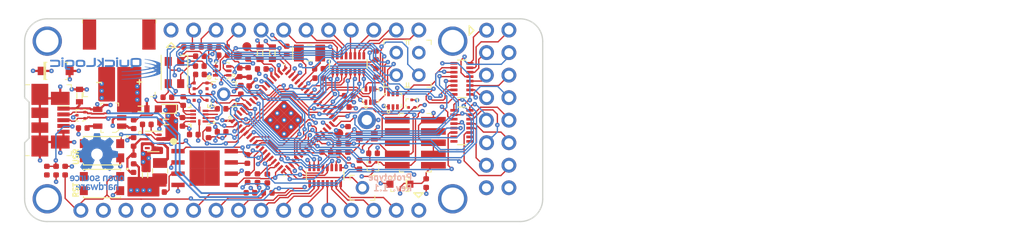
<source format=kicad_pcb>
(kicad_pcb (version 20171130) (host pcbnew 5.1.4+dfsg1-1~bpo10+1)
  (layers (0 Top signal) (1 In1.Cu signal) (2 In2.Cu mixed) (31 Bottom signal) (34 B.Paste user) (35 F.Paste user) (36 B.SilkS user) (37 F.SilkS user) (38 B.Mask user) (39 F.Mask user) (44 Edge.Cuts user))
  (net 0 "")
  (net 1 GND)
  (net 2 +3V3)
  (net 3 /USB_D_N)
  (net 4 /USB_D_P)
  (net 5 "Net-(C3-Pad2)")
  (net 6 "Net-(L1-Pad1)")
  (net 7 "Net-(R1-Pad2)")
  (net 8 "Net-(R2-Pad1)")
  (net 9 "Net-(D2-Pad2)")
  (net 10 "Net-(C6-Pad1)")
  (net 11 "Net-(C7-Pad1)")
  (net 12 /SWD_CLK)
  (net 13 /SPI_MST_SS)
  (net 14 /SPI_MST_MOSI)
  (net 15 /SPI_MST_MISO)
  (net 16 /SPI_MST_CLK)
  (net 17 /SPI_WP)
  (net 18 /SPI_HOLD)
  (net 19 /PU_CTRL_USBP)
  (net 20 "Net-(MIC1-Pad1)")
  (net 21 /IMU_INT)
  (net 22 /I2C_SDA)
  (net 23 /I2C_SCL)
  (net 24 /ADC0_EN)
  (net 25 /ADC0)
  (net 26 "Net-(Q1-Pad3)")
  (net 27 "Net-(U4-Pad5)")
  (net 28 "Net-(U4-Pad2)")
  (net 29 +VBUS)
  (net 30 +VBAT)
  (net 31 /VDD2)
  (net 32 /VDD1)
  (net 33 /LED_G)
  (net 34 /LED_B)
  (net 35 /LED_R)
  (net 36 /USR_BUTTON)
  (net 37 /HEADER_P6)
  (net 38 /HEADER_A5)
  (net 39 /SYS_RST)
  (net 40 /HEADER_TX)
  (net 41 /HEADER_RX)
  (net 42 /SWD_SO)
  (net 43 /Q_LED_B)
  (net 44 /Q_LED_G)
  (net 45 /Q_LED_R)
  (net 46 "Net-(J2-Pad5)")
  (net 47 "Net-(J2-Pad4)")
  (net 48 "Net-(J2-Pad11)")
  (net 49 "Net-(J2-Pad10)")
  (net 50 "Net-(J2-Pad6)")
  (net 51 "Net-(J2-Pad3)")
  (net 52 "Net-(J2-Pad2)")
  (net 53 "Net-(J2-Pad8)")
  (net 54 "Net-(J2-Pad9)")
  (net 55 "Net-(J2-Pad7)")
  (net 56 "Net-(J3-Pad14)")
  (net 57 "Net-(J3-Pad6)")
  (net 58 "Net-(J3-Pad3)")
  (net 59 "Net-(J3-Pad9)")
  (net 60 "Net-(J3-Pad5)")
  (net 61 "Net-(J3-Pad8)")
  (net 62 "Net-(J3-Pad10)")
  (net 63 "Net-(J3-Pad12)")
  (net 64 "Net-(J3-Pad11)")
  (net 65 "Net-(J3-Pad7)")
  (net 66 /SWD_IO)
  (net 67 "Net-(J6-Pad8)")
  (net 68 "Net-(J6-Pad7)")
  (net 69 "Net-(J6-Pad6)")
  (net 70 "Net-(J2-Pad12)")
  (net 71 "Net-(J3-Pad2)")
  (net 72 "Net-(J3-Pad4)")
  (net 73 "Net-(S1-Pad3)")
  (net 74 "Net-(S2-Pad3)")
  (net 75 /USB_ID)
  (net 76 "Net-(J7-Pad2)")
  (net 77 "Net-(Q1-Pad5)")
  (net 78 "Net-(D4-Pad2)")
  (net 79 "Net-(D4-Pad1)")
  (net 80 "Net-(D4-Pad3)")
  (net 81 /S3IO_5)
  (net 82 /S3IO_7)
  (net 83 /S3IO_8)
  (net 84 /S3IO_9)
  (net 85 /S3IO_10)
  (net 86 /S3IO_11)
  (net 87 /S3IO_12)
  (net 88 /S3IO_13)
  (net 89 /ADC1)
  (net 90 /SPI_SLV_MISO)
  (net 91 /SPI_SLV_CLK)
  (net 92 /SPI_SLV_CSn)
  (net 93 /SPI_SLV_MOSI)
  (net 94 /I2S_WCLK)
  (net 95 /I2S_DOUT)
  (net 96 /S3IO_25)
  (net 97 /PDM_DATA)
  (net 98 /SPI_MST_CS2)
  (net 99 /S3IO_27)
  (net 100 /I2S_CLK)
  (net 101 /S3IO_32_I2C1)
  (net 102 /S3IO_33_I2C1)
  (net 103 /S3IO_35_SPI_MST_CS3)
  (net 104 /S3_USB_D_N)
  (net 105 /S3IO_40)
  (net 106 /S3_USB_D_P)
  (net 107 /S3IO_2)
  (net 108 /S3IO_4)
  (net 109 "Net-(J1-Pad2)")
  (net 110 /PDM_CKO)
  (net 111 "Net-(R42-Pad9)")
  (net 112 "Net-(R42-Pad8)")
  (net 113 "Net-(M1-Pad0)")
  (net 114 "Net-(M2-Pad0)")
  (net 115 "Net-(M3-Pad0)")
  (net 116 "Net-(M4-Pad0)")
  (net 117 /J8.14)
  (net 118 /J8.13)
  (net 119 /J8.6)
  (net 120 /J8.3)
  (net 121 /J8.1)
  (net 122 /J8.9)
  (net 123 /J8.5)
  (net 124 /J8.8)
  (net 125 /J8.2)
  (net 126 /J8.10)
  (net 127 /J8.12)
  (net 128 /J8.11)
  (net 129 /J8.4)
  (net 130 /J8.7)
  (net 131 "Net-(R42-Pad10)")
  (net 132 "Net-(R42-Pad7)")
  (net 133 "Net-(Q2-Pad5)")
  (net 134 "Net-(Q2-Pad3)")
  (net 135 "Net-(R3-Pad2)")
  (net 136 /NC)
  (module quicklogic-quick-feather-board-footprints:R_Array_Convex_8x0602 (layer Top) (at 172.411 105.643)
    (fp_text reference R42 hide)
    (fp_text value EXB2HV220JV)
    (pad 10 smd rect (at 0.9 1.25) (size 0.8 0.3) (layers Top F.Paste F.Mask) (net 131 "Net-(R42-Pad10)"))
    (pad 12 smd rect (at 0.9 0.25) (size 0.8 0.3) (layers Top F.Paste F.Mask) (net 118 /J8.13))
    (pad 11 smd rect (at 0.9 0.75) (size 0.8 0.3) (layers Top F.Paste F.Mask) (net 117 /J8.14))
    (pad 13 smd rect (at 0.9 -0.25) (size 0.8 0.3) (layers Top F.Paste F.Mask) (net 127 /J8.12))
    (pad 14 smd rect (at 0.9 -0.75) (size 0.8 0.3) (layers Top F.Paste F.Mask) (net 128 /J8.11))
    (pad 15 smd rect (at 0.9 -1.25) (size 0.8 0.3) (layers Top F.Paste F.Mask) (net 126 /J8.10))
    (pad 7 smd rect (at -0.9 1.25) (size 0.8 0.3) (layers Top F.Paste F.Mask) (net 132 "Net-(R42-Pad7)"))
    (pad 6 smd rect (at -0.9 0.75) (size 0.8 0.3) (layers Top F.Paste F.Mask) (net 105 /S3IO_40))
    (pad 5 smd rect (at -0.9 0.25) (size 0.8 0.3) (layers Top F.Paste F.Mask) (net 85 /S3IO_10))
    (pad 4 smd rect (at -0.9 -0.25) (size 0.8 0.3) (layers Top F.Paste F.Mask) (net 83 /S3IO_8))
    (pad 3 smd rect (at -0.9 -0.75) (size 0.8 0.3) (layers Top F.Paste F.Mask) (net 82 /S3IO_7))
    (pad 2 smd rect (at -0.9 -1.25) (size 0.8 0.3) (layers Top F.Paste F.Mask) (net 36 /USR_BUTTON))
    (pad 9 smd rect (at 0.9 1.75) (size 0.8 0.3) (layers Top F.Paste F.Mask) (net 111 "Net-(R42-Pad9)"))
    (pad 8 smd rect (at -0.9 1.75) (size 0.8 0.3) (layers Top F.Paste F.Mask) (net 112 "Net-(R42-Pad8)"))
    (pad 16 smd rect (at 0.9 -1.75) (size 0.8 0.3) (layers Top F.Paste F.Mask) (net 122 /J8.9))
    (pad 1 smd rect (at -0.9 -1.75) (size 0.8 0.3) (layers Top F.Paste F.Mask) (net 81 /S3IO_5))
  )
  (module quicklogic-quick-feather-board-footprints:R_Array_Convex_8x0602 (layer Top) (at 156.99 111.26 90)
    (fp_text reference R30 hide)
    (fp_text value EXB2HV220JV hide)
    (pad 10 smd rect (at 0.9 1.25 90) (size 0.8 0.3) (layers Top F.Paste F.Mask) (net 41 /HEADER_RX))
    (pad 12 smd rect (at 0.9 0.25 90) (size 0.8 0.3) (layers Top F.Paste F.Mask) (net 14 /SPI_MST_MOSI))
    (pad 11 smd rect (at 0.9 0.75 90) (size 0.8 0.3) (layers Top F.Paste F.Mask) (net 15 /SPI_MST_MISO))
    (pad 13 smd rect (at 0.9 -0.25 90) (size 0.8 0.3) (layers Top F.Paste F.Mask) (net 16 /SPI_MST_CLK))
    (pad 14 smd rect (at 0.9 -0.75 90) (size 0.8 0.3) (layers Top F.Paste F.Mask) (net 107 /S3IO_2))
    (pad 15 smd rect (at 0.9 -1.25 90) (size 0.8 0.3) (layers Top F.Paste F.Mask) (net 88 /S3IO_13))
    (pad 7 smd rect (at -0.9 1.25 90) (size 0.8 0.3) (layers Top F.Paste F.Mask) (net 58 "Net-(J3-Pad3)"))
    (pad 6 smd rect (at -0.9 0.75 90) (size 0.8 0.3) (layers Top F.Paste F.Mask) (net 72 "Net-(J3-Pad4)"))
    (pad 5 smd rect (at -0.9 0.25 90) (size 0.8 0.3) (layers Top F.Paste F.Mask) (net 60 "Net-(J3-Pad5)"))
    (pad 4 smd rect (at -0.9 -0.25 90) (size 0.8 0.3) (layers Top F.Paste F.Mask) (net 57 "Net-(J3-Pad6)"))
    (pad 3 smd rect (at -0.9 -0.75 90) (size 0.8 0.3) (layers Top F.Paste F.Mask) (net 65 "Net-(J3-Pad7)"))
    (pad 2 smd rect (at -0.9 -1.25 90) (size 0.8 0.3) (layers Top F.Paste F.Mask) (net 61 "Net-(J3-Pad8)"))
    (pad 9 smd rect (at 0.9 1.75 90) (size 0.8 0.3) (layers Top F.Paste F.Mask) (net 40 /HEADER_TX))
    (pad 8 smd rect (at -0.9 1.75 90) (size 0.8 0.3) (layers Top F.Paste F.Mask) (net 71 "Net-(J3-Pad2)"))
    (pad 16 smd rect (at 0.9 -1.75 90) (size 0.8 0.3) (layers Top F.Paste F.Mask) (net 96 /S3IO_25))
    (pad 1 smd rect (at -0.9 -1.75 90) (size 0.8 0.3) (layers Top F.Paste F.Mask) (net 59 "Net-(J3-Pad9)"))
  )
  (module quicklogic-quick-feather-board-footprints:R_Array_Convex_8x0602 (layer Top) (at 172.411 100.343)
    (fp_text reference R33 hide)
    (fp_text value EXB2HV220JV)
    (pad 10 smd rect (at 0.9 1.25) (size 0.8 0.3) (layers Top F.Paste F.Mask) (net 130 /J8.7))
    (pad 12 smd rect (at 0.9 0.25) (size 0.8 0.3) (layers Top F.Paste F.Mask) (net 123 /J8.5))
    (pad 11 smd rect (at 0.9 0.75) (size 0.8 0.3) (layers Top F.Paste F.Mask) (net 119 /J8.6))
    (pad 13 smd rect (at 0.9 -0.25) (size 0.8 0.3) (layers Top F.Paste F.Mask) (net 129 /J8.4))
    (pad 14 smd rect (at 0.9 -0.75) (size 0.8 0.3) (layers Top F.Paste F.Mask) (net 120 /J8.3))
    (pad 15 smd rect (at 0.9 -1.25) (size 0.8 0.3) (layers Top F.Paste F.Mask) (net 125 /J8.2))
    (pad 7 smd rect (at -0.9 1.25) (size 0.8 0.3) (layers Top F.Paste F.Mask) (net 87 /S3IO_12))
    (pad 6 smd rect (at -0.9 0.75) (size 0.8 0.3) (layers Top F.Paste F.Mask) (net 86 /S3IO_11))
    (pad 5 smd rect (at -0.9 0.25) (size 0.8 0.3) (layers Top F.Paste F.Mask) (net 100 /I2S_CLK))
    (pad 4 smd rect (at -0.9 -0.25) (size 0.8 0.3) (layers Top F.Paste F.Mask) (net 95 /I2S_DOUT))
    (pad 3 smd rect (at -0.9 -0.75) (size 0.8 0.3) (layers Top F.Paste F.Mask) (net 94 /I2S_WCLK))
    (pad 2 smd rect (at -0.9 -1.25) (size 0.8 0.3) (layers Top F.Paste F.Mask) (net 110 /PDM_CKO))
    (pad 9 smd rect (at 0.9 1.75) (size 0.8 0.3) (layers Top F.Paste F.Mask) (net 124 /J8.8))
    (pad 8 smd rect (at -0.9 1.75) (size 0.8 0.3) (layers Top F.Paste F.Mask) (net 108 /S3IO_4))
    (pad 16 smd rect (at 0.9 -1.75) (size 0.8 0.3) (layers Top F.Paste F.Mask) (net 121 /J8.1))
    (pad 1 smd rect (at -0.9 -1.75) (size 0.8 0.3) (layers Top F.Paste F.Mask) (net 97 /PDM_DATA))
  )
  (module quicklogic-quick-feather-board-footprints:R_Array_Convex_8x0602 (layer Top) (at 159.6 98.64 90)
    (fp_text reference R41 hide)
    (fp_text value EXB2HV220JV)
    (pad 10 smd rect (at 0.9 1.25 90) (size 0.8 0.3) (layers Top F.Paste F.Mask) (net 48 "Net-(J2-Pad11)"))
    (pad 12 smd rect (at 0.9 0.25 90) (size 0.8 0.3) (layers Top F.Paste F.Mask) (net 54 "Net-(J2-Pad9)"))
    (pad 11 smd rect (at 0.9 0.75 90) (size 0.8 0.3) (layers Top F.Paste F.Mask) (net 49 "Net-(J2-Pad10)"))
    (pad 13 smd rect (at 0.9 -0.25 90) (size 0.8 0.3) (layers Top F.Paste F.Mask) (net 53 "Net-(J2-Pad8)"))
    (pad 14 smd rect (at 0.9 -0.75 90) (size 0.8 0.3) (layers Top F.Paste F.Mask) (net 55 "Net-(J2-Pad7)"))
    (pad 15 smd rect (at 0.9 -1.25 90) (size 0.8 0.3) (layers Top F.Paste F.Mask) (net 50 "Net-(J2-Pad6)"))
    (pad 7 smd rect (at -0.9 1.25 90) (size 0.8 0.3) (layers Top F.Paste F.Mask) (net 23 /I2C_SCL))
    (pad 6 smd rect (at -0.9 0.75 90) (size 0.8 0.3) (layers Top F.Paste F.Mask) (net 21 /IMU_INT))
    (pad 5 smd rect (at -0.9 0.25 90) (size 0.8 0.3) (layers Top F.Paste F.Mask) (net 37 /HEADER_P6))
    (pad 4 smd rect (at -0.9 -0.25 90) (size 0.8 0.3) (layers Top F.Paste F.Mask) (net 91 /SPI_SLV_CLK))
    (pad 3 smd rect (at -0.9 -0.75 90) (size 0.8 0.3) (layers Top F.Paste F.Mask) (net 90 /SPI_SLV_MISO))
    (pad 2 smd rect (at -0.9 -1.25 90) (size 0.8 0.3) (layers Top F.Paste F.Mask) (net 93 /SPI_SLV_MOSI))
    (pad 9 smd rect (at 0.9 1.75 90) (size 0.8 0.3) (layers Top F.Paste F.Mask) (net 70 "Net-(J2-Pad12)"))
    (pad 8 smd rect (at -0.9 1.75 90) (size 0.8 0.3) (layers Top F.Paste F.Mask) (net 22 /I2C_SDA))
    (pad 16 smd rect (at 0.9 -1.75 90) (size 0.8 0.3) (layers Top F.Paste F.Mask) (net 46 "Net-(J2-Pad5)"))
    (pad 1 smd rect (at -0.9 -1.75 90) (size 0.8 0.3) (layers Top F.Paste F.Mask) (net 92 /SPI_SLV_CSn))
  )
  (module quicklogic-quick-feather-board-footprints:0806 (layer Top) (at 138.38 110.73 270)
    (fp_text reference L1 hide)
    (fp_text value DFE201610E-R47M=P2 hide)
    (pad 1 smd rect (at -0.9 0 270) (size 1.1 1.6) (layers Top F.Paste F.Mask) (net 6 "Net-(L1-Pad1)"))
    (pad 2 smd rect (at 0.9 0 270) (size 1.1 1.6) (layers Top F.Paste F.Mask) (net 2 +3V3))
  )
  (module quicklogic-quick-feather-board-footprints:MC3635 (layer Top) (at 142.55 104.52 180)
    (fp_text reference U5 hide)
    (fp_text value MC3635 hide)
    (pad 10 smd rect (at -0.25 -0.72 180) (size 0.25 0.65) (layers Top F.Paste F.Mask) (net 23 /I2C_SCL))
    (pad 9 smd rect (at 0.45 -0.625 270) (size 0.25 0.65) (layers Top F.Paste F.Mask) (net 2 +3V3))
    (pad 8 smd rect (at 0.45 -0.23 270) (size 0.25 0.65) (layers Top F.Paste F.Mask) (net 1 GND))
    (pad 7 smd rect (at 0.45 0.17 270) (size 0.25 0.65) (layers Top F.Paste F.Mask) (net 2 +3V3))
    (pad 6 smd rect (at 0.45 0.57 270) (size 0.25 0.65) (layers Top F.Paste F.Mask) (net 2 +3V3))
    (pad 5 smd rect (at -0.25 0.72 180) (size 0.25 0.65) (layers Top F.Paste F.Mask) (net 21 /IMU_INT))
    (pad 4 smd rect (at -0.95 0.57 270) (size 0.25 0.65) (layers Top F.Paste F.Mask) (net 1 GND))
    (pad 3 smd rect (at -0.95 0.17 270) (size 0.25 0.65) (layers Top F.Paste F.Mask) (net 136 /NC))
    (pad 2 smd rect (at -0.95 -0.23 270) (size 0.25 0.65) (layers Top F.Paste F.Mask) (net 22 /I2C_SDA))
    (pad 1 smd rect (at -0.95 -0.625 270) (size 0.25 0.65) (layers Top F.Paste F.Mask) (net 1 GND))
  )
  (module quicklogic-quick-feather-board-footprints:SOT-563 (layer Top) (at 145.38 99.44 90)
    (fp_text reference Q1 hide)
    (fp_text value NX3008CBKV)
    (pad 4 smd rect (at 0.5 -0.75 90) (size 0.3 0.6) (layers Top F.Paste F.Mask) (net 30 +VBAT))
    (pad 5 smd rect (at 0 -0.75 90) (size 0.3 0.6) (layers Top F.Paste F.Mask) (net 77 "Net-(Q1-Pad5)"))
    (pad 6 smd rect (at -0.5 -0.75 90) (size 0.3 0.6) (layers Top F.Paste F.Mask) (net 77 "Net-(Q1-Pad5)"))
    (pad 1 smd rect (at -0.5 0.75 90) (size 0.3 0.6) (layers Top F.Paste F.Mask) (net 1 GND))
    (pad 2 smd rect (at 0 0.75 90) (size 0.3 0.6) (layers Top F.Paste F.Mask) (net 24 /ADC0_EN))
    (pad 3 smd rect (at 0.5 0.75 90) (size 0.3 0.6) (layers Top F.Paste F.Mask) (net 26 "Net-(Q1-Pad3)"))
  )
  (module quicklogic-quick-feather-board-footprints:SOT-563 (layer Top) (at 164.64 102.76)
    (fp_text reference Q2 hide)
    (fp_text value 2N7002PV)
    (pad 4 smd rect (at 0.5 -0.75) (size 0.3 0.6) (layers Top F.Paste F.Mask) (net 1 GND))
    (pad 5 smd rect (at 0 -0.75) (size 0.3 0.6) (layers Top F.Paste F.Mask) (net 133 "Net-(Q2-Pad5)"))
    (pad 6 smd rect (at -0.5 -0.75) (size 0.3 0.6) (layers Top F.Paste F.Mask) (net 35 /LED_R))
    (pad 1 smd rect (at -0.5 0.75) (size 0.3 0.6) (layers Top F.Paste F.Mask) (net 1 GND))
    (pad 2 smd rect (at 0 0.75) (size 0.3 0.6) (layers Top F.Paste F.Mask) (net 45 /Q_LED_R))
    (pad 3 smd rect (at 0.5 0.75) (size 0.3 0.6) (layers Top F.Paste F.Mask) (net 134 "Net-(Q2-Pad3)"))
  )
  (module quicklogic-quick-feather-board-footprints:SOT-563 (layer Top) (at 162.09 102.23)
    (fp_text reference Q3 hide)
    (fp_text value 2N7002PV)
    (pad 4 smd rect (at 0.5 -0.75) (size 0.3 0.6) (layers Top F.Paste F.Mask) (net 1 GND))
    (pad 5 smd rect (at 0 -0.75) (size 0.3 0.6) (layers Top F.Paste F.Mask) (net 44 /Q_LED_G))
    (pad 6 smd rect (at -0.5 -0.75) (size 0.3 0.6) (layers Top F.Paste F.Mask) (net 34 /LED_B))
    (pad 1 smd rect (at -0.5 0.75) (size 0.3 0.6) (layers Top F.Paste F.Mask) (net 1 GND))
    (pad 2 smd rect (at 0 0.75) (size 0.3 0.6) (layers Top F.Paste F.Mask) (net 43 /Q_LED_B))
    (pad 3 smd rect (at 0.5 0.75) (size 0.3 0.6) (layers Top F.Paste F.Mask) (net 33 /LED_G))
  )
  (module quicklogic-quick-feather-board-footprints:PinHeader_1x2_P2.54_Drill0.9mm (layer Top) (at 165.0111 97.3836 270)
    (fp_text reference J1 hide)
    (fp_text value 61300211121)
    (pad 2 thru_hole circle (at 2.5394 0.0001 270) (size 1.524 1.524) (drill 0.9) (layers *.Cu *.Mask) (net 109 "Net-(J1-Pad2)"))
    (pad 1 thru_hole circle (at -0.0006 0.0001 270) (size 1.524 1.524) (drill 0.9) (layers *.Cu *.Mask) (net 2 +3V3))
  )
  (module quicklogic-quick-feather-board-footprints:PinHeader_1x2_P2.54_Drill0.9mm (layer Top) (at 167.551 97.383 270)
    (fp_text reference J7 hide)
    (fp_text value 61300211121)
    (pad 1 thru_hole circle (at 0 0 270) (size 1.524 1.524) (drill 0.9) (layers *.Cu *.Mask) (net 2 +3V3))
    (pad 2 thru_hole circle (at 2.54 0 270) (size 1.524 1.524) (drill 0.9) (layers *.Cu *.Mask) (net 76 "Net-(J7-Pad2)"))
  )
  (module quicklogic-quick-feather-board-footprints:LED-PLCC4_3.2x2.8mm_B (layer Top) (at 140 99.63 270)
    (fp_text reference D4 hide)
    (fp_text value ASMB-MTB1-0A3A2)
    (pad 1 smd rect (at -1.25 -0.7 270) (size 1 0.8) (layers Top F.Paste F.Mask) (net 79 "Net-(D4-Pad1)"))
    (pad 2 smd rect (at 1.25 -0.7 270) (size 1 0.8) (layers Top F.Paste F.Mask) (net 78 "Net-(D4-Pad2)"))
    (pad 3 smd rect (at 1.25 0.7 270) (size 1 0.8) (layers Top F.Paste F.Mask) (net 80 "Net-(D4-Pad3)"))
    (pad 4 smd rect (at -1.25 0.7 270) (size 1 0.8) (layers Top F.Paste F.Mask) (net 2 +3V3))
  )
  (module quicklogic-quick-feather-board-footprints:oshw-logo (layer Bottom) (at 131.26 109.68 180)
    (fp_text reference N1 hide)
    (fp_text value oshw_logo hide)
    (fp_poly (pts (xy -1.520547 -2.559315) (xy -1.484257 -2.562589) (xy -1.453571 -2.568483) (xy -1.42629 -2.577419) (xy -1.400688 -2.589559) (xy -1.370681 -2.610821) (xy -1.344258 -2.639027) (xy -1.324255 -2.670988) (xy -1.320279 -2.679956) (xy -1.30811 -2.71018) (xy -1.3081 -3.19786) (xy -1.43256 -3.200712) (xy -1.43256 -3.172616) (xy -1.433001 -3.157262) (xy -1.43414 -3.147057) (xy -1.435256 -3.14452) (xy -1.439925 -3.147991) (xy -1.44858 -3.156755) (xy -1.452999 -3.161658) (xy -1.471978 -3.178645) (xy -1.49558 -3.190826) (xy -1.525318 -3.19871) (xy -1.562703 -3.202805) (xy -1.57734 -3.203422) (xy -1.602824 -3.203658) (xy -1.626988 -3.203015) (xy -1.646538 -3.201624) (xy -1.65553 -3.200315) (xy -1.685682 -3.191062) (xy -1.716935 -3.176628) (xy -1.745331 -3.159088) (xy -1.764046 -3.143501) (xy -1.789625 -3.111334) (xy -1.806796 -3.075521) (xy -1.815801 -3.037506) (xy -1.816878 -2.998734) (xy -1.81664 -2.997361) (xy -1.696223 -2.997361) (xy -1.695252 -3.020525) (xy -1.686495 -3.04231) (xy -1.66972 -3.060562) (xy -1.667587 -3.062115) (xy -1.653946 -3.070585) (xy -1.639866 -3.076449) (xy -1.623179 -3.080099) (xy -1.601719 -3.081928) (xy -1.573316 -3.082328) (xy -1.55702 -3.082134) (xy -1.528455 -3.081426) (xy -1.507932 -3.080233) (xy -1.493336 -3.078268) (xy -1.482549 -3.075242) (xy -1.473457 -3.070866) (xy -1.4732 -3.070718) (xy -1.457655 -3.058381) (xy -1.446482 -3.041138) (xy -1.439038 -3.017444) (xy -1.434673 -2.985753) (xy -1.434033 -2.977094) (xy -1.431057 -2.93116) (xy -1.532139 -2.931271) (xy -1.567669 -2.931414) (xy -1.594661 -2.931841) (xy -1.614734 -2.932682) (xy -1.629508 -2.934068) (xy -1.640604 -2.936129) (xy -1.649641 -2.938995) (xy -1.654706 -2.941136) (xy -1.67572 -2.955512) (xy -1.689636 -2.974971) (xy -1.696223 -2.997361) (xy -1.81664 -2.997361) (xy -1.810268 -2.960648) (xy -1.796211 -2.924695) (xy -1.774945 -2.892318) (xy -1.746713 -2.864961) (xy -1.71454 -2.845351) (xy -1.699391 -2.838812) (xy -1.684182 -2.833785) (xy -1.667295 -2.830081) (xy -1.64711 -2.827504) (xy -1.622008 -2.825865) (xy -1.590368 -2.824969) (xy -1.550571 -2.824625) (xy -1.539905 -2.824604) (xy -1.431349 -2.82448) (xy -1.433457 -2.776281) (xy -1.435643 -2.747652) (xy -1.440005 -2.726818) (xy -1.447619 -2.711473) (xy -1.459557 -2.699312) (xy -1.473732 -2.68986) (xy -1.482123 -2.685647) (xy -1.491816 -2.682768) (xy -1.50486 -2.680982) (xy -1.523299 -2.680045) (xy -1.549181 -2.679716) (xy -1.55956 -2.6797) (xy -1.593451 -2.680227) (xy -1.619103 -2.682156) (xy -1.638402 -2.686003) (xy -1.653229 -2.692284) (xy -1.66547 -2.701518) (xy -1.674582 -2.71128) (xy -1.685464 -2.724211) (xy -1.734272 -2.686948) (xy -1.753108 -2.672336) (xy -1.768568 -2.659904) (xy -1.779081 -2.650946) (xy -1.783078 -2.646755) (xy -1.78308 -2.646721) (xy -1.779269 -2.640177) (xy -1.769265 -2.629658) (xy -1.755216 -2.616991) (xy -1.739267 -2.604005) (xy -1.723566 -2.592529) (xy -1.710258 -2.584392) (xy -1.70942 -2.583969) (xy -1.687833 -2.574068) (xy -1.667762 -2.566998) (xy -1.646748 -2.562323) (xy -1.622329 -2.559605) (xy -1.592047 -2.558408) (xy -1.56464 -2.558242) (xy -1.520547 -2.559315)) (layer Bottom) (width 0.01))
    (fp_poly (pts (xy -2.7328 -1.557697) (xy -2.684546 -1.570663) (xy -2.641589 -1.59229) (xy -2.6039 -1.622592) (xy -2.580265 -1.649454) (xy -2.561783 -1.676927) (xy -2.547426 -1.706492) (xy -2.536905 -1.739537) (xy -2.529927 -1.777455) (xy -2.526203 -1.821634) (xy -2.52544 -1.873464) (xy -2.526239 -1.90754) (xy -2.528944 -1.956516) (xy -2.533763 -1.997186) (xy -2.541296 -2.031291) (xy -2.552144 -2.06057) (xy -2.566907 -2.086764) (xy -2.586185 -2.111615) (xy -2.602676 -2.129131) (xy -2.636646 -2.158152) (xy -2.67299 -2.178971) (xy -2.713336 -2.1922) (xy -2.759311 -2.198453) (xy -2.788718 -2.199129) (xy -2.812449 -2.198418) (xy -2.834606 -2.196951) (xy -2.851651 -2.194993) (xy -2.856492 -2.194074) (xy -2.897147 -2.179634) (xy -2.936141 -2.155699) (xy -2.969665 -2.126384) (xy -2.992401 -2.10172) (xy -3.010173 -2.077392) (xy -3.023622 -2.051593) (xy -3.033389 -2.022517) (xy -3.040117 -1.988358) (xy -3.044446 -1.94731) (xy -3.046544 -1.910015) (xy -3.046759 -1.882248) (xy -2.91846 -1.882248) (xy -2.91846 -1.968716) (xy -2.902189 -2.001766) (xy -2.884147 -2.031176) (xy -2.862589 -2.051992) (xy -2.836231 -2.064929) (xy -2.803792 -2.070703) (xy -2.778167 -2.070926) (xy -2.754539 -2.069112) (xy -2.736963 -2.065333) (xy -2.721373 -2.058591) (xy -2.716269 -2.055719) (xy -2.696096 -2.041639) (xy -2.680584 -2.025025) (xy -2.669138 -2.004405) (xy -2.66116 -1.978307) (xy -2.656056 -1.945257) (xy -2.653228 -1.903782) (xy -2.653066 -1.899608) (xy -2.652542 -1.848728) (xy -2.655306 -1.806574) (xy -2.661698 -1.772146) (xy -2.672056 -1.744448) (xy -2.686721 -1.72248) (xy -2.706031 -1.705245) (xy -2.722521 -1.69545) (xy -2.754232 -1.684217) (xy -2.787608 -1.680797) (xy -2.820534 -1.684757) (xy -2.850894 -1.695663) (xy -2.876571 -1.713084) (xy -2.891338 -1.729953) (xy -2.900675 -1.745177) (xy -2.90766 -1.76091) (xy -2.912608 -1.778925) (xy -2.915837 -1.801) (xy -2.917662 -1.828909) (xy -2.918399 -1.864428) (xy -2.91846 -1.882248) (xy -3.046759 -1.882248) (xy -3.047053 -1.844555) (xy -3.042844 -1.786749) (xy -3.03398 -1.736973) (xy -3.020528 -1.6956) (xy -3.003958 -1.664995) (xy -2.971078 -1.624961) (xy -2.934031 -1.594033) (xy -2.892338 -1.571967) (xy -2.845521 -1.558517) (xy -2.7931 -1.553436) (xy -2.78638 -1.553378) (xy -2.7328 -1.557697)) (layer Bottom) (width 0.01))
    (fp_poly (pts (xy -0.842854 -2.558238) (xy -0.814699 -2.564601) (xy -0.793284 -2.572328) (xy -0.772416 -2.581726) (xy -0.758495 -2.589591) (xy -0.73721 -2.603849) (xy -0.782803 -2.658284) (xy -0.799438 -2.677915) (xy -0.813773 -2.694399) (xy -0.824557 -2.706328) (xy -0.830537 -2.712297) (xy -0.831244 -2.71272) (xy -0.836907 -2.710055) (xy -0.846965 -2.703544) (xy -0.848313 -2.702593) (xy -0.873395 -2.690251) (xy -0.903191 -2.684263) (xy -0.934016 -2.685262) (xy -0.941241 -2.686629) (xy -0.974462 -2.698426) (xy -1.000899 -2.717623) (xy -1.019633 -2.741992) (xy -1.03378 -2.76606) (xy -1.03886 -3.19786) (xy -1.16332 -3.200712) (xy -1.16332 -2.5654) (xy -1.03632 -2.5654) (xy -1.03632 -2.626476) (xy -1.008844 -2.604096) (xy -0.971438 -2.579793) (xy -0.930037 -2.563791) (xy -0.886543 -2.556477) (xy -0.842854 -2.558238)) (layer Bottom) (width 0.01))
    (fp_poly (pts (xy 1.038658 -2.556999) (xy 1.091282 -2.563659) (xy 1.137736 -2.576601) (xy 1.177447 -2.595588) (xy 1.209841 -2.620381) (xy 1.234342 -2.650742) (xy 1.242238 -2.665302) (xy 1.247495 -2.677777) (xy 1.2519 -2.691708) (xy 1.255515 -2.708027) (xy 1.258402 -2.727665) (xy 1.260621 -2.751555) (xy 1.262236 -2.780627) (xy 1.263308 -2.815814) (xy 1.263898 -2.858047) (xy 1.264069 -2.908257) (xy 1.263881 -2.967376) (xy 1.263748 -2.98958) (xy 1.26238 -3.19786) (xy 1.13538 -3.19786) (xy 1.133842 -3.171118) (xy 1.132304 -3.144377) (xy 1.119233 -3.159911) (xy 1.096185 -3.179576) (xy 1.065039 -3.193734) (xy 1.026343 -3.202213) (xy 0.980645 -3.204841) (xy 0.976379 -3.204788) (xy 0.955641 -3.204177) (xy 0.937414 -3.203212) (xy 0.92533 -3.20209) (xy 0.92456 -3.20197) (xy 0.879073 -3.189911) (xy 0.839607 -3.170505) (xy 0.806748 -3.144654) (xy 0.78108 -3.11326) (xy 0.763188 -3.077223) (xy 0.753657 -3.037447) (xy 0.75322 -3.005579) (xy 0.87376 -3.005579) (xy 0.874656 -3.023198) (xy 0.878506 -3.0355) (xy 0.887049 -3.047254) (xy 0.89027 -3.050826) (xy 0.903492 -3.063313) (xy 0.917828 -3.072236) (xy 0.935168 -3.078077) (xy 0.957403 -3.081317) (xy 0.986423 -3.082437) (xy 1.01346 -3.082182) (xy 1.043426 -3.081219) (xy 1.065196 -3.079662) (xy 1.080731 -3.077264) (xy 1.091987 -3.073776) (xy 1.096409 -3.071661) (xy 1.112632 -3.058685) (xy 1.123838 -3.039377) (xy 1.130406 -3.012731) (xy 1.132717 -2.977744) (xy 1.132728 -2.97561) (xy 1.13284 -2.93116) (xy 1.03505 -2.931271) (xy 0.999917 -2.931431) (xy 0.973305 -2.931906) (xy 0.953574 -2.932829) (xy 0.939085 -2.934331) (xy 0.928201 -2.936544) (xy 0.919283 -2.939599) (xy 0.91654 -2.940793) (xy 0.893977 -2.954502) (xy 0.880254 -2.971912) (xy 0.87425 -2.99472) (xy 0.87376 -3.005579) (xy 0.75322 -3.005579) (xy 0.753072 -2.994831) (xy 0.761777 -2.951065) (xy 0.768571 -2.931049) (xy 0.776155 -2.915691) (xy 0.786796 -2.901355) (xy 0.802764 -2.884403) (xy 0.804325 -2.882839) (xy 0.820663 -2.867146) (xy 0.835715 -2.854719) (xy 0.850966 -2.845155) (xy 0.867899 -2.83805) (xy 0.887995 -2.833003) (xy 0.912738 -2.829609) (xy 0.943612 -2.827465) (xy 0.982099 -2.82617) (xy 1.01518 -2.825538) (xy 1.13374 -2.823651) (xy 1.13202 -2.771122) (xy 1.131013 -2.746916) (xy 1.12955 -2.730529) (xy 1.127126 -2.719619) (xy 1.12324 -2.711845) (xy 1.117898 -2.705404) (xy 1.098579 -2.69189) (xy 1.070188 -2.682719) (xy 1.032851 -2.677923) (xy 1.006777 -2.67716) (xy 0.972406 -2.67828) (xy 0.94585 -2.682029) (xy 0.924973 -2.688988) (xy 0.907638 -2.699742) (xy 0.90016 -2.706223) (xy 0.882279 -2.723087) (xy 0.834839 -2.686958) (xy 0.816294 -2.672654) (xy 0.801145 -2.660626) (xy 0.790984 -2.652163) (xy 0.7874 -2.648576) (xy 0.791306 -2.639567) (xy 0.801763 -2.626931) (xy 0.816877 -2.61269) (xy 0.832288 -2.600608) (xy 0.864986 -2.581503) (xy 0.902471 -2.568052) (xy 0.946385 -2.559769) (xy 0.98044 -2.556859) (xy 1.038658 -2.556999)) (layer Bottom) (width 0.01))
    (fp_poly (pts (xy -0.836737 -1.560625) (xy -0.796274 -1.57668) (xy -0.760142 -1.600399) (xy -0.72949 -1.630984) (xy -0.705466 -1.667638) (xy -0.689218 -1.709565) (xy -0.686437 -1.7211) (xy -0.684809 -1.734425) (xy -0.683446 -1.757693) (xy -0.682353 -1.790687) (xy -0.681534 -1.833193) (xy -0.680995 -1.884996) (xy -0.680741 -1.945881) (xy -0.68072 -1.97129) (xy -0.68072 -2.19456) (xy -0.807297 -2.19456) (xy -0.808779 -1.984638) (xy -0.81026 -1.774716) (xy -0.825578 -1.744777) (xy -0.844099 -1.716999) (xy -0.86736 -1.697722) (xy -0.896409 -1.686288) (xy -0.92476 -1.682331) (xy -0.946329 -1.682251) (xy -0.966452 -1.684089) (xy -0.978101 -1.686626) (xy -1.000316 -1.698058) (xy -1.022147 -1.716281) (xy -1.040417 -1.738318) (xy -1.048564 -1.7526) (xy -1.05119 -1.758654) (xy -1.053356 -1.765119) (xy -1.055115 -1.773012) (xy -1.05652 -1.783351) (xy -1.057625 -1.797153) (xy -1.058483 -1.815435) (xy -1.059148 -1.839216) (xy -1.059673 -1.869513) (xy -1.060111 -1.907343) (xy -1.060516 -1.953724) (xy -1.060757 -1.98501) (xy -1.062334 -2.19456) (xy -1.18872 -2.19456) (xy -1.18872 -1.55956) (xy -1.06172 -1.55956) (xy -1.06172 -1.625716) (xy -1.032895 -1.602238) (xy -1.000955 -1.579612) (xy -0.968999 -1.564698) (xy -0.933198 -1.55579) (xy -0.926066 -1.554696) (xy -0.880384 -1.553031) (xy -0.836737 -1.560625)) (layer Bottom) (width 0.01))
    (fp_poly (pts (xy 1.042458 -1.769481) (xy 1.04394 -1.979403) (xy 1.059257 -2.009342) (xy 1.077599 -2.036956) (xy 1.100575 -2.056139) (xy 1.129331 -2.067609) (xy 1.15917 -2.071829) (xy 1.19344 -2.070846) (xy 1.221522 -2.063099) (xy 1.245419 -2.047838) (xy 1.258775 -2.034544) (xy 1.266643 -2.025449) (xy 1.273172 -2.016985) (xy 1.278497 -2.008138) (xy 1.282751 -1.997892) (xy 1.286069 -1.98523) (xy 1.288584 -1.969138) (xy 1.29043 -1.948599) (xy 1.291742 -1.922598) (xy 1.292653 -1.89012) (xy 1.293297 -1.850149) (xy 1.293809 -1.801669) (xy 1.294121 -1.76657) (xy 1.295926 -1.55956) (xy 1.4224 -1.55956) (xy 1.4224 -2.19456) (xy 1.2954 -2.19456) (xy 1.2954 -2.16154) (xy 1.295008 -2.144722) (xy 1.293982 -2.132829) (xy 1.292608 -2.12852) (xy 1.28771 -2.131785) (xy 1.278195 -2.140148) (xy 1.271018 -2.147012) (xy 1.256272 -2.159017) (xy 1.236682 -2.171776) (xy 1.2192 -2.181169) (xy 1.202021 -2.188739) (xy 1.186852 -2.193568) (xy 1.170197 -2.196373) (xy 1.148558 -2.197869) (xy 1.13538 -2.198333) (xy 1.107857 -2.198599) (xy 1.087298 -2.19729) (xy 1.070583 -2.194078) (xy 1.059001 -2.190339) (xy 1.036212 -2.1813) (xy 1.019005 -2.172516) (xy 1.003531 -2.16158) (xy 0.985939 -2.146082) (xy 0.981277 -2.141703) (xy 0.952318 -2.107608) (xy 0.931 -2.068067) (xy 0.920116 -2.033019) (xy 0.918488 -2.019694) (xy 0.917125 -1.996426) (xy 0.916032 -1.963432) (xy 0.915213 -1.920926) (xy 0.914674 -1.869123) (xy 0.91442 -1.808238) (xy 0.9144 -1.782829) (xy 0.9144 -1.55956) (xy 1.040976 -1.55956) (xy 1.042458 -1.769481)) (layer Bottom) (width 0.01))
    (fp_poly (pts (xy 0.03535 -2.77749) (xy 0.047597 -2.82249) (xy 0.059122 -2.864699) (xy 0.069633 -2.903055) (xy 0.078835 -2.936495) (xy 0.086437 -2.963954) (xy 0.092145 -2.984372) (xy 0.095666 -2.996683) (xy 0.096608 -2.99974) (xy 0.09879 -2.999338) (xy 0.103068 -2.991268) (xy 0.109581 -2.975151) (xy 0.118471 -2.95061) (xy 0.129875 -2.917267) (xy 0.143934 -2.874744) (xy 0.152017 -2.84988) (xy 0.165587 -2.807974) (xy 0.179166 -2.766094) (xy 0.192174 -2.726028) (xy 0.204028 -2.689566) (xy 0.214148 -2.658496) (xy 0.221951 -2.634608) (xy 0.224239 -2.62763) (xy 0.244681 -2.5654) (xy 0.338499 -2.5654) (xy 0.406231 -2.77495) (xy 0.420645 -2.819489) (xy 0.434234 -2.861381) (xy 0.446651 -2.89956) (xy 0.45755 -2.932961) (xy 0.466581 -2.960522) (xy 0.473397 -2.981177) (xy 0.477651 -2.993863) (xy 0.478826 -2.9972) (xy 0.480371 -2.998889) (xy 0.482606 -2.996821) (xy 0.485754 -2.990282) (xy 0.490039 -2.978558) (xy 0.495685 -2.960935) (xy 0.502914 -2.9367) (xy 0.511952 -2.905138) (xy 0.523022 -2.865537) (xy 0.536347 -2.817181) (xy 0.543915 -2.789532) (xy 0.556386 -2.74402) (xy 0.568072 -2.701592) (xy 0.578698 -2.663238) (xy 0.587986 -2.62995) (xy 0.595658 -2.602718) (xy 0.601437 -2.582534) (xy 0.605046 -2.570387) (xy 0.606176 -2.567129) (xy 0.611732 -2.566472) (xy 0.625475 -2.566125) (xy 0.645439 -2.566104) (xy 0.669654 -2.566428) (xy 0.673967 -2.566517) (xy 0.739724 -2.56794) (xy 0.656883 -2.82702) (xy 0.640466 -2.878382) (xy 0.624436 -2.928567) (xy 0.609165 -2.976411) (xy 0.595026 -3.020747) (xy 0.582388 -3.060409) (xy 0.571624 -3.094232) (xy 0.563106 -3.121048) (xy 0.557206 -3.139693) (xy 0.556034 -3.143414) (xy 0.538027 -3.200728) (xy 0.425301 -3.19786) (xy 0.358908 -2.975026) (xy 0.341754 -2.917813) (xy 0.327197 -2.870057) (xy 0.315125 -2.831423) (xy 0.305428 -2.801574) (xy 0.297994 -2.780176) (xy 0.292714 -2.766893) (xy 0.289476 -2.761389) (xy 0.288474 -2.761666) (xy 0.286199 -2.76844) (xy 0.281365 -2.783891) (xy 0.274295 -2.806953) (xy 0.265311 -2.836559) (xy 0.254737 -2.871644) (xy 0.242896 -2.911141) (xy 0.230109 -2.953984) (xy 0.223298 -2.97688) (xy 0.21019 -3.020989) (xy 0.197919 -3.062277) (xy 0.1868 -3.099681) (xy 0.177149 -3.13214) (xy 0.169282 -3.158593) (xy 0.163514 -3.177977) (xy 0.160161 -3.189231) (xy 0.159479 -3.19151) (xy 0.157131 -3.195457) (xy 0.151731 -3.198044) (xy 0.141475 -3.199547) (xy 0.124557 -3.20024) (xy 0.101098 -3.2004) (xy 0.073923 -3.199996) (xy 0.055863 -3.198712) (xy 0.045901 -3.196435) (xy 0.043145 -3.19405) (xy 0.041242 -3.188209) (xy 0.036521 -3.17353) (xy 0.02925 -3.150851) (xy 0.0197 -3.121014) (xy 0.008138 -3.08486) (xy -0.005167 -3.043228) (xy -0.019946 -2.996959) (xy -0.03593 -2.946894) (xy -0.05285 -2.893873) (xy -0.056102 -2.88368) (xy -0.073181 -2.830171) (xy -0.089387 -2.779438) (xy -0.10445 -2.732327) (xy -0.1181 -2.68968) (xy -0.130066 -2.652341) (xy -0.140078 -2.621153) (xy -0.147866 -2.59696) (xy -0.15316 -2.580604) (xy -0.155688 -2.57293) (xy -0.155831 -2.57253) (xy -0.155395 -2.569602) (xy -0.150538 -2.567575) (xy -0.139883 -2.5663) (xy -0.122052 -2.565626) (xy -0.095668 -2.565403) (xy -0.090424 -2.5654) (xy -0.02228 -2.5654) (xy 0.03535 -2.77749)) (layer Bottom) (width 0.01))
    (fp_poly (pts (xy 0.004435 -1.55629) (xy 0.054498 -1.566516) (xy 0.102286 -1.582883) (xy 0.146112 -1.605338) (xy 0.154848 -1.61095) (xy 0.193217 -1.636613) (xy 0.178321 -1.655236) (xy 0.166899 -1.66896) (xy 0.152026 -1.686104) (xy 0.138862 -1.700812) (xy 0.1143 -1.727765) (xy 0.070868 -1.705253) (xy 0.032622 -1.688638) (xy -0.006057 -1.677694) (xy -0.043682 -1.672406) (xy -0.078763 -1.672759) (xy -0.109813 -1.67874) (xy -0.135344 -1.690334) (xy -0.153791 -1.707421) (xy -0.161374 -1.724974) (xy -0.163826 -1.745072) (xy -0.163072 -1.761359) (xy -0.158935 -1.772295) (xy -0.149526 -1.782579) (xy -0.148336 -1.783652) (xy -0.138503 -1.79135) (xy -0.127329 -1.797354) (xy -0.113193 -1.802032) (xy -0.094476 -1.805758) (xy -0.069555 -1.808903) (xy -0.036811 -1.811837) (xy -0.019589 -1.813152) (xy 0.02741 -1.817683) (xy 0.065759 -1.82388) (xy 0.096886 -1.832107) (xy 0.122216 -1.84273) (xy 0.140524 -1.854113) (xy 0.166265 -1.879048) (xy 0.186438 -1.910958) (xy 0.200237 -1.947847) (xy 0.206859 -1.987716) (xy 0.206643 -2.018235) (xy 0.198431 -2.060433) (xy 0.181435 -2.097744) (xy 0.155931 -2.129882) (xy 0.122195 -2.156556) (xy 0.080503 -2.177478) (xy 0.042745 -2.189591) (xy 0.005242 -2.196323) (xy -0.037777 -2.199429) (xy -0.082335 -2.198915) (xy -0.12446 -2.194789) (xy -0.1524 -2.189242) (xy -0.176026 -2.181921) (xy -0.203126 -2.171702) (xy -0.228305 -2.16064) (xy -0.23114 -2.159255) (xy -0.250473 -2.148794) (xy -0.271122 -2.136196) (xy -0.291216 -2.122789) (xy -0.308885 -2.109899) (xy -0.322258 -2.098855) (xy -0.329463 -2.090984) (xy -0.3302 -2.088963) (xy -0.326801 -2.084073) (xy -0.317553 -2.073644) (xy -0.303887 -2.059225) (xy -0.287907 -2.043042) (xy -0.245614 -2.000968) (xy -0.220797 -2.021476) (xy -0.183926 -2.047385) (xy -0.144939 -2.065281) (xy -0.101848 -2.075833) (xy -0.052669 -2.079712) (xy -0.04826 -2.079755) (xy -0.022609 -2.079485) (xy -0.003903 -2.078045) (xy 0.011049 -2.074954) (xy 0.025437 -2.06973) (xy 0.029353 -2.068019) (xy 0.054553 -2.05257) (xy 0.071489 -2.033048) (xy 0.079611 -2.010578) (xy 0.078365 -1.986283) (xy 0.074782 -1.975483) (xy 0.068978 -1.964717) (xy 0.060733 -1.956216) (xy 0.048695 -1.949523) (xy 0.031511 -1.944181) (xy 0.007827 -1.939732) (xy -0.023709 -1.935721) (xy -0.051238 -1.932923) (xy -0.088821 -1.929147) (xy -0.118171 -1.925627) (xy -0.141193 -1.921963) (xy -0.159793 -1.917757) (xy -0.175877 -1.91261) (xy -0.191349 -1.906123) (xy -0.20066 -1.901656) (xy -0.234991 -1.879441) (xy -0.261472 -1.85092) (xy -0.279818 -1.816567) (xy -0.289744 -1.776856) (xy -0.291544 -1.75006) (xy -0.290838 -1.727399) (xy -0.288785 -1.705711) (xy -0.285813 -1.689383) (xy -0.285507 -1.6883) (xy -0.27275 -1.659071) (xy -0.252839 -1.63014) (xy -0.228277 -1.604966) (xy -0.22098 -1.599118) (xy -0.184838 -1.577847) (xy -0.142539 -1.562982) (xy -0.095769 -1.554469) (xy -0.046216 -1.552256) (xy 0.004435 -1.55629)) (layer Bottom) (width 0.01))
    (fp_poly (pts (xy 2.835273 -1.557568) (xy 2.883172 -1.570853) (xy 2.926643 -1.592412) (xy 2.964796 -1.621537) (xy 2.996738 -1.65752) (xy 3.021576 -1.699655) (xy 3.038421 -1.747232) (xy 3.040693 -1.75706) (xy 3.043626 -1.776475) (xy 3.045961 -1.802774) (xy 3.047464 -1.832686) (xy 3.047911 -1.85801) (xy 3.048 -1.92532) (xy 2.650451 -1.92532) (xy 2.653961 -1.951782) (xy 2.663419 -1.991612) (xy 2.680108 -2.024363) (xy 2.703723 -2.049772) (xy 2.733961 -2.067575) (xy 2.770518 -2.07751) (xy 2.80162 -2.07964) (xy 2.845174 -2.075448) (xy 2.883125 -2.063113) (xy 2.916319 -2.042349) (xy 2.920267 -2.039068) (xy 2.929073 -2.03135) (xy 2.935705 -2.026489) (xy 2.941859 -2.025071) (xy 2.94923 -2.027681) (xy 2.959515 -2.034902) (xy 2.974409 -2.047319) (xy 2.99466 -2.064705) (xy 3.010478 -2.078193) (xy 3.023203 -2.088982) (xy 3.030987 -2.095509) (xy 3.032453 -2.096687) (xy 3.030302 -2.100775) (xy 3.02254 -2.110033) (xy 3.010806 -2.122516) (xy 3.009911 -2.123428) (xy 2.98076 -2.147729) (xy 2.945078 -2.169171) (xy 2.906457 -2.185758) (xy 2.887246 -2.191587) (xy 2.861161 -2.196142) (xy 2.82875 -2.198603) (xy 2.793627 -2.19897) (xy 2.759408 -2.197242) (xy 2.729709 -2.19342) (xy 2.721021 -2.19158) (xy 2.675036 -2.175449) (xy 2.634273 -2.150795) (xy 2.599125 -2.118033) (xy 2.569987 -2.077579) (xy 2.54725 -2.02985) (xy 2.536446 -1.99644) (xy 2.532041 -1.97311) (xy 2.529015 -1.942361) (xy 2.527365 -1.90684) (xy 2.527089 -1.869192) (xy 2.528187 -1.832065) (xy 2.529163 -1.81864) (xy 2.650606 -1.81864) (xy 2.92213 -1.81864) (xy 2.918776 -1.79959) (xy 2.908012 -1.758409) (xy 2.891583 -1.725533) (xy 2.869293 -1.700705) (xy 2.840944 -1.683666) (xy 2.826519 -1.678575) (xy 2.788871 -1.67223) (xy 2.753913 -1.675258) (xy 2.722589 -1.687023) (xy 2.695847 -1.706889) (xy 2.674632 -1.734219) (xy 2.65989 -1.768378) (xy 2.654143 -1.79451) (xy 2.650606 -1.81864) (xy 2.529163 -1.81864) (xy 2.530656 -1.798104) (xy 2.534495 -1.769957) (xy 2.536587 -1.76022) (xy 2.554141 -1.707687) (xy 2.578497 -1.662161) (xy 2.609188 -1.624031) (xy 2.645751 -1.593685) (xy 2.687719 -1.571515) (xy 2.734628 -1.557908) (xy 2.78384 -1.553265) (xy 2.835273 -1.557568)) (layer Bottom) (width 0.01))
    (fp_poly (pts (xy 0.063944 3.200385) (xy 0.118503 3.200323) (xy 0.164447 3.200194) (xy 0.202552 3.199975) (xy 0.23359 3.199646) (xy 0.258334 3.199185) (xy 0.277557 3.198571) (xy 0.292034 3.197781) (xy 0.302537 3.196794) (xy 0.309839 3.195589) (xy 0.314713 3.194144) (xy 0.317934 3.192438) (xy 0.31913 3.191511) (xy 0.321531 3.188443) (xy 0.324143 3.18278) (xy 0.327119 3.173802) (xy 0.330612 3.160785) (xy 0.334776 3.14301) (xy 0.339764 3.119755) (xy 0.345729 3.090298) (xy 0.352825 3.053919) (xy 0.361205 3.009896) (xy 0.371021 2.957507) (xy 0.382428 2.896033) (xy 0.385794 2.87782) (xy 0.395938 2.823228) (xy 0.405693 2.771386) (xy 0.41488 2.723197) (xy 0.423321 2.679563) (xy 0.430839 2.641386) (xy 0.437257 2.609567) (xy 0.442397 2.585008) (xy 0.44608 2.568611) (xy 0.44813 2.561277) (xy 0.448169 2.561197) (xy 0.456812 2.549847) (xy 0.464359 2.543968) (xy 0.476168 2.538293) (xy 0.495535 2.529756) (xy 0.521275 2.518828) (xy 0.5522 2.505979) (xy 0.587125 2.491679) (xy 0.624864 2.476401) (xy 0.664231 2.460614) (xy 0.704039 2.44479) (xy 0.743103 2.429399) (xy 0.780237 2.414913) (xy 0.814255 2.401801) (xy 0.84397 2.390536) (xy 0.868197 2.381588) (xy 0.885749 2.375427) (xy 0.89544 2.372525) (xy 0.896621 2.37236) (xy 0.911725 2.37562) (xy 0.931874 2.385712) (xy 0.948099 2.396118) (xy 0.962375 2.405865) (xy 0.983862 2.420564) (xy 1.011392 2.439414) (xy 1.0438 2.461618) (xy 1.079921 2.486375) (xy 1.118588 2.512886) (xy 1.158636 2.540351) (xy 1.198899 2.567971) (xy 1.238212 2.594945) (xy 1.275408 2.620476) (xy 1.309323 2.643762) (xy 1.338789 2.664005) (xy 1.362643 2.680404) (xy 1.377499 2.690632) (xy 1.39888 2.70476) (xy 1.418234 2.716436) (xy 1.433568 2.724533) (xy 1.44289 2.727923) (xy 1.443473 2.72796) (xy 1.448048 2.725998) (xy 1.456423 2.719864) (xy 1.468988 2.709187) (xy 1.486133 2.693598) (xy 1.508249 2.672727) (xy 1.535726 2.646203) (xy 1.568952 2.613656) (xy 1.60832 2.574716) (xy 1.654219 2.529013) (xy 1.675064 2.508185) (xy 1.721494 2.46169) (xy 1.761169 2.421799) (xy 1.794577 2.387994) (xy 1.822205 2.359756) (xy 1.844544 2.336565) (xy 1.862081 2.317902) (xy 1.875304 2.303248) (xy 1.884702 2.292085) (xy 1.890764 2.283892) (xy 1.893978 2.278151) (xy 1.89484 2.274608) (xy 1.892783 2.268426) (xy 1.886468 2.256497) (xy 1.875681 2.238489) (xy 1.860204 2.214069) (xy 1.839823 2.182908) (xy 1.814321 2.144672) (xy 1.783483 2.099031) (xy 1.747093 2.045654) (xy 1.721932 2.008942) (xy 1.690797 1.963426) (xy 1.661369 1.920086) (xy 1.63416 1.879699) (xy 1.609681 1.843039) (xy 1.588445 1.810882) (xy 1.570964 1.784002) (xy 1.557749 1.763175) (xy 1.549313 1.749176) (xy 1.546182 1.742862) (xy 1.547503 1.734906) (xy 1.552551 1.718843) (xy 1.560841 1.695811) (xy 1.571887 1.666949) (xy 1.585204 1.633395) (xy 1.600306 1.596286) (xy 1.616707 1.556762) (xy 1.633922 1.515961) (xy 1.651466 1.47502) (xy 1.668852 1.435079) (xy 1.685596 1.397276) (xy 1.701212 1.362748) (xy 1.715213 1.332635) (xy 1.727115 1.308073) (xy 1.736433 1.290203) (xy 1.742679 1.280162) (xy 1.74423 1.278579) (xy 1.751136 1.276353) (xy 1.767124 1.2725) (xy 1.791276 1.267205) (xy 1.822678 1.260653) (xy 1.860412 1.25303) (xy 1.903562 1.244521) (xy 1.951213 1.235312) (xy 2.002449 1.225587) (xy 2.049871 1.216732) (xy 2.103519 1.206708) (xy 2.1544 1.197039) (xy 2.201597 1.18791) (xy 2.244192 1.179508) (xy 2.281268 1.172015) (xy 2.311907 1.165619) (xy 2.335192 1.160503) (xy 2.350206 1.156853) (xy 2.35585 1.155) (xy 2.36728 1.147846) (xy 2.36728 0.833366) (xy 2.367286 0.767725) (xy 2.367267 0.711501) (xy 2.367161 0.663952) (xy 2.366909 0.624334) (xy 2.366449 0.591904) (xy 2.365722 0.565921) (xy 2.364667 0.54564) (xy 2.363225 0.53032) (xy 2.361334 0.519217) (xy 2.358935 0.511589) (xy 2.355967 0.506692) (xy 2.35237 0.503785) (xy 2.348083 0.502124) (xy 2.343047 0.500966) (xy 2.340254 0.500349) (xy 2.333285 0.498959) (xy 2.317277 0.495903) (xy 2.293181 0.49136) (xy 2.261948 0.485506) (xy 2.224532 0.478519) (xy 2.181883 0.470578) (xy 2.134954 0.461861) (xy 2.084695 0.452545) (xy 2.05486 0.447023) (xy 2.002929 0.43734) (xy 1.953639 0.428002) (xy 1.907963 0.419201) (xy 1.866875 0.411134) (xy 1.83135 0.403994) (xy 1.802361 0.397977) (xy 1.780882 0.393277) (xy 1.767889 0.390088) (xy 1.764705 0.389046) (xy 1.760956 0.386972) (xy 1.75723 0.38377) (xy 1.753169 0.378649) (xy 1.748415 0.37082) (xy 1.74261 0.359493) (xy 1.735397 0.343878) (xy 1.726417 0.323185) (xy 1.715314 0.296625) (xy 1.70173 0.263408) (xy 1.685306 0.222743) (xy 1.665686 0.173842) (xy 1.653877 0.144336) (xy 1.630562 0.085801) (xy 1.610997 0.036121) (xy 1.594996 -0.005215) (xy 1.582371 -0.038717) (xy 1.572933 -0.064898) (xy 1.566496 -0.084266) (xy 1.562871 -0.097333) (xy 1.56187 -0.10461) (xy 1.562 -0.105551) (xy 1.565388 -0.111936) (xy 1.574031 -0.125889) (xy 1.587401 -0.146619) (xy 1.604975 -0.173337) (xy 1.626227 -0.205253) (xy 1.650633 -0.241579) (xy 1.677667 -0.281524) (xy 1.706803 -0.324299) (xy 1.729977 -0.358137) (xy 1.768152 -0.413904) (xy 1.800714 -0.461818) (xy 1.827941 -0.502307) (xy 1.85011 -0.535798) (xy 1.867497 -0.562718) (xy 1.880379 -0.583494) (xy 1.889033 -0.598554) (xy 1.893736 -0.608325) (xy 1.89484 -0.612588) (xy 1.893922 -0.616557) (xy 1.890832 -0.622253) (xy 1.885061 -0.630218) (xy 1.876105 -0.640996) (xy 1.863454 -0.655127) (xy 1.846604 -0.673155) (xy 1.825047 -0.695622) (xy 1.798275 -0.723071) (xy 1.765783 -0.756044) (xy 1.727064 -0.795083) (xy 1.68275 -0.839588) (xy 1.635779 -0.88663) (xy 1.595387 -0.926909) (xy 1.561043 -0.960919) (xy 1.532216 -0.989155) (xy 1.508374 -1.012112) (xy 1.488986 -1.030284) (xy 1.473522 -1.044165) (xy 1.461449 -1.054249) (xy 1.452238 -1.061032) (xy 1.445355 -1.065008) (xy 1.440271 -1.066671) (xy 1.438662 -1.0668) (xy 1.433748 -1.064003) (xy 1.421225 -1.055952) (xy 1.40185 -1.043157) (xy 1.376378 -1.026128) (xy 1.345569 -1.005374) (xy 1.310179 -0.981405) (xy 1.270964 -0.954731) (xy 1.228683 -0.925862) (xy 1.193409 -0.9017) (xy 1.138331 -0.864066) (xy 1.089294 -0.830866) (xy 1.046624 -0.802311) (xy 1.010647 -0.778614) (xy 0.981689 -0.759987) (xy 0.960074 -0.746642) (xy 0.946129 -0.738793) (xy 0.940496 -0.7366) (xy 0.932745 -0.738916) (xy 0.917444 -0.745425) (xy 0.895971 -0.75547) (xy 0.869703 -0.768393) (xy 0.840017 -0.783534) (xy 0.816852 -0.795678) (xy 0.78146 -0.814328) (xy 0.753869 -0.828542) (xy 0.732993 -0.838799) (xy 0.717741 -0.84558) (xy 0.707025 -0.849364) (xy 0.699756 -0.850631) (xy 0.694845 -0.849861) (xy 0.694346 -0.849646) (xy 0.691789 -0.847003) (xy 0.68781 -0.840541) (xy 0.682221 -0.82982) (xy 0.674833 -0.814402) (xy 0.665456 -0.793847) (xy 0.653901 -0.767715) (xy 0.639978 -0.735567) (xy 0.623499 -0.696964) (xy 0.604275 -0.651465) (xy 0.582116 -0.598633) (xy 0.556833 -0.538027) (xy 0.528236 -0.469208) (xy 0.496138 -0.391736) (xy 0.470538 -0.329835) (xy 0.436422 -0.24723) (xy 0.406033 -0.173511) (xy 0.379179 -0.108191) (xy 0.355668 -0.050782) (xy 0.335305 -0.000798) (xy 0.3179 0.042249) (xy 0.303259 0.078847) (xy 0.29119 0.109481) (xy 0.281501 0.134641) (xy 0.273999 0.154812) (xy 0.268491 0.170483) (xy 0.264785 0.182141) (xy 0.262689 0.190272) (xy 0.262009 0.195365) (xy 0.262258 0.197341) (xy 0.269083 0.206689) (xy 0.28309 0.218993) (xy 0.302403 0.232613) (xy 0.303284 0.233178) (xy 0.354604 0.267199) (xy 0.398237 0.299052) (xy 0.435974 0.330235) (xy 0.469604 0.36225) (xy 0.500915 0.396596) (xy 0.507555 0.404476) (xy 0.556525 0.471165) (xy 0.596596 0.542724) (xy 0.627623 0.618872) (xy 0.64306 0.671436) (xy 0.651969 0.717327) (xy 0.657688 0.76932) (xy 0.660084 0.823826) (xy 0.659023 0.877258) (xy 0.654369 0.926029) (xy 0.652948 0.935191) (xy 0.634715 1.014408) (xy 0.607448 1.089799) (xy 0.571708 1.160711) (xy 0.528055 1.226489) (xy 0.477052 1.286477) (xy 0.419258 1.340023) (xy 0.355234 1.386471) (xy 0.285542 1.425166) (xy 0.210741 1.455455) (xy 0.205721 1.457115) (xy 0.131625 1.476209) (xy 0.05431 1.486599) (xy -0.024292 1.488286) (xy -0.10225 1.481267) (xy -0.177633 1.465543) (xy -0.205053 1.457334) (xy -0.280029 1.427634) (xy -0.350279 1.389313) (xy -0.415124 1.34305) (xy -0.473884 1.289523) (xy -0.52588 1.229412) (xy -0.570432 1.163395) (xy -0.606859 1.092152) (xy -0.629075 1.033762) (xy -0.648169 0.959666) (xy -0.658559 0.882351) (xy -0.660246 0.803749) (xy -0.653227 0.725791) (xy -0.637503 0.650408) (xy -0.629294 0.622988) (xy -0.617143 0.590042) (xy -0.601413 0.553622) (xy -0.583768 0.517201) (xy -0.565874 0.484247) (xy -0.552233 0.462322) (xy -0.508942 0.406018) (xy -0.456606 0.351057) (xy -0.396337 0.298447) (xy -0.329243 0.249196) (xy -0.288402 0.223029) (xy -0.272408 0.211214) (xy -0.262765 0.19972) (xy -0.26129 0.196072) (xy -0.262675 0.189338) (xy -0.267727 0.174022) (xy -0.276143 0.150863) (xy -0.287615 0.120599) (xy -0.301839 0.083968) (xy -0.318508 0.041709) (xy -0.337316 -0.00544) (xy -0.357959 -0.05674) (xy -0.38013 -0.111454) (xy -0.403523 -0.168842) (xy -0.427833 -0.228167) (xy -0.452754 -0.288689) (xy -0.477981 -0.349672) (xy -0.503207 -0.410375) (xy -0.528128 -0.470062) (xy -0.552436 -0.527992) (xy -0.575827 -0.58343) (xy -0.597995 -0.635634) (xy -0.618634 -0.683868) (xy -0.637438 -0.727394) (xy -0.654102 -0.765471) (xy -0.66832 -0.797363) (xy -0.679787 -0.822331) (xy -0.688195 -0.839637) (xy -0.693241 -0.848541) (xy -0.694231 -0.849578) (xy -0.698935 -0.850538) (xy -0.705947 -0.849481) (xy -0.716349 -0.845928) (xy -0.731225 -0.839403) (xy -0.751658 -0.829428) (xy -0.778731 -0.815523) (xy -0.813528 -0.797213) (xy -0.816522 -0.795626) (xy -0.847832 -0.77928) (xy -0.876743 -0.764672) (xy -0.901875 -0.752459) (xy -0.921848 -0.743301) (xy -0.935282 -0.737855) (xy -0.940171 -0.736602) (xy -0.948237 -0.739539) (xy -0.963828 -0.748073) (xy -0.986281 -0.76179) (xy -1.014931 -0.780276) (xy -1.049112 -0.803115) (xy -1.07188 -0.818655) (xy -1.137285 -0.86359) (xy -1.194798 -0.903061) (xy -1.244886 -0.937383) (xy -1.288015 -0.96687) (xy -1.32465 -0.991836) (xy -1.355258 -1.012596) (xy -1.380305 -1.029464) (xy -1.400256 -1.042755) (xy -1.415577 -1.052782) (xy -1.426735 -1.059861) (xy -1.434195 -1.064305) (xy -1.438423 -1.066429) (xy -1.439561 -1.066722) (xy -1.448566 -1.064129) (xy -1.45288 -1.06183) (xy -1.457756 -1.057457) (xy -1.46916 -1.046528) (xy -1.486445 -1.029682) (xy -1.508965 -1.007557) (xy -1.536074 -0.980791) (xy -1.567125 -0.950022) (xy -1.601472 -0.915889) (xy -1.638468 -0.87903) (xy -1.677467 -0.840083) (xy -1.67767 -0.839879) (xy -1.725309 -0.792152) (xy -1.766084 -0.751081) (xy -1.800409 -0.716229) (xy -1.828694 -0.687161) (xy -1.851354 -0.663441) (xy -1.868801 -0.644633) (xy -1.881447 -0.630303) (xy -1.889705 -0.620013) (xy -1.893987 -0.613329) (xy -1.89484 -0.610527) (xy -1.891929 -0.603499) (xy -1.883336 -0.588522) (xy -1.869275 -0.565924) (xy -1.849959 -0.536031) (xy -1.825603 -0.49917) (xy -1.796419 -0.455668) (xy -1.762621 -0.405852) (xy -1.729978 -0.358137) (xy -1.699597 -0.313743) (xy -1.67092 -0.271579) (xy -1.644474 -0.232437) (xy -1.620783 -0.197105) (xy -1.600371 -0.166372) (xy -1.583765 -0.141029) (xy -1.571489 -0.121865) (xy -1.564069 -0.109669) (xy -1.562001 -0.105551) (xy -1.5624 -0.099585) (xy -1.565378 -0.087951) (xy -1.571125 -0.070137) (xy -1.579827 -0.045633) (xy -1.591673 -0.013928) (xy -1.606851 0.02549) (xy -1.625547 0.07313) (xy -1.647951 0.129505) (xy -1.653785 0.144102) (xy -1.675583 0.198478) (xy -1.694017 0.244153) (xy -1.709423 0.281886) (xy -1.722139 0.312437) (xy -1.732501 0.336567) (xy -1.740846 0.355035) (xy -1.747513 0.368601) (xy -1.752837 0.378025) (xy -1.757155 0.384067) (xy -1.760806 0.387487) (xy -1.762072 0.38825) (xy -1.766099 0.389851) (xy -1.773071 0.391894) (xy -1.783569 0.394493) (xy -1.798177 0.397762) (xy -1.817475 0.401814) (xy -1.842047 0.406764) (xy -1.872474 0.412726) (xy -1.909339 0.419813) (xy -1.953223 0.428139) (xy -2.004708 0.437819) (xy -2.064377 0.448965) (xy -2.132812 0.461693) (xy -2.210595 0.476115) (xy -2.21996 0.47785) (xy -2.259353 0.485141) (xy -2.289955 0.490838) (xy -2.31296 0.495225) (xy -2.329561 0.498585) (xy -2.340953 0.501201) (xy -2.348329 0.503356) (xy -2.352884 0.505334) (xy -2.355812 0.507419) (xy -2.358305 0.509892) (xy -2.359305 0.510911) (xy -2.360952 0.513423) (xy -2.362359 0.517908) (xy -2.363544 0.525114) (xy -2.364526 0.535786) (xy -2.365324 0.550671) (xy -2.365955 0.570514) (xy -2.366438 0.596063) (xy -2.366791 0.628064) (xy -2.367034 0.667262) (xy -2.367184 0.714404) (xy -2.36726 0.770236) (xy -2.36728 0.833366) (xy -2.36728 1.147846) (xy -2.35585 1.154982) (xy -2.348879 1.157182) (xy -2.332828 1.161004) (xy -2.308616 1.166264) (xy -2.277161 1.172777) (xy -2.239381 1.180358) (xy -2.196196 1.188823) (xy -2.148523 1.197988) (xy -2.097282 1.207667) (xy -2.050367 1.21639) (xy -1.995712 1.226568) (xy -1.944159 1.236346) (xy -1.896592 1.245544) (xy -1.853898 1.253982) (xy -1.81696 1.261482) (xy -1.786665 1.267865) (xy -1.763897 1.27295) (xy -1.749542 1.27656) (xy -1.744725 1.278255) (xy -1.740032 1.28466) (xy -1.732027 1.299354) (xy -1.721198 1.321199) (xy -1.708033 1.349061) (xy -1.693021 1.381806) (xy -1.676649 1.418297) (xy -1.659406 1.4574) (xy -1.641779 1.497979) (xy -1.624257 1.5389) (xy -1.607328 1.579027) (xy -1.59148 1.617224) (xy -1.5772 1.652358) (xy -1.564978 1.683292) (xy -1.5553 1.708892) (xy -1.548656 1.728022) (xy -1.545533 1.739548) (xy -1.545391 1.741858) (xy -1.548572 1.748342) (xy -1.557033 1.762407) (xy -1.570268 1.783282) (xy -1.587768 1.810199) (xy -1.609025 1.842388) (xy -1.63353 1.87908) (xy -1.660777 1.919505) (xy -1.690256 1.962895) (xy -1.721126 2.007992) (xy -1.761156 2.066423) (xy -1.795498 2.116911) (xy -1.824364 2.159787) (xy -1.847969 2.195377) (xy -1.866526 2.22401) (xy -1.880249 2.246013) (xy -1.889352 2.261716) (xy -1.894048 2.271445) (xy -1.89484 2.274627) (xy -1.893797 2.278583) (xy -1.89034 2.284529) (xy -1.883983 2.292982) (xy -1.874237 2.304461) (xy -1.860615 2.319484) (xy -1.842628 2.338571) (xy -1.819788 2.36224) (xy -1.791609 2.391009) (xy -1.757601 2.425396) (xy -1.717277 2.46592) (xy -1.675065 2.508185) (xy -1.626443 2.556703) (xy -1.584508 2.598312) (xy -1.548865 2.633385) (xy -1.519121 2.662299) (xy -1.494879 2.685426) (xy -1.475744 2.703144) (xy -1.461322 2.715825) (xy -1.451218 2.723845) (xy -1.445037 2.727579) (xy -1.443435 2.727961) (xy -1.436769 2.725084) (xy -1.422244 2.71665) (xy -1.400309 2.702953) (xy -1.371412 2.684287) (xy -1.336001 2.660944) (xy -1.294524 2.63322) (xy -1.247429 2.601408) (xy -1.195164 2.565801) (xy -1.172326 2.550161) (xy -1.117527 2.512636) (xy -1.070457 2.480543) (xy -1.030516 2.453495) (xy -0.997104 2.431107) (xy -0.969621 2.412991) (xy -0.947466 2.398761) (xy -0.930041 2.388031) (xy -0.916744 2.380414) (xy -0.906977 2.375525) (xy -0.900137 2.372976) (xy -0.896211 2.372361) (xy -0.887326 2.374309) (xy -0.869856 2.379964) (xy -0.844559 2.389039) (xy -0.812194 2.401249) (xy -0.773517 2.416308) (xy -0.729289 2.433929) (xy -0.680736 2.453634) (xy -0.628766 2.474912) (xy -0.585397 2.492718) (xy -0.549821 2.507416) (xy -0.521232 2.519373) (xy -0.498824 2.528953) (xy -0.48179 2.536522) (xy -0.469323 2.542445) (xy -0.460616 2.547087) (xy -0.454862 2.550814) (xy -0.451256 2.55399) (xy -0.448989 2.556981) (xy -0.447798 2.559103) (xy -0.446073 2.565558) (xy -0.442691 2.581121) (xy -0.437825 2.604905) (xy -0.431648 2.636026) (xy -0.424332 2.673596) (xy -0.41605 2.71673) (xy -0.406973 2.764542) (xy -0.397275 2.816146) (xy -0.387128 2.870655) (xy -0.386271 2.87528) (xy -0.37431 2.93969) (xy -0.363986 2.994813) (xy -0.355147 3.041364) (xy -0.34764 3.080057) (xy -0.341314 3.111608) (xy -0.336016 3.136732) (xy -0.331596 3.156142) (xy -0.3279 3.170554) (xy -0.324778 3.180682) (xy -0.322076 3.187242) (xy -0.319644 3.190947) (xy -0.319061 3.19151) (xy -0.316379 3.193351) (xy -0.312416 3.19492) (xy -0.306401 3.196238) (xy -0.297558 3.197328) (xy -0.285116 3.198211) (xy -0.268302 3.198908) (xy -0.246342 3.199441) (xy -0.218463 3.199831) (xy -0.183892 3.2001) (xy -0.141856 3.20027) (xy -0.091581 3.200362) (xy -0.032296 3.200397) (xy -0.000001 3.2004) (xy 0.063944 3.200385)) (layer Bottom) (width 0.01))
    (fp_poly (pts (xy 1.889278 -1.554809) (xy 1.907312 -1.559137) (xy 1.927866 -1.566178) (xy 1.948412 -1.574791) (xy 1.966422 -1.583832) (xy 1.979369 -1.59216) (xy 1.98452 -1.597862) (xy 1.982401 -1.604169) (xy 1.974662 -1.616441) (xy 1.962437 -1.633053) (xy 1.946859 -1.652377) (xy 1.945053 -1.654523) (xy 1.929127 -1.673395) (xy 1.915719 -1.689326) (xy 1.906117 -1.700786) (xy 1.901605 -1.706244) (xy 1.90145 -1.706446) (xy 1.89652 -1.705478) (xy 1.885263 -1.700823) (xy 1.873187 -1.695016) (xy 1.840875 -1.683578) (xy 1.808074 -1.680739) (xy 1.776426 -1.685863) (xy 1.747572 -1.698319) (xy 1.723156 -1.717471) (xy 1.704818 -1.742686) (xy 1.696602 -1.763168) (xy 1.695437 -1.772316) (xy 1.694386 -1.790607) (xy 1.693473 -1.817026) (xy 1.692719 -1.850557) (xy 1.692147 -1.890183) (xy 1.69178 -1.934891) (xy 1.69164 -1.983662) (xy 1.69164 -2.19456) (xy 1.55956 -2.19456) (xy 1.55956 -1.55956) (xy 1.69164 -1.55956) (xy 1.69164 -1.626089) (xy 1.71069 -1.607351) (xy 1.739771 -1.585128) (xy 1.775336 -1.568051) (xy 1.814687 -1.556915) (xy 1.855125 -1.552513) (xy 1.889278 -1.554809)) (layer Bottom) (width 0.01))
    (fp_poly (pts (xy -1.493243 -1.560181) (xy -1.446576 -1.576238) (xy -1.404379 -1.600723) (xy -1.367567 -1.633232) (xy -1.340184 -1.668413) (xy -1.325932 -1.692651) (xy -1.315153 -1.716946) (xy -1.30733 -1.743406) (xy -1.301944 -1.774141) (xy -1.298478 -1.811262) (xy -1.296801 -1.84531) (xy -1.293883 -1.92532) (xy -1.69164 -1.92532) (xy -1.69164 -1.942177) (xy -1.686699 -1.977916) (xy -1.672216 -2.011015) (xy -1.649093 -2.039918) (xy -1.625665 -2.059164) (xy -1.600695 -2.071629) (xy -1.57156 -2.078246) (xy -1.5367 -2.079961) (xy -1.496753 -2.074691) (xy -1.457624 -2.060014) (xy -1.421173 -2.036628) (xy -1.420943 -2.036444) (xy -1.401705 -2.021059) (xy -1.358629 -2.05763) (xy -1.341059 -2.072707) (xy -1.326479 -2.08552) (xy -1.316577 -2.094567) (xy -1.313106 -2.098159) (xy -1.31503 -2.103967) (xy -1.323649 -2.113819) (xy -1.337149 -2.126214) (xy -1.353713 -2.139648) (xy -1.371527 -2.152616) (xy -1.388776 -2.163617) (xy -1.398403 -2.168797) (xy -1.420509 -2.178418) (xy -1.444665 -2.18724) (xy -1.460298 -2.19191) (xy -1.487743 -2.196652) (xy -1.52105 -2.199007) (xy -1.556591 -2.199014) (xy -1.590736 -2.196715) (xy -1.619856 -2.19215) (xy -1.62814 -2.190038) (xy -1.676479 -2.171586) (xy -1.717391 -2.146372) (xy -1.751261 -2.114021) (xy -1.77847 -2.074158) (xy -1.799403 -2.026407) (xy -1.801521 -2.020099) (xy -1.809128 -1.989141) (xy -1.81462 -1.951129) (xy -1.817878 -1.908971) (xy -1.818786 -1.865578) (xy -1.817223 -1.823856) (xy -1.81504 -1.804322) (xy -1.69164 -1.804322) (xy -1.69164 -1.81864) (xy -1.42748 -1.81864) (xy -1.42748 -1.80105) (xy -1.431255 -1.775727) (xy -1.441415 -1.748257) (xy -1.456215 -1.722586) (xy -1.468989 -1.707206) (xy -1.494972 -1.688056) (xy -1.525884 -1.676247) (xy -1.559281 -1.672129) (xy -1.592722 -1.676051) (xy -1.618949 -1.685758) (xy -1.645178 -1.704415) (xy -1.667011 -1.730152) (xy -1.682805 -1.760289) (xy -1.690915 -1.792144) (xy -1.69164 -1.804322) (xy -1.81504 -1.804322) (xy -1.813072 -1.786715) (xy -1.811399 -1.777373) (xy -1.796599 -1.724094) (xy -1.7748 -1.676953) (xy -1.746559 -1.636526) (xy -1.712433 -1.603389) (xy -1.672979 -1.578116) (xy -1.628753 -1.561286) (xy -1.596336 -1.554969) (xy -1.543468 -1.552956) (xy -1.493243 -1.560181)) (layer Bottom) (width 0.01))
    (fp_poly (pts (xy -0.2286 -3.200712) (xy -0.35306 -3.19786) (xy -0.354581 -3.165803) (xy -0.356101 -3.133747) (xy -0.373429 -3.148961) (xy -0.410839 -3.175477) (xy -0.452457 -3.193803) (xy -0.49652 -3.20355) (xy -0.541267 -3.204334) (xy -0.584933 -3.195769) (xy -0.585826 -3.195486) (xy -0.620332 -3.181195) (xy -0.65082 -3.160914) (xy -0.672318 -3.141334) (xy -0.68828 -3.123924) (xy -0.701249 -3.106211) (xy -0.711519 -3.086931) (xy -0.719382 -3.064822) (xy -0.725132 -3.03862) (xy -0.729061 -3.007064) (xy -0.731464 -2.968888) (xy -0.732631 -2.922832) (xy -0.732874 -2.88036) (xy -0.60198 -2.88036) (xy -0.601917 -2.915801) (xy -0.601627 -2.942733) (xy -0.600961 -2.962806) (xy -0.59977 -2.977671) (xy -0.597904 -2.988977) (xy -0.595213 -2.998375) (xy -0.591547 -3.007515) (xy -0.590182 -3.010572) (xy -0.57323 -3.039292) (xy -0.551743 -3.059582) (xy -0.524837 -3.071934) (xy -0.491626 -3.076844) (xy -0.471891 -3.076636) (xy -0.441634 -3.072511) (xy -0.417791 -3.063319) (xy -0.417351 -3.063073) (xy -0.397335 -3.048543) (xy -0.381675 -3.029355) (xy -0.370029 -3.004495) (xy -0.362056 -2.972955) (xy -0.357416 -2.933722) (xy -0.355768 -2.885787) (xy -0.355755 -2.88036) (xy -0.357504 -2.828359) (xy -0.362989 -2.78538) (xy -0.372575 -2.75086) (xy -0.386628 -2.724236) (xy -0.405513 -2.704946) (xy -0.429596 -2.692427) (xy -0.459243 -2.686114) (xy -0.4826 -2.68508) (xy -0.516772 -2.687911) (xy -0.543627 -2.696486) (xy -0.564849 -2.711837) (xy -0.582123 -2.734992) (xy -0.590356 -2.751005) (xy -0.594298 -2.760135) (xy -0.597234 -2.769122) (xy -0.599311 -2.779603) (xy -0.600677 -2.79322) (xy -0.601478 -2.81161) (xy -0.601862 -2.836414) (xy -0.601977 -2.86927) (xy -0.60198 -2.88036) (xy -0.732874 -2.88036) (xy -0.732495 -2.82747) (xy -0.731146 -2.783442) (xy -0.728512 -2.746998) (xy -0.724275 -2.71686) (xy -0.718119 -2.691751) (xy -0.709726 -2.670393) (xy -0.69878 -2.651509) (xy -0.684964 -2.633821) (xy -0.667962 -2.616052) (xy -0.667147 -2.615258) (xy -0.631282 -2.587159) (xy -0.591496 -2.567896) (xy -0.549134 -2.557613) (xy -0.505539 -2.556456) (xy -0.462055 -2.56457) (xy -0.420026 -2.582101) (xy -0.410672 -2.587502) (xy -0.393554 -2.598644) (xy -0.376933 -2.610544) (xy -0.37211 -2.614306) (xy -0.3556 -2.627662) (xy -0.3556 -2.30632) (xy -0.2286 -2.30632) (xy -0.2286 -3.200712)) (layer Bottom) (width 0.01))
    (fp_poly (pts (xy 0.605152 -1.55859) (xy 0.65183 -1.574224) (xy 0.694332 -1.598187) (xy 0.728375 -1.62705) (xy 0.750706 -1.652385) (xy 0.768389 -1.678643) (xy 0.781867 -1.707325) (xy 0.791586 -1.739933) (xy 0.797992 -1.777969) (xy 0.801528 -1.822932) (xy 0.802639 -1.876326) (xy 0.80264 -1.877721) (xy 0.801589 -1.929907) (xy 0.798306 -1.973467) (xy 0.792587 -2.009728) (xy 0.784233 -2.040019) (xy 0.774699 -2.06248) (xy 0.748467 -2.10368) (xy 0.71503 -2.139098) (xy 0.675906 -2.167435) (xy 0.632617 -2.18739) (xy 0.626336 -2.189432) (xy 0.599934 -2.195119) (xy 0.567552 -2.198443) (xy 0.532932 -2.199337) (xy 0.499816 -2.197733) (xy 0.471947 -2.193564) (xy 0.466912 -2.192301) (xy 0.428976 -2.177701) (xy 0.391964 -2.155997) (xy 0.359988 -2.129693) (xy 0.354116 -2.123623) (xy 0.332932 -2.098683) (xy 0.31619 -2.073827) (xy 0.303427 -2.047452) (xy 0.294179 -2.017956) (xy 0.287983 -1.983738) (xy 0.284376 -1.943196) (xy 0.282894 -1.894727) (xy 0.282792 -1.87706) (xy 0.409691 -1.87706) (xy 0.410315 -1.918215) (xy 0.412477 -1.950942) (xy 0.416612 -1.976909) (xy 0.423156 -1.997788) (xy 0.432545 -2.015249) (xy 0.445214 -2.030963) (xy 0.451466 -2.037296) (xy 0.471249 -2.054021) (xy 0.491005 -2.064561) (xy 0.514032 -2.070163) (xy 0.54356 -2.072071) (xy 0.569085 -2.070804) (xy 0.590455 -2.065437) (xy 0.60198 -2.060562) (xy 0.625074 -2.047439) (xy 0.6421 -2.031597) (xy 0.656021 -2.009961) (xy 0.661421 -1.998916) (xy 0.665523 -1.989381) (xy 0.668536 -1.980016) (xy 0.670627 -1.969085) (xy 0.671962 -1.95485) (xy 0.672708 -1.935575) (xy 0.673032 -1.90952) (xy 0.6731 -1.87706) (xy 0.673022 -1.842993) (xy 0.67268 -1.817348) (xy 0.671907 -1.798388) (xy 0.670535 -1.784376) (xy 0.668399 -1.773574) (xy 0.665331 -1.764244) (xy 0.661421 -1.755203) (xy 0.647913 -1.730366) (xy 0.632494 -1.71256) (xy 0.6122 -1.698711) (xy 0.60198 -1.693557) (xy 0.5694 -1.68318) (xy 0.535284 -1.681068) (xy 0.501941 -1.68683) (xy 0.471681 -1.700078) (xy 0.447596 -1.719564) (xy 0.434375 -1.736003) (xy 0.424463 -1.753886) (xy 0.417449 -1.774917) (xy 0.412923 -1.800802) (xy 0.410475 -1.833247) (xy 0.409694 -1.873955) (xy 0.409691 -1.87706) (xy 0.282792 -1.87706) (xy 0.283699 -1.824348) (xy 0.286825 -1.780128) (xy 0.292595 -1.742891) (xy 0.301434 -1.711128) (xy 0.313767 -1.683331) (xy 0.330018 -1.657992) (xy 0.350611 -1.633602) (xy 0.351636 -1.632514) (xy 0.385379 -1.601479) (xy 0.42077 -1.578891) (xy 0.46029 -1.563481) (xy 0.505009 -1.554183) (xy 0.555733 -1.551754) (xy 0.605152 -1.55859)) (layer Bottom) (width 0.01))
    (fp_poly (pts (xy -2.064497 -1.559869) (xy -2.023074 -1.576181) (xy -1.985929 -1.601008) (xy -1.972866 -1.61297) (xy -1.956169 -1.630946) (xy -1.942599 -1.649027) (xy -1.93185 -1.66849) (xy -1.923612 -1.690613) (xy -1.917581 -1.716673) (xy -1.913447 -1.747949) (xy -1.910905 -1.785717) (xy -1.909646 -1.831256) (xy -1.909356 -1.87706) (xy -1.90977 -1.930269) (xy -1.911212 -1.974614) (xy -1.913983 -2.011363) (xy -1.918383 -2.041785) (xy -1.924712 -2.06715) (xy -1.933272 -2.088726) (xy -1.944363 -2.107783) (xy -1.958286 -2.12559) (xy -1.97155 -2.139673) (xy -1.992509 -2.157399) (xy -2.01751 -2.173865) (xy -2.030777 -2.180878) (xy -2.046734 -2.188105) (xy -2.059988 -2.192797) (xy -2.073565 -2.195495) (xy -2.090487 -2.196746) (xy -2.113781 -2.197091) (xy -2.121021 -2.1971) (xy -2.146295 -2.196907) (xy -2.16437 -2.195972) (xy -2.178202 -2.193753) (xy -2.190752 -2.189713) (xy -2.204977 -2.183311) (xy -2.209921 -2.180895) (xy -2.230507 -2.169571) (xy -2.250899 -2.156448) (xy -2.26441 -2.146209) (xy -2.286 -2.127728) (xy -2.286 -2.627542) (xy -2.26502 -2.608587) (xy -2.247687 -2.595225) (xy -2.226989 -2.582376) (xy -2.216469 -2.577011) (xy -2.172828 -2.562105) (xy -2.128834 -2.556469) (xy -2.085696 -2.559573) (xy -2.044621 -2.570892) (xy -2.006814 -2.589897) (xy -1.973484 -2.616062) (xy -1.945836 -2.648859) (xy -1.925078 -2.687761) (xy -1.918255 -2.707292) (xy -1.916285 -2.715141) (xy -1.914651 -2.724824) (xy -1.913322 -2.737291) (xy -1.91227 -2.75349) (xy -1.911464 -2.774373) (xy -1.910874 -2.800887) (xy -1.910471 -2.833983) (xy -1.910224 -2.87461) (xy -1.910105 -2.923718) (xy -1.91008 -2.967798) (xy -1.91008 -3.200712) (xy -2.03454 -3.19786) (xy -2.03708 -2.9845) (xy -2.037717 -2.9323) (xy -2.038304 -2.889263) (xy -2.038901 -2.854392) (xy -2.039568 -2.826688) (xy -2.040361 -2.805155) (xy -2.041341 -2.788796) (xy -2.042566 -2.776613) (xy -2.044094 -2.767609) (xy -2.045984 -2.760788) (xy -2.048295 -2.755152) (xy -2.050875 -2.750095) (xy -2.071267 -2.72198) (xy -2.097529 -2.701112) (xy -2.127918 -2.688039) (xy -2.160694 -2.683311) (xy -2.194115 -2.687476) (xy -2.219188 -2.697085) (xy -2.239019 -2.71068) (xy -2.258362 -2.729665) (xy -2.273493 -2.750162) (xy -2.277451 -2.757734) (xy -2.279186 -2.765731) (xy -2.280733 -2.781784) (xy -2.282106 -2.806254) (xy -2.283318 -2.8395) (xy -2.284384 -2.881884) (xy -2.285316 -2.933767) (xy -2.286 -2.9845) (xy -2.28854 -3.19786) (xy -2.413 -3.200712) (xy -2.413 -1.87706) (xy -2.286 -1.87706) (xy -2.284686 -1.926093) (xy -2.280491 -1.966272) (xy -2.27304 -1.998588) (xy -2.261956 -2.024032) (xy -2.246863 -2.043598) (xy -2.227383 -2.058276) (xy -2.214844 -2.064547) (xy -2.193976 -2.070117) (xy -2.167758 -2.072304) (xy -2.140401 -2.071168) (xy -2.116114 -2.066767) (xy -2.10566 -2.063009) (xy -2.078243 -2.044944) (xy -2.057739 -2.019537) (xy -2.049127 -2.001448) (xy -2.044866 -1.984415) (xy -2.041516 -1.959591) (xy -2.039125 -1.929307) (xy -2.037742 -1.895893) (xy -2.037414 -1.861683) (xy -2.03819 -1.829006) (xy -2.040117 -1.800195) (xy -2.043244 -1.777581) (xy -2.044409 -1.77241) (xy -2.056223 -1.738016) (xy -2.072326 -1.712468) (xy -2.093645 -1.695026) (xy -2.121108 -1.684948) (xy -2.155643 -1.681493) (xy -2.158228 -1.68148) (xy -2.191975 -1.68393) (xy -2.21981 -1.691708) (xy -2.242149 -1.705448) (xy -2.259407 -1.72579) (xy -2.272002 -1.753368) (xy -2.280349 -1.788822) (xy -2.284864 -1.832787) (xy -2.286 -1.87706) (xy -2.413 -1.87706) (xy -2.413 -1.55956) (xy -2.286 -1.55956) (xy -2.286 -1.620849) (xy -2.259099 -1.600538) (xy -2.224478 -1.577961) (xy -2.189557 -1.563135) (xy -2.15375 -1.554858) (xy -2.108591 -1.55259) (xy -2.064497 -1.559869)) (layer Bottom) (width 0.01))
    (fp_poly (pts (xy 2.148397 -2.561629) (xy 2.19364 -2.574995) (xy 2.235729 -2.595745) (xy 2.27324 -2.623342) (xy 2.304746 -2.657247) (xy 2.326124 -2.691379) (xy 2.338147 -2.71812) (xy 2.346812 -2.745053) (xy 2.352553 -2.774538) (xy 2.355808 -2.808934) (xy 2.357012 -2.850603) (xy 2.357044 -2.85877) (xy 2.35712 -2.93116) (xy 1.960257 -2.93116) (xy 1.963671 -2.95529) (xy 1.973572 -2.993731) (xy 1.99125 -3.026977) (xy 2.015921 -3.053847) (xy 2.03962 -3.069675) (xy 2.05744 -3.076495) (xy 2.080851 -3.080698) (xy 2.10312 -3.082417) (xy 2.14444 -3.081004) (xy 2.180804 -3.0719) (xy 2.214663 -3.05437) (xy 2.227798 -3.045029) (xy 2.240746 -3.03554) (xy 2.250331 -3.029238) (xy 2.253671 -3.02768) (xy 2.258975 -3.030812) (xy 2.269761 -3.039101) (xy 2.284106 -3.050883) (xy 2.300085 -3.064495) (xy 2.315775 -3.078276) (xy 2.329252 -3.090561) (xy 2.338591 -3.099688) (xy 2.34188 -3.103919) (xy 2.337925 -3.110864) (xy 2.327387 -3.121673) (xy 2.312256 -3.134757) (xy 2.294522 -3.148528) (xy 2.276173 -3.161396) (xy 2.2592 -3.171774) (xy 2.252695 -3.175135) (xy 2.204473 -3.192921) (xy 2.152193 -3.202882) (xy 2.098569 -3.204771) (xy 2.046313 -3.198341) (xy 2.032968 -3.195193) (xy 1.984723 -3.17824) (xy 1.943536 -3.154343) (xy 1.909085 -3.123164) (xy 1.881044 -3.084367) (xy 1.859091 -3.037617) (xy 1.847989 -3.003009) (xy 1.841966 -2.972432) (xy 1.838154 -2.934955) (xy 1.836547 -2.89359) (xy 1.83714 -2.851351) (xy 1.839007 -2.82448) (xy 1.960257 -2.82448) (xy 2.23012 -2.82448) (xy 2.23012 -2.813383) (xy 2.225878 -2.783861) (xy 2.214259 -2.753765) (xy 2.196919 -2.725767) (xy 2.175516 -2.702542) (xy 2.151707 -2.686762) (xy 2.151576 -2.686702) (xy 2.12892 -2.680129) (xy 2.101125 -2.677458) (xy 2.072496 -2.678842) (xy 2.051338 -2.683134) (xy 2.023979 -2.696415) (xy 2.000173 -2.71796) (xy 1.981134 -2.746148) (xy 1.968075 -2.779355) (xy 1.963708 -2.80035) (xy 1.960257 -2.82448) (xy 1.839007 -2.82448) (xy 1.839927 -2.811253) (xy 1.844904 -2.77631) (xy 1.84841 -2.76098) (xy 1.866454 -2.708186) (xy 1.889878 -2.663759) (xy 1.919102 -2.627202) (xy 1.954545 -2.598016) (xy 1.996627 -2.575701) (xy 2.007997 -2.571225) (xy 2.05415 -2.559206) (xy 2.101425 -2.556187) (xy 2.148397 -2.561629)) (layer Bottom) (width 0.01))
    (fp_poly (pts (xy 1.753486 -2.563572) (xy 1.768707 -2.568733) (xy 1.787505 -2.57709) (xy 1.804886 -2.586465) (xy 1.818688 -2.595495) (xy 1.826747 -2.602814) (xy 1.827862 -2.606069) (xy 1.824353 -2.611108) (xy 1.815883 -2.621949) (xy 1.803906 -2.636835) (xy 1.789874 -2.654006) (xy 1.775241 -2.671702) (xy 1.76146 -2.688164) (xy 1.749984 -2.701633) (xy 1.742265 -2.71035) (xy 1.739774 -2.71272) (xy 1.735118 -2.710443) (xy 1.724283 -2.704565) (xy 1.713869 -2.69875) (xy 1.697827 -2.690793) (xy 1.682779 -2.6866) (xy 1.664203 -2.685149) (xy 1.65354 -2.685118) (xy 1.618721 -2.6889) (xy 1.590202 -2.699911) (xy 1.56659 -2.71874) (xy 1.561969 -2.723927) (xy 1.554834 -2.732482) (xy 1.548916 -2.740357) (xy 1.544095 -2.748559) (xy 1.540247 -2.758098) (xy 1.537252 -2.769982) (xy 1.534987 -2.785219) (xy 1.53333 -2.80482) (xy 1.53216 -2.829791) (xy 1.531355 -2.861143) (xy 1.530792 -2.899883) (xy 1.53035 -2.947021) (xy 1.530026 -2.98831) (xy 1.528383 -3.2004) (xy 1.468618 -3.2004) (xy 1.444925 -3.200127) (xy 1.425071 -3.199386) (xy 1.41119 -3.198291) (xy 1.405466 -3.197013) (xy 1.404868 -3.191467) (xy 1.404303 -3.176638) (xy 1.403781 -3.153404) (xy 1.403312 -3.122642) (xy 1.402904 -3.08523) (xy 1.402568 -3.042045) (xy 1.402313 -2.993964) (xy 1.402147 -2.941865) (xy 1.40208 -2.886625) (xy 1.40208 -2.5654) (xy 1.52908 -2.5654) (xy 1.52908 -2.59588) (xy 1.529563 -2.611957) (xy 1.530821 -2.623001) (xy 1.532274 -2.62636) (xy 1.537551 -2.623229) (xy 1.547578 -2.615217) (xy 1.554951 -2.608758) (xy 1.588903 -2.584515) (xy 1.627959 -2.567458) (xy 1.669893 -2.558004) (xy 1.712478 -2.55657) (xy 1.753486 -2.563572)) (layer Bottom) (width 0.01))
    (fp_poly (pts (xy 2.316335 -1.557212) (xy 2.365289 -1.570473) (xy 2.410751 -1.593074) (xy 2.453474 -1.625314) (xy 2.46017 -1.631447) (xy 2.49174 -1.661087) (xy 2.46634 -1.684202) (xy 2.448922 -1.699811) (xy 2.430578 -1.715881) (xy 2.419362 -1.72548) (xy 2.397784 -1.743644) (xy 2.376891 -1.724768) (xy 2.345458 -1.701449) (xy 2.312177 -1.6874) (xy 2.274771 -1.681738) (xy 2.265314 -1.681529) (xy 2.226987 -1.684284) (xy 2.195173 -1.693102) (xy 2.167779 -1.708654) (xy 2.159417 -1.715321) (xy 2.136139 -1.741848) (xy 2.118918 -1.776168) (xy 2.107925 -1.817791) (xy 2.10333 -1.866228) (xy 2.103195 -1.876057) (xy 2.106466 -1.926873) (xy 2.116378 -1.970387) (xy 2.132772 -2.006416) (xy 2.155485 -2.034777) (xy 2.184359 -2.055286) (xy 2.219231 -2.067762) (xy 2.259942 -2.07202) (xy 2.274746 -2.071584) (xy 2.309658 -2.066837) (xy 2.339003 -2.056237) (xy 2.366399 -2.038274) (xy 2.377664 -2.028652) (xy 2.386514 -2.020784) (xy 2.393644 -2.016076) (xy 2.400622 -2.015143) (xy 2.409017 -2.018601) (xy 2.420398 -2.027064) (xy 2.436332 -2.041147) (xy 2.45618 -2.059427) (xy 2.49174 -2.092238) (xy 2.4765 -2.108421) (xy 2.449459 -2.132681) (xy 2.416295 -2.155691) (xy 2.380968 -2.174973) (xy 2.350901 -2.186995) (xy 2.327792 -2.193508) (xy 2.30659 -2.197321) (xy 2.283032 -2.199001) (xy 2.259067 -2.199185) (xy 2.233855 -2.198293) (xy 2.209446 -2.19628) (xy 2.18957 -2.193499) (xy 2.182408 -2.191908) (xy 2.133165 -2.173457) (xy 2.089862 -2.146984) (xy 2.053058 -2.112951) (xy 2.023314 -2.071823) (xy 2.012481 -2.051331) (xy 2.000078 -2.023756) (xy 1.991056 -1.999224) (xy 1.984909 -1.975127) (xy 1.981131 -1.948862) (xy 1.979217 -1.917822) (xy 1.978661 -1.879403) (xy 1.97866 -1.87706) (xy 1.979152 -1.838223) (xy 1.980972 -1.806897) (xy 1.984629 -1.780465) (xy 1.990635 -1.75631) (xy 1.999502 -1.731815) (xy 2.01174 -1.704364) (xy 2.012862 -1.702) (xy 2.039217 -1.657661) (xy 2.072304 -1.620785) (xy 2.111698 -1.591627) (xy 2.156972 -1.57044) (xy 2.207701 -1.557477) (xy 2.26314 -1.552992) (xy 2.316335 -1.557212)) (layer Bottom) (width 0.01))
  )
  (module quicklogic-quick-feather-board-footprints:1x16_pinhead (layer Top) (at 167.551 115.163 180)
    (fp_text reference J3 hide)
    (fp_text value 1x16_pinhead hide)
    (pad 7 thru_hole circle (at 15.24 0 270) (size 1.6764 1.6764) (drill 1) (layers *.Cu *.Mask) (net 65 "Net-(J3-Pad7)"))
    (pad 4 thru_hole circle (at 7.62 0 270) (size 1.6764 1.6764) (drill 1) (layers *.Cu *.Mask) (net 72 "Net-(J3-Pad4)"))
    (pad 11 thru_hole circle (at 25.4 0 270) (size 1.6764 1.6764) (drill 1) (layers *.Cu *.Mask) (net 64 "Net-(J3-Pad11)"))
    (pad 12 thru_hole circle (at 27.94 0 270) (size 1.6764 1.6764) (drill 1) (layers *.Cu *.Mask) (net 63 "Net-(J3-Pad12)"))
    (pad 10 thru_hole circle (at 22.86 0 270) (size 1.6764 1.6764) (drill 1) (layers *.Cu *.Mask) (net 62 "Net-(J3-Pad10)"))
    (pad 2 thru_hole circle (at 2.54 0 270) (size 1.6764 1.6764) (drill 1) (layers *.Cu *.Mask) (net 71 "Net-(J3-Pad2)"))
    (pad 8 thru_hole circle (at 17.78 0 270) (size 1.6764 1.6764) (drill 1) (layers *.Cu *.Mask) (net 61 "Net-(J3-Pad8)"))
    (pad 5 thru_hole circle (at 10.16 0 270) (size 1.6764 1.6764) (drill 1) (layers *.Cu *.Mask) (net 60 "Net-(J3-Pad5)"))
    (pad 9 thru_hole circle (at 20.32 0 270) (size 1.6764 1.6764) (drill 1) (layers *.Cu *.Mask) (net 59 "Net-(J3-Pad9)"))
    (pad 1 thru_hole circle (at 0 0 270) (size 1.6764 1.6764) (drill 1) (layers *.Cu *.Mask) (net 1 GND))
    (pad 3 thru_hole circle (at 5.08 0 270) (size 1.6764 1.6764) (drill 1) (layers *.Cu *.Mask) (net 58 "Net-(J3-Pad3)"))
    (pad 6 thru_hole circle (at 12.7 0 270) (size 1.6764 1.6764) (drill 1) (layers *.Cu *.Mask) (net 57 "Net-(J3-Pad6)"))
    (pad 13 thru_hole circle (at 30.49 0 270) (size 1.6764 1.6764) (drill 1) (layers *.Cu *.Mask) (net 1 GND))
    (pad 16 thru_hole circle (at 38.11 0 270) (size 1.6764 1.6764) (drill 1) (layers *.Cu *.Mask) (net 39 /SYS_RST))
    (pad 14 thru_hole circle (at 33.03 0 270) (size 1.6764 1.6764) (drill 1) (layers *.Cu *.Mask) (net 56 "Net-(J3-Pad14)"))
    (pad 15 thru_hole circle (at 35.57 0 270) (size 1.6764 1.6764) (drill 1) (layers *.Cu *.Mask) (net 2 +3V3))
  )
  (module quicklogic-quick-feather-board-footprints:0402-res (layer Top) (at 148.3 98.6 90)
    (fp_text reference R16 hide)
    (fp_text value R_200k_0402 hide)
    (pad 2 smd roundrect (at 0.485 0 90) (size 0.59 0.64) (layers Top F.Paste F.Mask) (net 26 "Net-(Q1-Pad3)"))
    (pad 1 smd roundrect (at -0.485 0 90) (size 0.59 0.64) (layers Top F.Paste F.Mask) (net 25 /ADC0))
  )
  (module quicklogic-quick-feather-board-footprints:PG-VLGA-8-2 (layer Top) (at 141.72 99.81)
    (fp_text reference U4 hide)
    (fp_text value DPS310 hide)
    (pad 4 smd rect (at 1.95 2.95) (size 0.35 0.35) (layers Top F.Paste F.Mask) (net 23 /I2C_SCL))
    (pad 3 smd rect (at 1.95 2.3) (size 0.35 0.35) (layers Top F.Paste F.Mask) (net 22 /I2C_SDA))
    (pad 2 smd rect (at 1.95 1.65) (size 0.35 0.35) (layers Top F.Paste F.Mask) (net 28 "Net-(U4-Pad2)"))
    (pad 1 smd rect (at 1.95 1) (size 0.35 0.35) (layers Top F.Paste F.Mask) (net 1 GND))
    (pad 5 smd rect (at 0.5 2.95) (size 0.35 0.35) (layers Top F.Paste F.Mask) (net 27 "Net-(U4-Pad5)"))
    (pad 6 smd rect (at 0.5 2.3) (size 0.35 0.35) (layers Top F.Paste F.Mask) (net 2 +3V3))
    (pad 7 smd rect (at 0.5 1.65) (size 0.35 0.35) (layers Top F.Paste F.Mask) (net 1 GND))
    (pad 8 smd rect (at 0.5 1) (size 0.35 0.35) (layers Top F.Paste F.Mask) (net 2 +3V3))
  )
  (module quicklogic-quick-feather-board-footprints:QFN-8_2x1mm (layer Top) (at 137.61 107.4)
    (fp_text reference U1 hide)
    (fp_text value TPS62821DLCR hide)
    (pad 8 smd rect (at 0.675 -0.75) (size 0.55 0.25) (layers Top F.Paste F.Mask) (net 7 "Net-(R1-Pad2)"))
    (pad 7 smd rect (at 0.675 -0.25) (size 0.55 0.25) (layers Top F.Paste F.Mask) (net 29 +VBUS))
    (pad 6 smd rect (at 0.675 0.25) (size 0.55 0.25) (layers Top F.Paste F.Mask) (net 6 "Net-(L1-Pad1)"))
    (pad 5 smd rect (at 0.675 0.75) (size 0.55 0.25) (layers Top F.Paste F.Mask) (net 1 GND))
    (pad 4 smd rect (at -0.675 0.75) (size 0.55 0.25) (layers Top F.Paste F.Mask))
    (pad 3 smd rect (at -0.675 0.25) (size 0.55 0.25) (layers Top F.Paste F.Mask) (net 1 GND))
    (pad 2 smd rect (at -0.675 -0.25) (size 0.55 0.25) (layers Top F.Paste F.Mask) (net 5 "Net-(C3-Pad2)"))
    (pad 1 smd rect (at -0.675 -0.75) (size 0.55 0.25) (layers Top F.Paste F.Mask) (net 29 +VBUS))
  )
  (module quicklogic-quick-feather-board-footprints:GD25Q16CWIG (layer Top) (at 143.4 110.4)
    (fp_text reference U3 hide)
    (fp_text value GD25Q16CWIGR hide)
    (pad 1 smd rect (at -3 -1.905 90) (size 0.5 1.5) (layers Top F.Paste F.Mask) (net 13 /SPI_MST_SS))
    (pad 2 smd rect (at -3 -0.635 90) (size 0.5 1.5) (layers Top F.Paste F.Mask) (net 15 /SPI_MST_MISO))
    (pad 3 smd rect (at -3 0.635 90) (size 0.5 1.5) (layers Top F.Paste F.Mask) (net 17 /SPI_WP))
    (pad 4 smd rect (at -3 1.905 90) (size 0.5 1.5) (layers Top F.Paste F.Mask) (net 1 GND))
    (pad 5 smd rect (at 3 1.905 90) (size 0.5 1.5) (layers Top F.Paste F.Mask) (net 14 /SPI_MST_MOSI))
    (pad 6 smd rect (at 3 0.635 90) (size 0.5 1.5) (layers Top F.Paste F.Mask) (net 16 /SPI_MST_CLK))
    (pad 7 smd rect (at 3 -0.635 90) (size 0.5 1.5) (layers Top F.Paste F.Mask) (net 18 /SPI_HOLD))
    (pad 8 smd rect (at 3 -1.905 90) (size 0.5 1.5) (layers Top F.Paste F.Mask) (net 2 +3V3))
    (pad 9 smd rect (at -0.85 -1) (size 1.7 2) (layers Top F.Paste F.Mask))
    (pad 9 smd rect (at -0.85 1) (size 1.7 2) (layers Top F.Paste F.Mask))
    (pad 9 smd rect (at 0.85 -1) (size 1.7 2) (layers Top F.Paste F.Mask))
    (pad 9 smd rect (at 0.85 1) (size 1.7 2) (layers Top F.Paste F.Mask))
  )
  (module quicklogic-quick-feather-board-footprints:LOGO (layer Bottom) (at 132.6 98.3 180)
    (fp_text reference N2 hide)
    (fp_text value ql_logo hide)
    (fp_poly (pts (xy -4.033404 0.187431) (xy -4.03316 0.187259) (xy -4.03052 0.174338) (xy -4.040209 0.160898) (xy -4.057064 0.15335) (xy -4.060667 0.153111) (xy -4.080035 0.151046) (xy -4.114781 0.145264) (xy -4.161977 0.136386) (xy -4.218693 0.125034) (xy -4.281999 0.111829) (xy -4.348968 0.09739) (xy -4.416668 0.082341) (xy -4.482171 0.0673) (xy -4.542548 0.052891) (xy -4.592243 0.040415) (xy -4.734228 0.000987) (xy -4.864422 -0.040458) (xy -4.981833 -0.08346) (xy -5.085468 -0.127559) (xy -5.174336 -0.172297) (xy -5.247444 -0.217213) (xy -5.3038 -0.261849) (xy -5.342412 -0.305745) (xy -5.343554 -0.30745) (xy -5.365542 -0.353252) (xy -5.373802 -0.400572) (xy -5.367675 -0.44408) (xy -5.362077 -0.45729) (xy -5.346625 -0.478886) (xy -5.331039 -0.482992) (xy -5.330455 -0.48283) (xy -5.20966 -0.449493) (xy -5.072708 -0.415931) (xy -4.922242 -0.382668) (xy -4.760906 -0.350232) (xy -4.591343 -0.319146) (xy -4.416196 -0.289937) (xy -4.238107 -0.26313) (xy -4.195 -0.257081) (xy -4.136984 -0.249136) (xy -4.095007 -0.243732) (xy -4.066479 -0.240759) (xy -4.048811 -0.240111) (xy -4.039414 -0.241678) (xy -4.035699 -0.245352) (xy -4.035074 -0.250387) (xy -4.040957 -0.256291) (xy -4.05951 -0.263624) (xy -4.092085 -0.272748) (xy -4.140035 -0.284029) (xy -4.204711 -0.29783) (xy -4.232629 -0.303542) (xy -4.373733 -0.33305) (xy -4.498969 -0.361237) (xy -4.611168 -0.388843) (xy -4.713165 -0.416611) (xy -4.80779 -0.445281) (xy -4.897878 -0.475596) (xy -4.91937 -0.483282) (xy -4.970102 -0.50248) (xy -5.02224 -0.523678) (xy -5.072577 -0.54541) (xy -5.117907 -0.566208) (xy -5.155025 -0.584605) (xy -5.180724 -0.599134) (xy -5.191539 -0.607844) (xy -5.18644 -0.616188) (xy -5.166609 -0.629928) (xy -5.134874 -0.647707) (xy -5.094066 -0.668166) (xy -5.047012 -0.689948) (xy -4.996542 -0.711695) (xy -4.945484 -0.732049) (xy -4.896668 -0.749652) (xy -4.894745 -0.750299) (xy -4.804269 -0.780635) (xy -4.607819 -0.74669) (xy -4.528023 -0.732972) (xy -4.462023 -0.72183) (xy -4.405096 -0.712526) (xy -4.352518 -0.704322) (xy -4.299565 -0.69648) (xy -4.241514 -0.688263) (xy -4.176783 -0.679361) (xy -4.120912 -0.67202) (xy -4.081052 -0.667627) (xy -4.054638 -0.666151) (xy -4.039105 -0.667561) (xy -4.031886 -0.671825) (xy -4.03037 -0.677576) (xy -4.038478 -0.684041) (xy -4.063183 -0.692546) (xy -4.105056 -0.703245) (xy -4.164669 -0.716289) (xy -4.206759 -0.724823) (xy -4.283674 -0.740444) (xy -4.358218 -0.756252) (xy -4.42807 -0.771696) (xy -4.490908 -0.786227) (xy -4.544413 -0.799295) (xy -4.586261 -0.810351) (xy -4.614133 -0.818844) (xy -4.625486 -0.823972) (xy -4.6196 -0.828717) (xy -4.597224 -0.836617) (xy -4.560323 -0.847178) (xy -4.510865 -0.859911) (xy -4.450818 -0.874324) (xy -4.382147 -0.889925) (xy -4.306821 -0.906223) (xy -4.244236 -0.9192) (xy -4.040961 -0.957988) (xy -3.821082 -0.995134) (xy -3.586759 -1.030362) (xy -3.340153 -1.063396) (xy -3.083424 -1.09396) (xy -2.818734 -1.121778) (xy -2.548243 -1.146573) (xy -2.327629 -1.164159) (xy -2.259926 -1.169035) (xy -2.183892 -1.174236) (xy -2.102082 -1.179612) (xy -2.017051 -1.185013) (xy -1.931356 -1.190287) (xy -1.847551 -1.195284) (xy -1.768192 -1.199852) (xy -1.695834 -1.203841) (xy -1.633032 -1.207101) (xy -1.582343 -1.209479) (xy -1.54632 -1.210827) (xy -1.532703 -1.211077) (xy -1.482285 -1.21253) (xy -1.448674 -1.216908) (xy -1.430035 -1.224628) (xy -1.424518 -1.235579) (xy -1.43249 -1.245718) (xy -1.445685 -1.248265) (xy -1.467873 -1.247681) (xy -1.50617 -1.246409) (xy -1.557886 -1.244556) (xy -1.620334 -1.242227) (xy -1.690823 -1.239527) (xy -1.766664 -1.236561) (xy -1.845169 -1.233435) (xy -1.923648 -1.230255) (xy -1.999411 -1.227125) (xy -2.069771 -1.224152) (xy -2.132037 -1.221441) (xy -2.148888 -1.220688) (xy -2.38258 -1.208959) (xy -2.619845 -1.194739) (xy -2.858119 -1.178262) (xy -3.094838 -1.159758) (xy -3.327439 -1.139461) (xy -3.553358 -1.117603) (xy -3.770029 -1.094417) (xy -3.97489 -1.070134) (xy -4.165376 -1.044988) (xy -4.293777 -1.026235) (xy -4.379982 -1.013018) (xy -4.450831 -1.002042) (xy -4.509576 -0.992769) (xy -4.559468 -0.984659) (xy -4.60376 -0.977173) (xy -4.645703 -0.96977) (xy -4.688549 -0.961912) (xy -4.73555 -0.953058) (xy -4.740629 -0.952093) (xy -4.8055 -0.939794) (xy -4.85488 -0.930804) (xy -4.891769 -0.924962) (xy -4.919171 -0.92211) (xy -4.940086 -0.922088) (xy -4.957515 -0.924738) (xy -4.97446 -0.929901) (xy -4.993923 -0.937418) (xy -4.996711 -0.938526) (xy -5.036209 -0.955103) (xy -5.077881 -0.974054) (xy -5.118169 -0.993572) (xy -5.153512 -1.011851) (xy -5.180351 -1.027083) (xy -5.195124 -1.037464) (xy -5.196888 -1.04011) (xy -5.188916 -1.047025) (xy -5.167331 -1.059807) (xy -5.135631 -1.076499) (xy -5.105166 -1.091433) (xy -4.988936 -1.141548) (xy -4.854551 -1.190039) (xy -4.702611 -1.236811) (xy -4.533715 -1.281769) (xy -4.348461 -1.324818) (xy -4.147447 -1.365862) (xy -3.931272 -1.404807) (xy -3.700535 -1.441556) (xy -3.455835 -1.476016) (xy -3.197771 -1.508091) (xy -2.92694 -1.537685) (xy -2.643942 -1.564703) (xy -2.349375 -1.58905) (xy -2.043837 -1.610631) (xy -1.727929 -1.629351) (xy -1.720851 -1.62973) (xy -1.650622 -1.633623) (xy -1.586175 -1.637449) (xy -1.529999 -1.64104) (xy -1.484582 -1.644229) (xy -1.452414 -1.646847) (xy -1.435984 -1.648726) (xy -1.434704 -1.649032) (xy -1.426954 -1.656939) (xy -1.430738 -1.663094) (xy -1.441515 -1.664477) (xy -1.468816 -1.665154) (xy -1.510364 -1.665188) (xy -1.563884 -1.664644) (xy -1.627101 -1.663584) (xy -1.697738 -1.662072) (xy -1.77352 -1.660172) (xy -1.85217 -1.657948) (xy -1.931415 -1.655463) (xy -2.008977 -1.65278) (xy -2.082581 -1.649963) (xy -2.149952 -1.647076) (xy -2.208813 -1.644182) (xy -2.256889 -1.641345) (xy -2.285296 -1.639225) (xy -2.313043 -1.637146) (xy -2.355349 -1.634362) (xy -2.407981 -1.631132) (xy -2.466707 -1.627717) (xy -2.520481 -1.624743) (xy -2.792854 -1.608268) (xy -3.062724 -1.588406) (xy -3.328655 -1.565355) (xy -3.589206 -1.539314) (xy -3.84294 -1.510481) (xy -4.088417 -1.479055) (xy -4.3242 -1.445235) (xy -4.54885 -1.409218) (xy -4.760928 -1.371204) (xy -4.958995 -1.331391) (xy -5.141613 -1.289977) (xy -5.307343 -1.247162) (xy -5.355899 -1.233394) (xy -5.369858 -1.230479) (xy -5.375453 -1.235559) (xy -5.374913 -1.252923) (xy -5.373167 -1.266607) (xy -5.364188 -1.300316) (xy -5.348438 -1.33504) (xy -5.34342 -1.343271) (xy -5.302929 -1.390344) (xy -5.244271 -1.43717) (xy -5.168093 -1.483565) (xy -5.075045 -1.529346) (xy -4.965774 -1.574327) (xy -4.840927 -1.618324) (xy -4.701153 -1.661153) (xy -4.547099 -1.70263) (xy -4.379413 -1.74257) (xy -4.198744 -1.780789) (xy -4.005739 -1.817102) (xy -3.801045 -1.851325) (xy -3.585311 -1.883274) (xy -3.359185 -1.912765) (xy -3.329518 -1.916353) (xy -3.27414 -1.923016) (xy -3.222989 -1.929212) (xy -3.179978 -1.934465) (xy -3.149015 -1.938297) (xy -3.136648 -1.939873) (xy -3.075854 -1.947259) (xy -3.000018 -1.955447) (xy -2.91122 -1.964278) (xy -2.81154 -1.973594) (xy -2.703058 -1.983237) (xy -2.587855 -1.99305) (xy -2.46801 -2.002875) (xy -2.345604 -2.012552) (xy -2.222717 -2.021926) (xy -2.101429 -2.030836) (xy -1.983821 -2.039126) (xy -1.871971 -2.046638) (xy -1.767962 -2.053213) (xy -1.673872 -2.058693) (xy -1.591782 -2.062921) (xy -1.523772 -2.065739) (xy -1.471923 -2.066988) (xy -1.462259 -2.067037) (xy -1.436052 -2.069353) (xy -1.425222 -2.077038) (xy -1.424518 -2.081148) (xy -1.430268 -2.086334) (xy -1.448071 -2.090213) (xy -1.478755 -2.092784) (xy -1.52315 -2.094045) (xy -1.582083 -2.093994) (xy -1.656385 -2.09263) (xy -1.746884 -2.089951) (xy -1.854409 -2.085955) (xy -1.979789 -2.080641) (xy -1.993666 -2.080023) (xy -2.32143 -2.063726) (xy -2.639391 -2.044651) (xy -2.946873 -2.022885) (xy -3.2432 -1.998519) (xy -3.527699 -1.97164) (xy -3.799692 -1.942339) (xy -4.058506 -1.910705) (xy -4.303464 -1.876826) (xy -4.533891 -1.840792) (xy -4.749111 -1.802692) (xy -4.94845 -1.762616) (xy -5.131232 -1.720651) (xy -5.296781 -1.676888) (xy -5.444423 -1.631416) (xy -5.477404 -1.620158) (xy -5.557332 -1.591492) (xy -5.622919 -1.565933) (xy -5.678003 -1.541728) (xy -5.726418 -1.517121) (xy -5.772001 -1.490359) (xy -5.798196 -1.473461) (xy -5.861426 -1.425254) (xy -5.905927 -1.376956) (xy -5.931678 -1.328611) (xy -5.93866 -1.280258) (xy -5.92685 -1.23194) (xy -5.922689 -1.223173) (xy -5.901063 -1.19138) (xy -5.868742 -1.155993) (xy -5.831477 -1.122552) (xy -5.795022 -1.096599) (xy -5.786122 -1.091625) (xy -5.770081 -1.080362) (xy -5.76667 -1.071389) (xy -5.767308 -1.070684) (xy -5.778741 -1.061904) (xy -5.800604 -1.04583) (xy -5.825946 -1.027533) (xy -5.873173 -0.987652) (xy -5.909354 -0.944665) (xy -5.931637 -0.902243) (xy -5.936084 -0.88591) (xy -5.93527 -0.840712) (xy -5.930661 -0.828559) (xy -5.375629 -0.828559) (xy -5.372947 -0.851024) (xy -5.366366 -0.876424) (xy -5.358082 -0.898098) (xy -5.350292 -0.909383) (xy -5.348839 -0.909809) (xy -5.337622 -0.907399) (xy -5.312683 -0.901039) (xy -5.278411 -0.891865) (xy -5.259093 -0.886563) (xy -5.21218 -0.873084) (xy -5.182869 -0.863388) (xy -5.170404 -0.85714) (xy -5.174028 -0.854007) (xy -5.184255 -0.853482) (xy -5.201549 -0.850866) (xy -5.231331 -0.843899) (xy -5.268149 -0.833897) (xy -5.281555 -0.829963) (xy -5.323544 -0.817503) (xy -5.350709 -0.810306) (xy -5.366278 -0.808324) (xy -5.373475 -0.81151) (xy -5.375527 -0.819815) (xy -5.375629 -0.828559) (xy -5.930661 -0.828559) (xy -5.917351 -0.793467) (xy -5.883593 -0.746189) (xy -5.83526 -0.700891) (xy -5.806755 -0.680106) (xy -5.76254 -0.65033) (xy -5.823566 -0.605162) (xy -5.879696 -0.556663) (xy -5.917142 -0.508209) (xy -5.936035 -0.459886) (xy -5.936504 -0.411781) (xy -5.91868 -0.363981) (xy -5.882694 -0.316574) (xy -5.828677 -0.269646) (xy -5.756758 -0.223286) (xy -5.667068 -0.177579) (xy -5.559738 -0.132613) (xy -5.434898 -0.088475) (xy -5.292679 -0.045253) (xy -5.133212 -0.003033) (xy -4.956626 0.038098) (xy -4.815888 0.067605) (xy -4.757142 0.078966) (xy -4.689973 0.091221) (xy -4.616613 0.104028) (xy -4.539293 0.117046) (xy -4.460246 0.129934) (xy -4.381701 0.142351) (xy -4.30589 0.153956) (xy -4.235045 0.164408) (xy -4.171397 0.173366) (xy -4.117178 0.180488) (xy -4.074619 0.185434) (xy -4.04595 0.187862) (xy -4.033404 0.187431)) (layer Bottom) (width 0.01))
    (fp_poly (pts (xy -0.882301 0.371577) (xy -0.866827 0.366076) (xy -0.827803 0.341679) (xy -0.804407 0.307461) (xy -0.797322 0.28146) (xy -0.799573 0.243759) (xy -0.817052 0.21128) (xy -0.846503 0.185736) (xy -0.884669 0.168842) (xy -0.928293 0.162312) (xy -0.974119 0.167858) (xy -0.997626 0.176036) (xy -1.02319 0.191739) (xy -1.042311 0.210687) (xy -1.054153 0.2408) (xy -1.056899 0.278248) (xy -1.050551 0.313898) (xy -1.042289 0.330752) (xy -1.013592 0.35661) (xy -0.973677 0.372775) (xy -0.928071 0.378135) (xy -0.882301 0.371577)) (layer Bottom) (width 0.01))
    (fp_poly (pts (xy -2.083037 -0.17469) (xy -2.082956 -0.255345) (xy -2.082638 -0.319262) (xy -2.081967 -0.368516) (xy -2.080827 -0.405185) (xy -2.079103 -0.431345) (xy -2.076678 -0.449071) (xy -2.073438 -0.46044) (xy -2.069266 -0.467528) (xy -2.066574 -0.470317) (xy -2.051845 -0.480854) (xy -2.032242 -0.489168) (xy -2.005712 -0.495455) (xy -1.970204 -0.499912) (xy -1.923664 -0.502736) (xy -1.864042 -0.504123) (xy -1.789283 -0.504271) (xy -1.718892 -0.503649) (xy -1.644189 -0.502682) (xy -1.585935 -0.501655) (xy -1.541768 -0.50037) (xy -1.509324 -0.498629) (xy -1.486237 -0.496235) (xy -1.470145 -0.492991) (xy -1.458684 -0.488698) (xy -1.449489 -0.48316) (xy -1.446351 -0.480878) (xy -1.419814 -0.461053) (xy -1.417325 -0.17749) (xy -1.414835 0.106074) (xy -1.19874 0.106074) (xy -1.198947 -0.202019) (xy -1.199085 -0.287437) (xy -1.199446 -0.356177) (xy -1.200136 -0.410378) (xy -1.201265 -0.452176) (xy -1.202939 -0.483709) (xy -1.205267 -0.507113) (xy -1.208356 -0.524527) (xy -1.212315 -0.538086) (xy -1.216423 -0.54813) (xy -1.244057 -0.592395) (xy -1.283566 -0.627915) (xy -1.336529 -0.655538) (xy -1.404522 -0.676111) (xy -1.478695 -0.689146) (xy -1.52997 -0.694202) (xy -1.59493 -0.697947) (xy -1.668774 -0.700351) (xy -1.746701 -0.701381) (xy -1.823911 -0.701009) (xy -1.895604 -0.699201) (xy -1.956981 -0.695929) (xy -1.993666 -0.692456) (xy -2.082583 -0.67595) (xy -2.157274 -0.650359) (xy -2.216918 -0.616123) (xy -2.260693 -0.573679) (xy -2.281663 -0.538858) (xy -2.286493 -0.52678) (xy -2.290343 -0.512686) (xy -2.293326 -0.494417) (xy -2.295552 -0.469813) (xy -2.297133 -0.436716) (xy -2.298178 -0.392967) (xy -2.298799 -0.336405) (xy -2.299107 -0.264872) (xy -2.2992 -0.197315) (xy -2.299407 0.106074) (xy -2.083037 0.106074) (xy -2.083037 -0.17469)) (layer Bottom) (width 0.01))
    (fp_poly (pts (xy 0.438149 -0.082074) (xy 0.035982 -0.082299) (xy -0.050642 -0.082542) (xy -0.132579 -0.083146) (xy -0.207663 -0.084066) (xy -0.273726 -0.085261) (xy -0.328602 -0.086686) (xy -0.370123 -0.088299) (xy -0.396122 -0.090057) (xy -0.402786 -0.091014) (xy -0.425499 -0.096856) (xy -0.442383 -0.104116) (xy -0.454302 -0.115426) (xy -0.462121 -0.133417) (xy -0.466703 -0.160724) (xy -0.468912 -0.199977) (xy -0.469612 -0.25381) (xy -0.469666 -0.294835) (xy -0.469554 -0.357453) (xy -0.468582 -0.403987) (xy -0.4658 -0.437167) (xy -0.460256 -0.459722) (xy -0.450999 -0.474384) (xy -0.437076 -0.483882) (xy -0.417536 -0.490947) (xy -0.399545 -0.496035) (xy -0.382278 -0.498203) (xy -0.347941 -0.500154) (xy -0.298278 -0.501851) (xy -0.235033 -0.503255) (xy -0.15995 -0.504331) (xy -0.074772 -0.50504) (xy 0.018755 -0.505346) (xy 0.035982 -0.505355) (xy 0.438149 -0.505407) (xy 0.438149 -0.702963) (xy 0.054797 -0.701553) (xy -0.029407 -0.701163) (xy -0.108597 -0.700642) (xy -0.180602 -0.700016) (xy -0.243251 -0.69931) (xy -0.294372 -0.698551) (xy -0.331794 -0.697763) (xy -0.353346 -0.696972) (xy -0.356777 -0.696695) (xy -0.440104 -0.684304) (xy -0.50719 -0.668887) (xy -0.560521 -0.649246) (xy -0.602582 -0.624182) (xy -0.635858 -0.592499) (xy -0.662836 -0.552996) (xy -0.665732 -0.547741) (xy -0.67233 -0.534476) (xy -0.677324 -0.520568) (xy -0.680935 -0.503289) (xy -0.683386 -0.479909) (xy -0.684899 -0.447701) (xy -0.685696 -0.403935) (xy -0.685999 -0.345883) (xy -0.686037 -0.298444) (xy -0.685952 -0.229652) (xy -0.685537 -0.176868) (xy -0.684552 -0.137288) (xy -0.682754 -0.108107) (xy -0.679904 -0.086518) (xy -0.675761 -0.069718) (xy -0.670083 -0.0549) (xy -0.664025 -0.042081) (xy -0.633092 0.005039) (xy -0.590503 0.04211) (xy -0.533408 0.071421) (xy -0.513458 0.078892) (xy -0.498524 0.083973) (xy -0.484111 0.088217) (xy -0.46841 0.091713) (xy -0.449613 0.09455) (xy -0.42591 0.09682) (xy -0.395493 0.098612) (xy -0.356554 0.100016) (xy -0.307283 0.101122) (xy -0.245873 0.102019) (xy -0.170514 0.102798) (xy -0.079399 0.103548) (xy -0.006351 0.104096) (xy 0.438149 0.107384) (xy 0.438149 -0.082074)) (layer Bottom) (width 0.01))
    (fp_poly (pts (xy -2.981444 0.309999) (xy -2.880249 0.307494) (xy -2.795774 0.303747) (xy -2.72594 0.298317) (xy -2.668669 0.290764) (xy -2.621883 0.280648) (xy -2.583503 0.267527) (xy -2.551451 0.250962) (xy -2.523649 0.230513) (xy -2.500169 0.208028) (xy -2.484411 0.190747) (xy -2.471703 0.174195) (xy -2.461716 0.156191) (xy -2.454124 0.134553) (xy -2.448599 0.107098) (xy -2.444813 0.071645) (xy -2.442439 0.026011) (xy -2.441151 -0.031985) (xy -2.440619 -0.104526) (xy -2.440518 -0.189561) (xy -2.440518 -0.482898) (xy -2.465307 -0.532644) (xy -2.489575 -0.571072) (xy -2.518825 -0.602671) (xy -2.526534 -0.608784) (xy -2.56297 -0.635179) (xy -2.360686 -0.825259) (xy -2.515843 -0.825069) (xy -2.671 -0.824878) (xy -2.741555 -0.759627) (xy -2.812111 -0.694375) (xy -3.052 -0.693899) (xy -3.166712 -0.692591) (xy -3.26449 -0.688908) (xy -3.347106 -0.682475) (xy -3.416334 -0.672916) (xy -3.473948 -0.659855) (xy -3.521721 -0.642918) (xy -3.561426 -0.621728) (xy -3.594837 -0.59591) (xy -3.615743 -0.574527) (xy -3.63118 -0.556105) (xy -3.643621 -0.538087) (xy -3.653364 -0.518288) (xy -3.660703 -0.494524) (xy -3.665935 -0.464613) (xy -3.669357 -0.426369) (xy -3.671265 -0.377608) (xy -3.671956 -0.316148) (xy -3.671725 -0.239803) (xy -3.671275 -0.188828) (xy -3.447111 -0.188828) (xy -3.446856 -0.270087) (xy -3.446042 -0.334172) (xy -3.444595 -0.382718) (xy -3.442441 -0.417361) (xy -3.439507 -0.439733) (xy -3.435719 -0.451471) (xy -3.435227 -0.452211) (xy -3.425255 -0.463616) (xy -3.41243 -0.47285) (xy -3.394845 -0.480116) (xy -3.370589 -0.485618) (xy -3.337753 -0.489558) (xy -3.294429 -0.492141) (xy -3.238705 -0.49357) (xy -3.168674 -0.494048) (xy -3.082426 -0.493778) (xy -3.047296 -0.493539) (xy -2.963416 -0.492846) (xy -2.896177 -0.492061) (xy -2.843408 -0.491049) (xy -2.802934 -0.489675) (xy -2.772584 -0.487804) (xy -2.750185 -0.485301) (xy -2.733563 -0.48203) (xy -2.720546 -0.477857) (xy -2.70896 -0.472647) (xy -2.708629 -0.472482) (xy -2.671 -0.453667) (xy -2.668498 -0.198115) (xy -2.665996 0.057436) (xy -2.690046 0.076354) (xy -2.706762 0.087213) (xy -2.727773 0.095942) (xy -2.75513 0.102753) (xy -2.79088 0.107858) (xy -2.83707 0.111471) (xy -2.895749 0.113804) (xy -2.968965 0.115069) (xy -3.058766 0.115479) (xy -3.067112 0.115481) (xy -3.156011 0.115175) (xy -3.22816 0.114106) (xy -3.285616 0.112053) (xy -3.330437 0.108795) (xy -3.364678 0.104108) (xy -3.390397 0.097771) (xy -3.409652 0.089562) (xy -3.424499 0.079258) (xy -3.427508 0.076567) (xy -3.433426 0.070338) (xy -3.438016 0.062498) (xy -3.441446 0.050768) (xy -3.443885 0.032866) (xy -3.445501 0.006512) (xy -3.446463 -0.030575) (xy -3.446939 -0.080677) (xy -3.447098 -0.146073) (xy -3.447111 -0.188828) (xy -3.671275 -0.188828) (xy -3.671079 -0.166741) (xy -3.670208 -0.085473) (xy -3.669308 -0.020769) (xy -3.668212 0.029622) (xy -3.666756 0.067949) (xy -3.664773 0.096464) (xy -3.6621 0.117417) (xy -3.65857 0.133059) (xy -3.654019 0.14564) (xy -3.64828 0.157409) (xy -3.647105 0.159622) (xy -3.623651 0.195114) (xy -3.593316 0.225232) (xy -3.554753 0.250278) (xy -3.506615 0.270557) (xy -3.447557 0.286374) (xy -3.376231 0.298032) (xy -3.29129 0.305836) (xy -3.191388 0.310089) (xy -3.075178 0.311097) (xy -2.981444 0.309999)) (layer Bottom) (width 0.01))
    (fp_poly (pts (xy 4.472357 0.10369) (xy 4.477071 0.103579) (xy 4.557407 0.101123) (xy 4.622289 0.09769) (xy 4.675074 0.092772) (xy 4.719116 0.08586) (xy 4.75777 0.076447) (xy 4.794393 0.064025) (xy 4.826593 0.050648) (xy 4.878232 0.020033) (xy 4.923902 -0.021484) (xy 4.95661 -0.067072) (xy 4.962194 -0.078091) (xy 4.966664 -0.089455) (xy 4.97014 -0.103277) (xy 4.972744 -0.121672) (xy 4.974597 -0.146756) (xy 4.975821 -0.180643) (xy 4.976536 -0.225448) (xy 4.976863 -0.283285) (xy 4.976924 -0.356269) (xy 4.976869 -0.420741) (xy 4.976542 -0.517482) (xy 4.975621 -0.597618) (xy 4.973845 -0.663354) (xy 4.970948 -0.716898) (xy 4.966667 -0.760455) (xy 4.960739 -0.796231) (xy 4.9529 -0.826434) (xy 4.942887 -0.853269) (xy 4.930435 -0.878943) (xy 4.919871 -0.897848) (xy 4.897905 -0.930604) (xy 4.872571 -0.956899) (xy 4.841589 -0.977481) (xy 4.802679 -0.993097) (xy 4.753565 -1.004495) (xy 4.691965 -1.012422) (xy 4.615602 -1.017626) (xy 4.546834 -1.020203) (xy 4.361037 -1.025536) (xy 4.361037 -0.846283) (xy 4.513908 -0.842302) (xy 4.584949 -0.839692) (xy 4.639565 -0.835308) (xy 4.680132 -0.828065) (xy 4.709028 -0.816877) (xy 4.728629 -0.800657) (xy 4.741312 -0.77832) (xy 4.749454 -0.74878) (xy 4.752174 -0.733451) (xy 4.758205 -0.695731) (xy 4.467899 -0.691137) (xy 4.380112 -0.689557) (xy 4.308934 -0.687797) (xy 4.252158 -0.685727) (xy 4.207578 -0.683218) (xy 4.17299 -0.680142) (xy 4.146185 -0.676369) (xy 4.124959 -0.67177) (xy 4.121737 -0.670895) (xy 4.047193 -0.646116) (xy 3.989621 -0.618077) (xy 3.948661 -0.58724) (xy 3.928153 -0.56667) (xy 3.912682 -0.547564) (xy 3.901474 -0.526837) (xy 3.893754 -0.501405) (xy 3.888749 -0.468181) (xy 3.885684 -0.424081) (xy 3.883784 -0.366018) (xy 3.882922 -0.325272) (xy 3.88253 -0.294376) (xy 4.09763 -0.294376) (xy 4.097797 -0.351484) (xy 4.09852 -0.392798) (xy 4.100138 -0.421336) (xy 4.102987 -0.440117) (xy 4.107402 -0.452159) (xy 4.113722 -0.460482) (xy 4.116439 -0.463069) (xy 4.131407 -0.474309) (xy 4.150255 -0.483368) (xy 4.17502 -0.490474) (xy 4.207739 -0.495855) (xy 4.250452 -0.499738) (xy 4.305195 -0.502349) (xy 4.374007 -0.503916) (xy 4.458925 -0.504666) (xy 4.490389 -0.504772) (xy 4.756149 -0.505407) (xy 4.756149 -0.323115) (xy 4.756141 -0.258296) (xy 4.755572 -0.20961) (xy 4.753628 -0.174373) (xy 4.749491 -0.149904) (xy 4.742345 -0.133522) (xy 4.731374 -0.122546) (xy 4.715761 -0.114293) (xy 4.694691 -0.106082) (xy 4.689485 -0.104107) (xy 4.664914 -0.098419) (xy 4.625077 -0.093444) (xy 4.573514 -0.08927) (xy 4.513763 -0.085986) (xy 4.449364 -0.083683) (xy 4.383854 -0.082448) (xy 4.320774 -0.08237) (xy 4.263662 -0.083538) (xy 4.216057 -0.086042) (xy 4.181498 -0.08997) (xy 4.175313 -0.091185) (xy 4.148733 -0.097935) (xy 4.129024 -0.106405) (xy 4.11516 -0.119276) (xy 4.106117 -0.139227) (xy 4.100869 -0.168941) (xy 4.098393 -0.211097) (xy 4.097663 -0.268376) (xy 4.09763 -0.294376) (xy 3.88253 -0.294376) (xy 3.881915 -0.245925) (xy 3.882653 -0.182672) (xy 3.885655 -0.132831) (xy 3.891439 -0.093721) (xy 3.900524 -0.062663) (xy 3.913426 -0.036974) (xy 3.930664 -0.013973) (xy 3.946275 0.002652) (xy 3.980168 0.031683) (xy 4.019401 0.055312) (xy 4.065856 0.073897) (xy 4.121415 0.087796) (xy 4.187962 0.097367) (xy 4.267379 0.102967) (xy 4.36155 0.104956) (xy 4.472357 0.10369)) (layer Bottom) (width 0.01))
    (fp_poly (pts (xy 1.698741 -0.431595) (xy 1.724918 -0.457772) (xy 1.738506 -0.469259) (xy 1.755388 -0.478782) (xy 1.777321 -0.486517) (xy 1.806063 -0.492641) (xy 1.84337 -0.49733) (xy 1.891001 -0.500759) (xy 1.950712 -0.503104) (xy 2.024261 -0.504543) (xy 2.113405 -0.50525) (xy 2.200456 -0.505407) (xy 2.526593 -0.505407) (xy 2.526593 -0.702963) (xy 2.213797 -0.701954) (xy 2.104711 -0.701111) (xy 2.007599 -0.699357) (xy 1.924083 -0.696745) (xy 1.855783 -0.693329) (xy 1.804319 -0.689162) (xy 1.795717 -0.688186) (xy 1.709309 -0.673412) (xy 1.638785 -0.651606) (xy 1.582292 -0.622013) (xy 1.537978 -0.583878) (xy 1.536994 -0.582791) (xy 1.522128 -0.565582) (xy 1.509758 -0.548725) (xy 1.499654 -0.530376) (xy 1.491588 -0.508689) (xy 1.485332 -0.481818) (xy 1.480655 -0.447919) (xy 1.477331 -0.405145) (xy 1.475129 -0.351652) (xy 1.473822 -0.285593) (xy 1.47318 -0.205125) (xy 1.472974 -0.108401) (xy 1.472963 -0.066256) (xy 1.472963 0.313037) (xy 1.698741 0.313037) (xy 1.698741 -0.431595)) (layer Bottom) (width 0.01))
    (fp_poly (pts (xy -0.831851 -0.693556) (xy -1.038814 -0.693556) (xy -1.038814 0.087259) (xy -0.831851 0.087259) (xy -0.831851 -0.693556)) (layer Bottom) (width 0.01))
    (fp_poly (pts (xy 3.31107 0.104705) (xy 3.374408 0.102885) (xy 3.428359 0.100145) (xy 3.468896 0.096485) (xy 3.472617 0.095991) (xy 3.554327 0.078153) (xy 3.621516 0.049553) (xy 3.673742 0.010496) (xy 3.710559 -0.038714) (xy 3.726954 -0.079129) (xy 3.732613 -0.10924) (xy 3.736672 -0.152586) (xy 3.73919 -0.205542) (xy 3.740223 -0.264482) (xy 3.739828 -0.325783) (xy 3.738065 -0.385818) (xy 3.734989 -0.440961) (xy 3.730658 -0.487589) (xy 3.725131 -0.522075) (xy 3.719661 -0.538905) (xy 3.68094 -0.59023) (xy 3.62626 -0.632899) (xy 3.556734 -0.66617) (xy 3.505742 -0.681987) (xy 3.481708 -0.685804) (xy 3.442403 -0.689389) (xy 3.391369 -0.692641) (xy 3.332149 -0.695456) (xy 3.268285 -0.697732) (xy 3.203322 -0.699367) (xy 3.140801 -0.700258) (xy 3.084266 -0.700301) (xy 3.037258 -0.699395) (xy 3.003322 -0.697437) (xy 2.996963 -0.696728) (xy 2.900348 -0.678497) (xy 2.819675 -0.651132) (xy 2.755133 -0.614733) (xy 2.706914 -0.5694) (xy 2.682275 -0.531017) (xy 2.673847 -0.513316) (xy 2.667667 -0.49685) (xy 2.663385 -0.478371) (xy 2.660656 -0.454634) (xy 2.65913 -0.422394) (xy 2.65846 -0.378405) (xy 2.658299 -0.319421) (xy 2.658297 -0.307188) (xy 2.658355 -0.299495) (xy 2.874667 -0.299495) (xy 2.875083 -0.359444) (xy 2.877161 -0.403561) (xy 2.882148 -0.434822) (xy 2.891293 -0.456207) (xy 2.905841 -0.470692) (xy 2.92704 -0.481256) (xy 2.95463 -0.490419) (xy 2.974835 -0.495308) (xy 3.000526 -0.498903) (xy 3.03432 -0.501325) (xy 3.078831 -0.502698) (xy 3.136677 -0.503143) (xy 3.210472 -0.502783) (xy 3.218037 -0.502715) (xy 3.28789 -0.501967) (xy 3.341632 -0.501026) (xy 3.381966 -0.499651) (xy 3.411595 -0.497601) (xy 3.433223 -0.494635) (xy 3.449554 -0.490512) (xy 3.46329 -0.484989) (xy 3.473229 -0.479938) (xy 3.497816 -0.464317) (xy 3.514652 -0.44908) (xy 3.517914 -0.443891) (xy 3.519981 -0.429429) (xy 3.521728 -0.399897) (xy 3.523015 -0.359038) (xy 3.523702 -0.310597) (xy 3.523778 -0.28784) (xy 3.523627 -0.233323) (xy 3.522889 -0.19436) (xy 3.521134 -0.167691) (xy 3.517932 -0.150055) (xy 3.512855 -0.138192) (xy 3.505473 -0.128841) (xy 3.502434 -0.125727) (xy 3.482665 -0.110971) (xy 3.455143 -0.099643) (xy 3.417886 -0.091489) (xy 3.368909 -0.086252) (xy 3.306231 -0.083679) (xy 3.227867 -0.083515) (xy 3.179972 -0.084303) (xy 3.110163 -0.086118) (xy 3.05626 -0.088394) (xy 3.015353 -0.091386) (xy 2.984535 -0.095354) (xy 2.960896 -0.100555) (xy 2.947462 -0.104919) (xy 2.921348 -0.115576) (xy 2.902352 -0.127247) (xy 2.889347 -0.142948) (xy 2.881204 -0.165692) (xy 2.876795 -0.198495) (xy 2.874993 -0.244372) (xy 2.874667 -0.299495) (xy 2.658355 -0.299495) (xy 2.658855 -0.233626) (xy 2.660861 -0.17592) (xy 2.664809 -0.131135) (xy 2.671194 -0.096337) (xy 2.680509 -0.06859) (xy 2.69325 -0.044961) (xy 2.705308 -0.028229) (xy 2.750382 0.015127) (xy 2.810715 0.051361) (xy 2.883681 0.079185) (xy 2.959334 0.096191) (xy 2.99446 0.099931) (xy 3.044352 0.102741) (xy 3.104985 0.104621) (xy 3.172333 0.105574) (xy 3.24237 0.105601) (xy 3.31107 0.104705)) (layer Bottom) (width 0.01))
    (fp_poly (pts (xy 0.786223 -0.171231) (xy 0.939197 -0.018467) (xy 1.092171 0.134296) (xy 1.354845 0.134296) (xy 1.148151 -0.067893) (xy 0.941458 -0.270082) (xy 1.157745 -0.486523) (xy 1.374032 -0.702963) (xy 1.092171 -0.702963) (xy 0.939197 -0.5502) (xy 0.786223 -0.397436) (xy 0.786223 -0.702963) (xy 0.569852 -0.702963) (xy 0.569852 0.313037) (xy 0.786223 0.313037) (xy 0.786223 -0.171231)) (layer Bottom) (width 0.01))
    (fp_poly (pts (xy 6.609408 -0.082074) (xy 6.204351 -0.082074) (xy 6.08406 -0.082348) (xy 5.982237 -0.083168) (xy 5.898946 -0.084534) (xy 5.834253 -0.086443) (xy 5.788223 -0.088894) (xy 5.760919 -0.091886) (xy 5.757197 -0.092674) (xy 5.732567 -0.099981) (xy 5.714524 -0.109526) (xy 5.702054 -0.124101) (xy 5.694143 -0.146496) (xy 5.689775 -0.179501) (xy 5.687938 -0.225906) (xy 5.68761 -0.284075) (xy 5.68803 -0.335425) (xy 5.689098 -0.381472) (xy 5.690671 -0.418275) (xy 5.692607 -0.441891) (xy 5.69351 -0.446988) (xy 5.705448 -0.466096) (xy 5.726694 -0.483501) (xy 5.728659 -0.484618) (xy 5.737337 -0.488492) (xy 5.749139 -0.491754) (xy 5.765775 -0.494481) (xy 5.78895 -0.496751) (xy 5.820374 -0.498643) (xy 5.861754 -0.500236) (xy 5.914798 -0.501608) (xy 5.981214 -0.502836) (xy 6.062709 -0.504001) (xy 6.160992 -0.505179) (xy 6.181371 -0.505407) (xy 6.604704 -0.510111) (xy 6.604704 -0.698259) (xy 6.219 -0.699253) (xy 6.134541 -0.699385) (xy 6.055095 -0.699346) (xy 5.982827 -0.699148) (xy 5.9199 -0.698805) (xy 5.868478 -0.69833) (xy 5.830723 -0.697736) (xy 5.808799 -0.697036) (xy 5.805074 -0.696746) (xy 5.725429 -0.68499) (xy 5.661813 -0.67104) (xy 5.611484 -0.653907) (xy 5.571695 -0.632607) (xy 5.539702 -0.606153) (xy 5.532891 -0.598942) (xy 5.516825 -0.579837) (xy 5.504324 -0.560625) (xy 5.49499 -0.538746) (xy 5.488425 -0.511645) (xy 5.48423 -0.476764) (xy 5.482008 -0.431546) (xy 5.48136 -0.373432) (xy 5.481889 -0.299867) (xy 5.48223 -0.273473) (xy 5.485223 -0.055649) (xy 5.514573 -0.014769) (xy 5.552237 0.023797) (xy 5.603975 0.056781) (xy 5.665335 0.08188) (xy 5.729815 0.096514) (xy 5.753313 0.098483) (xy 5.793275 0.100315) (xy 5.84735 0.101966) (xy 5.913188 0.103387) (xy 5.988437 0.104533) (xy 6.070747 0.105357) (xy 6.157768 0.105813) (xy 6.202537 0.105888) (xy 6.609408 0.106074) (xy 6.609408 -0.082074)) (layer Bottom) (width 0.01))
    (fp_poly (pts (xy 5.228871 0.085215) (xy 5.334704 0.082556) (xy 5.33716 -0.3055) (xy 5.339617 -0.693556) (xy 5.123037 -0.693556) (xy 5.123037 0.087875) (xy 5.228871 0.085215)) (layer Bottom) (width 0.01))
    (fp_poly (pts (xy 5.291065 0.367818) (xy 5.324089 0.348315) (xy 5.349181 0.322018) (xy 5.364369 0.291127) (xy 5.367683 0.257843) (xy 5.357149 0.224367) (xy 5.330798 0.192899) (xy 5.322729 0.186498) (xy 5.293101 0.173137) (xy 5.253224 0.165879) (xy 5.210828 0.165276) (xy 5.17364 0.17188) (xy 5.164923 0.175226) (xy 5.130417 0.20051) (xy 5.109632 0.237296) (xy 5.104223 0.272983) (xy 5.110952 0.313154) (xy 5.132397 0.343351) (xy 5.164115 0.363551) (xy 5.209107 0.377636) (xy 5.252081 0.378325) (xy 5.291065 0.367818)) (layer Bottom) (width 0.01))
  )
  (module quicklogic-quick-feather-board-footprints:PinHeader_2x1mm_P2mm_SMD_RA (layer Top) (at 133.7691 100.9)
    (fp_text reference J4 hide)
    (fp_text value S2B-PH-SM4-TB_LF__SN_ hide)
    (pad "" smd rect (at 3.35 -5.55) (size 1.5 3.4) (layers Top F.Paste F.Mask))
    (pad "" smd rect (at -3.35 -5.55) (size 1.5 3.4) (layers Top F.Paste F.Mask))
    (pad 2 smd rect (at 1 0) (size 1 3.5) (layers Top F.Paste F.Mask) (net 30 +VBAT))
    (pad 1 smd rect (at -1 0) (size 1 3.5) (layers Top F.Paste F.Mask) (net 1 GND))
  )
  (module quicklogic-quick-feather-board-footprints:USB_Micro_B_Female_0473460001 (layer Top) (at 124.82 105.0036 90)
    (fp_text reference J5 hide)
    (fp_text value 0473460001 hide)
    (pad 5 smd rect (at -1.3 2.66) (size 1.38 0.45) (layers Top F.Paste F.Mask) (net 1 GND))
    (pad 4 smd rect (at -0.65 2.66) (size 1.38 0.45) (layers Top F.Paste F.Mask) (net 75 /USB_ID))
    (pad 3 smd rect (at 0 2.66) (size 1.38 0.45) (layers Top F.Paste F.Mask) (net 4 /USB_D_P))
    (pad 2 smd rect (at 0.65 2.66) (size 1.38 0.45) (layers Top F.Paste F.Mask) (net 3 /USB_D_N))
    (pad 1 smd rect (at 1.3 2.66) (size 1.38 0.45) (layers Top F.Paste F.Mask) (net 29 +VBUS))
    (pad SH smd rect (at 2.4625 2.3) (size 2.1 1.475) (layers Top F.Paste F.Mask) (net 1 GND))
    (pad SH smd rect (at 0.8375 0) (size 1.9 1.175) (layers Top F.Paste F.Mask) (net 1 GND))
    (pad SH smd rect (at -2.9125 0) (size 1.9 2.375) (layers Top F.Paste F.Mask) (net 1 GND))
    (pad SH smd rect (at 2.9125 0) (size 1.9 2.375) (layers Top F.Paste F.Mask) (net 1 GND))
    (pad SH smd rect (at -0.8375 0) (size 1.9 1.175) (layers Top F.Paste F.Mask) (net 1 GND))
    (pad SH smd rect (at -2.4625 2.3) (size 2.1 1.475) (layers Top F.Paste F.Mask) (net 1 GND))
  )
  (module quicklogic-quick-feather-board-footprints:SOD-123 (layer Top) (at 126.6 99.45)
    (fp_text reference D1 hide)
    (fp_text value MBR0520LT1G hide)
    (pad A smd rect (at 1.575 0) (size 0.9 0.95) (layers Top F.Paste F.Mask) (net 30 +VBAT))
    (pad K smd rect (at -1.575 0) (size 0.9 0.95) (layers Top F.Paste F.Mask) (net 29 +VBUS))
  )
  (module quicklogic-quick-feather-board-footprints:LED_0603 (layer Top) (at 138.93 103.73 180)
    (fp_text reference D2 hide)
    (fp_text value LG_L29K-G2J1-24-Z hide)
    (pad 2 smd rect (at 0.75 0 180) (size 0.8 0.8) (layers Top F.Paste F.Mask) (net 9 "Net-(D2-Pad2)"))
    (pad 1 smd rect (at -0.75 0 180) (size 0.8 0.8) (layers Top F.Paste F.Mask) (net 29 +VBUS))
  )
  (module quicklogic-quick-feather-board-footprints:0603-cap (layer Top) (at 129.29 102.23 90)
    (fp_text reference C5 hide)
    (fp_text value C_4u7_0603 hide)
    (pad 1 smd rect (at -0.7 0 90) (size 0.6 0.8) (layers Top F.Paste F.Mask) (net 29 +VBUS))
    (pad 2 smd rect (at 0.7 0 90) (size 0.6 0.8) (layers Top F.Paste F.Mask) (net 1 GND))
  )
  (module quicklogic-quick-feather-board-footprints:0603-cap (layer Top) (at 139.05 105.2 180)
    (fp_text reference C1 hide)
    (fp_text value C_4u7_0603 hide)
    (pad 1 smd rect (at -0.7 0 180) (size 0.6 0.8) (layers Top F.Paste F.Mask) (net 29 +VBUS))
    (pad 2 smd rect (at 0.7 0 180) (size 0.6 0.8) (layers Top F.Paste F.Mask) (net 1 GND))
  )
  (module quicklogic-quick-feather-board-footprints:0603-cap (layer Top) (at 136.19 103.72)
    (fp_text reference C2 hide)
    (fp_text value C_4u7_0603 hide)
    (pad 1 smd rect (at -0.7 0) (size 0.6 0.8) (layers Top F.Paste F.Mask) (net 30 +VBAT))
    (pad 2 smd rect (at 0.7 0) (size 0.6 0.8) (layers Top F.Paste F.Mask) (net 1 GND))
  )
  (module quicklogic-quick-feather-board-footprints:0603-cap (layer Top) (at 136.68 111.18 90)
    (fp_text reference C4 hide)
    (fp_text value C_22u_0603 hide)
    (pad 1 smd rect (at -0.7 0 90) (size 0.6 0.8) (layers Top F.Paste F.Mask) (net 2 +3V3))
    (pad 2 smd rect (at 0.7 0 90) (size 0.6 0.8) (layers Top F.Paste F.Mask) (net 1 GND))
  )
  (module quicklogic-quick-feather-board-footprints:0402-res (layer Top) (at 129.66 105.89 180)
    (fp_text reference R2 hide)
    (fp_text value R_4k7_0402 hide)
    (pad 2 smd roundrect (at 0.485 0 180) (size 0.59 0.64) (layers Top F.Paste F.Mask) (net 1 GND))
    (pad 1 smd roundrect (at -0.485 0 180) (size 0.59 0.64) (layers Top F.Paste F.Mask) (net 8 "Net-(R2-Pad1)"))
  )
  (module quicklogic-quick-feather-board-footprints:0402-res (layer Top) (at 135.4 105.46 270)
    (fp_text reference R3 hide)
    (fp_text value R_1k5_0402 hide)
    (pad 2 smd roundrect (at 0.485 0 270) (size 0.59 0.64) (layers Top F.Paste F.Mask) (net 135 "Net-(R3-Pad2)"))
    (pad 1 smd roundrect (at -0.485 0 270) (size 0.59 0.64) (layers Top F.Paste F.Mask) (net 9 "Net-(D2-Pad2)"))
  )
  (module quicklogic-quick-feather-board-footprints:0402-res (layer Top) (at 135.4 109.44 90)
    (fp_text reference R4 hide)
    (fp_text value R_453k_0402 hide)
    (pad 2 smd roundrect (at 0.485 0 90) (size 0.59 0.64) (layers Top F.Paste F.Mask) (net 5 "Net-(C3-Pad2)"))
    (pad 1 smd roundrect (at -0.485 0 90) (size 0.59 0.64) (layers Top F.Paste F.Mask) (net 2 +3V3))
  )
  (module quicklogic-quick-feather-board-footprints:0402-res (layer Top) (at 135.39 107.45 90)
    (fp_text reference R5 hide)
    (fp_text value R_100k_0402 hide)
    (pad 2 smd roundrect (at 0.485 0 90) (size 0.59 0.64) (layers Top F.Paste F.Mask) (net 1 GND))
    (pad 1 smd roundrect (at -0.485 0 90) (size 0.59 0.64) (layers Top F.Paste F.Mask) (net 5 "Net-(C3-Pad2)"))
  )
  (module quicklogic-quick-feather-board-footprints:0402-cap (layer Top) (at 135.38 111.38 90)
    (fp_text reference C3 hide)
    (fp_text value C_100p_0402 hide)
    (pad 2 smd roundrect (at 0.485 0 90) (size 0.59 0.64) (layers Top F.Paste F.Mask) (net 5 "Net-(C3-Pad2)"))
    (pad 1 smd roundrect (at -0.485 0 90) (size 0.59 0.64) (layers Top F.Paste F.Mask) (net 2 +3V3))
  )
  (module quicklogic-quick-feather-board-footprints:SMD-2_3.2x1.5mm (layer Top) (at 155.23 97.43)
    (fp_text reference X1 hide)
    (fp_text value ECS-_327-12_5-34B-TR hide)
    (pad 1 smd rect (at -1.205 0) (size 1.1 1.9) (layers Top F.Paste F.Mask) (net 11 "Net-(C7-Pad1)"))
    (pad 2 smd rect (at 1.205 0) (size 1.1 1.9) (layers Top F.Paste F.Mask) (net 10 "Net-(C6-Pad1)"))
  )
  (module quicklogic-quick-feather-board-footprints:0402-cap (layer Top) (at 152.66 97.15 90)
    (fp_text reference C7 hide)
    (fp_text value C_12p_0402 hide)
    (pad 2 smd roundrect (at 0.485 0 90) (size 0.59 0.64) (layers Top F.Paste F.Mask) (net 1 GND))
    (pad 1 smd roundrect (at -0.485 0 90) (size 0.59 0.64) (layers Top F.Paste F.Mask) (net 11 "Net-(C7-Pad1)"))
  )
  (module quicklogic-quick-feather-board-footprints:0402-cap (layer Top) (at 148.43 100.65 90)
    (fp_text reference C8 hide)
    (fp_text value C_100n_0402_6V3 hide)
    (pad 2 smd roundrect (at 0.485 0 90) (size 0.59 0.64) (layers Top F.Paste F.Mask) (net 1 GND))
    (pad 1 smd roundrect (at -0.485 0 90) (size 0.59 0.64) (layers Top F.Paste F.Mask) (net 2 +3V3))
  )
  (module quicklogic-quick-feather-board-footprints:0402-res (layer Top) (at 127.67 110.69 270)
    (fp_text reference R6 hide)
    (fp_text value R_10k_0402 hide)
    (pad 2 smd roundrect (at 0.485 0 270) (size 0.59 0.64) (layers Top F.Paste F.Mask) (net 39 /SYS_RST))
    (pad 1 smd roundrect (at -0.485 0 270) (size 0.59 0.64) (layers Top F.Paste F.Mask) (net 2 +3V3))
  )
  (module quicklogic-quick-feather-board-footprints:0402-res (layer Top) (at 150.47 111.58 270)
    (fp_text reference R9 hide)
    (fp_text value R_1k5_0402 hide)
    (pad 2 smd roundrect (at 0.485 0 270) (size 0.59 0.64) (layers Top F.Paste F.Mask) (net 4 /USB_D_P))
    (pad 1 smd roundrect (at -0.485 0 270) (size 0.59 0.64) (layers Top F.Paste F.Mask) (net 19 /PU_CTRL_USBP))
  )
  (module quicklogic-quick-feather-board-footprints:0402-res (layer Top) (at 148.22 109.38 270)
    (fp_text reference R10 hide)
    (fp_text value R_10k_0402 hide)
    (pad 2 smd roundrect (at 0.485 0 270) (size 0.59 0.64) (layers Top F.Paste F.Mask) (net 18 /SPI_HOLD))
    (pad 1 smd roundrect (at -0.485 0 270) (size 0.59 0.64) (layers Top F.Paste F.Mask) (net 2 +3V3))
  )
  (module quicklogic-quick-feather-board-footprints:Testpoint_smd_1mm (layer Top) (at 148.2108 96.71 90)
    (fp_text reference TP1 hide)
    (fp_text value TP_SMD1MM hide)
    (pad 1 smd circle (at 0 -0.0508 90) (size 1 1) (layers Top F.Mask) (net 32 /VDD1))
  )
  (module quicklogic-quick-feather-board-footprints:Testpoint_smd_1mm (layer Top) (at 147.1908 97.72 90)
    (fp_text reference TP2 hide)
    (fp_text value TP_SMD1MM hide)
    (pad 1 smd circle (at 0 -0.0508 90) (size 1 1) (layers Top F.Mask) (net 31 /VDD2))
  )
  (module quicklogic-quick-feather-board-footprints:0402-res (layer Top) (at 149.36 111.54 270)
    (fp_text reference R7 hide)
    (fp_text value R_22R_0402 hide)
    (pad 2 smd roundrect (at 0.485 0 270) (size 0.59 0.64) (layers Top F.Paste F.Mask) (net 3 /USB_D_N))
    (pad 1 smd roundrect (at -0.485 0 270) (size 0.59 0.64) (layers Top F.Paste F.Mask) (net 104 /S3_USB_D_N))
  )
  (module quicklogic-quick-feather-board-footprints:0402-res (layer Top) (at 148.25 111.52 270)
    (fp_text reference R11 hide)
    (fp_text value R_22R_0402 hide)
    (pad 2 smd roundrect (at 0.485 0 270) (size 0.59 0.64) (layers Top F.Paste F.Mask) (net 4 /USB_D_P))
    (pad 1 smd roundrect (at -0.485 0 270) (size 0.59 0.64) (layers Top F.Paste F.Mask) (net 106 /S3_USB_D_P))
  )
  (module quicklogic-quick-feather-board-footprints:IM69D130 (layer Top) (at 161.69 104.99)
    (fp_text reference MIC1 hide)
    (fp_text value IM69D130 hide)
    (pad 4 smd rect (at 0.85 1.47 90) (size 0.45 0.75) (layers Top F.Paste F.Mask) (net 1 GND))
    (pad 3 smd rect (at 0.85 2.18 90) (size 0.45 0.75) (layers Top F.Paste F.Mask) (net 110 /PDM_CKO))
    (pad 2 smd rect (at -0.85 1.48 90) (size 0.45 0.75) (layers Top F.Paste F.Mask) (net 2 +3V3))
    (pad 1 smd rect (at -0.85 2.18 90) (size 0.45 0.75) (layers Top F.Paste F.Mask) (net 20 "Net-(MIC1-Pad1)"))
    (pad 5 thru_hole circle (at 0 -0.01 90) (size 2.06 2.06) (drill 1.16) (layers *.Mask Top) (net 1 GND))
  )
  (module quicklogic-quick-feather-board-footprints:0402-res (layer Top) (at 159.56 108.14 90)
    (fp_text reference R13 hide)
    (fp_text value R_100R_0402 hide)
    (pad 2 smd roundrect (at 0.485 0 90) (size 0.59 0.64) (layers Top F.Paste F.Mask) (net 97 /PDM_DATA))
    (pad 1 smd roundrect (at -0.485 0 90) (size 0.59 0.64) (layers Top F.Paste F.Mask) (net 20 "Net-(MIC1-Pad1)"))
  )
  (module quicklogic-quick-feather-board-footprints:0402-cap (layer Top) (at 159.57 106.21 270)
    (fp_text reference C9 hide)
    (fp_text value C_100n_0402_6V3 hide)
    (pad 2 smd roundrect (at 0.485 0 270) (size 0.59 0.64) (layers Top F.Paste F.Mask) (net 2 +3V3))
    (pad 1 smd roundrect (at -0.485 0 270) (size 0.59 0.64) (layers Top F.Paste F.Mask) (net 1 GND))
  )
  (module quicklogic-quick-feather-board-footprints:0402-cap (layer Top) (at 142.87 99.85)
    (fp_text reference C10 hide)
    (fp_text value C_100n_0402_6V3 hide)
    (pad 2 smd roundrect (at 0.485 0) (size 0.59 0.64) (layers Top F.Paste F.Mask) (net 1 GND))
    (pad 1 smd roundrect (at -0.485 0) (size 0.59 0.64) (layers Top F.Paste F.Mask) (net 2 +3V3))
  )
  (module quicklogic-quick-feather-board-footprints:0402-cap (layer Top) (at 140.901 105.193 90)
    (fp_text reference C11 hide)
    (fp_text value C_100n_0402_6V3 hide)
    (pad 1 smd roundrect (at -0.485 0 90) (size 0.59 0.64) (layers Top F.Paste F.Mask) (net 2 +3V3))
    (pad 2 smd roundrect (at 0.485 0 90) (size 0.59 0.64) (layers Top F.Paste F.Mask) (net 1 GND))
  )
  (module quicklogic-quick-feather-board-footprints:0402-res (layer Top) (at 145.311 103.723 180)
    (fp_text reference R14 hide)
    (fp_text value R_10k_0402 hide)
    (pad 2 smd roundrect (at 0.485 0 180) (size 0.59 0.64) (layers Top F.Paste F.Mask) (net 1 GND))
    (pad 1 smd roundrect (at -0.485 0 180) (size 0.59 0.64) (layers Top F.Paste F.Mask) (net 83 /S3IO_8))
  )
  (module quicklogic-quick-feather-board-footprints:0402-res (layer Top) (at 147.48 101.57 90)
    (fp_text reference R15 hide)
    (fp_text value R_10k_0402 hide)
    (pad 2 smd roundrect (at 0.485 0 90) (size 0.59 0.64) (layers Top F.Paste F.Mask) (net 1 GND))
    (pad 1 smd roundrect (at -0.485 0 90) (size 0.59 0.64) (layers Top F.Paste F.Mask) (net 84 /S3IO_9))
  )
  (module quicklogic-quick-feather-board-footprints:0402-res (layer Top) (at 140.98 102.845 90)
    (fp_text reference R19 hide)
    (fp_text value R_10k_0402 hide)
    (pad 2 smd roundrect (at 0.485 0 90) (size 0.59 0.64) (layers Top F.Paste F.Mask) (net 21 /IMU_INT))
    (pad 1 smd roundrect (at -0.485 0 90) (size 0.59 0.64) (layers Top F.Paste F.Mask) (net 2 +3V3))
  )
  (module quicklogic-quick-feather-board-footprints:0402-res (layer Top) (at 147.35 99.61 270)
    (fp_text reference R17 hide)
    (fp_text value R_100k_0402 hide)
    (pad 2 smd roundrect (at 0.485 0 270) (size 0.59 0.64) (layers Top F.Paste F.Mask) (net 1 GND))
    (pad 1 smd roundrect (at -0.485 0 270) (size 0.59 0.64) (layers Top F.Paste F.Mask) (net 25 /ADC0))
  )
  (module quicklogic-quick-feather-board-footprints:0402-res (layer Top) (at 156.33 100.26 180)
    (fp_text reference R21 hide)
    (fp_text value R_10k_0402 hide)
    (pad 2 smd roundrect (at 0.485 0 180) (size 0.59 0.64) (layers Top F.Paste F.Mask) (net 1 GND))
    (pad 1 smd roundrect (at -0.485 0 180) (size 0.59 0.64) (layers Top F.Paste F.Mask) (net 92 /SPI_SLV_CSn))
  )
  (module quicklogic-quick-feather-board-footprints:0402-res (layer Top) (at 159.65 102.25 180)
    (fp_text reference R22 hide)
    (fp_text value R_10k_0402 hide)
    (pad 2 smd roundrect (at 0.485 0 180) (size 0.59 0.64) (layers Top F.Paste F.Mask) (net 93 /SPI_SLV_MOSI))
    (pad 1 smd roundrect (at -0.485 0 180) (size 0.59 0.64) (layers Top F.Paste F.Mask) (net 1 GND))
  )
  (module quicklogic-quick-feather-board-footprints:0402-res (layer Top) (at 145.49 97.67)
    (fp_text reference R12 hide)
    (fp_text value R_100k_0402 hide)
    (pad 2 smd roundrect (at 0.485 0) (size 0.59 0.64) (layers Top F.Paste F.Mask) (net 77 "Net-(Q1-Pad5)"))
    (pad 1 smd roundrect (at -0.485 0) (size 0.59 0.64) (layers Top F.Paste F.Mask) (net 30 +VBAT))
  )
  (module quicklogic-quick-feather-board-footprints:0402-cap (layer Top) (at 149.84 99.23 180)
    (fp_text reference C12 hide)
    (fp_text value C_100n_0402_6V3 hide)
    (pad 2 smd roundrect (at 0.485 0 180) (size 0.59 0.64) (layers Top F.Paste F.Mask) (net 1 GND))
    (pad 1 smd roundrect (at -0.485 0 180) (size 0.59 0.64) (layers Top F.Paste F.Mask) (net 2 +3V3))
  )
  (module quicklogic-quick-feather-board-footprints:0402-cap (layer Top) (at 159.2 103.52)
    (fp_text reference C13 hide)
    (fp_text value C_100n_0402_6V3 hide)
    (pad 2 smd roundrect (at 0.485 0) (size 0.59 0.64) (layers Top F.Paste F.Mask) (net 1 GND))
    (pad 1 smd roundrect (at -0.485 0) (size 0.59 0.64) (layers Top F.Paste F.Mask) (net 2 +3V3))
  )
  (module quicklogic-quick-feather-board-footprints:0603-cap (layer Top) (at 149.65 97.45 90)
    (fp_text reference C14 hide)
    (fp_text value C_4u7_0603 hide)
    (pad 1 smd rect (at -0.7 0 90) (size 0.6 0.8) (layers Top F.Paste F.Mask) (net 31 /VDD2))
    (pad 2 smd rect (at 0.7 0 90) (size 0.6 0.8) (layers Top F.Paste F.Mask) (net 1 GND))
  )
  (module quicklogic-quick-feather-board-footprints:0402-cap (layer Top) (at 145.315 106.32 180)
    (fp_text reference C15 hide)
    (fp_text value C_100n_0402_6V3 hide)
    (pad 2 smd roundrect (at 0.485 0 180) (size 0.59 0.64) (layers Top F.Paste F.Mask) (net 1 GND))
    (pad 1 smd roundrect (at -0.485 0 180) (size 0.59 0.64) (layers Top F.Paste F.Mask) (net 2 +3V3))
  )
  (module quicklogic-quick-feather-board-footprints:0603-cap (layer Top) (at 151.04 97.45 90)
    (fp_text reference C16 hide)
    (fp_text value C_4u7_0603 hide)
    (pad 1 smd rect (at -0.7 0 90) (size 0.6 0.8) (layers Top F.Paste F.Mask) (net 32 /VDD1))
    (pad 2 smd rect (at 0.7 0 90) (size 0.6 0.8) (layers Top F.Paste F.Mask) (net 1 GND))
  )
  (module quicklogic-quick-feather-board-footprints:0402-cap (layer Top) (at 157.11 108.59)
    (fp_text reference C17 hide)
    (fp_text value C_100n_0402_6V3 hide)
    (pad 2 smd roundrect (at 0.485 0) (size 0.59 0.64) (layers Top F.Paste F.Mask) (net 1 GND))
    (pad 1 smd roundrect (at -0.485 0) (size 0.59 0.64) (layers Top F.Paste F.Mask) (net 2 +3V3))
  )
  (module quicklogic-quick-feather-board-footprints:0402-res (layer Top) (at 142.181 106.623)
    (fp_text reference R18 hide)
    (fp_text value R_4k7_0402 hide)
    (pad 2 smd roundrect (at 0.485 0) (size 0.59 0.64) (layers Top F.Paste F.Mask) (net 23 /I2C_SCL))
    (pad 1 smd roundrect (at -0.485 0) (size 0.59 0.64) (layers Top F.Paste F.Mask) (net 2 +3V3))
  )
  (module quicklogic-quick-feather-board-footprints:0402-res (layer Top) (at 143.841 106.493 90)
    (fp_text reference R20 hide)
    (fp_text value R_4k7_0402 hide)
    (pad 2 smd roundrect (at 0.485 0 90) (size 0.59 0.64) (layers Top F.Paste F.Mask) (net 22 /I2C_SDA))
    (pad 1 smd roundrect (at -0.485 0 90) (size 0.59 0.64) (layers Top F.Paste F.Mask) (net 2 +3V3))
  )
  (module quicklogic-quick-feather-board-footprints:0402-res (layer Top) (at 162.72 99.67 270)
    (fp_text reference R23 hide)
    (fp_text value R_10k_0402 hide)
    (pad 2 smd roundrect (at 0.485 0 270) (size 0.59 0.64) (layers Top F.Paste F.Mask) (net 76 "Net-(J7-Pad2)"))
    (pad 1 smd roundrect (at -0.485 0 270) (size 0.59 0.64) (layers Top F.Paste F.Mask) (net 93 /SPI_SLV_MOSI))
  )
  (module quicklogic-quick-feather-board-footprints:Testpoint_smd_1mm (layer Top) (at 158.53 106.5408)
    (fp_text reference TP6 hide)
    (fp_text value TP_SMD1MM hide)
    (pad 1 smd circle (at 0 -0.0508) (size 1 1) (layers Top F.Mask) (net 24 /ADC0_EN))
  )
  (module quicklogic-quick-feather-board-footprints:0402-res (layer Top) (at 139.2 102.42 180)
    (fp_text reference R24 hide)
    (fp_text value R_100R_0402 hide)
    (pad 2 smd roundrect (at 0.485 0 180) (size 0.59 0.64) (layers Top F.Paste F.Mask) (net 80 "Net-(D4-Pad3)"))
    (pad 1 smd roundrect (at -0.485 0 180) (size 0.59 0.64) (layers Top F.Paste F.Mask) (net 34 /LED_B))
  )
  (module quicklogic-quick-feather-board-footprints:0402-res (layer Top) (at 142.86 98.9 180)
    (fp_text reference R26 hide)
    (fp_text value R_100R_0402 hide)
    (pad 2 smd roundrect (at 0.485 0 180) (size 0.59 0.64) (layers Top F.Paste F.Mask) (net 78 "Net-(D4-Pad2)"))
    (pad 1 smd roundrect (at -0.485 0 180) (size 0.59 0.64) (layers Top F.Paste F.Mask) (net 33 /LED_G))
  )
  (module quicklogic-quick-feather-board-footprints:0402-res (layer Top) (at 148.57 113.19 180)
    (fp_text reference R28 hide)
    (fp_text value R_22R_0402 hide)
    (pad 2 smd roundrect (at 0.485 0 180) (size 0.59 0.64) (layers Top F.Paste F.Mask) (net 64 "Net-(J3-Pad11)"))
    (pad 1 smd roundrect (at -0.485 0 180) (size 0.59 0.64) (layers Top F.Paste F.Mask) (net 89 /ADC1))
  )
  (module quicklogic-quick-feather-board-footprints:0402-res (layer Top) (at 150.515 113.2 180)
    (fp_text reference R29 hide)
    (fp_text value R_22R_0402 hide)
    (pad 2 smd roundrect (at 0.485 0 180) (size 0.59 0.64) (layers Top F.Paste F.Mask) (net 62 "Net-(J3-Pad10)"))
    (pad 1 smd roundrect (at -0.485 0 180) (size 0.59 0.64) (layers Top F.Paste F.Mask) (net 99 /S3IO_27))
  )
  (module quicklogic-quick-feather-board-footprints:0402-cap (layer Top) (at 168.38 112.1 270)
    (fp_text reference C18 hide)
    (fp_text value C_100n_0402_6V3 hide)
    (pad 2 smd roundrect (at 0.485 0 270) (size 0.59 0.64) (layers Top F.Paste F.Mask) (net 1 GND))
    (pad 1 smd roundrect (at -0.485 0 270) (size 0.59 0.64) (layers Top F.Paste F.Mask) (net 2 +3V3))
  )
  (module quicklogic-quick-feather-board-footprints:0402-res (layer Top) (at 162.39 108.74 180)
    (fp_text reference R32 hide)
    (fp_text value R_10k_0402 hide)
    (pad 1 smd roundrect (at -0.485 0 180) (size 0.59 0.64) (layers Top F.Paste F.Mask) (net 2 +3V3))
    (pad 2 smd roundrect (at 0.485 0 180) (size 0.59 0.64) (layers Top F.Paste F.Mask) (net 12 /SWD_CLK))
  )
  (module quicklogic-quick-feather-board-footprints:0402-res (layer Top) (at 160.85 110.03 90)
    (fp_text reference R34 hide)
    (fp_text value R_10k_0402 hide)
    (pad 2 smd roundrect (at 0.485 0 90) (size 0.59 0.64) (layers Top F.Paste F.Mask) (net 66 /SWD_IO))
    (pad 1 smd roundrect (at -0.485 0 90) (size 0.59 0.64) (layers Top F.Paste F.Mask) (net 2 +3V3))
  )
  (module quicklogic-quick-feather-board-footprints:0402-res (layer Top) (at 142.87 97.79 180)
    (fp_text reference R25 hide)
    (fp_text value R_220R_0402 hide)
    (pad 2 smd roundrect (at 0.485 0 180) (size 0.59 0.64) (layers Top F.Paste F.Mask) (net 79 "Net-(D4-Pad1)"))
    (pad 1 smd roundrect (at -0.485 0 180) (size 0.59 0.64) (layers Top F.Paste F.Mask) (net 35 /LED_R))
  )
  (module quicklogic-quick-feather-board-footprints:PinHeader_2x5_P1.27_SMD (layer Top) (at 167.16 107.5436 90)
    (fp_text reference J6 hide)
    (fp_text value FTSH-105-01-L-DV-K hide)
    (pad 10 smd rect (at 2.54 -2.035 90) (size 0.74 2.79) (layers Top F.Paste F.Mask) (net 39 /SYS_RST))
    (pad 9 smd rect (at 2.54 2.035 90) (size 0.74 2.79) (layers Top F.Paste F.Mask) (net 1 GND))
    (pad 8 smd rect (at 1.27 -2.035 90) (size 0.74 2.79) (layers Top F.Paste F.Mask) (net 67 "Net-(J6-Pad8)"))
    (pad 7 smd rect (at 1.27 2.035 90) (size 0.74 2.79) (layers Top F.Paste F.Mask) (net 68 "Net-(J6-Pad7)"))
    (pad 6 smd rect (at 0 -2.035 90) (size 0.74 2.79) (layers Top F.Paste F.Mask) (net 69 "Net-(J6-Pad6)"))
    (pad 5 smd rect (at 0 2.035 90) (size 0.74 2.79) (layers Top F.Paste F.Mask) (net 1 GND))
    (pad 4 smd rect (at -1.27 -2.035 90) (size 0.74 2.79) (layers Top F.Paste F.Mask) (net 12 /SWD_CLK))
    (pad 3 smd rect (at -1.27 2.035 90) (size 0.74 2.79) (layers Top F.Paste F.Mask) (net 1 GND))
    (pad 2 smd rect (at -2.54 -2.035 90) (size 0.74 2.79) (layers Top F.Paste F.Mask) (net 66 /SWD_IO))
    (pad 1 smd rect (at -2.54 2.035 90) (size 0.74 2.79) (layers Top F.Paste F.Mask) (net 2 +3V3))
  )
  (module quicklogic-quick-feather-board-footprints:SW_SPST_4.2x2.8 (layer Top) (at 131.83 112.15)
    (fp_text reference S1 hide)
    (fp_text value KMR2 hide)
    (pad 3 smd rect (at -2.05 -0.8) (size 0.9 1) (layers Top F.Paste F.Mask) (net 73 "Net-(S1-Pad3)"))
    (pad 1 smd rect (at 2.05 -0.8) (size 0.9 1) (layers Top F.Paste F.Mask) (net 39 /SYS_RST))
    (pad 2 smd rect (at 2.05 0.8) (size 0.9 1) (layers Top F.Paste F.Mask) (net 1 GND))
    (pad 4 smd rect (at -2.05 0.8) (size 0.9 1) (layers Top F.Paste F.Mask))
  )
  (module quicklogic-quick-feather-board-footprints:SW_SPST_4.2x2.8 (layer Top) (at 131.83 108.45)
    (fp_text reference S2 hide)
    (fp_text value KMR2 hide)
    (pad 3 smd rect (at -2.05 -0.8) (size 0.9 1) (layers Top F.Paste F.Mask) (net 74 "Net-(S2-Pad3)"))
    (pad 1 smd rect (at 2.05 -0.8) (size 0.9 1) (layers Top F.Paste F.Mask) (net 36 /USR_BUTTON))
    (pad 2 smd rect (at 2.05 0.8) (size 0.9 1) (layers Top F.Paste F.Mask) (net 1 GND))
    (pad 4 smd rect (at -2.05 0.8) (size 0.9 1) (layers Top F.Paste F.Mask))
  )
  (module quicklogic-quick-feather-board-footprints:0402-res (layer Top) (at 125.61 110.69 270)
    (fp_text reference R35 hide)
    (fp_text value R_22R_0402 hide)
    (pad 2 smd roundrect (at 0.485 0 270) (size 0.59 0.64) (layers Top F.Paste F.Mask) (net 38 /HEADER_A5))
    (pad 1 smd roundrect (at -0.485 0 270) (size 0.59 0.64) (layers Top F.Paste F.Mask) (net 75 /USB_ID))
  )
  (module quicklogic-quick-feather-board-footprints:0402-res (layer Top) (at 126.65 110.69 270)
    (fp_text reference R36 hide)
    (fp_text value R_10k_0402 hide)
    (pad 2 smd roundrect (at 0.485 0 270) (size 0.59 0.64) (layers Top F.Paste F.Mask) (net 1 GND))
    (pad 1 smd roundrect (at -0.485 0 270) (size 0.59 0.64) (layers Top F.Paste F.Mask) (net 75 /USB_ID))
  )
  (module quicklogic-quick-feather-board-footprints:0402-res (layer Top) (at 158.52 108.13 270)
    (fp_text reference R37 hide)
    (fp_text value R_10k_0402 hide)
    (pad 2 smd roundrect (at 0.485 0 270) (size 0.59 0.64) (layers Top F.Paste F.Mask) (net 1 GND))
    (pad 1 smd roundrect (at -0.485 0 270) (size 0.59 0.64) (layers Top F.Paste F.Mask) (net 24 /ADC0_EN))
  )
  (module quicklogic-quick-feather-board-footprints:0402-cap (layer Top) (at 156.29 99.21)
    (fp_text reference C6 hide)
    (fp_text value C_12p_0402 hide)
    (pad 2 smd roundrect (at 0.485 0) (size 0.59 0.64) (layers Top F.Paste F.Mask) (net 1 GND))
    (pad 1 smd roundrect (at -0.485 0) (size 0.59 0.64) (layers Top F.Paste F.Mask) (net 10 "Net-(C6-Pad1)"))
  )
  (module quicklogic-quick-feather-board-footprints:SOT-753 (layer Top) (at 132.7 104.73 90)
    (fp_text reference U2 hide)
    (fp_text value MCP73831T-2ACI_OT hide)
    (pad 5 smd rect (at -0.95 -1.35 90) (size 0.6 1.05) (layers Top F.Paste F.Mask) (net 8 "Net-(R2-Pad1)"))
    (pad 4 smd rect (at 0.95 -1.35 90) (size 0.6 1.05) (layers Top F.Paste F.Mask) (net 29 +VBUS))
    (pad 3 smd rect (at 0.95 1.35 90) (size 0.6 1.05) (layers Top F.Paste F.Mask) (net 30 +VBAT))
    (pad 2 smd rect (at 0 1.35 90) (size 0.6 1.05) (layers Top F.Paste F.Mask) (net 1 GND))
    (pad 1 smd rect (at -0.95 1.35 90) (size 0.6 1.05) (layers Top F.Paste F.Mask) (net 135 "Net-(R3-Pad2)"))
  )
  (module quicklogic-quick-feather-board-footprints:0402-res (layer Top) (at 162.73 97.7 90)
    (fp_text reference R31 hide)
    (fp_text value R_10k_0402)
    (pad 2 smd roundrect (at 0.485 0 90) (size 0.59 0.64) (layers Top F.Paste F.Mask) (net 109 "Net-(J1-Pad2)"))
    (pad 1 smd roundrect (at -0.485 0 90) (size 0.59 0.64) (layers Top F.Paste F.Mask) (net 92 /SPI_SLV_CSn))
  )
  (module quicklogic-quick-feather-board-footprints:0402-res (layer Top) (at 141.54 96.75 180)
    (fp_text reference R38 hide)
    (fp_text value R_22R_0402)
    (pad 2 smd roundrect (at 0.485 0 180) (size 0.59 0.64) (layers Top F.Paste F.Mask) (net 98 /SPI_MST_CS2))
    (pad 1 smd roundrect (at -0.485 0 180) (size 0.59 0.64) (layers Top F.Paste F.Mask) (net 52 "Net-(J2-Pad2)"))
  )
  (module quicklogic-quick-feather-board-footprints:0402-res (layer Top) (at 143.5 96.74)
    (fp_text reference R39 hide)
    (fp_text value R_22R_0402)
    (pad 2 smd roundrect (at 0.485 0) (size 0.59 0.64) (layers Top F.Paste F.Mask) (net 101 /S3IO_32_I2C1))
    (pad 1 smd roundrect (at -0.485 0) (size 0.59 0.64) (layers Top F.Paste F.Mask) (net 51 "Net-(J2-Pad3)"))
  )
  (module quicklogic-quick-feather-board-footprints:0402-res (layer Top) (at 145.47 96.75 180)
    (fp_text reference R40 hide)
    (fp_text value R_22R_0402)
    (pad 2 smd roundrect (at 0.485 0 180) (size 0.59 0.64) (layers Top F.Paste F.Mask) (net 102 /S3IO_33_I2C1))
    (pad 1 smd roundrect (at -0.485 0 180) (size 0.59 0.64) (layers Top F.Paste F.Mask) (net 47 "Net-(J2-Pad4)"))
  )
  (module quicklogic-quick-feather-board-footprints:2x8_pinhead (layer Top) (at 175.171 94.843 270)
    (fp_text reference J8 hide)
    (fp_text value 2x8_pinhead)
    (pad 15 thru_hole circle (at 17.78 0) (size 1.6764 1.6764) (drill 1) (layers *.Cu *.Mask) (net 2 +3V3))
    (pad 14 thru_hole circle (at 15.24 -2.54) (size 1.6764 1.6764) (drill 1) (layers *.Cu *.Mask) (net 117 /J8.14))
    (pad 16 thru_hole circle (at 17.78 -2.54) (size 1.6764 1.6764) (drill 1) (layers *.Cu *.Mask) (net 1 GND))
    (pad 13 thru_hole circle (at 15.24 0) (size 1.6764 1.6764) (drill 1) (layers *.Cu *.Mask) (net 118 /J8.13))
    (pad 6 thru_hole circle (at 5.08 -2.54) (size 1.6764 1.6764) (drill 1) (layers *.Cu *.Mask) (net 119 /J8.6))
    (pad 3 thru_hole circle (at 2.54 -0.024) (size 1.6764 1.6764) (drill 1) (layers *.Cu *.Mask) (net 120 /J8.3))
    (pad 1 thru_hole circle (at 0.014 -0.024) (size 1.6764 1.6764) (drill 1) (layers *.Cu *.Mask) (net 121 /J8.1))
    (pad 9 thru_hole circle (at 10.16 0) (size 1.6764 1.6764) (drill 1) (layers *.Cu *.Mask) (net 122 /J8.9))
    (pad 5 thru_hole circle (at 5.08 0) (size 1.6764 1.6764) (drill 1) (layers *.Cu *.Mask) (net 123 /J8.5))
    (pad 8 thru_hole circle (at 7.62 -2.54) (size 1.6764 1.6764) (drill 1) (layers *.Cu *.Mask) (net 124 /J8.8))
    (pad 2 thru_hole circle (at 0 -2.54) (size 1.6764 1.6764) (drill 1) (layers *.Cu *.Mask) (net 125 /J8.2))
    (pad 10 thru_hole circle (at 10.16 -2.54) (size 1.6764 1.6764) (drill 1) (layers *.Cu *.Mask) (net 126 /J8.10))
    (pad 12 thru_hole circle (at 12.7 -2.54) (size 1.6764 1.6764) (drill 1) (layers *.Cu *.Mask) (net 127 /J8.12))
    (pad 11 thru_hole circle (at 12.7 -0.024) (size 1.6764 1.6764) (drill 1) (layers *.Cu *.Mask) (net 128 /J8.11))
    (pad 4 thru_hole circle (at 2.54 -2.54) (size 1.6764 1.6764) (drill 1) (layers *.Cu *.Mask) (net 129 /J8.4))
    (pad 7 thru_hole circle (at 7.62 -0.024) (size 1.6764 1.6764) (drill 1) (layers *.Cu *.Mask) (net 130 /J8.7))
  )
  (module quicklogic-quick-feather-board-footprints:MPAD (layer Top) (at 125.6411 96.1136)
    (fp_text reference M1 hide)
    (fp_text value mounting_pad)
    (pad 0 thru_hole circle (at 0.014 -0.024 90) (size 3.302 3.302) (drill 2.54) (layers *.Cu *.Mask) (net 113 "Net-(M1-Pad0)"))
  )
  (module quicklogic-quick-feather-board-footprints:MPAD (layer Top) (at 125.6411 113.8936)
    (fp_text reference M2 hide)
    (fp_text value mounting_pad)
    (pad 0 thru_hole circle (at 0.014 -0.024 90) (size 3.302 3.302) (drill 2.54) (layers *.Cu *.Mask) (net 114 "Net-(M2-Pad0)"))
  )
  (module quicklogic-quick-feather-board-footprints:MPAD (layer Top) (at 171.3611 113.8936)
    (fp_text reference M3 hide)
    (fp_text value mounting_pad)
    (pad 0 thru_hole circle (at 0.014 -0.024 90) (size 3.302 3.302) (drill 2.54) (layers *.Cu *.Mask) (net 115 "Net-(M3-Pad0)"))
  )
  (module quicklogic-quick-feather-board-footprints:MPAD (layer Top) (at 171.3611 96.1136)
    (fp_text reference M4 hide)
    (fp_text value mounting_pad)
    (pad 0 thru_hole circle (at 0.014 -0.024 90) (size 3.302 3.302) (drill 2.54) (layers *.Cu *.Mask) (net 116 "Net-(M4-Pad0)"))
  )
  (module quicklogic-quick-feather-board-footprints:0402-res (layer Top) (at 136.88 105.48)
    (fp_text reference R1 hide)
    (fp_text value R_100k_0402 hide)
    (pad 2 smd roundrect (at 0.485 0) (size 0.59 0.64) (layers Top F.Paste F.Mask) (net 7 "Net-(R1-Pad2)"))
    (pad 1 smd roundrect (at -0.485 0) (size 0.59 0.64) (layers Top F.Paste F.Mask) (net 29 +VBUS))
  )
  (module quicklogic-quick-feather-board-footprints:0402-res (layer Top) (at 138.37 113.11)
    (fp_text reference R8 hide)
    (fp_text value R_10k_0402 hide)
    (pad 2 smd roundrect (at 0.485 0) (size 0.59 0.64) (layers Top F.Paste F.Mask) (net 17 /SPI_WP))
    (pad 1 smd roundrect (at -0.485 0) (size 0.59 0.64) (layers Top F.Paste F.Mask) (net 2 +3V3))
  )
  (module quicklogic-quick-feather-board-footprints:Testpoint_THT_Drill0.9mm (layer Top) (at 145.55 102.07)
    (fp_text reference TP4 hide)
    (fp_text value TP_THT)
    (pad 1 thru_hole circle (at 0 0) (size 1.524 1.524) (drill 0.9) (layers *.Cu *.Mask) (net 84 /S3IO_9))
  )
  (module quicklogic-quick-feather-board-footprints:Testpoint_THT_Drill0.9mm (layer Top) (at 161.196 112.624)
    (fp_text reference TP5 hide)
    (fp_text value TP_THT)
    (pad 1 thru_hole circle (at 0 0) (size 1.524 1.524) (drill 0.9) (layers *.Cu *.Mask) (net 103 /S3IO_35_SPI_MST_CS3))
  )
  (module quicklogic-quick-feather-board-footprints:QFN-64_EP_8.5x8.5_EOS (layer Top) (at 152.36 104.99 45)
    (fp_text reference IC1 hide)
    (fp_text value EOS-S3-QFN hide)
    (pad 65 thru_hole circle (at 1.1 1.1 45) (size 0.55 0.55) (drill 0.275) (layers *.Cu *.Mask) (net 1 GND))
    (pad 65 thru_hole circle (at 1.1 0 45) (size 0.55 0.55) (drill 0.275) (layers *.Cu *.Mask) (net 1 GND))
    (pad 65 thru_hole circle (at 1.1 -1.1 45) (size 0.55 0.55) (drill 0.275) (layers *.Cu *.Mask) (net 1 GND))
    (pad 65 thru_hole circle (at 0 1.1 45) (size 0.55 0.55) (drill 0.275) (layers *.Cu *.Mask) (net 1 GND))
    (pad 65 thru_hole circle (at 0 0 45) (size 0.55 0.55) (drill 0.275) (layers *.Cu *.Mask) (net 1 GND))
    (pad 65 thru_hole circle (at 0 -1.1 45) (size 0.55 0.55) (drill 0.275) (layers *.Cu *.Mask) (net 1 GND))
    (pad 65 thru_hole circle (at -1.1 1.1 45) (size 0.55 0.55) (drill 0.275) (layers *.Cu *.Mask) (net 1 GND))
    (pad 65 thru_hole circle (at -1.1 0 45) (size 0.55 0.55) (drill 0.275) (layers *.Cu *.Mask) (net 1 GND))
    (pad 65 thru_hole circle (at -1.1 -1.1 45) (size 0.55 0.55) (drill 0.275) (layers *.Cu *.Mask) (net 1 GND))
    (pad 65 smd rect (at 1.1 1.1 45) (size 1.1 1.1) (layers Top F.Paste F.Mask) (net 1 GND))
    (pad 65 smd rect (at 1.1 0 45) (size 1.1 1.1) (layers Top F.Paste F.Mask) (net 1 GND))
    (pad 65 smd rect (at 1.1 -1.1 45) (size 1.1 1.1) (layers Top F.Paste F.Mask) (net 1 GND))
    (pad 65 smd rect (at 0 1.1 45) (size 1.1 1.1) (layers Top F.Paste F.Mask) (net 1 GND))
    (pad 65 smd rect (at 0 0 45) (size 1.1 1.1) (layers Top F.Paste F.Mask) (net 1 GND))
    (pad 65 smd rect (at 0 -1.1 45) (size 1.1 1.1) (layers Top F.Paste F.Mask) (net 1 GND))
    (pad 65 smd rect (at -1.1 1.1 45) (size 1.1 1.1) (layers Top F.Paste F.Mask) (net 1 GND))
    (pad 65 smd rect (at -1.1 0 45) (size 1.1 1.1) (layers Top F.Paste F.Mask) (net 1 GND))
    (pad 65 smd rect (at -1.1 -1.1 45) (size 1.1 1.1) (layers Top F.Paste F.Mask) (net 1 GND))
    (pad 64 smd rect (at -3.5 -4.1 45) (size 0.27 0.7) (layers Top F.Paste F.Mask) (net 81 /S3IO_5))
    (pad 63 smd rect (at -3 -4.1 45) (size 0.27 0.7) (layers Top F.Paste F.Mask) (net 82 /S3IO_7))
    (pad 62 smd rect (at -2.5 -4.1 45) (size 0.27 0.7) (layers Top F.Paste F.Mask) (net 36 /USR_BUTTON))
    (pad 61 smd rect (at -2 -4.1 45) (size 0.27 0.7) (layers Top F.Paste F.Mask) (net 83 /S3IO_8))
    (pad 60 smd rect (at -1.5 -4.1 45) (size 0.27 0.7) (layers Top F.Paste F.Mask) (net 84 /S3IO_9))
    (pad 59 smd rect (at -1 -4.1 45) (size 0.27 0.7) (layers Top F.Paste F.Mask) (net 85 /S3IO_10))
    (pad 58 smd rect (at -0.5 -4.1 45) (size 0.27 0.7) (layers Top F.Paste F.Mask) (net 2 +3V3))
    (pad 57 smd rect (at 0 -4.1 45) (size 0.27 0.7) (layers Top F.Paste F.Mask) (net 86 /S3IO_11))
    (pad 56 smd rect (at 0.5 -4.1 45) (size 0.27 0.7) (layers Top F.Paste F.Mask) (net 87 /S3IO_12))
    (pad 55 smd rect (at 1 -4.1 45) (size 0.27 0.7) (layers Top F.Paste F.Mask) (net 88 /S3IO_13))
    (pad 54 smd rect (at 1.5 -4.1 45) (size 0.27 0.7) (layers Top F.Paste F.Mask) (net 12 /SWD_CLK))
    (pad 53 smd rect (at 2 -4.1 45) (size 0.27 0.7) (layers Top F.Paste F.Mask) (net 66 /SWD_IO))
    (pad 52 smd rect (at 2.5 -4.1 45) (size 0.27 0.7) (layers Top F.Paste F.Mask) (net 2 +3V3))
    (pad 51 smd rect (at 3 -4.1 45) (size 0.27 0.7) (layers Top F.Paste F.Mask) (net 31 /VDD2))
    (pad 50 smd rect (at 3.5 -4.1 45) (size 0.27 0.7) (layers Top F.Paste F.Mask) (net 2 +3V3))
    (pad 49 smd rect (at 4.12 -4 135) (size 0.27 0.66) (layers Top F.Paste F.Mask) (net 32 /VDD1))
    (pad 48 smd rect (at 4.1 -3.5 135) (size 0.27 0.7) (layers Top F.Paste F.Mask) (net 25 /ADC0))
    (pad 47 smd rect (at 4.1 -3 135) (size 0.27 0.7) (layers Top F.Paste F.Mask) (net 89 /ADC1))
    (pad 46 smd rect (at 4.1 -2.5 135) (size 0.27 0.7) (layers Top F.Paste F.Mask) (net 2 +3V3))
    (pad 45 smd rect (at 4.1 -2 135) (size 0.27 0.7) (layers Top F.Paste F.Mask) (net 11 "Net-(C7-Pad1)"))
    (pad 44 smd rect (at 4.1 -1.5 135) (size 0.27 0.7) (layers Top F.Paste F.Mask) (net 10 "Net-(C6-Pad1)"))
    (pad 43 smd rect (at 4.1 -1 135) (size 0.27 0.7) (layers Top F.Paste F.Mask) (net 1 GND))
    (pad 42 smd rect (at 4.1 -0.5 135) (size 0.27 0.7) (layers Top F.Paste F.Mask) (net 90 /SPI_SLV_MISO))
    (pad 41 smd rect (at 4.1 0 135) (size 0.27 0.7) (layers Top F.Paste F.Mask) (net 39 /SYS_RST))
    (pad 40 smd rect (at 4.1 0.5 135) (size 0.27 0.7) (layers Top F.Paste F.Mask) (net 91 /SPI_SLV_CLK))
    (pad 39 smd rect (at 4.1 1 135) (size 0.27 0.7) (layers Top F.Paste F.Mask) (net 44 /Q_LED_G))
    (pad 38 smd rect (at 4.1 1.5 135) (size 0.27 0.7) (layers Top F.Paste F.Mask) (net 43 /Q_LED_B))
    (pad 37 smd rect (at 4.1 2 135) (size 0.27 0.7) (layers Top F.Paste F.Mask) (net 92 /SPI_SLV_CSn))
    (pad 36 smd rect (at 4.1 2.5 135) (size 0.27 0.7) (layers Top F.Paste F.Mask) (net 93 /SPI_SLV_MOSI))
    (pad 35 smd rect (at 4.1 3 135) (size 0.27 0.7) (layers Top F.Paste F.Mask) (net 2 +3V3))
    (pad 34 smd rect (at 4.1 3.5 135) (size 0.27 0.7) (layers Top F.Paste F.Mask) (net 45 /Q_LED_R))
    (pad 33 smd rect (at 4.12 4 135) (size 0.27 0.66) (layers Top F.Paste F.Mask) (net 94 /I2S_WCLK))
    (pad 32 smd rect (at 3.5 4.1 45) (size 0.27 0.7) (layers Top F.Paste F.Mask) (net 95 /I2S_DOUT))
    (pad 31 smd rect (at 3 4.1 45) (size 0.27 0.7) (layers Top F.Paste F.Mask) (net 96 /S3IO_25))
    (pad 30 smd rect (at 2.5 4.1 45) (size 0.27 0.7) (layers Top F.Paste F.Mask) (net 24 /ADC0_EN))
    (pad 29 smd rect (at 2 4.1 45) (size 0.27 0.7) (layers Top F.Paste F.Mask) (net 1 GND))
    (pad 28 smd rect (at 1.5 4.1 45) (size 0.27 0.7) (layers Top F.Paste F.Mask) (net 98 /SPI_MST_CS2))
    (pad 27 smd rect (at 1 4.1 45) (size 0.27 0.7) (layers Top F.Paste F.Mask) (net 97 /PDM_DATA))
    (pad 26 smd rect (at 0.5 4.1 45) (size 0.27 0.7) (layers Top F.Paste F.Mask) (net 110 /PDM_CKO))
    (pad 25 smd rect (at 0 4.1 45) (size 0.27 0.7) (layers Top F.Paste F.Mask) (net 99 /S3IO_27))
    (pad 24 smd rect (at -0.5 4.1 45) (size 0.27 0.7) (layers Top F.Paste F.Mask) (net 2 +3V3))
    (pad 23 smd rect (at -1 4.1 45) (size 0.27 0.7) (layers Top F.Paste F.Mask) (net 100 /I2S_CLK))
    (pad 22 smd rect (at -1.5 4.1 45) (size 0.27 0.7) (layers Top F.Paste F.Mask) (net 101 /S3IO_32_I2C1))
    (pad 21 smd rect (at -2 4.1 45) (size 0.27 0.7) (layers Top F.Paste F.Mask) (net 102 /S3IO_33_I2C1))
    (pad 20 smd rect (at -2.5 4.1 45) (size 0.27 0.7) (layers Top F.Paste F.Mask) (net 16 /SPI_MST_CLK))
    (pad 19 smd rect (at -3 4.1 45) (size 0.27 0.7) (layers Top F.Paste F.Mask) (net 1 GND))
    (pad 18 smd rect (at -3.5 4.1 45) (size 0.27 0.7) (layers Top F.Paste F.Mask) (net 103 /S3IO_35_SPI_MST_CS3))
    (pad 17 smd rect (at -4.12 4 135) (size 0.27 0.66) (layers Top F.Paste F.Mask) (net 15 /SPI_MST_MISO))
    (pad 16 smd rect (at -4.1 3.5 135) (size 0.27 0.7) (layers Top F.Paste F.Mask) (net 14 /SPI_MST_MOSI))
    (pad 15 smd rect (at -4.1 3 135) (size 0.27 0.7) (layers Top F.Paste F.Mask) (net 19 /PU_CTRL_USBP))
    (pad 14 smd rect (at -4.1 2.5 135) (size 0.27 0.7) (layers Top F.Paste F.Mask) (net 104 /S3_USB_D_N))
    (pad 13 smd rect (at -4.1 2 135) (size 0.27 0.7) (layers Top F.Paste F.Mask) (net 105 /S3IO_40))
    (pad 12 smd rect (at -4.1 1.5 135) (size 0.27 0.7) (layers Top F.Paste F.Mask) (net 2 +3V3))
    (pad 11 smd rect (at -4.1 1 135) (size 0.27 0.7) (layers Top F.Paste F.Mask) (net 13 /SPI_MST_SS))
    (pad 10 smd rect (at -4.1 0.5 135) (size 0.27 0.7) (layers Top F.Paste F.Mask) (net 106 /S3_USB_D_P))
    (pad 9 smd rect (at -4.1 0 135) (size 0.27 0.7) (layers Top F.Paste F.Mask) (net 41 /HEADER_RX))
    (pad 8 smd rect (at -4.1 -0.5 135) (size 0.27 0.7) (layers Top F.Paste F.Mask) (net 40 /HEADER_TX))
    (pad 7 smd rect (at -4.1 -1 135) (size 0.27 0.7) (layers Top F.Paste F.Mask) (net 37 /HEADER_P6))
    (pad 6 smd rect (at -4.1 -1.5 135) (size 0.27 0.7) (layers Top F.Paste F.Mask) (net 107 /S3IO_2))
    (pad 5 smd rect (at -4.1 -2 135) (size 0.27 0.7) (layers Top F.Paste F.Mask) (net 22 /I2C_SDA))
    (pad 4 smd rect (at -4.1 -2.5 135) (size 0.27 0.7) (layers Top F.Paste F.Mask) (net 23 /I2C_SCL))
    (pad 3 smd rect (at -4.1 -3 135) (size 0.27 0.7) (layers Top F.Paste F.Mask) (net 108 /S3IO_4))
    (pad 2 smd rect (at -4.1 -3.5 135) (size 0.27 0.7) (layers Top F.Paste F.Mask) (net 21 /IMU_INT))
    (pad 1 smd rect (at -4.12 -4 135) (size 0.27 0.66) (layers Top F.Paste F.Mask) (net 2 +3V3))
  )
  (module quicklogic-quick-feather-board-footprints:1x12_pinhead (layer Top) (at 139.521 92.223)
    (fp_text reference J2 hide)
    (fp_text value 1x12_pinhead hide)
    (pad 7 thru_hole circle (at 15.33 2.62 90) (size 1.6764 1.6764) (drill 1) (layers *.Cu *.Mask) (net 55 "Net-(J2-Pad7)"))
    (pad 9 thru_hole circle (at 20.41 2.62 90) (size 1.6764 1.6764) (drill 1) (layers *.Cu *.Mask) (net 54 "Net-(J2-Pad9)"))
    (pad 8 thru_hole circle (at 17.87 2.62 90) (size 1.6764 1.6764) (drill 1) (layers *.Cu *.Mask) (net 53 "Net-(J2-Pad8)"))
    (pad 12 thru_hole circle (at 28.03 2.62 90) (size 1.6764 1.6764) (drill 1) (layers *.Cu *.Mask) (net 70 "Net-(J2-Pad12)"))
    (pad 2 thru_hole circle (at 2.63 2.62 90) (size 1.6764 1.6764) (drill 1) (layers *.Cu *.Mask) (net 52 "Net-(J2-Pad2)"))
    (pad 3 thru_hole circle (at 5.17 2.62 90) (size 1.6764 1.6764) (drill 1) (layers *.Cu *.Mask) (net 51 "Net-(J2-Pad3)"))
    (pad 6 thru_hole circle (at 12.79 2.62 90) (size 1.6764 1.6764) (drill 1) (layers *.Cu *.Mask) (net 50 "Net-(J2-Pad6)"))
    (pad 10 thru_hole circle (at 22.95 2.62 90) (size 1.6764 1.6764) (drill 1) (layers *.Cu *.Mask) (net 49 "Net-(J2-Pad10)"))
    (pad 11 thru_hole circle (at 25.49 2.62 90) (size 1.6764 1.6764) (drill 1) (layers *.Cu *.Mask) (net 48 "Net-(J2-Pad11)"))
    (pad 4 thru_hole circle (at 7.71 2.62 90) (size 1.6764 1.6764) (drill 1) (layers *.Cu *.Mask) (net 47 "Net-(J2-Pad4)"))
    (pad 1 thru_hole circle (at 0.09 2.62 90) (size 1.6764 1.6764) (drill 1) (layers *.Cu *.Mask) (net 30 +VBAT))
    (pad 5 thru_hole circle (at 10.25 2.62 90) (size 1.6764 1.6764) (drill 1) (layers *.Cu *.Mask) (net 46 "Net-(J2-Pad5)"))
  )
  (module quicklogic-quick-feather-board-footprints:SOT-3 (layer Top) (at 162.38 110.17 180)
    (fp_text reference D5 hide)
    (fp_text value TPD2EUSB30DRTR hide)
    (pad 2 smd rect (at 0.35 0.425 180) (size 0.3 0.3) (layers Top F.Paste F.Mask) (net 12 /SWD_CLK))
    (pad 3 smd rect (at 0 -0.425 180) (size 0.3 0.3) (layers Top F.Paste F.Mask) (net 1 GND))
    (pad 1 smd rect (at -0.35 0.425 180) (size 0.3 0.3) (layers Top F.Paste F.Mask) (net 66 /SWD_IO))
  )
  (module quicklogic-quick-feather-board-footprints:SOT-3 (layer Top) (at 166.75 103.14)
    (fp_text reference D11 hide)
    (fp_text value TPD2EUSB30DRTR hide)
    (pad 2 smd rect (at 0.35 0.425) (size 0.3 0.3) (layers Top F.Paste F.Mask) (net 39 /SYS_RST))
    (pad 3 smd rect (at 0 -0.425) (size 0.3 0.3) (layers Top F.Paste F.Mask) (net 1 GND))
    (pad 1 smd rect (at -0.35 0.425) (size 0.3 0.3) (layers Top F.Paste F.Mask) (net 42 /SWD_SO))
  )
  (module quicklogic-quick-feather-board-footprints:SOT-3 (layer Top) (at 129.45 104.45 90)
    (fp_text reference D3 hide)
    (fp_text value TPD2EUSB30DRTR hide)
    (pad 2 smd rect (at 0.35 0.425 90) (size 0.3 0.3) (layers Top F.Paste F.Mask) (net 3 /USB_D_N))
    (pad 3 smd rect (at 0 -0.425 90) (size 0.3 0.3) (layers Top F.Paste F.Mask) (net 1 GND))
    (pad 1 smd rect (at -0.35 0.425 90) (size 0.3 0.3) (layers Top F.Paste F.Mask) (net 4 /USB_D_P))
  )
  (module quicklogic-quick-feather-board-footprints:SOD-323-SD05 (layer Top) (at 165.42 112.22 180)
    (fp_text reference D6 hide)
    (fp_text value SD05C.TCT)
    (pad A smd rect (at 1.125 0 180) (size 0.8 0.8) (layers Top F.Paste F.Mask) (net 1 GND))
    (pad K smd rect (at -1.125 0 180) (size 0.8 0.8) (layers Top F.Paste F.Mask) (net 2 +3V3))
  )
  (gr_text Prototype (at 164.311 111.443) (layer B.SilkS) (effects (font (size 0.7 0.7)) (justify mirror)))
  (gr_text "Rev. 1.1" (at 164.611 112.643) (layer B.SilkS) (effects (font (size 0.7 0.7)) (justify mirror)))
  (gr_text - (at 131.5 100.8 180) (layer F.SilkS) (effects (font (size 0.7 0.7))))
  (gr_text + (at 136 100.7 90) (layer F.SilkS) (effects (font (size 0.7 0.7))))
  (gr_text RST (at 128.88 112.89 90) (layer F.SilkS) (effects (font (size 0.6 0.6))))
  (gr_text USR (at 128.9 109.13 90) (layer F.SilkS) (effects (font (size 0.6 0.6))))
  (gr_line (start 123.1011 102.4636) (end 123.6091 102.9716) (layer Edge.Cuts) (width 0.15))
  (gr_line (start 123.6091 102.9716) (end 123.6091 107.0356) (layer Edge.Cuts) (width 0.15))
  (gr_line (start 123.6091 107.0356) (end 123.1011 107.5436) (layer Edge.Cuts) (width 0.15))
  (gr_arc (start 178.9811 96.1136) (end 181.5211 96.1136) (angle -90) (layer Edge.Cuts) (width 0.15))
  (gr_arc (start 178.9811 113.8936) (end 178.9811 116.4336) (angle -90) (layer Edge.Cuts) (width 0.15))
  (gr_line (start 125.6411 116.4336) (end 178.9811 116.4336) (layer Edge.Cuts) (width 0.15))
  (gr_line (start 181.5211 113.8936) (end 181.5211 96.1136) (layer Edge.Cuts) (width 0.15))
  (gr_line (start 178.9811 93.5736) (end 125.6411 93.5736) (layer Edge.Cuts) (width 0.15))
  (gr_arc (start 125.6411 96.1136) (end 125.6411 93.5736) (angle -90) (layer Edge.Cuts) (width 0.15))
  (gr_line (start 123.1011 96.1136) (end 123.1011 102.4636) (layer Edge.Cuts) (width 0.15))
  (gr_line (start 123.1011 107.5436) (end 123.1011 113.8936) (layer Edge.Cuts) (width 0.15))
  (gr_arc (start 125.6411 113.8936) (end 123.1011 113.8936) (angle -90) (layer Edge.Cuts) (width 0.15))
  (via (at 131.8 102.5) (size 0.5) (drill 0.15) (layers Top Bottom) (net 1))
  (via (at 137.1 109.29) (size 0.5) (drill 0.15) (layers Top Bottom) (net 1))
  (via (at 136.47 108.8) (size 0.5) (drill 0.15) (layers Top Bottom) (net 1))
  (via (at 136.47 109.71) (size 0.5) (drill 0.15) (layers Top Bottom) (net 1))
  (via (at 168.4 113.3) (size 0.5) (drill 0.15) (layers Top Bottom) (net 1))
  (segment (start 168.38 112.585) (end 168.38 113.28) (width 0.15) (layer Top) (net 1))
  (segment (start 168.38 113.28) (end 168.4 113.3) (width 0.15) (layer Top) (net 1))
  (via (at 133.9 110.2) (size 0.5) (drill 0.15) (layers Top Bottom) (net 1))
  (via (at 126.65 111.95) (size 0.5) (drill 0.15) (layers Top Bottom) (net 1))
  (segment (start 126.65 111.175) (end 126.65 111.95) (width 0.15) (layer Top) (net 1))
  (via (at 128.580549 104.689368) (size 0.5) (drill 0.15) (layers Top Bottom) (net 1))
  (segment (start 129.025 104.45) (end 128.819917 104.45) (width 0.15) (layer Top) (net 1))
  (segment (start 128.819917 104.45) (end 128.580549 104.689368) (width 0.15) (layer Top) (net 1))
  (via (at 167.35 102.75) (size 0.5) (drill 0.15) (layers Top Bottom) (net 1))
  (segment (start 166.75 102.715) (end 167.315 102.715) (width 0.15) (layer Top) (net 1))
  (segment (start 167.315 102.715) (end 167.35 102.75) (width 0.15) (layer Top) (net 1))
  (via (at 165.12 101.36) (size 0.5) (drill 0.15) (layers Top Bottom) (net 1))
  (segment (start 165.14 102.035) (end 165.14 101.31) (width 0.15) (layer Top) (net 1))
  (segment (start 165.14 101.31) (end 165.15 101.3) (width 0.15) (layer Top) (net 1))
  (via (at 163.25 101.5) (size 0.5) (drill 0.15) (layers Top Bottom) (net 1))
  (segment (start 162.59 101.505) (end 163.245 101.505) (width 0.15) (layer Top) (net 1))
  (segment (start 163.245 101.505) (end 163.25 101.5) (width 0.15) (layer Top) (net 1))
  (segment (start 156.775 99.21) (end 156.79 99.21) (width 0.15) (layer Top) (net 1))
  (segment (start 156.79 99.21) (end 157.35 98.65) (width 0.15) (layer Top) (net 1))
  (via (at 155.1 100.85) (size 0.5) (drill 0.15) (layers Top Bottom) (net 1))
  (segment (start 154.552031 101.383755) (end 154.566245 101.383755) (width 0.15) (layer Top) (net 1))
  (segment (start 154.566245 101.383755) (end 155.1 100.85) (width 0.15) (layer Top) (net 1))
  (segment (start 155.69 100.26) (end 155.1 100.85) (width 0.15) (layer Top) (net 1))
  (segment (start 155.845 100.26) (end 155.69 100.26) (width 0.15) (layer Top) (net 1))
  (segment (start 158.445 108.69) (end 158.52 108.615) (width 0.15) (layer Top) (net 1))
  (segment (start 157.505 108.69) (end 158.445 108.69) (width 0.15) (layer Top) (net 1))
  (via (at 153.57 110.72) (size 0.5) (drill 0.15) (layers Top Bottom) (net 1))
  (via (at 157.397034 98.401177) (size 0.5) (drill 0.15) (layers Top Bottom) (net 1))
  (segment (start 157.35 98.65) (end 157.397034 98.602966) (width 0.15) (layer Top) (net 1))
  (segment (start 157.397034 98.602966) (end 157.397034 98.401177) (width 0.15) (layer Top) (net 1))
  (segment (start 169.195 108.8136) (end 169.195 107.5436) (width 0.15) (layer Top) (net 1))
  (segment (start 167.52 105.61) (end 168.1264 105.0036) (width 0.15) (layer Top) (net 1))
  (segment (start 168.1264 105.0036) (end 169.195 105.0036) (width 0.15) (layer Top) (net 1))
  (segment (start 167.52 107.02) (end 167.52 105.61) (width 0.15) (layer Top) (net 1))
  (segment (start 169.195 107.5436) (end 168.0436 107.5436) (width 0.15) (layer Top) (net 1))
  (segment (start 168.0436 107.5436) (end 167.52 107.02) (width 0.15) (layer Top) (net 1))
  (via (at 163.592667 103.407333) (size 0.5) (drill 0.15) (layers Top Bottom) (net 1))
  (segment (start 164.14 103.485) (end 163.670334 103.485) (width 0.15) (layer Top) (net 1))
  (segment (start 163.670334 103.485) (end 163.592667 103.407333) (width 0.15) (layer Top) (net 1))
  (segment (start 159.685 103.52) (end 160.404634 103.52) (width 0.15) (layer Top) (net 1))
  (segment (start 160.404634 103.52) (end 160.454984 103.57035) (width 0.15) (layer Top) (net 1))
  (via (at 160.454984 103.67) (size 0.5) (drill 0.15) (layers Top Bottom) (net 1))
  (segment (start 162.54 106.46) (end 162.54 106.165001) (width 0.15) (layer Top) (net 1))
  (via (at 162.945 105.760001) (size 0.5) (drill 0.15) (layers Top Bottom) (net 1))
  (segment (start 162.54 106.165001) (end 162.945 105.760001) (width 0.15) (layer Top) (net 1))
  (segment (start 159.57 105.725) (end 158.965234 105.725) (width 0.15) (layer Top) (net 1))
  (via (at 158.918311 105.678077) (size 0.5) (drill 0.15) (layers Top Bottom) (net 1))
  (segment (start 158.965234 105.725) (end 158.918311 105.678077) (width 0.15) (layer Top) (net 1))
  (via (at 160.96 102.71) (size 0.5) (drill 0.15) (layers Top Bottom) (net 1))
  (segment (start 161.59 102.955) (end 161.201232 102.955) (width 0.15) (layer Top) (net 1))
  (segment (start 161.06366 102.817428) (end 160.813661 102.567429) (width 0.15) (layer Top) (net 1))
  (segment (start 160.813661 102.543416) (end 160.813661 102.567429) (width 0.15) (layer Top) (net 1))
  (segment (start 161.201232 102.955) (end 161.06366 102.817428) (width 0.15) (layer Top) (net 1))
  (segment (start 147.31 100.125) (end 147.28 100.095) (width 0.15) (layer Top) (net 1))
  (segment (start 148.43 100.125) (end 147.31 100.125) (width 0.15) (layer Top) (net 1))
  (segment (start 149.55 96.75) (end 149.55 96.22) (width 0.15) (layer Top) (net 1))
  (via (at 149.35 96.02) (size 0.5) (drill 0.15) (layers Top Bottom) (net 1))
  (segment (start 149.55 96.22) (end 149.35 96.02) (width 0.15) (layer Top) (net 1))
  (segment (start 151.04 96.75) (end 150.84 96.75) (width 0.15) (layer Top) (net 1))
  (via (at 150.3 96.08) (size 0.5) (drill 0.15) (layers Top Bottom) (net 1))
  (segment (start 150.84 96.75) (end 150.3 96.21) (width 0.15) (layer Top) (net 1))
  (segment (start 150.3 96.21) (end 150.3 96.08) (width 0.15) (layer Top) (net 1))
  (via (at 151.03 95.4) (size 0.5) (drill 0.15) (layers Top Bottom) (net 1))
  (segment (start 152.66 96.665) (end 152.295 96.665) (width 0.15) (layer Top) (net 1))
  (segment (start 152.295 96.665) (end 151.03 95.4) (width 0.15) (layer Top) (net 1))
  (via (at 149.566557 99.776421) (size 0.5) (drill 0.15) (layers Top Bottom) (net 1))
  (segment (start 149.355 99.23) (end 149.355 99.564864) (width 0.15) (layer Top) (net 1))
  (segment (start 149.355 99.564864) (end 149.566557 99.776421) (width 0.15) (layer Top) (net 1))
  (via (at 146.67 100.56) (size 0.5) (drill 0.15) (layers Top Bottom) (net 1))
  (segment (start 147.28 100.095) (end 147.135 100.095) (width 0.15) (layer Top) (net 1))
  (segment (start 147.135 100.095) (end 146.67 100.56) (width 0.15) (layer Top) (net 1))
  (segment (start 145.68 99.94) (end 145.27 100.35) (width 0.15) (layer Top) (net 1))
  (segment (start 146.105 99.94) (end 145.68 99.94) (width 0.15) (layer Top) (net 1))
  (via (at 145.259124 100.850876) (size 0.5) (drill 0.15) (layers Top Bottom) (net 1))
  (segment (start 145.27 100.35) (end 145.27 100.84) (width 0.15) (layer Top) (net 1))
  (segment (start 145.27 100.84) (end 145.259124 100.850876) (width 0.15) (layer Top) (net 1))
  (segment (start 158.655 108.615) (end 159.377044 109.337044) (width 0.15) (layer Top) (net 1))
  (segment (start 158.52 108.615) (end 158.655 108.615) (width 0.15) (layer Top) (net 1))
  (segment (start 159.377044 109.337044) (end 159.64677 109.337044) (width 0.15) (layer Top) (net 1))
  (via (at 159.64677 109.337044) (size 0.5) (drill 0.15) (layers Top Bottom) (net 1))
  (segment (start 157.177497 107.169989) (end 157.59278 107.169989) (width 0.15) (layer Top) (net 1))
  (segment (start 157.59278 107.169989) (end 157.89 107.467209) (width 0.15) (layer Top) (net 1))
  (segment (start 157.89 107.467209) (end 157.89 107.975) (width 0.15) (layer Top) (net 1))
  (segment (start 157.89 107.975) (end 157.595 108.27) (width 0.15) (layer Top) (net 1))
  (segment (start 156.673351 106.665843) (end 157.177497 107.169989) (width 0.15) (layer Top) (net 1))
  (segment (start 157.595 108.27) (end 157.595 108.59) (width 0.15) (layer Top) (net 1))
  (segment (start 156.673351 106.474924) (end 156.673351 106.665843) (width 0.15) (layer Top) (net 1))
  (via (at 136.88 102.71) (size 0.5) (drill 0.15) (layers Top Bottom) (net 1))
  (segment (start 136.89 103.72) (end 136.89 102.72) (width 0.25) (layer Top) (net 1))
  (segment (start 136.89 102.72) (end 136.88 102.71) (width 0.25) (layer Top) (net 1))
  (via (at 130.11 101.54) (size 0.5) (drill 0.15) (layers Top Bottom) (net 1))
  (segment (start 130.1 101.53) (end 130.11 101.54) (width 0.25) (layer Top) (net 1))
  (segment (start 129.29 101.53) (end 130.1 101.53) (width 0.25) (layer Top) (net 1))
  (via (at 128.42 101.53) (size 0.5) (drill 0.15) (layers Top Bottom) (net 1))
  (segment (start 129.29 101.53) (end 128.42 101.53) (width 0.25) (layer Top) (net 1))
  (via (at 129.18 106.58) (size 0.5) (drill 0.15) (layers Top Bottom) (net 1))
  (segment (start 129.175 105.89) (end 129.175 106.575) (width 0.25) (layer Top) (net 1))
  (segment (start 129.175 106.575) (end 129.18 106.58) (width 0.25) (layer Top) (net 1))
  (segment (start 127.48 107.1061) (end 127.12 107.4661) (width 0.25) (layer Top) (net 1))
  (segment (start 127.48 106.3036) (end 127.48 107.1061) (width 0.25) (layer Top) (net 1))
  (segment (start 133.88 110.18) (end 133.9 110.2) (width 0.25) (layer Top) (net 1))
  (segment (start 133.88 109.25) (end 133.88 110.18) (width 0.25) (layer Top) (net 1))
  (via (at 140.4 113.01) (size 0.5) (drill 0.15) (layers Top Bottom) (net 1))
  (segment (start 140.4 112.305) (end 140.4 113.01) (width 0.15) (layer Top) (net 1))
  (via (at 146.71 101.76) (size 0.5) (drill 0.15) (layers Top Bottom) (net 1))
  (via (at 127.12 108.68) (size 0.5) (drill 0.15) (layers Top Bottom) (net 1))
  (segment (start 127.12 107.4661) (end 127.12 108.565) (width 0.25) (layer Top) (net 1))
  (segment (start 127.12 108.565) (end 127.235 108.68) (width 0.25) (layer Top) (net 1))
  (via (at 128.69 107.48) (size 0.5) (drill 0.15) (layers Top Bottom) (net 1))
  (segment (start 127.12 107.4661) (end 128.6761 107.4661) (width 0.25) (layer Top) (net 1))
  (segment (start 128.6761 107.4661) (end 128.69 107.48) (width 0.25) (layer Top) (net 1))
  (via (at 124.84 109.54) (size 0.5) (drill 0.15) (layers Top Bottom) (net 1))
  (segment (start 124.82 107.9161) (end 124.82 109.52) (width 0.25) (layer Top) (net 1))
  (segment (start 124.82 109.52) (end 124.84 109.54) (width 0.25) (layer Top) (net 1))
  (segment (start 124.82 107.9161) (end 124.82 102.0911) (width 0.25) (layer Top) (net 1))
  (via (at 127.12 101.22) (size 0.5) (drill 0.15) (layers Top Bottom) (net 1))
  (segment (start 127.12 102.5411) (end 127.12 101.22) (width 0.25) (layer Top) (net 1))
  (segment (start 125.27 102.5411) (end 124.82 102.0911) (width 0.25) (layer Top) (net 1))
  (segment (start 127.12 102.5411) (end 125.27 102.5411) (width 0.25) (layer Top) (net 1))
  (segment (start 125.27 107.4661) (end 124.82 107.9161) (width 0.25) (layer Top) (net 1))
  (segment (start 127.12 107.4661) (end 125.27 107.4661) (width 0.25) (layer Top) (net 1))
  (via (at 143.95 99.84) (size 0.5) (drill 0.15) (layers Top Bottom) (net 1))
  (segment (start 143.355 99.85) (end 143.94 99.85) (width 0.15) (layer Top) (net 1))
  (segment (start 143.94 99.85) (end 143.95 99.84) (width 0.15) (layer Top) (net 1))
  (segment (start 133.04 104.965) (end 133.04 105.63) (width 0.25) (layer Top) (net 1))
  (via (at 133.04 105.63) (size 0.5) (drill 0.15) (layers Top Bottom) (net 1))
  (segment (start 134.05 104.73) (end 133.275 104.73) (width 0.25) (layer Top) (net 1))
  (segment (start 133.275 104.73) (end 133.04 104.965) (width 0.25) (layer Top) (net 1))
  (via (at 134.680002 107.27) (size 0.5) (drill 0.15) (layers Top Bottom) (net 1))
  (segment (start 135.39 106.965) (end 134.985002 106.965) (width 0.25) (layer Top) (net 1))
  (segment (start 134.985002 106.965) (end 134.680002 107.27) (width 0.25) (layer Top) (net 1))
  (segment (start 142.1 104.75) (end 141.445 104.75) (width 0.15) (layer Top) (net 1))
  (segment (start 143.345 100.81) (end 143.67 100.81) (width 0.15) (layer Top) (net 1))
  (segment (start 143.195 100.81) (end 143.345 100.81) (width 0.15) (layer Top) (net 1))
  (segment (start 142.545 101.46) (end 143.195 100.81) (width 0.15) (layer Top) (net 1))
  (segment (start 142.22 101.46) (end 142.545 101.46) (width 0.15) (layer Top) (net 1))
  (segment (start 144.01 100.81) (end 144.11 100.81) (width 0.15) (layer Top) (net 1))
  (segment (start 143.67 100.81) (end 144.01 100.81) (width 0.15) (layer Top) (net 1))
  (via (at 144.5 101.2) (size 0.5) (drill 0.15) (layers Top Bottom) (net 1))
  (segment (start 144.11 100.81) (end 144.5 101.2) (width 0.15) (layer Top) (net 1))
  (segment (start 160.813661 102.483661) (end 160.813661 102.567429) (width 0.15) (layer Top) (net 1))
  (segment (start 160.135 102.25) (end 160.58 102.25) (width 0.15) (layer Top) (net 1))
  (segment (start 160.58 102.25) (end 160.813661 102.483661) (width 0.15) (layer Top) (net 1))
  (segment (start 153.677648 110.557648) (end 153.677648 110.670413) (width 0.15) (layer Top) (net 1))
  (segment (start 153.137817 110.010458) (end 153.137817 110.017817) (width 0.15) (layer Top) (net 1))
  (segment (start 153.137817 110.017817) (end 153.677648 110.557648) (width 0.15) (layer Top) (net 1))
  (segment (start 147.105 100.125) (end 146.67 100.56) (width 0.25) (layer Top) (net 1))
  (segment (start 148.43 100.125) (end 147.105 100.125) (width 0.25) (layer Top) (net 1))
  (segment (start 147.385 101.085) (end 146.71 101.76) (width 0.25) (layer Top) (net 1))
  (segment (start 147.48 101.085) (end 147.385 101.085) (width 0.25) (layer Top) (net 1))
  (via (at 163.26 112.12) (size 0.5) (drill 0.15) (layers Top Bottom) (net 1))
  (segment (start 164.185 112.13) (end 163.27 112.13) (width 0.15) (layer Top) (net 1))
  (segment (start 163.27 112.13) (end 163.26 112.12) (width 0.15) (layer Top) (net 1))
  (via (at 162.99 104.98) (size 0.5) (drill 0.15) (layers Top Bottom) (net 1))
  (segment (start 161.69 104.98) (end 162.99 104.98) (width 0.25) (layer Top) (net 1))
  (via (at 140.356951 104.344008) (size 0.5) (drill 0.15) (layers Top Bottom) (net 1))
  (segment (start 140.405959 104.295) (end 140.356951 104.344008) (width 0.15) (layer Top) (net 1))
  (via (at 138.3 106) (size 0.5) (drill 0.15) (layers Top Bottom) (net 1))
  (segment (start 138.35 105.2) (end 138.35 105.95) (width 0.25) (layer Top) (net 1))
  (segment (start 138.35 105.95) (end 138.3 106) (width 0.25) (layer Top) (net 1))
  (via (at 133.06 113.475) (size 0.5) (drill 0.15) (layers Top Bottom) (net 1))
  (segment (start 133.88 112.95) (end 133.585 112.95) (width 0.15) (layer Top) (net 1))
  (segment (start 133.585 112.95) (end 133.06 113.475) (width 0.15) (layer Top) (net 1))
  (via (at 131.8 101.7) (size 0.5) (drill 0.15) (layers Top Bottom) (net 1))
  (via (at 131.8 100.9) (size 0.5) (drill 0.15) (layers Top Bottom) (net 1))
  (via (at 169.211 104.193) (size 0.5) (drill 0.15) (layers Top Bottom) (net 1))
  (segment (start 169.195 105.0036) (end 169.195 104.209) (width 0.15) (layer Top) (net 1))
  (segment (start 169.195 104.209) (end 169.211 104.193) (width 0.15) (layer Top) (net 1))
  (segment (start 162.38 110.895) (end 161.932 111.343) (width 0.15) (layer Top) (net 1))
  (segment (start 162.38 110.595) (end 162.38 110.895) (width 0.15) (layer Top) (net 1))
  (via (at 161.111 111.343) (size 0.5) (drill 0.15) (layers Top Bottom) (net 1))
  (segment (start 161.932 111.343) (end 161.111 111.343) (width 0.15) (layer Top) (net 1))
  (segment (start 141.173 104.75) (end 142.1 104.75) (width 0.15) (layer Top) (net 1))
  (segment (start 140.961 104.538) (end 141.173 104.75) (width 0.15) (layer Top) (net 1))
  (segment (start 140.720943 104.708) (end 140.356951 104.344008) (width 0.15) (layer Top) (net 1))
  (segment (start 140.901 104.708) (end 140.720943 104.708) (width 0.15) (layer Top) (net 1))
  (segment (start 144.706 103.923) (end 144.676 103.953) (width 0.15) (layer Top) (net 1))
  (segment (start 144.706 103.603) (end 144.706 103.923) (width 0.15) (layer Top) (net 1))
  (segment (start 144.673 103.95) (end 143.5 103.95) (width 0.15) (layer Top) (net 1))
  (segment (start 144.676 103.953) (end 144.673 103.95) (width 0.15) (layer Top) (net 1))
  (via (at 144.606 105.755) (size 0.5) (drill 0.15) (layers Top Bottom) (net 1))
  (segment (start 144.83 105.979) (end 144.606 105.755) (width 0.15) (layer Top) (net 1))
  (segment (start 144.83 106.32) (end 144.83 105.979) (width 0.15) (layer Top) (net 1))
  (segment (start 144.631 105.73) (end 144.606 105.755) (width 0.15) (layer Top) (net 1))
  (segment (start 144.631 105.383) (end 144.631 105.73) (width 0.15) (layer Top) (net 1))
  (segment (start 143.5 105.145) (end 144.393 105.145) (width 0.15) (layer Top) (net 1))
  (segment (start 144.393 105.145) (end 144.631 105.383) (width 0.15) (layer Top) (net 1))
  (via (at 144.205 103.463) (size 0.5) (drill 0.15) (layers Top Bottom) (net 1))
  (segment (start 144.566 103.463) (end 144.205 103.463) (width 0.15) (layer Top) (net 1))
  (segment (start 144.826 103.723) (end 144.566 103.463) (width 0.15) (layer Top) (net 1))
  (via (at 135.1 112.91) (size 0.5) (drill 0.15) (layers Top Bottom) (net 2))
  (via (at 135.8 112.91) (size 0.5) (drill 0.15) (layers Top Bottom) (net 2))
  (via (at 136.5 112.91) (size 0.5) (drill 0.15) (layers Top Bottom) (net 2))
  (via (at 137.2 112.91) (size 0.5) (drill 0.15) (layers Top Bottom) (net 2))
  (segment (start 168.38 110.8986) (end 169.195 110.0836) (width 0.15) (layer Top) (net 2))
  (segment (start 168.38 111.615) (end 168.38 110.8986) (width 0.15) (layer Top) (net 2))
  (segment (start 142.22 100.015) (end 142.385 99.85) (width 0.15) (layer Top) (net 2))
  (segment (start 142.22 100.81) (end 142.22 100.015) (width 0.15) (layer Top) (net 2))
  (via (at 149.425 109.95) (size 0.5) (drill 0.15) (layers Top Bottom) (net 2))
  (segment (start 158.42 103.52) (end 158.715 103.52) (width 0.15) (layer Top) (net 2))
  (segment (start 158.080861 103.52) (end 158.42 103.52) (width 0.15) (layer Top) (net 2))
  (via (at 162.9 108.1) (size 0.5) (drill 0.15) (layers Top Bottom) (net 2))
  (segment (start 162.875 108.74) (end 162.875 108.125) (width 0.15) (layer Top) (net 2))
  (segment (start 162.875 108.125) (end 162.9 108.1) (width 0.15) (layer Top) (net 2))
  (segment (start 160.53 110.515) (end 160.85 110.515) (width 0.15) (layer Top) (net 2))
  (segment (start 166.59 112.14) (end 166.58 112.15) (width 0.15) (layer Top) (net 2))
  (via (at 154.15 99.65) (size 0.5) (drill 0.15) (layers Top Bottom) (net 2))
  (via (at 160.287067 106.035511) (size 0.5) (drill 0.15) (layers Top Bottom) (net 2))
  (segment (start 159.57 106.695) (end 159.627578 106.695) (width 0.15) (layer Top) (net 2))
  (segment (start 159.627578 106.695) (end 160.287067 106.035511) (width 0.15) (layer Top) (net 2))
  (segment (start 160.721556 106.47) (end 160.287067 106.035511) (width 0.15) (layer Top) (net 2))
  (segment (start 160.84 106.47) (end 160.721556 106.47) (width 0.15) (layer Top) (net 2))
  (via (at 160.24 102.98) (size 0.5) (drill 0.15) (layers Top Bottom) (net 2))
  (via (at 148.84 108.42) (size 0.5) (drill 0.15) (layers Top Bottom) (net 2))
  (segment (start 148.22 108.895) (end 148.505 108.895) (width 0.15) (layer Top) (net 2))
  (segment (start 148.505 108.895) (end 148.9 108.5) (width 0.15) (layer Top) (net 2))
  (segment (start 160.1225 110.1075) (end 160.12 110.11) (width 0.15) (layer Top) (net 2))
  (via (at 160.12 110.11) (size 0.5) (drill 0.15) (layers Top Bottom) (net 2))
  (segment (start 160.1225 110.1075) (end 160.53 110.515) (width 0.15) (layer Top) (net 2))
  (via (at 128.43 110.22) (size 0.5) (drill 0.15) (layers Top Bottom) (net 2))
  (segment (start 127.67 110.205) (end 128.415 110.205) (width 0.15) (layer Top) (net 2))
  (segment (start 128.415 110.205) (end 128.43 110.22) (width 0.15) (layer Top) (net 2))
  (via (at 149.172194 100.424565) (size 0.5) (drill 0.15) (layers Top Bottom) (net 2))
  (via (at 150.92 99.32) (size 0.5) (drill 0.15) (layers Top Bottom) (net 2))
  (via (at 151.76 98.81) (size 0.5) (drill 0.15) (layers Top Bottom) (net 2))
  (segment (start 155.39 108.69) (end 156.24 108.69) (width 0.15) (layer Top) (net 2))
  (segment (start 156.24 108.69) (end 156.535 108.69) (width 0.15) (layer Top) (net 2))
  (segment (start 154.942691 108.242691) (end 155.39 108.69) (width 0.15) (layer Top) (net 2))
  (segment (start 138.37 111.78) (end 138.37 111.73) (width 0.25) (layer Top) (net 2))
  (segment (start 135.4 109.925) (end 135.4 109.973553) (width 0.15) (layer Top) (net 2))
  (segment (start 142 100.81) (end 142.22 100.81) (width 0.15) (layer Top) (net 2))
  (segment (start 141.67 101.14) (end 142 100.81) (width 0.15) (layer Top) (net 2))
  (segment (start 141.67 101.885) (end 141.67 101.14) (width 0.15) (layer Top) (net 2))
  (segment (start 142.22 102.11) (end 141.895 102.11) (width 0.15) (layer Top) (net 2))
  (segment (start 141.895 102.11) (end 141.67 101.885) (width 0.15) (layer Top) (net 2))
  (via (at 141.67 101.14) (size 0.5) (drill 0.15) (layers Top Bottom) (net 2))
  (segment (start 139.3 99.03) (end 139.63 99.36) (width 0.15) (layer Top) (net 2))
  (segment (start 139.3 98.38) (end 139.3 99.03) (width 0.15) (layer Top) (net 2))
  (via (at 140.5 99.31) (size 0.5) (drill 0.15) (layers Top Bottom) (net 2))
  (segment (start 139.63 99.36) (end 140.43 99.36) (width 0.15) (layer Top) (net 2))
  (segment (start 140.43 99.36) (end 140.9 99.36) (width 0.15) (layer Bottom) (net 2))
  (segment (start 141.67 100.13) (end 141.67 101.14) (width 0.15) (layer Bottom) (net 2))
  (segment (start 140.9 99.36) (end 141.67 100.13) (width 0.15) (layer Bottom) (net 2))
  (via (at 137.8 102.37) (size 0.5) (drill 0.15) (layers Top Bottom) (net 2))
  (segment (start 147.915 108.59) (end 148.22 108.895) (width 0.15) (layer Top) (net 2))
  (segment (start 146.4 108.495) (end 146.495 108.59) (width 0.15) (layer Top) (net 2))
  (segment (start 146.495 108.59) (end 147.915 108.59) (width 0.15) (layer Top) (net 2))
  (segment (start 159.838248 109.823248) (end 160.1225 110.1075) (width 0.15) (layer Top) (net 2))
  (segment (start 159.409438 109.823248) (end 159.838248 109.823248) (width 0.15) (layer Top) (net 2))
  (segment (start 157.304999 109.174999) (end 158.761189 109.174999) (width 0.15) (layer Top) (net 2))
  (segment (start 156.72 108.59) (end 157.304999 109.174999) (width 0.15) (layer Top) (net 2))
  (segment (start 156.625 108.59) (end 156.72 108.59) (width 0.15) (layer Top) (net 2))
  (segment (start 158.761189 109.174999) (end 159.409438 109.823248) (width 0.15) (layer Top) (net 2))
  (segment (start 149.253553 108.5) (end 148.9 108.5) (width 0.15) (layer Bottom) (net 2))
  (segment (start 149.425 109.914002) (end 149.895001 109.444001) (width 0.15) (layer Bottom) (net 2))
  (segment (start 149.425 109.95) (end 149.425 109.914002) (width 0.15) (layer Bottom) (net 2))
  (segment (start 149.895001 109.444001) (end 149.895001 108.775001) (width 0.15) (layer Bottom) (net 2))
  (segment (start 149.62 108.5) (end 149.253553 108.5) (width 0.15) (layer Bottom) (net 2))
  (segment (start 149.895001 108.775001) (end 149.62 108.5) (width 0.15) (layer Bottom) (net 2))
  (segment (start 138.37 111.78) (end 137.96 111.78) (width 0.25) (layer Top) (net 2))
  (segment (start 135.99 111.82) (end 136.054999 111.884999) (width 0.25) (layer Top) (net 2))
  (segment (start 135.99 110.31) (end 135.99 111.82) (width 0.25) (layer Top) (net 2))
  (segment (start 135.4 109.925) (end 135.605 109.925) (width 0.25) (layer Top) (net 2))
  (segment (start 135.605 109.925) (end 135.99 110.31) (width 0.25) (layer Top) (net 2))
  (segment (start 151.76 99.440252) (end 151.76 98.81) (width 0.25) (layer Top) (net 2))
  (segment (start 151.935736 99.615988) (end 151.76 99.440252) (width 0.25) (layer Top) (net 2))
  (segment (start 150.92 100.014466) (end 150.92 99.32) (width 0.25) (layer Top) (net 2))
  (segment (start 151.228629 100.323095) (end 150.92 100.014466) (width 0.25) (layer Top) (net 2))
  (segment (start 150.83 99.23) (end 150.92 99.32) (width 0.25) (layer Top) (net 2))
  (segment (start 150.325 99.23) (end 150.83 99.23) (width 0.25) (layer Top) (net 2))
  (segment (start 153.491371 100.308629) (end 154.15 99.65) (width 0.25) (layer Top) (net 2))
  (segment (start 153.491371 100.323095) (end 153.491371 100.308629) (width 0.25) (layer Top) (net 2))
  (segment (start 157.380458 104.189542) (end 157.46 104.11) (width 0.25) (layer Top) (net 2))
  (segment (start 157.380458 104.212183) (end 157.380458 104.189542) (width 0.25) (layer Top) (net 2))
  (segment (start 157.46 104.11) (end 158.080861 103.52) (width 0.15) (layer Top) (net 2))
  (segment (start 158.072641 103.52) (end 158.715 103.52) (width 0.25) (layer Top) (net 2))
  (segment (start 157.380458 104.212183) (end 158.072641 103.52) (width 0.25) (layer Top) (net 2))
  (segment (start 154.905584 108.242691) (end 154.942691 108.242691) (width 0.25) (layer Top) (net 2))
  (segment (start 149.674999 109.700001) (end 149.425 109.95) (width 0.25) (layer Top) (net 2))
  (segment (start 150.521522 108.988478) (end 150.085001 109.424999) (width 0.25) (layer Top) (net 2))
  (segment (start 150.521522 108.949798) (end 150.521522 108.988478) (width 0.25) (layer Top) (net 2))
  (segment (start 150.085001 109.424999) (end 149.971999 109.424999) (width 0.25) (layer Top) (net 2))
  (segment (start 149.696997 109.700001) (end 149.674999 109.700001) (width 0.25) (layer Top) (net 2))
  (segment (start 149.971999 109.424999) (end 149.696997 109.700001) (width 0.25) (layer Top) (net 2))
  (segment (start 145.8 106.32) (end 145.835 106.32) (width 0.25) (layer Top) (net 2))
  (segment (start 148.43 101.767107) (end 148.43 101.095) (width 0.25) (layer Top) (net 2))
  (segment (start 149.107309 102.444416) (end 148.43 101.767107) (width 0.25) (layer Top) (net 2))
  (segment (start 148.501759 101.095) (end 149.172194 100.424565) (width 0.25) (layer Top) (net 2))
  (segment (start 148.43 101.095) (end 148.501759 101.095) (width 0.25) (layer Top) (net 2))
  (segment (start 167.865 112.13) (end 168.38 111.615) (width 0.15) (layer Top) (net 2))
  (segment (start 166.435 112.13) (end 167.865 112.13) (width 0.15) (layer Top) (net 2))
  (segment (start 165.885 112.13) (end 165.44 112.575) (width 0.15) (layer Top) (net 2))
  (segment (start 166.435 112.13) (end 165.885 112.13) (width 0.15) (layer Top) (net 2))
  (via (at 165.44 113.27) (size 0.5) (drill 0.15) (layers Top Bottom) (net 2))
  (segment (start 165.44 112.575) (end 165.44 113.27) (width 0.15) (layer Top) (net 2))
  (segment (start 137.814812 102.384812) (end 137.8 102.37) (width 0.15) (layer Top) (net 2))
  (segment (start 140.85 103.33) (end 140.52 103) (width 0.15) (layer Top) (net 2))
  (segment (start 140.52 103) (end 138.064292 103) (width 0.15) (layer Top) (net 2))
  (segment (start 138.064292 103) (end 137.814812 102.75052) (width 0.15) (layer Top) (net 2))
  (segment (start 140.98 103.33) (end 140.85 103.33) (width 0.15) (layer Top) (net 2))
  (segment (start 137.814812 102.75052) (end 137.814812 102.384812) (width 0.15) (layer Top) (net 2))
  (segment (start 160.1 102.84) (end 160.24 102.98) (width 0.25) (layer Top) (net 2))
  (segment (start 159.24 102.84) (end 160.1 102.84) (width 0.25) (layer Top) (net 2))
  (segment (start 158.715 103.52) (end 158.715 103.365) (width 0.25) (layer Top) (net 2))
  (segment (start 158.715 103.365) (end 159.24 102.84) (width 0.25) (layer Top) (net 2))
  (segment (start 140.98 104.0109) (end 140.98 103.33) (width 0.15) (layer Top) (net 2))
  (segment (start 142.1 104.35) (end 141.3191 104.35) (width 0.15) (layer Top) (net 2))
  (segment (start 141.3191 104.35) (end 140.98 104.0109) (width 0.15) (layer Top) (net 2))
  (segment (start 140.98 103.934) (end 140.98 103.33) (width 0.15) (layer Top) (net 2))
  (segment (start 142.1 103.95) (end 140.996 103.95) (width 0.15) (layer Top) (net 2))
  (segment (start 140.996 103.95) (end 140.98 103.934) (width 0.15) (layer Top) (net 2))
  (segment (start 140.901 105.483) (end 140.901 105.678) (width 0.15) (layer Top) (net 2))
  (segment (start 142.1 105.145) (end 141.541 105.143) (width 0.15) (layer Top) (net 2))
  (segment (start 141.541 105.143) (end 141.2421 105.143) (width 0.15) (layer Top) (net 2))
  (segment (start 141.2421 105.143) (end 141.1121 105.273) (width 0.15) (layer Top) (net 2))
  (segment (start 141.1121 105.273) (end 141.111 105.273) (width 0.15) (layer Top) (net 2))
  (segment (start 141.111 105.273) (end 140.901 105.483) (width 0.15) (layer Top) (net 2))
  (via (at 141.681 105.953) (size 0.5) (drill 0.15) (layers Top Bottom) (net 2))
  (segment (start 141.696 106.623) (end 141.696 105.968) (width 0.15) (layer Top) (net 2))
  (segment (start 141.696 105.968) (end 141.681 105.953) (width 0.15) (layer Top) (net 2))
  (segment (start 141.406 105.678) (end 141.681 105.953) (width 0.15) (layer Top) (net 2))
  (segment (start 140.901 105.678) (end 141.406 105.678) (width 0.15) (layer Top) (net 2))
  (segment (start 144.263479 106.875521) (end 144.833521 106.875521) (width 0.15) (layer Top) (net 2))
  (segment (start 143.841 106.978) (end 144.161 106.978) (width 0.15) (layer Top) (net 2))
  (segment (start 144.161 106.978) (end 144.263479 106.875521) (width 0.15) (layer Top) (net 2))
  (via (at 145.401 107.018) (size 0.5) (drill 0.15) (layers Top Bottom) (net 2))
  (segment (start 144.976 107.018) (end 145.401 107.018) (width 0.15) (layer Top) (net 2))
  (segment (start 144.833521 106.875521) (end 144.976 107.018) (width 0.15) (layer Top) (net 2))
  (segment (start 145.8 106.774) (end 145.8 106.32) (width 0.15) (layer Top) (net 2))
  (segment (start 145.401 107.018) (end 145.556 107.018) (width 0.15) (layer Top) (net 2))
  (segment (start 145.556 107.018) (end 145.8 106.774) (width 0.15) (layer Top) (net 2))
  (segment (start 146.618293 105.074853) (end 145.462853 105.074853) (width 0.25) (layer Top) (net 2))
  (segment (start 145.462853 105.074853) (end 145.401 105.013) (width 0.25) (layer Top) (net 2))
  (via (at 145.401 105.013) (size 0.5) (drill 0.15) (layers Top Bottom) (net 2))
  (segment (start 128.5736 104.1) (end 129.575 104.1) (width 0.15) (layer Top) (net 3))
  (segment (start 129.575 104.1) (end 129.875 104.1) (width 0.15) (layer Top) (net 3))
  (segment (start 128.32 104.3536) (end 128.5736 104.1) (width 0.15) (layer Top) (net 3))
  (segment (start 127.48 104.3536) (end 128.32 104.3536) (width 0.15) (layer Top) (net 3))
  (segment (start 132.4 104.225) (end 132.55 104.075) (width 0.2) (layer Top) (net 3))
  (segment (start 132.035001 104.280001) (end 132.090002 104.225) (width 0.2) (layer Top) (net 3))
  (segment (start 130.664999 104.280001) (end 132.035001 104.280001) (width 0.2) (layer Top) (net 3))
  (segment (start 130.225001 104.225) (end 130.609998 104.225) (width 0.2) (layer Top) (net 3))
  (segment (start 130.609998 104.225) (end 130.664999 104.280001) (width 0.2) (layer Top) (net 3))
  (via (at 132.55 104.075) (size 0.5) (drill 0.15) (layers Top Bottom) (net 3))
  (segment (start 130.100001 104.1) (end 130.225001 104.225) (width 0.2) (layer Top) (net 3))
  (segment (start 132.090002 104.225) (end 132.4 104.225) (width 0.2) (layer Top) (net 3))
  (segment (start 129.875 104.1) (end 130.100001 104.1) (width 0.2) (layer Top) (net 3))
  (segment (start 149.36 112.025) (end 149.36 112.470177) (width 0.15) (layer Top) (net 3))
  (via (at 149.56 112.62) (size 0.5) (drill 0.15) (layers Top Bottom) (net 3))
  (segment (start 149.36 112.470177) (end 149.450177 112.470177) (width 0.15) (layer Top) (net 3))
  (segment (start 149.450177 112.470177) (end 149.71 112.73) (width 0.15) (layer Top) (net 3))
  (segment (start 149.56 113) (end 149.56 112.62) (width 0.2) (layer Bottom) (net 3))
  (segment (start 149.335 113.225) (end 149.56 113) (width 0.2) (layer Bottom) (net 3))
  (segment (start 143.0432 113.225) (end 149.335 113.225) (width 0.2) (layer Bottom) (net 3))
  (segment (start 138.1732 104.225) (end 140.585 106.6368) (width 0.2) (layer Bottom) (net 3))
  (segment (start 132.7 104.225) (end 138.1732 104.225) (width 0.2) (layer Bottom) (net 3))
  (segment (start 140.585 106.6368) (end 140.585 110.7668) (width 0.2) (layer Bottom) (net 3))
  (segment (start 132.55 104.075) (end 132.7 104.225) (width 0.2) (layer Bottom) (net 3))
  (segment (start 140.585 110.7668) (end 143.0432 113.225) (width 0.2) (layer Bottom) (net 3))
  (segment (start 128.376548 105.114369) (end 128.785631 105.114369) (width 0.15) (layer Top) (net 4))
  (segment (start 127.48 105.0036) (end 128.265779 105.0036) (width 0.15) (layer Top) (net 4))
  (segment (start 128.265779 105.0036) (end 128.376548 105.114369) (width 0.15) (layer Top) (net 4))
  (segment (start 129.1 104.8) (end 129.875 104.8) (width 0.15) (layer Top) (net 4))
  (segment (start 128.785631 105.114369) (end 129.1 104.8) (width 0.15) (layer Top) (net 4))
  (segment (start 130.225001 104.675) (end 130.423615 104.675) (width 0.2) (layer Top) (net 4))
  (via (at 132.55 104.825) (size 0.5) (drill 0.15) (layers Top Bottom) (net 4))
  (segment (start 130.100001 104.8) (end 130.225001 104.675) (width 0.2) (layer Top) (net 4))
  (segment (start 132.276385 104.675) (end 132.4 104.675) (width 0.2) (layer Top) (net 4))
  (segment (start 130.423615 104.675) (end 130.478607 104.729992) (width 0.2) (layer Top) (net 4))
  (segment (start 130.478607 104.729992) (end 132.221393 104.729992) (width 0.2) (layer Top) (net 4))
  (segment (start 132.221393 104.729992) (end 132.276385 104.675) (width 0.2) (layer Top) (net 4))
  (segment (start 129.875 104.8) (end 130.100001 104.8) (width 0.2) (layer Top) (net 4))
  (segment (start 132.4 104.675) (end 132.55 104.825) (width 0.2) (layer Top) (net 4))
  (via (at 150.52 112.63) (size 0.5) (drill 0.15) (layers Top Bottom) (net 4))
  (segment (start 150.47 112.065) (end 150.47 112.58) (width 0.15) (layer Top) (net 4))
  (segment (start 150.47 112.58) (end 150.52 112.63) (width 0.15) (layer Top) (net 4))
  (segment (start 149.3932 113.675) (end 150.4382 112.63) (width 0.2) (layer Bottom) (net 4))
  (segment (start 150.4382 112.63) (end 150.52 112.63) (width 0.2) (layer Bottom) (net 4))
  (segment (start 142.8568 113.675) (end 149.3932 113.675) (width 0.2) (layer Bottom) (net 4))
  (segment (start 132.7 104.675) (end 137.9868 104.675) (width 0.2) (layer Bottom) (net 4))
  (segment (start 137.9868 104.675) (end 140.135 106.8232) (width 0.2) (layer Bottom) (net 4))
  (segment (start 132.55 104.825) (end 132.7 104.675) (width 0.2) (layer Bottom) (net 4))
  (segment (start 140.135 106.8232) (end 140.135 110.9532) (width 0.2) (layer Bottom) (net 4))
  (segment (start 140.135 110.9532) (end 142.8568 113.675) (width 0.2) (layer Bottom) (net 4))
  (via (at 147.68 112.59) (size 0.5) (drill 0.15) (layers Top Bottom) (net 4))
  (segment (start 148.25 112.005) (end 148.25 112.02) (width 0.15) (layer Top) (net 4))
  (segment (start 148.25 112.02) (end 147.68 112.59) (width 0.15) (layer Top) (net 4))
  (segment (start 147.68 112.59) (end 148.1 112.17) (width 0.15) (layer Bottom) (net 4))
  (segment (start 150.06 112.17) (end 150.52 112.63) (width 0.15) (layer Bottom) (net 4))
  (segment (start 148.1 112.17) (end 150.06 112.17) (width 0.15) (layer Bottom) (net 4))
  (segment (start 136.175 107.15) (end 136.935 107.15) (width 0.25) (layer Top) (net 5))
  (segment (start 135.39 107.935) (end 136.175 107.15) (width 0.25) (layer Top) (net 5))
  (segment (start 135.39 108.945) (end 135.4 108.955) (width 0.25) (layer Top) (net 5))
  (segment (start 135.39 107.935) (end 135.39 108.945) (width 0.25) (layer Top) (net 5))
  (segment (start 134.69 110.525) (end 135.06 110.895) (width 0.25) (layer Top) (net 5))
  (segment (start 134.69 109.345) (end 134.69 110.525) (width 0.25) (layer Top) (net 5))
  (segment (start 135.4 108.955) (end 135.08 108.955) (width 0.25) (layer Top) (net 5))
  (segment (start 135.06 110.895) (end 135.38 110.895) (width 0.25) (layer Top) (net 5))
  (segment (start 135.08 108.955) (end 134.69 109.345) (width 0.25) (layer Top) (net 5))
  (segment (start 138.9 109.68) (end 138.37 109.68) (width 0.3) (layer Top) (net 6))
  (segment (start 139.231 109.349) (end 138.9 109.68) (width 0.3) (layer Top) (net 6))
  (segment (start 139.231 108.141) (end 139.231 109.349) (width 0.3) (layer Top) (net 6))
  (segment (start 138.285 107.65) (end 138.74 107.65) (width 0.3) (layer Top) (net 6))
  (segment (start 138.74 107.65) (end 139.231 108.141) (width 0.3) (layer Top) (net 6))
  (segment (start 138.285 106.65) (end 138.385 106.65) (width 0.25) (layer Top) (net 7))
  (segment (start 137.365 105.8) (end 137.365 105.48) (width 0.15) (layer Top) (net 7))
  (segment (start 137.365 106.155) (end 137.365 105.8) (width 0.15) (layer Top) (net 7))
  (segment (start 137.86 106.65) (end 137.365 106.155) (width 0.15) (layer Top) (net 7))
  (segment (start 138.285 106.65) (end 137.86 106.65) (width 0.15) (layer Top) (net 7))
  (segment (start 130.355 105.68) (end 130.145 105.89) (width 0.25) (layer Top) (net 8))
  (segment (start 131.35 105.68) (end 130.355 105.68) (width 0.25) (layer Top) (net 8))
  (segment (start 135.72 104.975) (end 135.4 104.975) (width 0.15) (layer Top) (net 9))
  (segment (start 136.245 104.45) (end 135.72 104.975) (width 0.15) (layer Top) (net 9))
  (segment (start 137.45 104.45) (end 136.245 104.45) (width 0.15) (layer Top) (net 9))
  (segment (start 138.18 103.73) (end 138.17 103.73) (width 0.15) (layer Top) (net 9))
  (segment (start 138.17 103.73) (end 137.45 104.45) (width 0.15) (layer Top) (net 9))
  (segment (start 156.435 98.58) (end 155.805 99.21) (width 0.15) (layer Top) (net 10))
  (segment (start 156.435 97.43) (end 156.435 98.58) (width 0.15) (layer Top) (net 10))
  (segment (start 155.805 99.415) (end 155.805 99.21) (width 0.15) (layer Top) (net 10))
  (segment (start 154.198478 101.030202) (end 154.198478 101.021522) (width 0.15) (layer Top) (net 10))
  (segment (start 154.198478 101.021522) (end 155.805 99.415) (width 0.15) (layer Top) (net 10))
  (segment (start 153.82 97.635) (end 154.025 97.43) (width 0.15) (layer Top) (net 11))
  (segment (start 152.66 97.635) (end 153.82 97.635) (width 0.15) (layer Top) (net 11))
  (segment (start 154.025 98.005) (end 154.025 97.43) (width 0.15) (layer Top) (net 11))
  (segment (start 154.8 98.78) (end 154.025 98.005) (width 0.15) (layer Top) (net 11))
  (segment (start 153.844924 100.655076) (end 154.8 99.7) (width 0.15) (layer Top) (net 11))
  (segment (start 153.844924 100.676649) (end 153.844924 100.655076) (width 0.15) (layer Top) (net 11))
  (segment (start 154.8 99.7) (end 154.8 98.78) (width 0.15) (layer Top) (net 11))
  (segment (start 162.03 108.865) (end 161.905 108.74) (width 0.15) (layer Top) (net 12))
  (segment (start 162.03 109.745) (end 162.03 108.865) (width 0.15) (layer Top) (net 12))
  (segment (start 163.104001 107.674999) (end 162.375001 107.674999) (width 0.15) (layer Top) (net 12))
  (segment (start 165.125 108.8136) (end 164.242602 108.8136) (width 0.15) (layer Top) (net 12))
  (segment (start 164.242602 108.8136) (end 163.104001 107.674999) (width 0.15) (layer Top) (net 12))
  (segment (start 161.905 108.145) (end 161.905 108.74) (width 0.15) (layer Top) (net 12))
  (segment (start 162.375001 107.674999) (end 161.905 108.145) (width 0.15) (layer Top) (net 12))
  (segment (start 150.521522 101.030202) (end 150.500202 101.030202) (width 0.15) (layer Top) (net 12))
  (via (at 149.82 100.62) (size 0.5) (drill 0.15) (layers Top Bottom) (net 12))
  (segment (start 150.521522 101.030202) (end 150.11132 100.62) (width 0.15) (layer Top) (net 12))
  (segment (start 150.11132 100.62) (end 149.82 100.62) (width 0.15) (layer Top) (net 12))
  (segment (start 166.67 108.8136) (end 166.91 108.5736) (width 0.15) (layer Top) (net 12))
  (segment (start 165.125 108.8136) (end 166.67 108.8136) (width 0.15) (layer Top) (net 12))
  (segment (start 166.91 108.5736) (end 166.91 104.76) (width 0.15) (layer Top) (net 12))
  (segment (start 166.91 104.76) (end 167.14 104.53) (width 0.15) (layer Top) (net 12))
  (via (at 167.05 104.405) (size 0.5) (drill 0.15) (layers Top Bottom) (net 12))
  (segment (start 150.33 100.62) (end 149.82 100.62) (width 0.15) (layer Bottom) (net 12))
  (segment (start 151.96998 102.25998) (end 150.33 100.62) (width 0.15) (layer Bottom) (net 12))
  (segment (start 163.39001 104.23001) (end 162.350002 103.19) (width 0.15) (layer Bottom) (net 12))
  (segment (start 153.20998 102.25998) (end 151.96998 102.25998) (width 0.15) (layer Bottom) (net 12))
  (segment (start 167.07 104.35) (end 166.95001 104.23001) (width 0.15) (layer Bottom) (net 12))
  (segment (start 162.350002 103.19) (end 162.350002 100.721) (width 0.15) (layer Bottom) (net 12))
  (segment (start 162.350002 100.721) (end 161.289002 99.66) (width 0.15) (layer Bottom) (net 12))
  (segment (start 166.95001 104.23001) (end 163.39001 104.23001) (width 0.15) (layer Bottom) (net 12))
  (segment (start 153.63 102.68) (end 153.20998 102.25998) (width 0.15) (layer Bottom) (net 12))
  (segment (start 157.675988 99.66) (end 157.07 100.265988) (width 0.15) (layer Bottom) (net 12))
  (segment (start 157.07 100.265988) (end 157.07 101.84) (width 0.15) (layer Bottom) (net 12))
  (segment (start 161.289002 99.66) (end 157.675988 99.66) (width 0.15) (layer Bottom) (net 12))
  (segment (start 157.07 101.84) (end 156.23 102.68) (width 0.15) (layer Bottom) (net 12))
  (segment (start 156.23 102.68) (end 153.63 102.68) (width 0.15) (layer Bottom) (net 12))
  (via (at 149.47 109.24) (size 0.5) (drill 0.15) (layers Top Bottom) (net 13))
  (segment (start 149.545432 109.204568) (end 149.429568 109.204568) (width 0.15) (layer Top) (net 13))
  (segment (start 150.167969 108.596245) (end 150.153755 108.596245) (width 0.15) (layer Top) (net 13))
  (segment (start 150.153755 108.596245) (end 149.545432 109.204568) (width 0.15) (layer Top) (net 13))
  (segment (start 140.345 108.55) (end 140.4 108.495) (width 0.15) (layer Top) (net 13))
  (via (at 147.67 108.09) (size 0.5) (drill 0.15) (layers Top Bottom) (net 13))
  (segment (start 149.429568 109.204568) (end 148.254568 109.204568) (width 0.15) (layer Bottom) (net 13))
  (segment (start 147.75 108.7) (end 147.75 108) (width 0.15) (layer Bottom) (net 13))
  (segment (start 148.254568 109.204568) (end 147.75 108.7) (width 0.15) (layer Bottom) (net 13))
  (segment (start 141.297 108.053) (end 140.855 108.495) (width 0.15) (layer Top) (net 13))
  (segment (start 147.75 108) (end 147.697 108.053) (width 0.15) (layer Top) (net 13))
  (segment (start 140.855 108.495) (end 140.4 108.495) (width 0.15) (layer Top) (net 13))
  (segment (start 147.697 108.053) (end 141.297 108.053) (width 0.15) (layer Top) (net 13))
  (via (at 151.35 111.5) (size 0.5) (drill 0.15) (layers Top Bottom) (net 14))
  (segment (start 151.4 111.45) (end 151.35 111.5) (width 0.15) (layer Top) (net 14))
  (segment (start 151.4 110.9) (end 151.4 111.45) (width 0.15) (layer Top) (net 14))
  (segment (start 151.935736 110.364012) (end 151.935736 110.364264) (width 0.15) (layer Top) (net 14))
  (segment (start 151.935736 110.364264) (end 151.4 110.9) (width 0.15) (layer Top) (net 14))
  (via (at 154.15 111.15) (size 0.5) (drill 0.15) (layers Top Bottom) (net 14))
  (segment (start 147.085 112.305) (end 146.4 112.305) (width 0.15) (layer Top) (net 14))
  (segment (start 147.85501 111.53499) (end 147.085 112.305) (width 0.15) (layer Top) (net 14))
  (segment (start 151.35 111.5) (end 150.996447 111.5) (width 0.15) (layer Top) (net 14))
  (segment (start 150.996447 111.5) (end 150.901457 111.59499) (width 0.15) (layer Top) (net 14))
  (segment (start 150.901457 111.59499) (end 149.70609 111.59499) (width 0.15) (layer Top) (net 14))
  (segment (start 149.64609 111.53499) (end 147.85501 111.53499) (width 0.15) (layer Top) (net 14))
  (segment (start 149.70609 111.59499) (end 149.64609 111.53499) (width 0.15) (layer Top) (net 14))
  (segment (start 151.599999 111.250001) (end 151.35 111.5) (width 0.15) (layer Bottom) (net 14))
  (segment (start 153.995926 111.100521) (end 153.951033 111.145414) (width 0.15) (layer Bottom) (net 14))
  (segment (start 153.951033 111.145414) (end 151.704586 111.145414) (width 0.15) (layer Bottom) (net 14))
  (segment (start 151.704586 111.145414) (end 151.599999 111.250001) (width 0.15) (layer Bottom) (net 14))
  (segment (start 156.930011 111.219989) (end 154.573542 111.219989) (width 0.15) (layer Top) (net 14))
  (segment (start 154.503553 111.15) (end 154.15 111.15) (width 0.15) (layer Top) (net 14))
  (segment (start 154.573542 111.219989) (end 154.503553 111.15) (width 0.15) (layer Top) (net 14))
  (segment (start 157.24 110.91) (end 156.930011 111.219989) (width 0.15) (layer Top) (net 14))
  (segment (start 157.24 110.36) (end 157.24 110.91) (width 0.15) (layer Top) (net 14))
  (via (at 153 111.65) (size 0.5) (drill 0.15) (layers Top Bottom) (net 15))
  (segment (start 153 111.45656) (end 152.275147 110.731707) (width 0.15) (layer Top) (net 15))
  (segment (start 153 111.65) (end 153 111.45656) (width 0.15) (layer Top) (net 15))
  (segment (start 157.74 110.36) (end 157.74 109.611055) (width 0.15) (layer Top) (net 15))
  (segment (start 157.74 109.611055) (end 157.775523 109.575532) (width 0.15) (layer Top) (net 15))
  (via (at 157.78 109.6) (size 0.5) (drill 0.15) (layers Top Bottom) (net 15))
  (via (at 139.631 110.353) (size 0.5) (drill 0.15) (layers Top Bottom) (net 15))
  (segment (start 140.4 109.765) (end 139.9 109.765) (width 0.15) (layer Top) (net 15))
  (segment (start 155.701055 111.65) (end 157.775523 109.575532) (width 0.15) (layer Bottom) (net 15))
  (segment (start 153 111.65) (end 155.701055 111.65) (width 0.15) (layer Bottom) (net 15))
  (segment (start 139.631 110.353) (end 139.631 110.023) (width 0.15) (layer Top) (net 15))
  (segment (start 139.889 109.765) (end 140.4 109.765) (width 0.15) (layer Top) (net 15))
  (segment (start 139.631 110.023) (end 139.889 109.765) (width 0.15) (layer Top) (net 15))
  (via (at 147.58 110.69) (size 0.5) (drill 0.15) (layers Top Bottom) (net 16))
  (segment (start 146.4 111.035) (end 147.235 111.035) (width 0.15) (layer Top) (net 16))
  (segment (start 147.235 111.035) (end 147.58 110.69) (width 0.15) (layer Top) (net 16))
  (segment (start 153.491371 109.656905) (end 153.506905 109.656905) (width 0.15) (layer Top) (net 16))
  (via (at 154.214619 110.402712) (size 0.5) (drill 0.15) (layers Top Bottom) (net 16))
  (segment (start 154.195 110.383093) (end 154.214619 110.402712) (width 0.15) (layer Top) (net 16))
  (segment (start 154.195 110.345) (end 154.195 110.383093) (width 0.15) (layer Top) (net 16))
  (segment (start 153.506905 109.656905) (end 154.195 110.345) (width 0.15) (layer Top) (net 16))
  (segment (start 156.74 110.91) (end 156.74 110.36) (width 0.15) (layer Top) (net 16))
  (segment (start 154.195 110.345) (end 154.819978 110.969978) (width 0.15) (layer Top) (net 16))
  (segment (start 154.819978 110.969978) (end 156.680022 110.969978) (width 0.15) (layer Top) (net 16))
  (segment (start 156.680022 110.969978) (end 156.74 110.91) (width 0.15) (layer Top) (net 16))
  (segment (start 139.39 111.34) (end 139.695 111.035) (width 0.15) (layer Top) (net 17))
  (segment (start 139.695 111.035) (end 140.4 111.035) (width 0.15) (layer Top) (net 17))
  (segment (start 139.39 112.87) (end 139.39 111.34) (width 0.15) (layer Top) (net 17))
  (segment (start 138.855 113.11) (end 139.15 113.11) (width 0.15) (layer Top) (net 17))
  (segment (start 139.15 113.11) (end 139.39 112.87) (width 0.15) (layer Top) (net 17))
  (segment (start 146.5 109.865) (end 146.4 109.765) (width 0.15) (layer Top) (net 18))
  (segment (start 148.22 109.865) (end 146.5 109.865) (width 0.15) (layer Top) (net 18))
  (segment (start 150.47 110.68) (end 150.47 111.095) (width 0.15) (layer Top) (net 19))
  (segment (start 150.8 110.35) (end 150.47 110.68) (width 0.15) (layer Top) (net 19))
  (segment (start 151.25 110.35) (end 150.8 110.35) (width 0.15) (layer Top) (net 19))
  (segment (start 151.582183 110.010458) (end 151.582183 110.017817) (width 0.15) (layer Top) (net 19))
  (segment (start 151.582183 110.017817) (end 151.25 110.35) (width 0.15) (layer Top) (net 19))
  (segment (start 160.84 107.545) (end 160.84 107.17) (width 0.15) (layer Top) (net 20))
  (segment (start 160.84 107.839002) (end 160.84 107.545) (width 0.15) (layer Top) (net 20))
  (segment (start 160.054002 108.625) (end 160.84 107.839002) (width 0.15) (layer Top) (net 20))
  (segment (start 159.56 108.625) (end 160.054002 108.625) (width 0.15) (layer Top) (net 20))
  (segment (start 155.32 103.79) (end 155.76 103.79) (width 0.15) (layer Top) (net 21))
  (segment (start 153.3 101.77) (end 155.32 103.79) (width 0.15) (layer Top) (net 21))
  (segment (start 151.85 101.77) (end 153.3 101.77) (width 0.15) (layer Top) (net 21))
  (segment (start 146.985988 105.414264) (end 147.055736 105.414264) (width 0.15) (layer Top) (net 21))
  (segment (start 147.28 105.19) (end 147.71 105.19) (width 0.15) (layer Top) (net 21))
  (segment (start 147.055736 105.414264) (end 147.28 105.19) (width 0.15) (layer Top) (net 21))
  (segment (start 148.27 105.35) (end 151.85 101.77) (width 0.15) (layer Top) (net 21))
  (segment (start 147.71 105.19) (end 147.87 105.35) (width 0.15) (layer Top) (net 21))
  (segment (start 147.87 105.35) (end 148.27 105.35) (width 0.15) (layer Top) (net 21))
  (segment (start 155.76 103.79) (end 155.76 103.695) (width 0.15) (layer Top) (net 21))
  (via (at 155.75 103.685) (size 0.5) (drill 0.15) (layers Top Bottom) (net 21))
  (segment (start 155.76 103.695) (end 155.75 103.685) (width 0.15) (layer Top) (net 21))
  (via (at 160.35 100.35) (size 0.5) (drill 0.15) (layers Top Bottom) (net 21))
  (segment (start 160.35 99.54) (end 160.35 100.35) (width 0.15) (layer Top) (net 21))
  (segment (start 160.2 101.7) (end 160.2 100.5) (width 0.15) (layer Bottom) (net 21))
  (segment (start 160.2 100.5) (end 160.35 100.35) (width 0.15) (layer Bottom) (net 21))
  (segment (start 155.75 103.685) (end 158.215 103.685) (width 0.15) (layer Bottom) (net 21))
  (segment (start 158.215 103.685) (end 160.2 101.7) (width 0.15) (layer Bottom) (net 21))
  (via (at 142.781 102.823) (size 0.5) (drill 0.15) (layers Top Bottom) (net 21))
  (segment (start 142.8 103.8) (end 142.8 103.08) (width 0.15) (layer Top) (net 21))
  (via (at 141.6 102.85) (size 0.5) (drill 0.15) (layers Top Bottom) (net 21))
  (segment (start 140.98 102.36) (end 141.11 102.36) (width 0.15) (layer Top) (net 21))
  (segment (start 141.11 102.36) (end 141.6 102.85) (width 0.15) (layer Top) (net 21))
  (segment (start 142.8 102.842) (end 142.781 102.823) (width 0.15) (layer Top) (net 21))
  (segment (start 142.8 103.8) (end 142.8 102.842) (width 0.15) (layer Top) (net 21))
  (via (at 145.614424 105.614031) (size 0.5) (drill 0.15) (layers Top Bottom) (net 21))
  (segment (start 145.260871 105.614031) (end 145.614424 105.614031) (width 0.15) (layer Bottom) (net 21))
  (segment (start 144.08 105.33) (end 144.97684 105.33) (width 0.15) (layer Bottom) (net 21))
  (segment (start 144.97684 105.33) (end 145.260871 105.614031) (width 0.15) (layer Bottom) (net 21))
  (segment (start 145.750645 105.750252) (end 145.614424 105.614031) (width 0.15) (layer Top) (net 21))
  (segment (start 146.985988 105.414264) (end 146.65 105.750252) (width 0.15) (layer Top) (net 21))
  (segment (start 146.65 105.750252) (end 145.750645 105.750252) (width 0.15) (layer Top) (net 21))
  (segment (start 142.781 104.031) (end 142.781 102.823) (width 0.15) (layer Bottom) (net 21))
  (segment (start 142.932 104.182) (end 142.781 104.031) (width 0.15) (layer Bottom) (net 21))
  (segment (start 142.932 104.182) (end 144.08 105.33) (width 0.15) (layer Bottom) (net 21))
  (segment (start 141.6 102.85) (end 142.932 104.182) (width 0.15) (layer Bottom) (net 21))
  (segment (start 148.046649 106.474924) (end 152.111573 102.41) (width 0.15) (layer Top) (net 22))
  (segment (start 152.111573 102.41) (end 153.03 102.41) (width 0.15) (layer Top) (net 22))
  (segment (start 153.03 102.41) (end 155.03 104.41) (width 0.15) (layer Top) (net 22))
  (via (at 155.65 104.55) (size 0.5) (drill 0.15) (layers Top Bottom) (net 22))
  (segment (start 155.03 104.41) (end 155.51 104.41) (width 0.15) (layer Top) (net 22))
  (segment (start 155.51 104.41) (end 155.65 104.55) (width 0.15) (layer Top) (net 22))
  (segment (start 155.65 104.55) (end 155.950011 104.850011) (width 0.15) (layer Bottom) (net 22))
  (segment (start 155.950011 104.850011) (end 157.757125 104.850011) (width 0.15) (layer Bottom) (net 22))
  (segment (start 161.35 100.703553) (end 161.35 100.35) (width 0.15) (layer Bottom) (net 22))
  (via (at 161.35 100.35) (size 0.5) (drill 0.15) (layers Top Bottom) (net 22))
  (segment (start 157.757125 104.850011) (end 161.35 101.257136) (width 0.15) (layer Bottom) (net 22))
  (segment (start 161.35 101.257136) (end 161.35 100.703553) (width 0.15) (layer Bottom) (net 22))
  (segment (start 161.35 99.54) (end 161.35 100.35) (width 0.15) (layer Top) (net 22))
  (segment (start 143.67 102.11) (end 143.95 102.11) (width 0.15) (layer Top) (net 22))
  (via (at 144.381 101.903) (size 0.5) (drill 0.15) (layers Top Bottom) (net 22))
  (segment (start 144.28 102.11) (end 144.39 102) (width 0.15) (layer Top) (net 22))
  (segment (start 143.67 102.11) (end 144.28 102.11) (width 0.15) (layer Top) (net 22))
  (segment (start 144.745001 102.615999) (end 144.39 102.260998) (width 0.15) (layer Bottom) (net 22))
  (segment (start 144.314 104.75) (end 144.581 104.75) (width 0.15) (layer Top) (net 22))
  (segment (start 144.314 104.75) (end 144.420601 104.75) (width 0.15) (layer Top) (net 22))
  (segment (start 143.5 104.75) (end 144.314 104.75) (width 0.15) (layer Top) (net 22))
  (segment (start 147.935076 106.474924) (end 148.046649 106.474924) (width 0.15) (layer Top) (net 22))
  (segment (start 143.521 106.008) (end 143.211 106.318) (width 0.15) (layer Top) (net 22))
  (segment (start 143.211 106.318) (end 143.211 107.1241) (width 0.15) (layer Top) (net 22))
  (segment (start 143.841 106.008) (end 143.521 106.008) (width 0.15) (layer Top) (net 22))
  (via (at 144.801 104.775) (size 0.5) (drill 0.15) (layers Top Bottom) (net 22))
  (segment (start 144.420601 104.75) (end 144.776 104.75) (width 0.15) (layer Top) (net 22))
  (segment (start 144.776 104.75) (end 144.801 104.775) (width 0.15) (layer Top) (net 22))
  (segment (start 144.39 102.260998) (end 144.39 102) (width 0.15) (layer Bottom) (net 22))
  (segment (start 144.524001 102.394999) (end 144.39 102.260998) (width 0.15) (layer Bottom) (net 22))
  (segment (start 144.745001 102.615999) (end 144.524001 102.394999) (width 0.15) (layer Bottom) (net 22))
  (segment (start 145.938 107.471) (end 145.781 107.628) (width 0.15) (layer Top) (net 22))
  (segment (start 146.939 107.471) (end 145.938 107.471) (width 0.15) (layer Top) (net 22))
  (segment (start 146.939 107.471) (end 147.935076 106.474924) (width 0.15) (layer Top) (net 22))
  (via (at 145.781 107.628) (size 0.5) (drill 0.15) (layers Top Bottom) (net 22))
  (via (at 143.671 107.628) (size 0.5) (drill 0.15) (layers Top Bottom) (net 22))
  (segment (start 143.67545 107.62355) (end 143.671 107.628) (width 0.15) (layer Top) (net 22))
  (segment (start 143.71045 107.62355) (end 143.67545 107.62355) (width 0.15) (layer Top) (net 22))
  (segment (start 143.211 107.1241) (end 143.71045 107.62355) (width 0.15) (layer Top) (net 22))
  (segment (start 144.122076 107.725523) (end 144.024553 107.628) (width 0.15) (layer Bottom) (net 22))
  (segment (start 145.329924 107.725523) (end 144.122076 107.725523) (width 0.15) (layer Bottom) (net 22))
  (segment (start 145.427447 107.628) (end 145.329924 107.725523) (width 0.15) (layer Bottom) (net 22))
  (segment (start 144.024553 107.628) (end 143.671 107.628) (width 0.15) (layer Bottom) (net 22))
  (segment (start 145.781 107.628) (end 145.427447 107.628) (width 0.15) (layer Bottom) (net 22))
  (segment (start 144.745001 102.847001) (end 144.745001 102.615999) (width 0.15) (layer Bottom) (net 22))
  (segment (start 144.801 104.775) (end 145.361 104.215) (width 0.15) (layer Bottom) (net 22))
  (segment (start 145.361 103.463) (end 144.745001 102.847001) (width 0.15) (layer Bottom) (net 22))
  (segment (start 145.361 104.215) (end 145.361 103.463) (width 0.15) (layer Bottom) (net 22))
  (segment (start 160.85 99.54) (end 160.85 100.53) (width 0.15) (layer Top) (net 23))
  (segment (start 147.693095 106.121371) (end 148.144466 105.67) (width 0.15) (layer Top) (net 23))
  (segment (start 148.144466 105.67) (end 148.39 105.67) (width 0.15) (layer Top) (net 23))
  (segment (start 148.39 105.67) (end 151.98 102.08) (width 0.15) (layer Top) (net 23))
  (segment (start 151.98 102.08) (end 153.17 102.08) (width 0.15) (layer Top) (net 23))
  (segment (start 153.17 102.08) (end 155.2 104.11) (width 0.15) (layer Top) (net 23))
  (via (at 156.35 104.3) (size 0.5) (drill 0.15) (layers Top Bottom) (net 23))
  (segment (start 156.16 104.11) (end 156.35 104.3) (width 0.15) (layer Top) (net 23))
  (segment (start 155.86 104.11) (end 156.16 104.11) (width 0.15) (layer Top) (net 23))
  (segment (start 155.86 104.11) (end 155.94 104.11) (width 0.15) (layer Top) (net 23))
  (segment (start 155.2 104.11) (end 155.86 104.11) (width 0.15) (layer Top) (net 23))
  (via (at 160.85 100.9) (size 0.5) (drill 0.15) (layers Top Bottom) (net 23))
  (segment (start 160.85 100.53) (end 160.85 100.9) (width 0.15) (layer Top) (net 23))
  (segment (start 156.35 104.3) (end 157.953568 104.3) (width 0.15) (layer Bottom) (net 23))
  (segment (start 157.953568 104.3) (end 160.85 101.403568) (width 0.15) (layer Bottom) (net 23))
  (segment (start 160.85 101.253553) (end 160.85 100.9) (width 0.15) (layer Bottom) (net 23))
  (segment (start 160.85 101.403568) (end 160.85 101.253553) (width 0.15) (layer Bottom) (net 23))
  (segment (start 142.8 105.24) (end 142.8 105.425) (width 0.15) (layer Top) (net 23))
  (segment (start 143.345 102.76) (end 142.93 102.345) (width 0.15) (layer Top) (net 23))
  (segment (start 143.67 102.76) (end 143.345 102.76) (width 0.15) (layer Top) (net 23))
  (via (at 142.93 101.815) (size 0.5) (drill 0.15) (layers Top Bottom) (net 23))
  (segment (start 142.93 102.345) (end 142.93 101.815) (width 0.15) (layer Top) (net 23))
  (segment (start 142.8 106.489) (end 142.666 106.623) (width 0.15) (layer Top) (net 23))
  (segment (start 142.8 105.24) (end 142.8 106.489) (width 0.15) (layer Top) (net 23))
  (segment (start 142.666 106.623) (end 142.666 107.295522) (width 0.15) (layer Top) (net 23))
  (via (at 142.671 107.300522) (size 0.5) (drill 0.15) (layers Top Bottom) (net 23))
  (segment (start 142.666 107.295522) (end 142.671 107.300522) (width 0.15) (layer Top) (net 23))
  (via (at 144.621 107.300522) (size 0.5) (drill 0.15) (layers Top Bottom) (net 23))
  (segment (start 147.693095 106.121371) (end 147.693095 106.156905) (width 0.15) (layer Top) (net 23))
  (via (at 146.770001 106.970479) (size 0.5) (drill 0.15) (layers Top Bottom) (net 23))
  (segment (start 147.693095 106.121371) (end 147.619109 106.121371) (width 0.15) (layer Top) (net 23))
  (segment (start 147.619109 106.121371) (end 146.770001 106.970479) (width 0.15) (layer Top) (net 23))
  (segment (start 144.97497 106.592999) (end 144.621 106.946969) (width 0.15) (layer Bottom) (net 23))
  (segment (start 146.392521 106.592999) (end 144.97497 106.592999) (width 0.15) (layer Bottom) (net 23))
  (segment (start 144.621 106.946969) (end 144.621 107.300522) (width 0.15) (layer Bottom) (net 23))
  (segment (start 146.770001 106.970479) (end 146.392521 106.592999) (width 0.15) (layer Bottom) (net 23))
  (segment (start 158.53 106.49) (end 158.53 106.52) (width 0.15) (layer Top) (net 24))
  (segment (start 158.52 106.53) (end 158.52 107.645) (width 0.15) (layer Top) (net 24))
  (segment (start 158.53 106.52) (end 158.52 106.53) (width 0.15) (layer Top) (net 24))
  (segment (start 158.16 106.49) (end 158.53 106.49) (width 0.15) (layer Top) (net 24))
  (segment (start 157.38 106.49) (end 158.16 106.49) (width 0.15) (layer Top) (net 24))
  (segment (start 157.026905 106.121371) (end 157.026905 106.136905) (width 0.15) (layer Top) (net 24))
  (segment (start 157.026905 106.136905) (end 157.38 106.49) (width 0.15) (layer Top) (net 24))
  (via (at 155.36 98.57) (size 0.5) (drill 0.15) (layers Top Bottom) (net 24))
  (segment (start 145.814998 99.44) (end 145.51 99.135002) (width 0.15) (layer Top) (net 24))
  (segment (start 146.105 99.44) (end 145.814998 99.44) (width 0.15) (layer Top) (net 24))
  (segment (start 158.53 106.459958) (end 158.469999 106.399957) (width 0.15) (layer Top) (net 24))
  (segment (start 158.469999 106.399957) (end 158.22 106.149958) (width 0.15) (layer Top) (net 24))
  (via (at 158.22 106.149958) (size 0.5) (drill 0.15) (layers Top Bottom) (net 24))
  (segment (start 158.53 106.49) (end 158.53 106.459958) (width 0.15) (layer Top) (net 24))
  (segment (start 154.900031 98.110031) (end 147.090031 98.110031) (width 0.15) (layer Bottom) (net 24))
  (segment (start 155.36 98.57) (end 154.900031 98.110031) (width 0.15) (layer Bottom) (net 24))
  (segment (start 145.51 99.135002) (end 145.51 98.67) (width 0.15) (layer Top) (net 24))
  (via (at 145.625078 98.456261) (size 0.5) (drill 0.15) (layers Top Bottom) (net 24))
  (segment (start 145.51 98.67) (end 145.51 98.571339) (width 0.15) (layer Top) (net 24))
  (segment (start 145.51 98.571339) (end 145.625078 98.456261) (width 0.15) (layer Top) (net 24))
  (segment (start 145.971339 98.11) (end 147.07002 98.11) (width 0.15) (layer Bottom) (net 24))
  (segment (start 145.625078 98.456261) (end 145.971339 98.11) (width 0.15) (layer Bottom) (net 24))
  (via (at 146.91 96.89) (size 0.5) (drill 0.15) (layers Top Bottom) (net 25))
  (segment (start 146.91 96.89) (end 151.83 96.89) (width 0.15) (layer Bottom) (net 25))
  (via (at 151.840002 96.89) (size 0.5) (drill 0.15) (layers Top Bottom) (net 25))
  (segment (start 151.83 96.89) (end 151.840002 96.89) (width 0.15) (layer Bottom) (net 25))
  (segment (start 151.840002 97.243553) (end 151.840002 96.89) (width 0.15) (layer Top) (net 25))
  (segment (start 151.840002 97.591102) (end 151.840002 97.243553) (width 0.15) (layer Top) (net 25))
  (segment (start 153.09 98.8411) (end 151.840002 97.591102) (width 0.15) (layer Top) (net 25))
  (segment (start 152.784264 99.615988) (end 153.09 99.310252) (width 0.15) (layer Top) (net 25))
  (segment (start 153.09 99.310252) (end 153.09 98.8411) (width 0.15) (layer Top) (net 25))
  (segment (start 146.464999 97.335001) (end 146.91 96.89) (width 0.15) (layer Top) (net 25))
  (segment (start 147.28 98.51) (end 147.165001 98.395001) (width 0.15) (layer Top) (net 25))
  (segment (start 147.28 99.125) (end 147.28 98.51) (width 0.15) (layer Top) (net 25))
  (segment (start 147.165001 98.395001) (end 146.815999 98.395001) (width 0.15) (layer Top) (net 25))
  (segment (start 146.815999 98.395001) (end 146.464999 98.044001) (width 0.15) (layer Top) (net 25))
  (segment (start 146.464999 98.044001) (end 146.464999 97.335001) (width 0.15) (layer Top) (net 25))
  (segment (start 147.28 99.125) (end 147.305 99.15) (width 0.15) (layer Top) (net 25))
  (segment (start 147.39 99.085) (end 147.35 99.125) (width 0.15) (layer Top) (net 25))
  (segment (start 148.3 99.085) (end 147.39 99.085) (width 0.15) (layer Top) (net 25))
  (via (at 148.85 98.6) (size 0.5) (drill 0.15) (layers Top Bottom) (net 26))
  (segment (start 148.3 98.115) (end 148.365 98.115) (width 0.15) (layer Top) (net 26))
  (segment (start 148.365 98.115) (end 148.85 98.6) (width 0.15) (layer Top) (net 26))
  (segment (start 148.496447 98.6) (end 148.85 98.6) (width 0.15) (layer Bottom) (net 26))
  (segment (start 146.791 99.603) (end 146.791 99.201) (width 0.15) (layer Top) (net 26))
  (segment (start 146.53 98.94) (end 146.105 98.94) (width 0.15) (layer Top) (net 26))
  (segment (start 146.791 99.201) (end 146.53 98.94) (width 0.15) (layer Top) (net 26))
  (via (at 146.791 99.603) (size 0.5) (drill 0.15) (layers Top Bottom) (net 26))
  (segment (start 146.791 99.603) (end 146.791 99.135449) (width 0.15) (layer Bottom) (net 26))
  (segment (start 147.326449 98.6) (end 148.496447 98.6) (width 0.15) (layer Bottom) (net 26))
  (segment (start 146.791 99.135449) (end 147.326449 98.6) (width 0.15) (layer Bottom) (net 26))
  (via (at 140.16 105.12) (size 0.5) (drill 0.15) (layers Top Bottom) (net 29))
  (via (at 139.3 104.5) (size 0.5) (drill 0.15) (layers Top Bottom) (net 29))
  (segment (start 128.448601 103.674999) (end 130.469999 103.674999) (width 0.25) (layer Top) (net 29))
  (segment (start 130.575 103.78) (end 131.35 103.78) (width 0.25) (layer Top) (net 29))
  (segment (start 130.469999 103.674999) (end 130.575 103.78) (width 0.25) (layer Top) (net 29))
  (via (at 138.981 103.873) (size 0.5) (drill 0.15) (layers Top Bottom) (net 29))
  (segment (start 139.68 103.73) (end 139.040002 103.73) (width 0.25) (layer Top) (net 29))
  (segment (start 139.68 103.73) (end 139.68 103.85) (width 0.25) (layer Top) (net 29))
  (segment (start 131.35 103.78) (end 131.58 103.78) (width 0.25) (layer Top) (net 29))
  (via (at 132.79 103.29) (size 0.5) (drill 0.15) (layers Top Bottom) (net 29))
  (segment (start 131.58 103.78) (end 132.07 103.29) (width 0.25) (layer Top) (net 29))
  (segment (start 132.07 103.29) (end 132.79 103.29) (width 0.25) (layer Top) (net 29))
  (via (at 126.13 99.45) (size 0.5) (drill 0.15) (layers Top Bottom) (net 29))
  (segment (start 125.025 99.45) (end 126.13 99.45) (width 0.25) (layer Top) (net 29))
  (via (at 124.05 99.44) (size 0.5) (drill 0.15) (layers Top Bottom) (net 29))
  (segment (start 125.025 99.45) (end 124.06 99.45) (width 0.25) (layer Top) (net 29))
  (segment (start 124.06 99.45) (end 124.05 99.44) (width 0.25) (layer Top) (net 29))
  (segment (start 127.5136 103.67) (end 127.48 103.7036) (width 0.25) (layer Top) (net 29))
  (segment (start 128.94 103.67) (end 127.5136 103.67) (width 0.25) (layer Top) (net 29))
  (segment (start 129.29 102.93) (end 129.29 103.32) (width 0.25) (layer Top) (net 29))
  (segment (start 129.29 103.32) (end 128.94 103.67) (width 0.25) (layer Top) (net 29))
  (segment (start 136.89 106.65) (end 136.88 106.64) (width 0.15) (layer Top) (net 29))
  (segment (start 136.935 106.65) (end 136.89 106.65) (width 0.15) (layer Top) (net 29))
  (segment (start 138.285 107.15) (end 137.84 107.15) (width 0.15) (layer Top) (net 29))
  (segment (start 137.34 106.65) (end 136.935 106.65) (width 0.15) (layer Top) (net 29))
  (segment (start 137.84 107.15) (end 137.34 106.65) (width 0.15) (layer Top) (net 29))
  (segment (start 136.51 106.65) (end 136.935 106.65) (width 0.15) (layer Top) (net 29))
  (segment (start 136.395 106.535) (end 136.51 106.65) (width 0.15) (layer Top) (net 29))
  (segment (start 136.395 105.48) (end 136.395 106.535) (width 0.15) (layer Top) (net 29))
  (via (at 131.3 103.2) (size 0.5) (drill 0.15) (layers Top Bottom) (net 29))
  (segment (start 131.35 103.78) (end 131.35 103.25) (width 0.25) (layer Top) (net 29))
  (segment (start 131.35 103.25) (end 131.3 103.2) (width 0.25) (layer Top) (net 29))
  (via (at 135.8 102.7) (size 0.5) (drill 0.15) (layers Top Bottom) (net 30))
  (via (at 135.8 101.2) (size 0.5) (drill 0.15) (layers Top Bottom) (net 30))
  (via (at 144.696611 98.354044) (size 0.5) (drill 0.15) (layers Top Bottom) (net 30))
  (segment (start 144.995 97.75) (end 144.995 98.055655) (width 0.15) (layer Top) (net 30))
  (segment (start 144.995 98.055655) (end 144.696611 98.354044) (width 0.15) (layer Top) (net 30))
  (segment (start 144.655 98.395655) (end 144.696611 98.354044) (width 0.15) (layer Top) (net 30))
  (segment (start 144.655 98.94) (end 144.655 98.395655) (width 0.15) (layer Top) (net 30))
  (via (at 135.8 101.9) (size 0.5) (drill 0.15) (layers Top Bottom) (net 30))
  (segment (start 134.7691 100.9) (end 134.7691 99.7609) (width 0.25) (layer Top) (net 30))
  (segment (start 128.175 99.45) (end 129.2 99.45) (width 0.25) (layer Top) (net 30))
  (via (at 129.21 99.44) (size 0.5) (drill 0.15) (layers Top Bottom) (net 30))
  (segment (start 129.2 99.45) (end 129.21 99.44) (width 0.25) (layer Top) (net 30))
  (via (at 140.03 99.94) (size 0.5) (drill 0.15) (layers Top Bottom) (net 30))
  (segment (start 139.97 99.02) (end 139.97 99.729357) (width 0.15) (layer Bottom) (net 30))
  (segment (start 139.97 99.729357) (end 140.105 99.864357) (width 0.15) (layer Bottom) (net 30))
  (segment (start 140.22 98.77) (end 139.97 99.02) (width 0.15) (layer Bottom) (net 30))
  (segment (start 144.705001 98.345654) (end 144.705001 97.345999) (width 0.15) (layer Bottom) (net 30))
  (segment (start 141.97 98.77) (end 140.22 98.77) (width 0.15) (layer Bottom) (net 30))
  (segment (start 144.705001 97.345999) (end 144.484001 97.124999) (width 0.15) (layer Bottom) (net 30))
  (segment (start 143.615001 97.124999) (end 141.97 98.77) (width 0.15) (layer Bottom) (net 30))
  (segment (start 144.696611 98.354044) (end 144.705001 98.345654) (width 0.15) (layer Bottom) (net 30))
  (segment (start 144.484001 97.124999) (end 143.615001 97.124999) (width 0.15) (layer Bottom) (net 30))
  (via (at 128.2 100.4) (size 0.5) (drill 0.15) (layers Top Bottom) (net 30))
  (segment (start 128.175 99.45) (end 128.175 100.375) (width 0.25) (layer Top) (net 30))
  (segment (start 128.175 100.375) (end 128.2 100.4) (width 0.25) (layer Top) (net 30))
  (segment (start 150.09 98.69) (end 149.55 98.15) (width 0.15) (layer Top) (net 31))
  (segment (start 151.345001 99.115999) (end 150.919002 98.69) (width 0.15) (layer Top) (net 31))
  (segment (start 151.582183 99.969542) (end 151.345001 99.73236) (width 0.15) (layer Top) (net 31))
  (segment (start 150.919002 98.69) (end 150.09 98.69) (width 0.15) (layer Top) (net 31))
  (segment (start 151.345001 99.73236) (end 151.345001 99.115999) (width 0.15) (layer Top) (net 31))
  (segment (start 149.45 98.15) (end 149.55 98.15) (width 0.15) (layer Top) (net 31))
  (segment (start 148.87 97.57) (end 149.45 98.15) (width 0.15) (layer Top) (net 31))
  (segment (start 147.14 97.72) (end 147.29 97.57) (width 0.15) (layer Top) (net 31))
  (segment (start 147.29 97.57) (end 148.87 97.57) (width 0.15) (layer Top) (net 31))
  (segment (start 150.615001 97.275001) (end 151.04 97.7) (width 0.15) (layer Top) (net 32))
  (segment (start 148.725001 97.275001) (end 150.615001 97.275001) (width 0.15) (layer Top) (net 32))
  (segment (start 151.04 97.7) (end 151.04 98.15) (width 0.15) (layer Top) (net 32))
  (segment (start 148.16 96.71) (end 148.725001 97.275001) (width 0.15) (layer Top) (net 32))
  (segment (start 152.444853 99.248293) (end 152.444853 98.734853) (width 0.15) (layer Top) (net 32))
  (segment (start 151.86 98.15) (end 151.04 98.15) (width 0.15) (layer Top) (net 32))
  (segment (start 152.444853 98.734853) (end 151.86 98.15) (width 0.15) (layer Top) (net 32))
  (segment (start 162.59 102.955) (end 162.605 102.955) (width 0.15) (layer Top) (net 33))
  (segment (start 162.59 102.955) (end 162.94 102.955) (width 0.15) (layer Top) (net 33))
  (segment (start 162.94 102.955) (end 163.725001 102.169999) (width 0.15) (layer Top) (net 33))
  (segment (start 163.725001 99.644999) (end 163.725001 98.784999) (width 0.15) (layer Top) (net 33))
  (segment (start 163.725001 99.644999) (end 163.725001 98.885001) (width 0.15) (layer Top) (net 33))
  (via (at 164.06 98.45) (size 0.5) (drill 0.15) (layers Top Bottom) (net 33))
  (segment (start 163.725001 98.784999) (end 164.06 98.45) (width 0.15) (layer Top) (net 33))
  (segment (start 163.725001 102.169999) (end 163.725001 99.644999) (width 0.15) (layer Top) (net 33))
  (segment (start 154.323577 97.599991) (end 146.383556 97.59999) (width 0.15) (layer Bottom) (net 33))
  (segment (start 157.86329 97.426157) (end 154.497411 97.426157) (width 0.15) (layer Bottom) (net 33))
  (segment (start 163.235011 98.45) (end 162.685011 97.9) (width 0.15) (layer Bottom) (net 33))
  (segment (start 164.06 98.45) (end 163.235011 98.45) (width 0.15) (layer Bottom) (net 33))
  (segment (start 162.212559 96.60999) (end 159.586443 96.609991) (width 0.15) (layer Bottom) (net 33))
  (segment (start 158.037124 97.599991) (end 157.86329 97.426157) (width 0.15) (layer Bottom) (net 33))
  (segment (start 162.685011 97.082442) (end 162.212559 96.60999) (width 0.15) (layer Bottom) (net 33))
  (segment (start 159.586443 96.609991) (end 158.596443 97.599991) (width 0.15) (layer Bottom) (net 33))
  (segment (start 158.596443 97.599991) (end 158.037124 97.599991) (width 0.15) (layer Bottom) (net 33))
  (segment (start 162.685011 97.9) (end 162.685011 97.082442) (width 0.15) (layer Bottom) (net 33))
  (segment (start 154.497411 97.426157) (end 154.323577 97.599991) (width 0.15) (layer Bottom) (net 33))
  (segment (start 146.383556 97.59999) (end 145.601783 96.818217) (width 0.15) (layer Bottom) (net 33))
  (segment (start 145.601783 96.818217) (end 145.533558 96.749991) (width 0.15) (layer Bottom) (net 33))
  (segment (start 140.855988 98.34499) (end 141.256447 98.34499) (width 0.15) (layer Bottom) (net 33))
  (segment (start 145.387107 96.603539) (end 140.967459 96.603539) (width 0.15) (layer Bottom) (net 33))
  (segment (start 140.967459 96.603539) (end 140.244999 97.325999) (width 0.15) (layer Bottom) (net 33))
  (via (at 141.61 98.34499) (size 0.5) (drill 0.15) (layers Top Bottom) (net 33))
  (segment (start 141.256447 98.34499) (end 141.61 98.34499) (width 0.15) (layer Bottom) (net 33))
  (segment (start 145.601783 96.818217) (end 145.387107 96.603539) (width 0.15) (layer Bottom) (net 33))
  (segment (start 140.244999 97.734001) (end 140.855988 98.34499) (width 0.15) (layer Bottom) (net 33))
  (segment (start 140.244999 97.325999) (end 140.244999 97.734001) (width 0.15) (layer Bottom) (net 33))
  (segment (start 141.61501 98.35) (end 141.61 98.34499) (width 0.15) (layer Top) (net 33))
  (segment (start 143.1 98.35) (end 141.61501 98.35) (width 0.15) (layer Top) (net 33))
  (segment (start 143.345 98.8) (end 143.345 98.595) (width 0.15) (layer Top) (net 33))
  (segment (start 143.345 98.595) (end 143.1 98.35) (width 0.15) (layer Top) (net 33))
  (segment (start 163.06 100.78) (end 163.14 100.78) (width 0.15) (layer Top) (net 34))
  (via (at 163.65001 97.81) (size 0.5) (drill 0.15) (layers Top Bottom) (net 34))
  (segment (start 161.29998 96.35998) (end 161.14 96.35998) (width 0.15) (layer Bottom) (net 34))
  (via (at 140.14 101.73) (size 0.5) (drill 0.15) (layers Top Bottom) (net 34))
  (segment (start 140.14 101.965) (end 139.685 102.42) (width 0.15) (layer Top) (net 34))
  (segment (start 140.14 101.73) (end 140.14 101.965) (width 0.15) (layer Top) (net 34))
  (segment (start 140.45002 96.49998) (end 140.46 96.49) (width 0.15) (layer Bottom) (net 34))
  (segment (start 140.63 96.32) (end 140.46 96.49) (width 0.15) (layer Bottom) (net 34))
  (segment (start 146.6 97.34998) (end 145.57002 96.32) (width 0.15) (layer Bottom) (net 34))
  (segment (start 145.57002 96.32) (end 140.63 96.32) (width 0.15) (layer Bottom) (net 34))
  (segment (start 154.22002 97.34998) (end 146.6 97.34998) (width 0.15) (layer Bottom) (net 34))
  (segment (start 159.482886 96.35998) (end 158.492886 97.34998) (width 0.15) (layer Bottom) (net 34))
  (segment (start 158.492886 97.34998) (end 158.140681 97.34998) (width 0.15) (layer Bottom) (net 34))
  (segment (start 158.140681 97.34998) (end 157.966847 97.176146) (width 0.15) (layer Bottom) (net 34))
  (segment (start 154.393854 97.176146) (end 154.22002 97.34998) (width 0.15) (layer Bottom) (net 34))
  (segment (start 161.29998 96.35998) (end 159.482886 96.35998) (width 0.15) (layer Bottom) (net 34))
  (segment (start 157.966847 97.176146) (end 154.393854 97.176146) (width 0.15) (layer Bottom) (net 34))
  (segment (start 140.46 96.49) (end 139.51 97.44) (width 0.15) (layer Bottom) (net 34))
  (segment (start 139.51 101.1) (end 140.14 101.73) (width 0.15) (layer Bottom) (net 34))
  (segment (start 139.51 97.44) (end 139.51 101.1) (width 0.15) (layer Bottom) (net 34))
  (segment (start 163.65001 97.81) (end 163.65001 97.693874) (width 0.15) (layer Bottom) (net 34))
  (segment (start 162.316116 96.35998) (end 161.29998 96.35998) (width 0.15) (layer Bottom) (net 34))
  (segment (start 163.65001 97.693874) (end 162.316116 96.35998) (width 0.15) (layer Bottom) (net 34))
  (segment (start 161.86 100.78) (end 163.06 100.78) (width 0.15) (layer Top) (net 34))
  (segment (start 161.59 101.505) (end 161.59 101.05) (width 0.15) (layer Top) (net 34))
  (segment (start 161.59 101.05) (end 161.86 100.78) (width 0.15) (layer Top) (net 34))
  (segment (start 163.21 100.78) (end 163.06 100.78) (width 0.15) (layer Top) (net 34))
  (segment (start 163.47502 97.98499) (end 163.47502 98.778547) (width 0.15) (layer Top) (net 34))
  (segment (start 163.65001 97.81) (end 163.47502 97.98499) (width 0.15) (layer Top) (net 34))
  (segment (start 163.474991 100.515009) (end 163.21 100.78) (width 0.15) (layer Top) (net 34))
  (segment (start 163.47502 98.778547) (end 163.474991 98.778576) (width 0.15) (layer Top) (net 34))
  (segment (start 163.474991 98.778576) (end 163.474991 100.515009) (width 0.15) (layer Top) (net 34))
  (segment (start 164.14 102.035) (end 164.14 101.94) (width 0.15) (layer Top) (net 35))
  (via (at 164.71 98.67) (size 0.5) (drill 0.15) (layers Top Bottom) (net 35))
  (segment (start 149.05 97.85) (end 146.28 97.85) (width 0.15) (layer Bottom) (net 35))
  (segment (start 149.05 97.85) (end 148.89 97.85) (width 0.15) (layer Bottom) (net 35))
  (via (at 140.67 97.53) (size 0.5) (drill 0.15) (layers Top Bottom) (net 35))
  (segment (start 141.2 97) (end 140.67 97.53) (width 0.15) (layer Bottom) (net 35))
  (segment (start 140.919999 97.280001) (end 140.67 97.53) (width 0.15) (layer Bottom) (net 35))
  (segment (start 141.346451 96.853549) (end 140.919999 97.280001) (width 0.15) (layer Bottom) (net 35))
  (segment (start 145.28355 96.853549) (end 141.346451 96.853549) (width 0.15) (layer Bottom) (net 35))
  (segment (start 145.5 97.07) (end 145.28355 96.853549) (width 0.15) (layer Bottom) (net 35))
  (segment (start 146.28 97.85) (end 145.5 97.07) (width 0.15) (layer Bottom) (net 35))
  (segment (start 145.5 97.07) (end 145.43 97) (width 0.15) (layer Bottom) (net 35))
  (segment (start 162.435 98.105) (end 162.435 97.185999) (width 0.15) (layer Bottom) (net 35))
  (segment (start 158.7 97.850002) (end 157.933567 97.850002) (width 0.15) (layer Bottom) (net 35))
  (segment (start 162.435 97.185999) (end 162.109002 96.860001) (width 0.15) (layer Bottom) (net 35))
  (segment (start 164.71 98.67) (end 164.460001 98.919999) (width 0.15) (layer Bottom) (net 35))
  (segment (start 163.249999 98.919999) (end 162.435 98.105) (width 0.15) (layer Bottom) (net 35))
  (segment (start 164.460001 98.919999) (end 163.249999 98.919999) (width 0.15) (layer Bottom) (net 35))
  (segment (start 162.109002 96.860001) (end 159.690001 96.860001) (width 0.15) (layer Bottom) (net 35))
  (segment (start 154.427133 97.850001) (end 149.06 97.85) (width 0.15) (layer Bottom) (net 35))
  (segment (start 159.690001 96.860001) (end 158.7 97.850002) (width 0.15) (layer Bottom) (net 35))
  (segment (start 157.933567 97.850002) (end 157.759733 97.676168) (width 0.15) (layer Bottom) (net 35))
  (segment (start 157.759733 97.676168) (end 154.600968 97.676168) (width 0.15) (layer Bottom) (net 35))
  (segment (start 154.600968 97.676168) (end 154.427133 97.850001) (width 0.15) (layer Bottom) (net 35))
  (segment (start 141.07 97.53) (end 140.67 97.53) (width 0.15) (layer Top) (net 35))
  (segment (start 142.85 97.25) (end 141.35 97.25) (width 0.15) (layer Top) (net 35))
  (segment (start 143.355 97.79) (end 143.355 97.755) (width 0.15) (layer Top) (net 35))
  (segment (start 141.35 97.25) (end 141.07 97.53) (width 0.15) (layer Top) (net 35))
  (segment (start 143.355 97.755) (end 142.85 97.25) (width 0.15) (layer Top) (net 35))
  (segment (start 164.14 101.582) (end 164.14 102.01) (width 0.15) (layer Top) (net 35))
  (segment (start 164.03 101.472) (end 164.14 101.582) (width 0.15) (layer Top) (net 35))
  (segment (start 164.71 98.67) (end 164.03 99.35) (width 0.15) (layer Top) (net 35))
  (segment (start 164.03 99.35) (end 164.03 101.472) (width 0.15) (layer Top) (net 35))
  (via (at 148.56 104.31) (size 0.5) (drill 0.15) (layers Top Bottom) (net 36))
  (segment (start 147.693095 103.858629) (end 148.144466 104.31) (width 0.15) (layer Top) (net 36))
  (segment (start 148.144466 104.31) (end 148.59 104.31) (width 0.15) (layer Top) (net 36))
  (via (at 141.29 107.3) (size 0.5) (drill 0.15) (layers Top Bottom) (net 36))
  (segment (start 141.45 107.22) (end 141.200001 107.469999) (width 0.15) (layer Top) (net 36))
  (via (at 133.99 106.62) (size 0.5) (drill 0.15) (layers Top Bottom) (net 36))
  (segment (start 133.99 107.54) (end 133.88 107.65) (width 0.15) (layer Top) (net 36))
  (segment (start 133.99 106.62) (end 133.99 107.54) (width 0.15) (layer Top) (net 36))
  (via (at 139.65 107.67) (size 0.5) (drill 0.15) (layers Top Bottom) (net 36))
  (segment (start 140.98 107.61) (end 141.29 107.3) (width 0.15) (layer Top) (net 36))
  (segment (start 139.66 107.61) (end 140.98 107.61) (width 0.15) (layer Top) (net 36))
  (segment (start 136.65 106.62) (end 133.99 106.62) (width 0.15) (layer Bottom) (net 36))
  (segment (start 139.66 107.61) (end 137.64 107.61) (width 0.15) (layer Bottom) (net 36))
  (segment (start 137.64 107.61) (end 136.65 106.62) (width 0.15) (layer Bottom) (net 36))
  (segment (start 159.738228 107.520033) (end 160.038273 107.219988) (width 0.15) (layer Bottom) (net 36))
  (segment (start 157.868826 107.520033) (end 159.738228 107.520033) (width 0.15) (layer Bottom) (net 36))
  (segment (start 157.568781 107.219988) (end 157.868826 107.520033) (width 0.15) (layer Bottom) (net 36))
  (segment (start 156.090012 107.219988) (end 157.568781 107.219988) (width 0.15) (layer Bottom) (net 36))
  (segment (start 155.51 107.8) (end 156.090012 107.219988) (width 0.15) (layer Bottom) (net 36))
  (segment (start 151.696443 107.8) (end 155.51 107.8) (width 0.15) (layer Bottom) (net 36))
  (segment (start 148.56 104.663557) (end 151.696443 107.8) (width 0.15) (layer Bottom) (net 36))
  (segment (start 148.56 104.31) (end 148.56 104.663557) (width 0.15) (layer Bottom) (net 36))
  (segment (start 160.038273 107.219988) (end 168.891554 107.219988) (width 0.15) (layer Bottom) (net 36))
  (segment (start 168.891554 107.219988) (end 169.986557 108.314991) (width 0.15) (layer Bottom) (net 36))
  (segment (start 171.789009 108.314991) (end 172.011 108.314991) (width 0.15) (layer Bottom) (net 36))
  (segment (start 169.986557 108.314991) (end 171.789009 108.314991) (width 0.15) (layer Bottom) (net 36))
  (via (at 172.461 104.243) (size 0.5) (drill 0.15) (layers Top Bottom) (net 36))
  (segment (start 172.311 104.393) (end 172.461 104.243) (width 0.15) (layer Top) (net 36))
  (segment (start 171.511 104.393) (end 172.311 104.393) (width 0.15) (layer Top) (net 36))
  (segment (start 173.461 104.843) (end 172.861 104.243) (width 0.15) (layer Bottom) (net 36))
  (segment (start 173.461 107.343) (end 173.461 104.843) (width 0.15) (layer Bottom) (net 36))
  (segment (start 172.861 104.243) (end 172.461 104.243) (width 0.15) (layer Bottom) (net 36))
  (segment (start 171.789009 108.314991) (end 172.489009 108.314991) (width 0.15) (layer Bottom) (net 36))
  (segment (start 172.489009 108.314991) (end 173.461 107.343) (width 0.15) (layer Bottom) (net 36))
  (segment (start 141.45 107.58) (end 141.45 107.22) (width 0.15) (layer Bottom) (net 36))
  (segment (start 141.595522 107.725522) (end 141.45 107.58) (width 0.15) (layer Bottom) (net 36))
  (segment (start 141.923001 108.053001) (end 141.45 107.58) (width 0.15) (layer Bottom) (net 36))
  (segment (start 146.620999 108.053001) (end 141.923001 108.053001) (width 0.15) (layer Bottom) (net 36))
  (segment (start 147.195001 107.478999) (end 146.620999 108.053001) (width 0.15) (layer Bottom) (net 36))
  (segment (start 148.56 104.31) (end 147.574999 103.324999) (width 0.15) (layer Bottom) (net 36))
  (segment (start 147.195001 105.211999) (end 147.195001 107.478999) (width 0.15) (layer Bottom) (net 36))
  (segment (start 147.574999 103.324999) (end 146.665999 103.324999) (width 0.15) (layer Bottom) (net 36))
  (segment (start 146.665999 103.324999) (end 146.328001 103.662997) (width 0.15) (layer Bottom) (net 36))
  (segment (start 146.328001 103.662997) (end 146.328001 104.344999) (width 0.15) (layer Bottom) (net 36))
  (segment (start 146.328001 104.344999) (end 147.195001 105.211999) (width 0.15) (layer Bottom) (net 36))
  (via (at 159.545 100.56) (size 0.5) (drill 0.15) (layers Top Bottom) (net 37))
  (segment (start 159.85 99.54) (end 159.85 100.255) (width 0.15) (layer Top) (net 37))
  (segment (start 159.85 100.255) (end 159.545 100.56) (width 0.15) (layer Top) (net 37))
  (via (at 155.92 105.29) (size 0.5) (drill 0.15) (layers Top Bottom) (net 37))
  (segment (start 148.753755 107.182031) (end 149.045786 106.89) (width 0.15) (layer Top) (net 37))
  (segment (start 155.15 104.678944) (end 155.885529 105.414473) (width 0.15) (layer Bottom) (net 37))
  (segment (start 155.15 103.655998) (end 155.15 104.678944) (width 0.15) (layer Bottom) (net 37))
  (segment (start 159.545 101.86347) (end 158.068735 103.339735) (width 0.15) (layer Bottom) (net 37))
  (segment (start 158.068735 103.339735) (end 156.539735 103.339735) (width 0.15) (layer Bottom) (net 37))
  (segment (start 156.539735 103.339735) (end 156.35 103.15) (width 0.15) (layer Bottom) (net 37))
  (segment (start 159.545 100.56) (end 159.545 101.86347) (width 0.15) (layer Bottom) (net 37))
  (segment (start 155.655998 103.15) (end 155.15 103.655998) (width 0.15) (layer Bottom) (net 37))
  (segment (start 156.35 103.15) (end 155.655998 103.15) (width 0.15) (layer Bottom) (net 37))
  (segment (start 150.54 106.89) (end 150.74 106.89) (width 0.15) (layer Top) (net 37))
  (segment (start 149.045786 106.89) (end 150.54 106.89) (width 0.15) (layer Top) (net 37))
  (segment (start 155.885529 105.315529) (end 155.885529 105.414473) (width 0.15) (layer Top) (net 37))
  (segment (start 155.09 104.96) (end 155.53 104.96) (width 0.15) (layer Top) (net 37))
  (segment (start 151.71 107.83) (end 152.22 107.83) (width 0.15) (layer Top) (net 37))
  (segment (start 150.77 106.89) (end 151.71 107.83) (width 0.15) (layer Top) (net 37))
  (segment (start 152.22 107.83) (end 155.09 104.96) (width 0.15) (layer Top) (net 37))
  (segment (start 150.54 106.89) (end 150.77 106.89) (width 0.15) (layer Top) (net 37))
  (segment (start 155.53 104.96) (end 155.885529 105.315529) (width 0.15) (layer Top) (net 37))
  (segment (start 129.436 115.164) (end 129.436 115.586) (width 0.15) (layer Top) (net 39))
  (segment (start 127.67 113.82) (end 127.67 111.175) (width 0.15) (layer Top) (net 39))
  (segment (start 129.436 115.586) (end 127.67 113.82) (width 0.15) (layer Top) (net 39))
  (via (at 155.8 101.55) (size 0.5) (drill 0.15) (layers Top Bottom) (net 39))
  (segment (start 155.259138 102.090862) (end 155.8 101.55) (width 0.15) (layer Top) (net 39))
  (segment (start 165.5664 105.0036) (end 165.125 105.0036) (width 0.15) (layer Top) (net 39))
  (segment (start 167.1 103.565) (end 167.005 103.565) (width 0.15) (layer Top) (net 39))
  (segment (start 167.005 103.565) (end 165.5664 105.0036) (width 0.15) (layer Top) (net 39))
  (via (at 151.77 112.69) (size 0.5) (drill 0.15) (layers Top Bottom) (net 39))
  (via (at 167.02 111.14) (size 0.5) (drill 0.15) (layers Top Bottom) (net 39))
  (segment (start 167.4 103.565) (end 167.685 103.28) (width 0.15) (layer Top) (net 39))
  (segment (start 167.1 103.565) (end 167.4 103.565) (width 0.15) (layer Top) (net 39))
  (segment (start 167.685 103.28) (end 168.16 103.28) (width 0.15) (layer Top) (net 39))
  (via (at 168.211 103.293) (size 0.5) (drill 0.15) (layers Top Bottom) (net 39))
  (segment (start 168.16 103.28) (end 168.27 103.17) (width 0.15) (layer Top) (net 39))
  (via (at 141.85 113.83) (size 0.5) (drill 0.15) (layers Top Bottom) (net 39))
  (segment (start 133.25 111.35) (end 133.88 111.35) (width 0.15) (layer Top) (net 39))
  (segment (start 132.97 111.35) (end 133.25 111.35) (width 0.15) (layer Top) (net 39))
  (segment (start 132.39 111.93) (end 132.97 111.35) (width 0.15) (layer Top) (net 39))
  (segment (start 129.436 115.164) (end 129.436 114.354) (width 0.15) (layer Top) (net 39))
  (segment (start 129.436 114.354) (end 129.89 113.9) (width 0.15) (layer Top) (net 39))
  (segment (start 129.89 113.9) (end 131.91 113.9) (width 0.15) (layer Top) (net 39))
  (segment (start 131.91 113.9) (end 132.39 113.42) (width 0.15) (layer Top) (net 39))
  (segment (start 132.39 113.42) (end 132.39 111.93) (width 0.15) (layer Top) (net 39))
  (segment (start 141.78 113.9) (end 141.85 113.83) (width 0.15) (layer Top) (net 39))
  (segment (start 133.88 111.35) (end 133.88 111.4) (width 0.15) (layer Top) (net 39))
  (segment (start 132.87 113.9) (end 132.39 113.42) (width 0.15) (layer Top) (net 39))
  (segment (start 136.28 113.9) (end 141.78 113.9) (width 0.15) (layer Top) (net 39))
  (segment (start 136.28 113.9) (end 132.87 113.9) (width 0.15) (layer Top) (net 39))
  (segment (start 136.15 113.9) (end 136.28 113.9) (width 0.15) (layer Top) (net 39))
  (segment (start 166.70001 110.82001) (end 167.02 111.14) (width 0.15) (layer Bottom) (net 39))
  (segment (start 159.762558 110.82001) (end 166.70001 110.82001) (width 0.15) (layer Bottom) (net 39))
  (segment (start 158.242559 112.34001) (end 159.762558 110.82001) (width 0.15) (layer Bottom) (net 39))
  (segment (start 153.26 112.69) (end 153.535001 112.965001) (width 0.15) (layer Bottom) (net 39))
  (segment (start 151.77 112.69) (end 153.26 112.69) (width 0.15) (layer Bottom) (net 39))
  (segment (start 153.535001 112.965001) (end 154.994999 112.965001) (width 0.15) (layer Bottom) (net 39))
  (segment (start 155.61999 112.34001) (end 158.242559 112.34001) (width 0.15) (layer Bottom) (net 39))
  (segment (start 154.994999 112.965001) (end 155.61999 112.34001) (width 0.15) (layer Bottom) (net 39))
  (segment (start 151.34 112.69) (end 151.77 112.69) (width 0.15) (layer Bottom) (net 39))
  (segment (start 150.04 113.99) (end 151.34 112.69) (width 0.15) (layer Bottom) (net 39))
  (segment (start 141.85 113.83) (end 142.01 113.99) (width 0.15) (layer Bottom) (net 39))
  (segment (start 142.01 113.99) (end 150.04 113.99) (width 0.15) (layer Bottom) (net 39))
  (via (at 159.35 110.25) (size 0.5) (drill 0.15) (layers Top Bottom) (net 40))
  (segment (start 158.74 110.36) (end 159.24 110.36) (width 0.15) (layer Top) (net 40))
  (segment (start 159.24 110.36) (end 159.35 110.25) (width 0.15) (layer Top) (net 40))
  (via (at 152.763223 109.325011) (size 0.5) (drill 0.15) (layers Top Bottom) (net 40))
  (segment (start 152.421784 109.028216) (end 152.496784 109.103216) (width 0.15) (layer Top) (net 40))
  (segment (start 150.703557 107.309989) (end 152.421784 109.028216) (width 0.15) (layer Top) (net 40))
  (segment (start 149.107309 107.535584) (end 149.332904 107.309989) (width 0.15) (layer Top) (net 40))
  (segment (start 149.332904 107.309989) (end 150.703557 107.309989) (width 0.15) (layer Top) (net 40))
  (segment (start 152.76 109.321788) (end 152.763223 109.325011) (width 0.15) (layer Top) (net 40))
  (segment (start 152.718579 109.325011) (end 152.763223 109.325011) (width 0.15) (layer Top) (net 40))
  (segment (start 152.496784 109.103216) (end 152.718579 109.325011) (width 0.15) (layer Top) (net 40))
  (segment (start 152.898212 109.46) (end 152.763223 109.325011) (width 0.15) (layer Bottom) (net 40))
  (segment (start 154.293568 109.46) (end 152.898212 109.46) (width 0.15) (layer Bottom) (net 40))
  (segment (start 154.933557 110.099989) (end 154.293568 109.46) (width 0.15) (layer Bottom) (net 40))
  (segment (start 159.35 110.25) (end 159.35 109.71204) (width 0.15) (layer Bottom) (net 40))
  (segment (start 159.35 109.71204) (end 158.55796 108.92) (width 0.15) (layer Bottom) (net 40))
  (segment (start 157.48 108.92) (end 156.300011 110.099989) (width 0.15) (layer Bottom) (net 40))
  (segment (start 156.300011 110.099989) (end 154.933557 110.099989) (width 0.15) (layer Bottom) (net 40))
  (segment (start 158.55796 108.92) (end 157.48 108.92) (width 0.15) (layer Bottom) (net 40))
  (segment (start 149.460862 107.889138) (end 149.79 107.56) (width 0.15) (layer Top) (net 41))
  (via (at 158.52 109.6) (size 0.5) (drill 0.15) (layers Top Bottom) (net 41))
  (segment (start 158.24 110.36) (end 158.24 109.66) (width 0.15) (layer Top) (net 41))
  (segment (start 158.24 109.66) (end 158.454479 109.445521) (width 0.15) (layer Top) (net 41))
  (via (at 152.06 109.39) (size 0.5) (drill 0.15) (layers Top Bottom) (net 41))
  (segment (start 150.04 107.56) (end 150.48 107.56) (width 0.15) (layer Top) (net 41))
  (segment (start 149.79 107.56) (end 150.04 107.56) (width 0.15) (layer Top) (net 41))
  (segment (start 151.95 109.28) (end 151.95 108.91) (width 0.15) (layer Top) (net 41))
  (segment (start 150.6 107.56) (end 150.04 107.56) (width 0.15) (layer Top) (net 41))
  (segment (start 151.95 108.91) (end 150.6 107.56) (width 0.15) (layer Top) (net 41))
  (segment (start 152.06 109.39) (end 151.95 109.28) (width 0.15) (layer Top) (net 41))
  (segment (start 154.263214 109.783214) (end 152.413214 109.783214) (width 0.15) (layer Bottom) (net 41))
  (segment (start 158.454479 109.445521) (end 158.178969 109.170011) (width 0.15) (layer Bottom) (net 41))
  (segment (start 158.178969 109.170011) (end 157.583557 109.170011) (width 0.15) (layer Bottom) (net 41))
  (segment (start 154.83 110.35) (end 154.263214 109.783214) (width 0.15) (layer Bottom) (net 41))
  (segment (start 156.403568 110.35) (end 154.83 110.35) (width 0.15) (layer Bottom) (net 41))
  (segment (start 152.413214 109.783214) (end 152.21 109.58) (width 0.15) (layer Bottom) (net 41))
  (segment (start 157.583557 109.170011) (end 156.403568 110.35) (width 0.15) (layer Bottom) (net 41))
  (segment (start 162.09 102.53) (end 162.09 102.955) (width 0.15) (layer Top) (net 43))
  (segment (start 156.319798 103.151522) (end 156.319798 103.120202) (width 0.15) (layer Top) (net 43))
  (segment (start 157.84 101.6) (end 160.48 101.6) (width 0.15) (layer Top) (net 43))
  (segment (start 156.319798 103.120202) (end 157.84 101.6) (width 0.15) (layer Top) (net 43))
  (segment (start 161.2 102.32) (end 161.88 102.32) (width 0.15) (layer Top) (net 43))
  (segment (start 161.88 102.32) (end 162.09 102.53) (width 0.15) (layer Top) (net 43))
  (segment (start 160.48 101.6) (end 161.2 102.32) (width 0.15) (layer Top) (net 43))
  (segment (start 161.915001 102.03) (end 162.09 101.855001) (width 0.15) (layer Top) (net 44))
  (segment (start 155.966245 102.797969) (end 157.464214 101.3) (width 0.15) (layer Top) (net 44))
  (segment (start 157.464214 101.3) (end 160.54 101.3) (width 0.15) (layer Top) (net 44))
  (segment (start 160.54 101.3) (end 161.27 102.03) (width 0.15) (layer Top) (net 44))
  (segment (start 162.09 101.855001) (end 162.09 101.505) (width 0.15) (layer Top) (net 44))
  (segment (start 161.27 102.03) (end 161.915001 102.03) (width 0.15) (layer Top) (net 44))
  (segment (start 164.64 103.91) (end 164.64 103.485) (width 0.15) (layer Top) (net 45))
  (segment (start 164.51 104.04) (end 164.64 103.91) (width 0.15) (layer Top) (net 45))
  (segment (start 162.69 104.04) (end 164.51 104.04) (width 0.15) (layer Top) (net 45))
  (segment (start 162.28 103.63) (end 162.69 104.04) (width 0.15) (layer Top) (net 45))
  (segment (start 158.13 104.12) (end 160.66 104.12) (width 0.15) (layer Top) (net 45))
  (segment (start 157.734012 104.515988) (end 158.13 104.12) (width 0.15) (layer Top) (net 45))
  (segment (start 157.734012 104.565736) (end 157.734012 104.515988) (width 0.15) (layer Top) (net 45))
  (segment (start 160.66 104.12) (end 161.15 103.63) (width 0.15) (layer Top) (net 45))
  (segment (start 161.15 103.63) (end 162.28 103.63) (width 0.15) (layer Top) (net 45))
  (segment (start 149.7711 94.8436) (end 149.2631 94.8436) (width 0.254) (layer Bottom) (net 46))
  (via (at 157.57 96.73) (size 0.5) (drill 0.15) (layers Top Bottom) (net 46))
  (segment (start 157.85 97.01) (end 157.57 96.73) (width 0.15) (layer Top) (net 46))
  (segment (start 157.85 97.74) (end 157.85 97.01) (width 0.15) (layer Top) (net 46))
  (segment (start 152.69 96.73) (end 157.57 96.73) (width 0.15) (layer Bottom) (net 46))
  (segment (start 151.98 96.02) (end 152.69 96.73) (width 0.15) (layer Bottom) (net 46))
  (segment (start 149.7711 94.8436) (end 150.9475 96.02) (width 0.15) (layer Bottom) (net 46))
  (segment (start 150.9475 96.02) (end 151.98 96.02) (width 0.15) (layer Bottom) (net 46))
  (segment (start 146.7231 94.8436) (end 147.2311 94.8436) (width 0.254) (layer Bottom) (net 47))
  (segment (start 145.955 96.1197) (end 147.2311 94.8436) (width 0.15) (layer Top) (net 47))
  (segment (start 145.955 96.75) (end 145.955 96.1197) (width 0.15) (layer Top) (net 47))
  (segment (start 164.3761 94.8436) (end 165.0111 94.8436) (width 0.254) (layer Bottom) (net 48))
  (segment (start 164.2064 94.8436) (end 165.0111 94.8436) (width 0.15) (layer Top) (net 48))
  (segment (start 162.02 96.02) (end 163.03 96.02) (width 0.15) (layer Top) (net 48))
  (segment (start 160.85 97.74) (end 160.85 97.19) (width 0.15) (layer Top) (net 48))
  (segment (start 163.03 96.02) (end 164.2064 94.8436) (width 0.15) (layer Top) (net 48))
  (segment (start 160.85 97.19) (end 162.02 96.02) (width 0.15) (layer Top) (net 48))
  (segment (start 162.4711 95.3516) (end 162.4711 94.8436) (width 0.254) (layer Top) (net 49))
  (segment (start 160.35 96.9647) (end 162.4711 94.8436) (width 0.15) (layer Top) (net 49))
  (segment (start 160.35 97.74) (end 160.35 96.9647) (width 0.15) (layer Top) (net 49))
  (segment (start 151.6761 94.8436) (end 152.3111 94.8436) (width 0.254) (layer Bottom) (net 50))
  (segment (start 153.149299 95.681799) (end 152.3111 94.8436) (width 0.15) (layer Top) (net 50))
  (segment (start 153.7375 96.27) (end 153.149299 95.681799) (width 0.15) (layer Top) (net 50))
  (segment (start 157.82 96.27) (end 153.7375 96.27) (width 0.15) (layer Top) (net 50))
  (segment (start 158.35 97.74) (end 158.35 96.8) (width 0.15) (layer Top) (net 50))
  (segment (start 158.35 96.8) (end 157.82 96.27) (width 0.15) (layer Top) (net 50))
  (segment (start 144.0064 94.8436) (end 144.6911 94.8436) (width 0.15) (layer Top) (net 51))
  (segment (start 143.015 96.74) (end 143.015 95.835) (width 0.15) (layer Top) (net 51))
  (segment (start 143.015 95.835) (end 144.0064 94.8436) (width 0.15) (layer Top) (net 51))
  (segment (start 142.025 94.9697) (end 142.1511 94.8436) (width 0.15) (layer Top) (net 52))
  (segment (start 142.025 96.75) (end 142.025 94.9697) (width 0.15) (layer Top) (net 52))
  (segment (start 159.35 96.8025) (end 157.3911 94.8436) (width 0.15) (layer Top) (net 53))
  (segment (start 159.35 97.74) (end 159.35 96.8025) (width 0.15) (layer Top) (net 53))
  (segment (start 159.1691 94.8436) (end 159.9311 94.8436) (width 0.254) (layer Bottom) (net 54))
  (segment (start 159.85 94.9247) (end 159.9311 94.8436) (width 0.15) (layer Top) (net 54))
  (segment (start 159.85 97.74) (end 159.85 94.9247) (width 0.15) (layer Top) (net 54))
  (segment (start 154.7241 94.9706) (end 154.8511 94.8436) (width 0.254) (layer Bottom) (net 55))
  (segment (start 156.0275 96.02) (end 155.689299 95.681799) (width 0.15) (layer Top) (net 55))
  (segment (start 158.04 96.02) (end 156.0275 96.02) (width 0.15) (layer Top) (net 55))
  (segment (start 158.85 97.74) (end 158.85 96.83) (width 0.15) (layer Top) (net 55))
  (segment (start 155.689299 95.681799) (end 154.8511 94.8436) (width 0.15) (layer Top) (net 55))
  (segment (start 158.85 96.83) (end 158.04 96.02) (width 0.15) (layer Top) (net 55))
  (segment (start 134.5311 114.6556) (end 134.5311 115.1636) (width 0.254) (layer Bottom) (net 56))
  (segment (start 134.5311 114.7826) (end 134.5311 115.1636) (width 0.254) (layer Bottom) (net 56))
  (segment (start 154.846 114.564) (end 154.846 115.164) (width 0.15) (layer Top) (net 57))
  (segment (start 156.74 112.16) (end 156.74 112.67) (width 0.15) (layer Top) (net 57))
  (segment (start 156.74 112.67) (end 154.846 114.564) (width 0.15) (layer Top) (net 57))
  (segment (start 161.312 114.01) (end 162.466 115.164) (width 0.15) (layer Top) (net 58))
  (segment (start 159.54 114.01) (end 161.312 114.01) (width 0.15) (layer Top) (net 58))
  (segment (start 158.24 112.16) (end 158.24 112.71) (width 0.15) (layer Top) (net 58))
  (segment (start 158.24 112.71) (end 159.54 114.01) (width 0.15) (layer Top) (net 58))
  (segment (start 148.064199 114.325801) (end 147.226 115.164) (width 0.15) (layer Top) (net 59))
  (segment (start 148.36 114.03) (end 148.064199 114.325801) (width 0.15) (layer Top) (net 59))
  (segment (start 151.15 114.03) (end 148.36 114.03) (width 0.15) (layer Top) (net 59))
  (segment (start 152.59 113.47) (end 151.71 113.47) (width 0.15) (layer Top) (net 59))
  (segment (start 154.98 112.97) (end 153.09 112.97) (width 0.15) (layer Top) (net 59))
  (segment (start 151.71 113.47) (end 151.15 114.03) (width 0.15) (layer Top) (net 59))
  (segment (start 155.24 112.71) (end 154.98 112.97) (width 0.15) (layer Top) (net 59))
  (segment (start 155.24 112.16) (end 155.24 112.71) (width 0.15) (layer Top) (net 59))
  (segment (start 153.09 112.97) (end 152.59 113.47) (width 0.15) (layer Top) (net 59))
  (segment (start 157.24 115.018) (end 157.386 115.164) (width 0.15) (layer Top) (net 60))
  (segment (start 157.24 112.16) (end 157.24 115.018) (width 0.15) (layer Top) (net 60))
  (segment (start 150.604199 114.325801) (end 149.766 115.164) (width 0.15) (layer Top) (net 61))
  (segment (start 151.88 113.73) (end 151.284199 114.325801) (width 0.15) (layer Top) (net 61))
  (segment (start 155.74 112.71) (end 155.17 113.28) (width 0.15) (layer Top) (net 61))
  (segment (start 155.74 112.16) (end 155.74 112.71) (width 0.15) (layer Top) (net 61))
  (segment (start 151.284199 114.325801) (end 150.604199 114.325801) (width 0.15) (layer Top) (net 61))
  (segment (start 155.17 113.28) (end 153.24 113.28) (width 0.15) (layer Top) (net 61))
  (segment (start 153.24 113.28) (end 152.79 113.73) (width 0.15) (layer Top) (net 61))
  (segment (start 152.79 113.73) (end 151.88 113.73) (width 0.15) (layer Top) (net 61))
  (segment (start 144.9451 115.1636) (end 144.6911 115.1636) (width 0.254) (layer Top) (net 62))
  (segment (start 145.524199 114.325801) (end 144.686 115.164) (width 0.15) (layer Top) (net 62))
  (segment (start 146.070011 113.779989) (end 145.524199 114.325801) (width 0.15) (layer Top) (net 62))
  (segment (start 149.770011 113.779989) (end 146.070011 113.779989) (width 0.15) (layer Top) (net 62))
  (segment (start 150.03 113.2) (end 150.03 113.52) (width 0.15) (layer Top) (net 62))
  (segment (start 150.03 113.52) (end 149.770011 113.779989) (width 0.15) (layer Top) (net 62))
  (segment (start 142.984199 114.325801) (end 142.146 115.164) (width 0.15) (layer Top) (net 64))
  (segment (start 148.085 113.19) (end 147.945 113.33) (width 0.15) (layer Top) (net 64))
  (segment (start 143.98 113.33) (end 142.984199 114.325801) (width 0.15) (layer Top) (net 64))
  (segment (start 147.945 113.33) (end 143.98 113.33) (width 0.15) (layer Top) (net 64))
  (segment (start 151.5491 115.1636) (end 152.3111 115.1636) (width 0.254) (layer Bottom) (net 65))
  (segment (start 153.47 113.57) (end 152.306 114.734) (width 0.15) (layer Top) (net 65))
  (segment (start 155.38 113.57) (end 153.47 113.57) (width 0.15) (layer Top) (net 65))
  (segment (start 156.24 112.16) (end 156.24 112.71) (width 0.15) (layer Top) (net 65))
  (segment (start 152.306 114.734) (end 152.306 115.164) (width 0.15) (layer Top) (net 65))
  (segment (start 156.24 112.71) (end 155.38 113.57) (width 0.15) (layer Top) (net 65))
  (segment (start 162.73 109.745) (end 163.03 109.745) (width 0.15) (layer Top) (net 66))
  (segment (start 163.58 110.0836) (end 163.2414 109.745) (width 0.15) (layer Top) (net 66))
  (segment (start 163.2414 109.745) (end 163.03 109.745) (width 0.15) (layer Top) (net 66))
  (segment (start 165.125 110.0836) (end 163.58 110.0836) (width 0.15) (layer Top) (net 66))
  (segment (start 161.045 109.545) (end 160.85 109.545) (width 0.15) (layer Top) (net 66))
  (segment (start 162.73 109.745) (end 162.655 109.745) (width 0.15) (layer Top) (net 66))
  (segment (start 161.7 110.2) (end 161.045 109.545) (width 0.15) (layer Top) (net 66))
  (segment (start 162.2 110.2) (end 161.7 110.2) (width 0.15) (layer Top) (net 66))
  (segment (start 162.655 109.745) (end 162.2 110.2) (width 0.15) (layer Top) (net 66))
  (via (at 150.28 100.02) (size 0.5) (drill 0.15) (layers Top Bottom) (net 66))
  (segment (start 150.875076 100.676649) (end 150.875076 100.624051) (width 0.15) (layer Top) (net 66))
  (segment (start 150.875076 100.624051) (end 150.194678 99.943653) (width 0.15) (layer Top) (net 66))
  (via (at 167.97 103.98) (size 0.5) (drill 0.15) (layers Top Bottom) (net 66))
  (segment (start 167.81 103.98) (end 167.97 103.98) (width 0.15) (layer Top) (net 66))
  (segment (start 167.49 104.3) (end 167.81 103.98) (width 0.15) (layer Top) (net 66))
  (segment (start 166.67 110.0836) (end 167.18 109.5736) (width 0.15) (layer Top) (net 66))
  (segment (start 165.125 110.0836) (end 166.67 110.0836) (width 0.15) (layer Top) (net 66))
  (segment (start 167.18 109.5736) (end 167.18 104.88) (width 0.15) (layer Top) (net 66))
  (segment (start 167.18 104.88) (end 167.49 104.57) (width 0.15) (layer Top) (net 66))
  (segment (start 167.49 104.57) (end 167.49 104.3) (width 0.15) (layer Top) (net 66))
  (segment (start 162.60001 103.086442) (end 163.493568 103.98) (width 0.15) (layer Bottom) (net 66))
  (segment (start 162.60001 100.617441) (end 162.60001 103.086442) (width 0.15) (layer Bottom) (net 66))
  (segment (start 161.392559 99.40999) (end 162.60001 100.617441) (width 0.15) (layer Bottom) (net 66))
  (segment (start 152.08997 102.00997) (end 153.313537 102.00997) (width 0.15) (layer Bottom) (net 66))
  (segment (start 153.313537 102.00997) (end 153.643567 102.34) (width 0.15) (layer Bottom) (net 66))
  (segment (start 167.616447 103.98) (end 167.97 103.98) (width 0.15) (layer Bottom) (net 66))
  (segment (start 150.194678 99.943653) (end 150.194678 100.114678) (width 0.15) (layer Bottom) (net 66))
  (segment (start 150.194678 100.114678) (end 152.08997 102.00997) (width 0.15) (layer Bottom) (net 66))
  (segment (start 163.493568 103.98) (end 167.616447 103.98) (width 0.15) (layer Bottom) (net 66))
  (segment (start 153.643567 102.34) (end 153.65 102.34) (width 0.15) (layer Bottom) (net 66))
  (segment (start 153.65 102.34) (end 153.74 102.43) (width 0.15) (layer Bottom) (net 66))
  (segment (start 156.126434 102.43) (end 156.758217 101.798217) (width 0.15) (layer Bottom) (net 66))
  (segment (start 153.74 102.43) (end 156.126434 102.43) (width 0.15) (layer Bottom) (net 66))
  (segment (start 157.572431 99.40999) (end 161.392559 99.40999) (width 0.15) (layer Bottom) (net 66))
  (segment (start 156.758217 101.798217) (end 156.758217 100.224204) (width 0.15) (layer Bottom) (net 66))
  (segment (start 156.758217 100.224204) (end 157.572431 99.40999) (width 0.15) (layer Bottom) (net 66))
  (segment (start 166.5347 95.86) (end 166.712901 95.681799) (width 0.15) (layer Top) (net 70))
  (segment (start 163.6 95.86) (end 166.5347 95.86) (width 0.15) (layer Top) (net 70))
  (segment (start 163.109989 96.350011) (end 163.6 95.86) (width 0.15) (layer Top) (net 70))
  (segment (start 166.712901 95.681799) (end 167.5511 94.8436) (width 0.15) (layer Top) (net 70))
  (segment (start 162.189989 96.350011) (end 163.109989 96.350011) (width 0.15) (layer Top) (net 70))
  (segment (start 161.35 97.19) (end 162.189989 96.350011) (width 0.15) (layer Top) (net 70))
  (segment (start 161.35 97.74) (end 161.35 97.19) (width 0.15) (layer Top) (net 70))
  (segment (start 159.75 113.72) (end 163.562 113.72) (width 0.15) (layer Top) (net 71))
  (segment (start 163.562 113.72) (end 165.006 115.164) (width 0.15) (layer Top) (net 71))
  (segment (start 158.74 112.16) (end 158.74 112.71) (width 0.15) (layer Top) (net 71))
  (segment (start 158.74 112.71) (end 159.75 113.72) (width 0.15) (layer Top) (net 71))
  (segment (start 159.926 114.976) (end 159.926 115.164) (width 0.15) (layer Top) (net 72))
  (segment (start 157.74 112.16) (end 157.74 112.79) (width 0.15) (layer Top) (net 72))
  (segment (start 157.74 112.79) (end 159.926 114.976) (width 0.15) (layer Top) (net 72))
  (segment (start 126.65 110.205) (end 125.61 110.205) (width 0.15) (layer Top) (net 75))
  (via (at 128.49 105.71) (size 0.5) (drill 0.15) (layers Top Bottom) (net 75))
  (segment (start 127.48 105.6536) (end 128.4836 105.6536) (width 0.15) (layer Top) (net 75))
  (segment (start 128.4836 105.6536) (end 128.56 105.73) (width 0.15) (layer Top) (net 75))
  (via (at 126.62 109.54) (size 0.5) (drill 0.15) (layers Top Bottom) (net 75))
  (segment (start 126.62 110.175) (end 126.65 110.205) (width 0.15) (layer Top) (net 75))
  (segment (start 126.62 109.54) (end 126.62 110.175) (width 0.15) (layer Top) (net 75))
  (segment (start 126.63 109.53) (end 126.62 109.54) (width 0.15) (layer Bottom) (net 75))
  (segment (start 126.63 106.59) (end 126.63 109.53) (width 0.15) (layer Bottom) (net 75))
  (segment (start 128.49 105.71) (end 127.51 105.71) (width 0.15) (layer Bottom) (net 75))
  (segment (start 127.51 105.71) (end 126.63 106.59) (width 0.15) (layer Bottom) (net 75))
  (via (at 163.342721 96.705637) (size 0.5) (drill 0.15) (layers Top Bottom) (net 76))
  (segment (start 166.3 98.6925) (end 166.3 96.84) (width 0.15) (layer Bottom) (net 76))
  (segment (start 163.848358 96.2) (end 163.59272 96.455638) (width 0.15) (layer Bottom) (net 76))
  (segment (start 163.59272 96.455638) (end 163.342721 96.705637) (width 0.15) (layer Bottom) (net 76))
  (segment (start 167.5311 99.9236) (end 166.3 98.6925) (width 0.15) (layer Bottom) (net 76))
  (segment (start 166.3 96.84) (end 165.66 96.2) (width 0.15) (layer Bottom) (net 76))
  (segment (start 165.66 96.2) (end 163.848358 96.2) (width 0.15) (layer Bottom) (net 76))
  (segment (start 163.04 100.155) (end 162.72 100.155) (width 0.15) (layer Top) (net 76))
  (segment (start 163.342721 96.705637) (end 163.342721 97.05919) (width 0.15) (layer Top) (net 76))
  (segment (start 163.224981 99.970019) (end 163.04 100.155) (width 0.15) (layer Top) (net 76))
  (segment (start 163.342721 97.05919) (end 163.22501 97.176901) (width 0.15) (layer Top) (net 76))
  (segment (start 163.22501 97.176901) (end 163.22501 98.67499) (width 0.15) (layer Top) (net 76))
  (segment (start 163.22501 98.67499) (end 163.224981 98.675019) (width 0.15) (layer Top) (net 76))
  (segment (start 163.224981 98.675019) (end 163.224981 99.970019) (width 0.15) (layer Top) (net 76))
  (segment (start 144.655 99.94) (end 144.655 99.44) (width 0.15) (layer Top) (net 77))
  (segment (start 145.86 97.75) (end 145.965 97.75) (width 0.15) (layer Top) (net 77))
  (segment (start 145.7811 97.67) (end 145.975 97.67) (width 0.15) (layer Top) (net 77))
  (segment (start 145.17 98.2811) (end 145.7811 97.67) (width 0.15) (layer Top) (net 77))
  (segment (start 145.17 99.305002) (end 145.17 98.2811) (width 0.15) (layer Top) (net 77))
  (segment (start 145.035002 99.44) (end 145.17 99.305002) (width 0.15) (layer Top) (net 77))
  (segment (start 144.655 99.44) (end 145.035002 99.44) (width 0.15) (layer Top) (net 77))
  (segment (start 140.7 100.23) (end 140.7 100.88) (width 0.15) (layer Top) (net 78))
  (segment (start 140.7 99.85) (end 140.7 100.23) (width 0.15) (layer Top) (net 78))
  (segment (start 142.375 98.8) (end 141.75 98.8) (width 0.15) (layer Top) (net 78))
  (segment (start 141.75 98.8) (end 140.7 99.85) (width 0.15) (layer Top) (net 78))
  (segment (start 141.29 97.79) (end 140.7 98.38) (width 0.15) (layer Top) (net 79))
  (segment (start 142.385 97.79) (end 141.29 97.79) (width 0.15) (layer Top) (net 79))
  (segment (start 139.3 101.835) (end 138.715 102.42) (width 0.15) (layer Top) (net 80))
  (segment (start 139.3 100.88) (end 139.3 101.835) (width 0.15) (layer Top) (net 80))
  (segment (start 146.985988 104.565736) (end 147.290252 104.87) (width 0.15) (layer Top) (net 81))
  (via (at 148.06 104.9) (size 0.5) (drill 0.15) (layers Top Bottom) (net 81))
  (segment (start 147.290252 104.87) (end 148.07 104.87) (width 0.15) (layer Top) (net 81))
  (segment (start 148.07 104.87) (end 148.08 104.86) (width 0.15) (layer Top) (net 81))
  (segment (start 159.92999 108.32) (end 160.04 108.43001) (width 0.15) (layer Bottom) (net 81))
  (segment (start 156.385411 108.32) (end 159.92999 108.32) (width 0.15) (layer Bottom) (net 81))
  (segment (start 156.275401 108.43001) (end 156.385411 108.32) (width 0.15) (layer Bottom) (net 81))
  (segment (start 148.06 104.9) (end 148.442877 104.9) (width 0.15) (layer Bottom) (net 81))
  (segment (start 151.592886 108.05001) (end 155.619966 108.05001) (width 0.15) (layer Bottom) (net 81))
  (segment (start 148.442877 104.9) (end 151.592886 108.05001) (width 0.15) (layer Bottom) (net 81))
  (segment (start 155.619966 108.05001) (end 155.999966 108.43001) (width 0.15) (layer Bottom) (net 81))
  (segment (start 155.999966 108.43001) (end 156.275401 108.43001) (width 0.15) (layer Bottom) (net 81))
  (segment (start 160.04 108.44) (end 160.82999 109.22999) (width 0.15) (layer Bottom) (net 81))
  (segment (start 160.04 108.43001) (end 160.04 108.44) (width 0.15) (layer Bottom) (net 81))
  (segment (start 168.85001 109.22999) (end 169.03001 109.22999) (width 0.15) (layer Bottom) (net 81))
  (segment (start 160.82999 109.22999) (end 168.85001 109.22999) (width 0.15) (layer Bottom) (net 81))
  (via (at 172.461 102.693) (size 0.5) (drill 0.15) (layers Top Bottom) (net 81))
  (segment (start 172.661 102.693) (end 172.461 102.693) (width 0.15) (layer Bottom) (net 81))
  (segment (start 174.061 107.493) (end 174.061 104.093) (width 0.15) (layer Bottom) (net 81))
  (segment (start 174.061 104.093) (end 172.661 102.693) (width 0.15) (layer Bottom) (net 81))
  (segment (start 172.32401 109.22999) (end 174.061 107.493) (width 0.15) (layer Bottom) (net 81))
  (segment (start 168.85001 109.22999) (end 172.32401 109.22999) (width 0.15) (layer Bottom) (net 81))
  (segment (start 171.511 103.243) (end 171.511 103.893) (width 0.15) (layer Top) (net 81))
  (segment (start 172.461 102.693) (end 172.061 102.693) (width 0.15) (layer Top) (net 81))
  (segment (start 172.061 102.693) (end 171.511 103.243) (width 0.15) (layer Top) (net 81))
  (via (at 146.87 103.75) (size 0.5) (drill 0.15) (layers Top Bottom) (net 82))
  (segment (start 147.339542 104.212183) (end 146.877359 103.75) (width 0.15) (layer Top) (net 82))
  (segment (start 146.877359 103.75) (end 146.87 103.75) (width 0.15) (layer Top) (net 82))
  (segment (start 146.85 104.319002) (end 147.990998 105.46) (width 0.15) (layer Bottom) (net 82))
  (segment (start 146.85 103.77) (end 146.85 104.319002) (width 0.15) (layer Bottom) (net 82))
  (segment (start 148.649311 105.46) (end 151.489328 108.300018) (width 0.15) (layer Bottom) (net 82))
  (segment (start 147.990998 105.46) (end 148.649311 105.46) (width 0.15) (layer Bottom) (net 82))
  (segment (start 146.87 103.75) (end 146.85 103.77) (width 0.15) (layer Bottom) (net 82))
  (segment (start 151.489328 108.300018) (end 155.500018 108.300018) (width 0.15) (layer Bottom) (net 82))
  (segment (start 155.500018 108.300018) (end 155.89 108.69) (width 0.15) (layer Bottom) (net 82))
  (segment (start 156.49999 108.57001) (end 159.78001 108.57001) (width 0.15) (layer Bottom) (net 82))
  (segment (start 155.89 108.69) (end 156.38 108.69) (width 0.15) (layer Bottom) (net 82))
  (segment (start 156.38 108.69) (end 156.49999 108.57001) (width 0.15) (layer Bottom) (net 82))
  (segment (start 159.78001 108.57001) (end 160.69 109.48) (width 0.15) (layer Bottom) (net 82))
  (segment (start 160.69 109.48) (end 172.057133 109.48) (width 0.15) (layer Bottom) (net 82))
  (segment (start 170.811 104.558002) (end 170.811 104.093) (width 0.15) (layer Top) (net 82))
  (segment (start 170.811 104.093) (end 170.461 103.743) (width 0.15) (layer Top) (net 82))
  (segment (start 171.511 104.893) (end 171.145998 104.893) (width 0.15) (layer Top) (net 82))
  (segment (start 171.145998 104.893) (end 170.811 104.558002) (width 0.15) (layer Top) (net 82))
  (via (at 170.160479 103.492479) (size 0.5) (drill 0.15) (layers Top Bottom) (net 82))
  (segment (start 170.461 103.743) (end 170.411 103.743) (width 0.15) (layer Top) (net 82))
  (segment (start 170.411 103.743) (end 170.160479 103.492479) (width 0.15) (layer Top) (net 82))
  (via (at 172.116216 109.65499) (size 0.5) (drill 0.15) (layers Top Bottom) (net 82))
  (segment (start 148.046649 103.505076) (end 148.351573 103.81) (width 0.15) (layer Top) (net 83))
  (via (at 149.08 103.75) (size 0.5) (drill 0.15) (layers Top Bottom) (net 83))
  (segment (start 148.98 103.81) (end 149.05 103.88) (width 0.15) (layer Top) (net 83))
  (segment (start 148.9 103.75) (end 148.84 103.81) (width 0.15) (layer Top) (net 83))
  (segment (start 149.08 103.75) (end 148.9 103.75) (width 0.15) (layer Top) (net 83))
  (segment (start 148.351573 103.81) (end 148.84 103.81) (width 0.15) (layer Top) (net 83))
  (segment (start 148.84 103.81) (end 148.98 103.81) (width 0.15) (layer Top) (net 83))
  (segment (start 149.08 103.75) (end 149.22 103.75) (width 0.15) (layer Top) (net 83))
  (segment (start 149.08 103.75) (end 149.08 104.829989) (width 0.15) (layer Bottom) (net 83))
  (segment (start 159.634671 107.270022) (end 159.934716 106.969977) (width 0.15) (layer Bottom) (net 83))
  (segment (start 159.934716 106.969977) (end 169.770025 106.969977) (width 0.15) (layer Bottom) (net 83))
  (segment (start 157.972383 107.270022) (end 159.634671 107.270022) (width 0.15) (layer Bottom) (net 83))
  (segment (start 157.672338 106.969977) (end 157.972383 107.270022) (width 0.15) (layer Bottom) (net 83))
  (segment (start 155.986455 106.969977) (end 157.672338 106.969977) (width 0.15) (layer Bottom) (net 83))
  (segment (start 155.406443 107.549989) (end 155.986455 106.969977) (width 0.15) (layer Bottom) (net 83))
  (segment (start 151.8 107.549989) (end 155.406443 107.549989) (width 0.15) (layer Bottom) (net 83))
  (segment (start 149.08 104.829989) (end 151.8 107.549989) (width 0.15) (layer Bottom) (net 83))
  (segment (start 171.511 105.393) (end 171.831998 105.393) (width 0.15) (layer Top) (net 83))
  (segment (start 172.686001 106.097001) (end 172.686001 105.518001) (width 0.15) (layer Bottom) (net 83))
  (segment (start 169.770025 106.969977) (end 171.813025 106.969977) (width 0.15) (layer Bottom) (net 83))
  (segment (start 171.813025 106.969977) (end 172.686001 106.097001) (width 0.15) (layer Bottom) (net 83))
  (via (at 172.411 105.243) (size 0.5) (drill 0.15) (layers Top Bottom) (net 83))
  (segment (start 172.686001 105.518001) (end 172.411 105.243) (width 0.15) (layer Bottom) (net 83))
  (segment (start 172.261 105.393) (end 172.411 105.243) (width 0.15) (layer Top) (net 83))
  (segment (start 171.511 105.393) (end 172.261 105.393) (width 0.15) (layer Top) (net 83))
  (segment (start 146.754 103.15) (end 146.181 103.723) (width 0.15) (layer Top) (net 83))
  (segment (start 146.181 103.723) (end 145.796 103.723) (width 0.15) (layer Top) (net 83))
  (segment (start 148.046649 103.505076) (end 147.691573 103.15) (width 0.15) (layer Top) (net 83))
  (segment (start 147.691573 103.15) (end 146.754 103.15) (width 0.15) (layer Top) (net 83))
  (segment (start 147.48 102.055) (end 147.295 102.24) (width 0.15) (layer Top) (net 84))
  (segment (start 145.72 102.24) (end 145.55 102.07) (width 0.15) (layer Top) (net 84))
  (segment (start 147.295 102.24) (end 145.72 102.24) (width 0.15) (layer Top) (net 84))
  (segment (start 148.400202 103.151522) (end 148.400202 103.150202) (width 0.15) (layer Top) (net 84))
  (segment (start 148.400202 103.151522) (end 147.98868 102.74) (width 0.15) (layer Top) (net 84))
  (segment (start 147.48 102.43) (end 147.48 102.055) (width 0.15) (layer Top) (net 84))
  (segment (start 147.79 102.74) (end 147.48 102.43) (width 0.15) (layer Top) (net 84))
  (segment (start 147.98868 102.74) (end 147.79 102.74) (width 0.15) (layer Top) (net 84))
  (via (at 149.48 103.15) (size 0.5) (drill 0.15) (layers Top Bottom) (net 85))
  (segment (start 149.1 103.12) (end 149.52 103.12) (width 0.15) (layer Top) (net 85))
  (segment (start 148.753755 102.797969) (end 148.777969 102.797969) (width 0.15) (layer Top) (net 85))
  (segment (start 148.777969 102.797969) (end 149.1 103.12) (width 0.15) (layer Top) (net 85))
  (segment (start 149.62 103.23) (end 149.62 105.016421) (width 0.15) (layer Bottom) (net 85))
  (segment (start 155.302886 107.299978) (end 155.882898 106.719966) (width 0.15) (layer Bottom) (net 85))
  (segment (start 155.882898 106.719966) (end 157.775895 106.719966) (width 0.15) (layer Bottom) (net 85))
  (segment (start 158.07594 107.020011) (end 159.531114 107.020011) (width 0.15) (layer Bottom) (net 85))
  (segment (start 157.775895 106.719966) (end 158.07594 107.020011) (width 0.15) (layer Bottom) (net 85))
  (segment (start 159.531114 107.020011) (end 159.831159 106.719966) (width 0.15) (layer Bottom) (net 85))
  (segment (start 149.62 105.016421) (end 151.903557 107.299978) (width 0.15) (layer Bottom) (net 85))
  (segment (start 151.903557 107.299978) (end 155.302886 107.299978) (width 0.15) (layer Bottom) (net 85))
  (segment (start 169.584034 106.719966) (end 169.884034 106.719966) (width 0.15) (layer Bottom) (net 85))
  (segment (start 169.584034 106.719966) (end 169.666468 106.719966) (width 0.15) (layer Bottom) (net 85))
  (segment (start 159.831159 106.719966) (end 169.584034 106.719966) (width 0.15) (layer Bottom) (net 85))
  (segment (start 169.884034 106.719966) (end 170.711 105.893) (width 0.15) (layer Bottom) (net 85))
  (via (at 172.261 105.893) (size 0.5) (drill 0.15) (layers Top Bottom) (net 85))
  (segment (start 170.711 105.893) (end 172.261 105.893) (width 0.15) (layer Bottom) (net 85))
  (segment (start 171.511 105.893) (end 172.261 105.893) (width 0.15) (layer Top) (net 85))
  (segment (start 151.746443 101.51999) (end 152.777798 101.51999) (width 0.15) (layer Top) (net 86))
  (segment (start 152.777798 101.51999) (end 152.952788 101.345) (width 0.15) (layer Top) (net 86))
  (segment (start 150.626433 102.64) (end 151.746443 101.51999) (width 0.15) (layer Top) (net 86))
  (segment (start 149.460862 102.090862) (end 150.01 102.64) (width 0.15) (layer Top) (net 86))
  (segment (start 150.01 102.64) (end 150.626433 102.64) (width 0.15) (layer Top) (net 86))
  (via (at 153.14 101.18) (size 0.5) (drill 0.15) (layers Top Bottom) (net 86))
  (segment (start 153.14 101.18) (end 153.285001 101.325001) (width 0.15) (layer Bottom) (net 86))
  (segment (start 168.713557 101.78999) (end 169.343557 102.41999) (width 0.15) (layer Bottom) (net 86))
  (segment (start 166.32999 101.78999) (end 168.713557 101.78999) (width 0.15) (layer Bottom) (net 86))
  (segment (start 166.32999 101.78999) (end 166.51 101.78999) (width 0.15) (layer Bottom) (net 86))
  (segment (start 169.343557 102.41999) (end 169.836334 102.41999) (width 0.15) (layer Bottom) (net 86))
  (segment (start 169.836334 102.41999) (end 170.011324 102.245) (width 0.15) (layer Bottom) (net 86))
  (segment (start 153.389999 101.429999) (end 155.215002 101.429999) (width 0.15) (layer Bottom) (net 86))
  (segment (start 161.716539 98.90997) (end 164.596559 101.78999) (width 0.15) (layer Bottom) (net 86))
  (segment (start 155.215002 101.429999) (end 155.575001 101.07) (width 0.15) (layer Bottom) (net 86))
  (segment (start 155.575001 101.07) (end 155.9 101.07) (width 0.15) (layer Bottom) (net 86))
  (segment (start 153.14 101.18) (end 153.389999 101.429999) (width 0.15) (layer Bottom) (net 86))
  (segment (start 155.9 101.07) (end 156.25 100.72) (width 0.15) (layer Bottom) (net 86))
  (segment (start 156.25 100.72) (end 156.25 100.025289) (width 0.15) (layer Bottom) (net 86))
  (segment (start 156.25 100.025289) (end 157.365317 98.90997) (width 0.15) (layer Bottom) (net 86))
  (segment (start 157.365317 98.90997) (end 158.59 98.90997) (width 0.15) (layer Bottom) (net 86))
  (segment (start 158.59 98.90997) (end 161.716539 98.90997) (width 0.15) (layer Bottom) (net 86))
  (segment (start 164.596559 101.78999) (end 166.32999 101.78999) (width 0.15) (layer Bottom) (net 86))
  (segment (start 170.961 101.093) (end 169.961 102.093) (width 0.15) (layer Top) (net 86))
  (segment (start 171.511 101.093) (end 170.961 101.093) (width 0.15) (layer Top) (net 86))
  (via (at 170.011324 102.245) (size 0.5) (drill 0.15) (layers Top Bottom) (net 86))
  (segment (start 169.961 102.093) (end 169.961 102.194676) (width 0.15) (layer Top) (net 86))
  (segment (start 169.961 102.194676) (end 170.011324 102.245) (width 0.15) (layer Top) (net 86))
  (segment (start 149.814416 101.737309) (end 149.897309 101.737309) (width 0.15) (layer Top) (net 87))
  (via (at 152.311 101.093) (size 0.5) (drill 0.15) (layers Top Bottom) (net 87))
  (segment (start 149.814416 101.737309) (end 149.905309 101.737309) (width 0.15) (layer Top) (net 87))
  (segment (start 151.819867 101.093) (end 152.311 101.093) (width 0.15) (layer Top) (net 87))
  (segment (start 150.719867 102.193) (end 151.819867 101.093) (width 0.15) (layer Top) (net 87))
  (segment (start 150.361 102.193) (end 150.719867 102.193) (width 0.15) (layer Top) (net 87))
  (segment (start 149.905309 101.737309) (end 150.361 102.193) (width 0.15) (layer Top) (net 87))
  (segment (start 152.624407 101.75996) (end 153.417093 101.75996) (width 0.15) (layer Bottom) (net 87))
  (segment (start 152.311 101.093) (end 152.311 101.446553) (width 0.15) (layer Bottom) (net 87))
  (segment (start 152.311 101.446553) (end 152.624407 101.75996) (width 0.15) (layer Bottom) (net 87))
  (segment (start 153.750133 102.093) (end 156.109868 102.093) (width 0.15) (layer Bottom) (net 87))
  (segment (start 153.417093 101.75996) (end 153.750133 102.093) (width 0.15) (layer Bottom) (net 87))
  (segment (start 161.612991 99.15998) (end 164.496011 102.043) (width 0.15) (layer Bottom) (net 87))
  (segment (start 157.468874 99.15998) (end 161.612991 99.15998) (width 0.15) (layer Bottom) (net 87))
  (segment (start 156.50001 100.128844) (end 157.468874 99.15998) (width 0.15) (layer Bottom) (net 87))
  (segment (start 156.109868 102.093) (end 156.50001 101.702858) (width 0.15) (layer Bottom) (net 87))
  (segment (start 156.50001 101.702858) (end 156.50001 100.128844) (width 0.15) (layer Bottom) (net 87))
  (segment (start 164.496011 102.043) (end 168.361 102.043) (width 0.15) (layer Bottom) (net 87))
  (via (at 168.811 102.493) (size 0.5) (drill 0.15) (layers Top Bottom) (net 87))
  (segment (start 168.361 102.043) (end 168.811 102.493) (width 0.15) (layer Bottom) (net 87))
  (segment (start 170.911 101.593) (end 171.511 101.593) (width 0.15) (layer Top) (net 87))
  (segment (start 169.060999 102.742999) (end 170.311001 102.742999) (width 0.15) (layer Top) (net 87))
  (segment (start 170.511 102.543) (end 170.511 101.993) (width 0.15) (layer Top) (net 87))
  (segment (start 168.811 102.493) (end 169.060999 102.742999) (width 0.15) (layer Top) (net 87))
  (segment (start 170.311001 102.742999) (end 170.511 102.543) (width 0.15) (layer Top) (net 87))
  (segment (start 170.511 101.993) (end 170.911 101.593) (width 0.15) (layer Top) (net 87))
  (via (at 149.31 101.21) (size 0.5) (drill 0.15) (layers Top Bottom) (net 88))
  (segment (start 155.74 109.561441) (end 155.612167 109.433608) (width 0.15) (layer Top) (net 88))
  (via (at 155.74 109.41) (size 0.5) (drill 0.15) (layers Top Bottom) (net 88))
  (segment (start 155.74 110.36) (end 155.74 109.561441) (width 0.15) (layer Top) (net 88))
  (segment (start 150.27 107.787825) (end 150.27 107.787822) (width 0.15) (layer Bottom) (net 88))
  (segment (start 151.382183 108.900008) (end 150.27 107.787825) (width 0.15) (layer Bottom) (net 88))
  (segment (start 155.612167 109.433608) (end 155.603608 109.433608) (width 0.15) (layer Bottom) (net 88))
  (segment (start 155.603608 109.433608) (end 155.070011 108.900011) (width 0.15) (layer Bottom) (net 88))
  (segment (start 155.070011 108.900011) (end 153.266443 108.900011) (width 0.15) (layer Bottom) (net 88))
  (segment (start 153.266443 108.900011) (end 151.382183 108.900008) (width 0.15) (layer Bottom) (net 88))
  (segment (start 150.167969 101.383755) (end 149.904214 101.12) (width 0.15) (layer Top) (net 88))
  (segment (start 149.4 101.12) (end 149.31 101.21) (width 0.15) (layer Top) (net 88))
  (segment (start 149.904214 101.12) (end 149.4 101.12) (width 0.15) (layer Top) (net 88))
  (via (at 148.311 107.983) (size 0.5) (drill 0.15) (layers Top Bottom) (net 88))
  (segment (start 150.27 107.787825) (end 148.506175 107.787825) (width 0.15) (layer Bottom) (net 88))
  (segment (start 148.506175 107.787825) (end 148.311 107.983) (width 0.15) (layer Bottom) (net 88))
  (via (at 148.6 112.65) (size 0.5) (drill 0.15) (layers Top Bottom) (net 89))
  (segment (start 149.055 113.19) (end 149.055 113.105) (width 0.15) (layer Top) (net 89))
  (segment (start 149.055 113.105) (end 148.6 112.65) (width 0.15) (layer Top) (net 89))
  (segment (start 148.6 112.65) (end 148.45 112.65) (width 0.15) (layer Bottom) (net 89))
  (via (at 153.56 99.18) (size 0.5) (drill 0.15) (layers Top Bottom) (net 89))
  (segment (start 153.137817 99.969542) (end 153.56 99.547359) (width 0.15) (layer Top) (net 89))
  (segment (start 153.56 99.547359) (end 153.56 99.18) (width 0.15) (layer Top) (net 89))
  (segment (start 154.905584 101.737309) (end 155.522893 101.12) (width 0.15) (layer Top) (net 90))
  (segment (start 155.522893 101.12) (end 156.47 101.12) (width 0.15) (layer Top) (net 90))
  (segment (start 156.47 101.12) (end 156.68 100.91) (width 0.15) (layer Top) (net 90))
  (segment (start 156.80001 100.78999) (end 157.71001 100.78999) (width 0.15) (layer Top) (net 90))
  (segment (start 156.68 100.91) (end 156.80001 100.78999) (width 0.15) (layer Top) (net 90))
  (segment (start 158.85 99.54) (end 158.85 100.5) (width 0.15) (layer Top) (net 90))
  (segment (start 158.56001 100.78999) (end 157.55 100.78999) (width 0.15) (layer Top) (net 90))
  (segment (start 158.85 100.5) (end 158.56001 100.78999) (width 0.15) (layer Top) (net 90))
  (segment (start 159.35 100.09) (end 159.35 99.54) (width 0.15) (layer Top) (net 91))
  (segment (start 157.017107 101.04) (end 158.76 101.04) (width 0.15) (layer Top) (net 91))
  (segment (start 158.76 101.04) (end 159.119999 100.680001) (width 0.15) (layer Top) (net 91))
  (segment (start 155.612691 102.444416) (end 157.017107 101.04) (width 0.15) (layer Top) (net 91))
  (segment (start 159.119999 100.680001) (end 159.119999 100.320001) (width 0.15) (layer Top) (net 91))
  (segment (start 159.119999 100.320001) (end 159.35 100.09) (width 0.15) (layer Top) (net 91))
  (segment (start 156.673351 103.505076) (end 158.13 102.048427) (width 0.15) (layer Top) (net 92))
  (segment (start 157.11 100.26) (end 156.815 100.26) (width 0.15) (layer Top) (net 92))
  (segment (start 157.68 100.26) (end 157.11 100.26) (width 0.15) (layer Top) (net 92))
  (segment (start 157.85 100.09) (end 157.68 100.26) (width 0.15) (layer Top) (net 92))
  (segment (start 157.85 99.54) (end 157.85 100.09) (width 0.15) (layer Top) (net 92))
  (via (at 158.1 102.05) (size 0.5) (drill 0.15) (layers Top Bottom) (net 92))
  (segment (start 158.13 102.048427) (end 158.101573 102.048427) (width 0.15) (layer Top) (net 92))
  (segment (start 158.101573 102.048427) (end 158.1 102.05) (width 0.15) (layer Top) (net 92))
  (segment (start 158.1 102.05) (end 157.75 101.7) (width 0.15) (layer Bottom) (net 92))
  (via (at 157.6 100.36499) (size 0.5) (drill 0.15) (layers Top Bottom) (net 92))
  (segment (start 157.75 101.7) (end 157.75 100.368352) (width 0.15) (layer Bottom) (net 92))
  (segment (start 157.75 100.368352) (end 157.753362 100.36499) (width 0.15) (layer Bottom) (net 92))
  (segment (start 157.85 98.99) (end 158.39 98.45) (width 0.15) (layer Top) (net 92))
  (segment (start 157.85 99.54) (end 157.85 98.99) (width 0.15) (layer Top) (net 92))
  (segment (start 162.41 98.185) (end 162.73 98.185) (width 0.15) (layer Top) (net 92))
  (segment (start 162.145 98.45) (end 162.41 98.185) (width 0.15) (layer Top) (net 92))
  (segment (start 158.39 98.45) (end 162.145 98.45) (width 0.15) (layer Top) (net 92))
  (via (at 158.361979 100.36499) (size 0.5) (drill 0.15) (layers Top Bottom) (net 93))
  (segment (start 158.35 99.54) (end 158.35 100.353011) (width 0.15) (layer Top) (net 93))
  (segment (start 158.35 100.353011) (end 158.361979 100.36499) (width 0.15) (layer Top) (net 93))
  (segment (start 158.35 98.99) (end 158.35 99.54) (width 0.15) (layer Top) (net 93))
  (segment (start 158.59 98.75) (end 158.35 98.99) (width 0.15) (layer Top) (net 93))
  (segment (start 162.3 98.75) (end 158.59 98.75) (width 0.15) (layer Top) (net 93))
  (segment (start 162.72 99.185) (end 162.72 99.17) (width 0.15) (layer Top) (net 93))
  (segment (start 162.72 99.17) (end 162.3 98.75) (width 0.15) (layer Top) (net 93))
  (via (at 157.864734 102.914734) (size 0.5) (drill 0.15) (layers Top Bottom) (net 93))
  (segment (start 157.864734 103.035266) (end 157.864734 102.914734) (width 0.15) (layer Top) (net 93))
  (segment (start 157.026905 103.858629) (end 157.041371 103.858629) (width 0.15) (layer Top) (net 93))
  (segment (start 157.041371 103.858629) (end 157.864734 103.035266) (width 0.15) (layer Top) (net 93))
  (segment (start 158.11198 100.614989) (end 158.11198 101.432978) (width 0.15) (layer Bottom) (net 93))
  (segment (start 158.361979 100.36499) (end 158.11198 100.614989) (width 0.15) (layer Bottom) (net 93))
  (segment (start 158.11198 101.432978) (end 158.525001 101.845999) (width 0.15) (layer Bottom) (net 93))
  (segment (start 158.114733 102.664735) (end 157.864734 102.914734) (width 0.15) (layer Bottom) (net 93))
  (segment (start 158.525001 101.845999) (end 158.525001 102.254467) (width 0.15) (layer Bottom) (net 93))
  (segment (start 158.525001 102.254467) (end 158.114733 102.664735) (width 0.15) (layer Bottom) (net 93))
  (segment (start 158.529468 102.25) (end 159.165 102.25) (width 0.15) (layer Top) (net 93))
  (segment (start 157.864734 102.914734) (end 158.529468 102.25) (width 0.15) (layer Top) (net 93))
  (via (at 159.5 104.55501) (size 0.5) (drill 0.15) (layers Top Bottom) (net 94))
  (segment (start 158.101707 104.905147) (end 158.104853 104.905147) (width 0.15) (layer Top) (net 94))
  (segment (start 158.45499 104.55501) (end 159.5 104.55501) (width 0.15) (layer Top) (net 94))
  (segment (start 158.104853 104.905147) (end 158.45499 104.55501) (width 0.15) (layer Top) (net 94))
  (via (at 170.411 99.543) (size 0.5) (drill 0.15) (layers Top Bottom) (net 94))
  (segment (start 171.511 99.593) (end 170.461 99.593) (width 0.15) (layer Top) (net 94))
  (segment (start 170.461 99.593) (end 170.411 99.543) (width 0.15) (layer Top) (net 94))
  (segment (start 170.057447 99.543) (end 170.411 99.543) (width 0.15) (layer Bottom) (net 94))
  (segment (start 169.460999 99.838999) (end 169.756998 99.543) (width 0.15) (layer Bottom) (net 94))
  (segment (start 169.756998 99.543) (end 170.057447 99.543) (width 0.15) (layer Bottom) (net 94))
  (segment (start 169.461 100.093) (end 169.460999 99.838999) (width 0.15) (layer Bottom) (net 94))
  (segment (start 169.460999 100.392999) (end 169.461 100.093) (width 0.15) (layer Bottom) (net 94))
  (segment (start 169.461 101.043) (end 169.461 100.093) (width 0.15) (layer Bottom) (net 94))
  (segment (start 161.087599 103.724999) (end 162.531435 103.724999) (width 0.15) (layer Bottom) (net 94))
  (segment (start 159.880011 104.174999) (end 160.637599 104.174999) (width 0.15) (layer Bottom) (net 94))
  (segment (start 162.531435 103.724999) (end 163.14 104.333564) (width 0.15) (layer Bottom) (net 94))
  (segment (start 163.656433 104.85) (end 169.404 104.85) (width 0.15) (layer Bottom) (net 94))
  (segment (start 159.5 104.55501) (end 159.880011 104.174999) (width 0.15) (layer Bottom) (net 94))
  (segment (start 163.14 104.333564) (end 163.14 104.333567) (width 0.15) (layer Bottom) (net 94))
  (segment (start 160.637599 104.174999) (end 161.087599 103.724999) (width 0.15) (layer Bottom) (net 94))
  (segment (start 163.14 104.333567) (end 163.656433 104.85) (width 0.15) (layer Bottom) (net 94))
  (segment (start 170.711 102.293) (end 169.461 101.043) (width 0.15) (layer Bottom) (net 94))
  (segment (start 169.404 104.85) (end 170.711 103.543) (width 0.15) (layer Bottom) (net 94))
  (segment (start 170.711 103.543) (end 170.711 102.293) (width 0.15) (layer Bottom) (net 94))
  (via (at 160.35 104.6) (size 0.5) (drill 0.15) (layers Top Bottom) (net 95))
  (segment (start 170.37433 105.304969) (end 170.344649 105.33465) (width 0.15) (layer Bottom) (net 95))
  (segment (start 161.072542 106.219944) (end 169.459355 106.219944) (width 0.15) (layer Bottom) (net 95))
  (segment (start 160.35 105.497402) (end 161.072542 106.219944) (width 0.15) (layer Bottom) (net 95))
  (segment (start 169.459355 106.219944) (end 170.37433 105.304969) (width 0.15) (layer Bottom) (net 95))
  (segment (start 160.35 104.6) (end 160.35 105.497402) (width 0.15) (layer Bottom) (net 95))
  (segment (start 160.100001 104.849999) (end 160.35 104.6) (width 0.15) (layer Top) (net 95))
  (segment (start 157.989748 105.67) (end 158.27 105.67) (width 0.15) (layer Top) (net 95))
  (segment (start 157.734012 105.414264) (end 157.989748 105.67) (width 0.15) (layer Top) (net 95))
  (segment (start 158.27 105.67) (end 158.81 105.13) (width 0.15) (layer Top) (net 95))
  (segment (start 158.81 105.13) (end 159.82 105.13) (width 0.15) (layer Top) (net 95))
  (segment (start 159.82 105.13) (end 160.100001 104.849999) (width 0.15) (layer Top) (net 95))
  (segment (start 171.511 100.093) (end 169.936 100.093) (width 0.15) (layer Top) (net 95))
  (via (at 169.886 100.043) (size 0.5) (drill 0.15) (layers Top Bottom) (net 95))
  (segment (start 169.936 100.093) (end 169.886 100.043) (width 0.15) (layer Top) (net 95))
  (segment (start 169.886 100.396553) (end 169.886 100.043) (width 0.15) (layer Bottom) (net 95))
  (segment (start 171.760989 103.91831) (end 171.760989 102.942991) (width 0.15) (layer Bottom) (net 95))
  (segment (start 169.886 101.068002) (end 169.886 100.396553) (width 0.15) (layer Bottom) (net 95))
  (segment (start 171.760989 102.942991) (end 169.886 101.068002) (width 0.15) (layer Bottom) (net 95))
  (segment (start 170.37433 105.304969) (end 171.760989 103.91831) (width 0.15) (layer Bottom) (net 95))
  (via (at 156.75 105.275011) (size 0.5) (drill 0.15) (layers Top Bottom) (net 96))
  (segment (start 156.862506 105.275011) (end 156.75 105.275011) (width 0.15) (layer Top) (net 96))
  (segment (start 157.380458 105.767817) (end 157.355312 105.767817) (width 0.15) (layer Top) (net 96))
  (segment (start 157.355312 105.767817) (end 156.862506 105.275011) (width 0.15) (layer Top) (net 96))
  (segment (start 155.24 110.36) (end 155.24 109.74) (width 0.15) (layer Top) (net 96))
  (via (at 155 109.5) (size 0.5) (drill 0.15) (layers Top Bottom) (net 96))
  (segment (start 155.24 109.74) (end 155 109.5) (width 0.15) (layer Top) (net 96))
  (segment (start 155.966245 107.182031) (end 155.977031 107.182031) (width 0.15) (layer Top) (net 97))
  (via (at 160.220039 107.64499) (size 0.5) (drill 0.15) (layers Top Bottom) (net 97))
  (segment (start 157.011226 107.64499) (end 157.364779 107.64499) (width 0.15) (layer Top) (net 97))
  (segment (start 155.966245 107.182031) (end 156.157164 107.182031) (width 0.15) (layer Top) (net 97))
  (segment (start 156.620123 107.64499) (end 157.011226 107.64499) (width 0.15) (layer Top) (net 97))
  (via (at 157.364779 107.64499) (size 0.5) (drill 0.15) (layers Top Bottom) (net 97))
  (segment (start 160.210029 107.655) (end 160.220039 107.64499) (width 0.15) (layer Top) (net 97))
  (segment (start 159.56 107.655) (end 160.210029 107.655) (width 0.15) (layer Top) (net 97))
  (segment (start 156.157164 107.182031) (end 156.620123 107.64499) (width 0.15) (layer Top) (net 97))
  (segment (start 157.364779 107.64499) (end 157.489833 107.770044) (width 0.15) (layer Bottom) (net 97))
  (segment (start 157.489833 107.770044) (end 160.094985 107.770044) (width 0.15) (layer Bottom) (net 97))
  (segment (start 160.094985 107.770044) (end 160.220039 107.64499) (width 0.15) (layer Bottom) (net 97))
  (via (at 170.211 98.593) (size 0.5) (drill 0.15) (layers Top Bottom) (net 97))
  (segment (start 171.511 98.593) (end 170.211 98.593) (width 0.15) (layer Top) (net 97))
  (via (at 172.611 103.393) (size 0.5) (drill 0.15) (layers Top Bottom) (net 97))
  (segment (start 172.611 103.393) (end 172.611 103.293) (width 0.15) (layer Top) (net 97))
  (segment (start 172.611 103.293) (end 173.236521 102.667479) (width 0.15) (layer Top) (net 97))
  (segment (start 160.220039 107.64499) (end 168.96299 107.64499) (width 0.15) (layer Bottom) (net 97))
  (segment (start 168.96299 107.64499) (end 169.883001 108.565001) (width 0.15) (layer Bottom) (net 97))
  (segment (start 172.635431 108.565001) (end 173.71101 107.489422) (width 0.15) (layer Bottom) (net 97))
  (segment (start 173.71101 107.489422) (end 173.71101 104.49301) (width 0.15) (layer Bottom) (net 97))
  (segment (start 173.71101 104.49301) (end 172.860999 103.642999) (width 0.15) (layer Bottom) (net 97))
  (segment (start 169.883001 108.565001) (end 172.635431 108.565001) (width 0.15) (layer Bottom) (net 97))
  (segment (start 172.860999 103.642999) (end 172.611 103.393) (width 0.15) (layer Bottom) (net 97))
  (via (at 173.311528 102.742472) (size 0.5) (drill 0.15) (layers Top Bottom) (net 97))
  (segment (start 173.311528 99.943528) (end 173.311528 102.742472) (width 0.15) (layer Bottom) (net 97))
  (segment (start 170.211 98.593) (end 171.961 98.593) (width 0.15) (layer Bottom) (net 97))
  (segment (start 171.961 98.593) (end 173.311528 99.943528) (width 0.15) (layer Bottom) (net 97))
  (segment (start 156.319798 106.828478) (end 156.328478 106.828478) (width 0.15) (layer Top) (net 98))
  (segment (start 156.319798 106.828478) (end 156.319798 106.819798) (width 0.15) (layer Top) (net 98))
  (via (at 155.21 105.48) (size 0.5) (drill 0.15) (layers Top Bottom) (net 98))
  (segment (start 156.319798 106.828478) (end 155.975001 106.483681) (width 0.15) (layer Top) (net 98))
  (via (at 147.1 102.725) (size 0.5) (drill 0.15) (layers Top Bottom) (net 98))
  (via (at 139.45 96.8) (size 0.5) (drill 0.15) (layers Top Bottom) (net 98))
  (segment (start 141.055 96.75) (end 139.5 96.75) (width 0.15) (layer Top) (net 98))
  (segment (start 139.5 96.75) (end 139.45 96.8) (width 0.15) (layer Top) (net 98))
  (via (at 144.32 102.82) (size 0.5) (drill 0.15) (layers Top Bottom) (net 98))
  (segment (start 139.200001 97.049999) (end 139.200001 101.419003) (width 0.15) (layer Bottom) (net 98))
  (segment (start 139.45 96.8) (end 139.200001 97.049999) (width 0.15) (layer Bottom) (net 98))
  (segment (start 143.96501 102.24) (end 144.375011 102.650001) (width 0.15) (layer Bottom) (net 98))
  (segment (start 140.020998 102.24) (end 143.96501 102.24) (width 0.15) (layer Bottom) (net 98))
  (segment (start 139.200001 101.419003) (end 140.020998 102.24) (width 0.15) (layer Bottom) (net 98))
  (segment (start 155.403553 105.56) (end 155.527025 105.683472) (width 0.15) (layer Top) (net 98))
  (segment (start 156.128879 106.828478) (end 156.319798 106.828478) (width 0.15) (layer Top) (net 98))
  (segment (start 155.980011 105.904472) (end 155.980011 106.67961) (width 0.15) (layer Top) (net 98))
  (segment (start 155.759011 105.683472) (end 155.980011 105.904472) (width 0.15) (layer Top) (net 98))
  (segment (start 155.527025 105.683472) (end 155.759011 105.683472) (width 0.15) (layer Top) (net 98))
  (segment (start 155.980011 106.67961) (end 156.128879 106.828478) (width 0.15) (layer Top) (net 98))
  (segment (start 155.05 105.56) (end 155.403553 105.56) (width 0.15) (layer Top) (net 98))
  (segment (start 155.095001 105.605001) (end 155.095001 106.234001) (width 0.15) (layer Bottom) (net 98))
  (segment (start 155.13 105.64) (end 155.095001 105.605001) (width 0.15) (layer Bottom) (net 98))
  (segment (start 154.874001 106.455001) (end 154.874999 106.455001) (width 0.15) (layer Bottom) (net 98))
  (segment (start 155.095001 106.234001) (end 154.874001 106.455001) (width 0.15) (layer Bottom) (net 98))
  (segment (start 149.98 105.022855) (end 149.98 102.74) (width 0.15) (layer Bottom) (net 98))
  (segment (start 147.125 102.725) (end 147.1 102.725) (width 0.15) (layer Bottom) (net 98))
  (segment (start 147.61 102.24) (end 147.125 102.725) (width 0.15) (layer Bottom) (net 98))
  (segment (start 149.98 102.74) (end 149.48 102.24) (width 0.15) (layer Bottom) (net 98))
  (segment (start 154.874999 106.455001) (end 154.9 106.43) (width 0.15) (layer Bottom) (net 98))
  (segment (start 152.002781 107.045636) (end 149.98 105.022855) (width 0.15) (layer Bottom) (net 98))
  (segment (start 154.254364 107.045636) (end 152.002781 107.045636) (width 0.15) (layer Bottom) (net 98))
  (segment (start 154.9 106.43) (end 154.254364 107.045636) (width 0.15) (layer Bottom) (net 98))
  (segment (start 149.48 102.24) (end 147.61 102.24) (width 0.15) (layer Bottom) (net 98))
  (segment (start 144.78801 103.063) (end 144.61501 102.89) (width 0.15) (layer Top) (net 98))
  (segment (start 146.207 103.063) (end 144.78801 103.063) (width 0.15) (layer Top) (net 98))
  (segment (start 147.1 102.725) (end 146.545 102.725) (width 0.15) (layer Top) (net 98))
  (segment (start 144.61501 102.89) (end 144.53 102.89) (width 0.15) (layer Top) (net 98))
  (segment (start 146.545 102.725) (end 146.207 103.063) (width 0.15) (layer Top) (net 98))
  (segment (start 155.094734 106.895266) (end 155.25 106.74) (width 0.15) (layer Top) (net 99))
  (segment (start 155.094734 107.533815) (end 155.094734 106.895266) (width 0.15) (layer Top) (net 99))
  (segment (start 155.259138 107.889138) (end 155.259138 107.698219) (width 0.15) (layer Top) (net 99))
  (segment (start 155.259138 107.698219) (end 155.094734 107.533815) (width 0.15) (layer Top) (net 99))
  (segment (start 155.25 106.74) (end 155.25 106.79) (width 0.15) (layer Top) (net 99))
  (via (at 155.27 106.695) (size 0.5) (drill 0.15) (layers Top Bottom) (net 99))
  (segment (start 155.25 106.79) (end 155.22 106.82) (width 0.15) (layer Top) (net 99))
  (via (at 154.68 112.54) (size 0.5) (drill 0.15) (layers Top Bottom) (net 99))
  (segment (start 154.61 112.69) (end 154.68 112.62) (width 0.15) (layer Top) (net 99))
  (segment (start 152.964648 112.69) (end 154.61 112.69) (width 0.15) (layer Top) (net 99))
  (segment (start 154.68 112.62) (end 154.68 112.54) (width 0.15) (layer Top) (net 99))
  (segment (start 151 113.2) (end 152.454648 113.2) (width 0.15) (layer Top) (net 99))
  (segment (start 152.454648 113.2) (end 152.964648 112.69) (width 0.15) (layer Top) (net 99))
  (segment (start 155.726776 106.313223) (end 155.816777 106.403223) (width 0.15) (layer Bottom) (net 100))
  (segment (start 155.816777 106.403223) (end 155.816777 106.37024) (width 0.15) (layer Bottom) (net 100))
  (segment (start 155.816777 106.37024) (end 155.805009 106.358472) (width 0.15) (layer Bottom) (net 100))
  (segment (start 155.805009 106.358472) (end 155.55501 106.108473) (width 0.15) (layer Bottom) (net 100))
  (via (at 155.55501 106.108473) (size 0.5) (drill 0.15) (layers Top Bottom) (net 100))
  (segment (start 155.12 106.23) (end 155.34 106.23) (width 0.15) (layer Top) (net 100))
  (segment (start 154.16 108.204214) (end 154.16 107.643568) (width 0.15) (layer Top) (net 100))
  (segment (start 154.16 107.643568) (end 154.810011 106.993557) (width 0.15) (layer Top) (net 100))
  (segment (start 154.552031 108.596245) (end 154.16 108.204214) (width 0.15) (layer Top) (net 100))
  (segment (start 154.810011 106.993557) (end 154.810011 106.539989) (width 0.15) (layer Top) (net 100))
  (segment (start 154.810011 106.539989) (end 155.12 106.23) (width 0.15) (layer Top) (net 100))
  (via (at 170.611 100.593) (size 0.5) (drill 0.15) (layers Top Bottom) (net 100))
  (segment (start 171.511 100.593) (end 170.611 100.593) (width 0.15) (layer Top) (net 100))
  (segment (start 172.011 102.839434) (end 170.611 101.439434) (width 0.15) (layer Bottom) (net 100))
  (segment (start 170.611 101.439434) (end 170.611 100.593) (width 0.15) (layer Bottom) (net 100))
  (segment (start 155.816777 106.403223) (end 157.81272 106.403223) (width 0.15) (layer Bottom) (net 100))
  (segment (start 157.81272 106.403223) (end 158.179497 106.77) (width 0.15) (layer Bottom) (net 100))
  (segment (start 158.179497 106.77) (end 159.427557 106.77) (width 0.15) (layer Bottom) (net 100))
  (segment (start 159.427557 106.77) (end 159.727602 106.469955) (width 0.15) (layer Bottom) (net 100))
  (segment (start 169.562911 106.469955) (end 172.010999 104.021867) (width 0.15) (layer Bottom) (net 100))
  (segment (start 159.727602 106.469955) (end 169.562911 106.469955) (width 0.15) (layer Bottom) (net 100))
  (segment (start 172.011 102.839434) (end 172.011 103.093) (width 0.15) (layer Bottom) (net 100))
  (segment (start 172.010999 104.021867) (end 172.011 103.093) (width 0.15) (layer Bottom) (net 100))
  (segment (start 172.011 103.093) (end 172.010999 102.993) (width 0.15) (layer Bottom) (net 100))
  (via (at 154.67 106.03) (size 0.5) (drill 0.15) (layers Top Bottom) (net 101))
  (via (at 144.05499 98.25) (size 0.5) (drill 0.15) (layers Top Bottom) (net 101))
  (segment (start 143.854999 98.050009) (end 144.05499 98.25) (width 0.15) (layer Top) (net 101))
  (segment (start 143.985 96.74) (end 143.985 97.06) (width 0.15) (layer Top) (net 101))
  (segment (start 143.854999 97.190001) (end 143.854999 98.050009) (width 0.15) (layer Top) (net 101))
  (segment (start 143.985 97.06) (end 143.854999 97.190001) (width 0.15) (layer Top) (net 101))
  (segment (start 154.56 106.168944) (end 154.605142 106.123802) (width 0.15) (layer Top) (net 101))
  (segment (start 153.81 107.49) (end 154.56 106.74) (width 0.15) (layer Top) (net 101))
  (segment (start 154.198478 108.949798) (end 153.81 108.56132) (width 0.15) (layer Top) (net 101))
  (segment (start 154.56 106.74) (end 154.56 106.168944) (width 0.15) (layer Top) (net 101))
  (segment (start 153.81 108.56132) (end 153.81 107.49) (width 0.15) (layer Top) (net 101))
  (segment (start 144.05499 98.603553) (end 144.05499 98.25) (width 0.15) (layer Bottom) (net 101))
  (segment (start 146.521429 101.069992) (end 144.05499 98.603553) (width 0.15) (layer Bottom) (net 101))
  (segment (start 147.683559 101.069992) (end 146.521429 101.069992) (width 0.15) (layer Bottom) (net 101))
  (segment (start 154.684998 106.043946) (end 154.684998 104.251432) (width 0.15) (layer Bottom) (net 101))
  (segment (start 154.684998 104.251432) (end 152.943557 102.50999) (width 0.15) (layer Bottom) (net 101))
  (segment (start 148.293556 101.67999) (end 147.683559 101.069992) (width 0.15) (layer Bottom) (net 101))
  (segment (start 149.783557 101.67999) (end 148.293556 101.67999) (width 0.15) (layer Bottom) (net 101))
  (segment (start 150.613556 102.50999) (end 149.783557 101.67999) (width 0.15) (layer Bottom) (net 101))
  (segment (start 154.605142 106.123802) (end 154.684998 106.043946) (width 0.15) (layer Bottom) (net 101))
  (segment (start 152.943557 102.50999) (end 150.613556 102.50999) (width 0.15) (layer Bottom) (net 101))
  (via (at 144.28 97.55) (size 0.5) (drill 0.15) (layers Top Bottom) (net 102))
  (segment (start 144.28 97.455) (end 144.985 96.75) (width 0.15) (layer Top) (net 102))
  (segment (start 144.28 97.55) (end 144.28 97.455) (width 0.15) (layer Top) (net 102))
  (segment (start 147.72 101.46) (end 147.58 101.32) (width 0.15) (layer Bottom) (net 102))
  (segment (start 146.400001 101.320003) (end 143.629988 98.54999) (width 0.15) (layer Bottom) (net 102))
  (segment (start 143.926447 97.55) (end 144.28 97.55) (width 0.15) (layer Bottom) (net 102))
  (segment (start 147.72 101.46) (end 147.580002 101.320003) (width 0.15) (layer Bottom) (net 102))
  (segment (start 143.629988 98.54999) (end 143.629988 97.846459) (width 0.15) (layer Bottom) (net 102))
  (segment (start 143.629988 97.846459) (end 143.926447 97.55) (width 0.15) (layer Bottom) (net 102))
  (segment (start 147.580002 101.320003) (end 146.400001 101.320003) (width 0.15) (layer Bottom) (net 102))
  (via (at 154.086992 106.564063) (size 0.5) (drill 0.15) (layers Top Bottom) (net 102))
  (segment (start 150.51 102.76) (end 152.84 102.76) (width 0.15) (layer Bottom) (net 102))
  (segment (start 153.55 107.101055) (end 153.836993 106.814062) (width 0.15) (layer Top) (net 102))
  (segment (start 153.836993 106.814062) (end 154.086992 106.564063) (width 0.15) (layer Top) (net 102))
  (segment (start 149.68 101.93) (end 150.51 102.76) (width 0.15) (layer Bottom) (net 102))
  (segment (start 148.19 101.93) (end 149.68 101.93) (width 0.15) (layer Bottom) (net 102))
  (segment (start 152.84 102.76) (end 154.415636 104.335638) (width 0.15) (layer Bottom) (net 102))
  (segment (start 153.654005 109.303351) (end 153.55 109.199346) (width 0.15) (layer Top) (net 102))
  (segment (start 153.844924 109.303351) (end 153.654005 109.303351) (width 0.15) (layer Top) (net 102))
  (segment (start 154.415636 104.335638) (end 154.415636 105.211792) (width 0.15) (layer Bottom) (net 102))
  (segment (start 154.086992 105.540436) (end 154.086992 106.21051) (width 0.15) (layer Bottom) (net 102))
  (segment (start 153.55 109.199346) (end 153.55 107.101055) (width 0.15) (layer Top) (net 102))
  (segment (start 147.72 101.46) (end 148.19 101.93) (width 0.15) (layer Bottom) (net 102))
  (segment (start 154.415636 105.211792) (end 154.086992 105.540436) (width 0.15) (layer Bottom) (net 102))
  (segment (start 154.086992 106.21051) (end 154.086992 106.564063) (width 0.15) (layer Bottom) (net 102))
  (segment (start 160.434001 111.862001) (end 161.196 112.624) (width 0.15) (layer Top) (net 103))
  (segment (start 154.575 111.47) (end 160.042 111.47) (width 0.15) (layer Top) (net 103))
  (segment (start 154.425 111.62) (end 154.575 111.47) (width 0.15) (layer Top) (net 103))
  (segment (start 152.784264 110.414264) (end 153.144999 110.774999) (width 0.15) (layer Top) (net 103))
  (segment (start 153.144999 110.774999) (end 153.144999 110.924001) (width 0.15) (layer Top) (net 103))
  (segment (start 152.784264 110.364012) (end 152.784264 110.414264) (width 0.15) (layer Top) (net 103))
  (segment (start 160.042 111.47) (end 160.434001 111.862001) (width 0.15) (layer Top) (net 103))
  (segment (start 153.144999 110.924001) (end 153.840998 111.62) (width 0.15) (layer Top) (net 103))
  (segment (start 153.840998 111.62) (end 154.425 111.62) (width 0.15) (layer Top) (net 103))
  (segment (start 150.65 110.1) (end 149.695 111.055) (width 0.15) (layer Top) (net 104))
  (segment (start 151.228629 109.656905) (end 150.785534 110.1) (width 0.15) (layer Top) (net 104))
  (segment (start 149.695 111.055) (end 149.36 111.055) (width 0.15) (layer Top) (net 104))
  (segment (start 150.785534 110.1) (end 150.65 110.1) (width 0.15) (layer Top) (net 104))
  (via (at 150.2 109.9) (size 0.5) (drill 0.15) (layers Top Bottom) (net 105))
  (segment (start 150.875076 109.303351) (end 150.796649 109.303351) (width 0.15) (layer Top) (net 105))
  (segment (start 150.796649 109.303351) (end 150.2 109.9) (width 0.15) (layer Top) (net 105))
  (segment (start 171.18 110.57) (end 171.25 110.5) (width 0.15) (layer Bottom) (net 105))
  (segment (start 159.659002 110.57) (end 171.18 110.57) (width 0.15) (layer Bottom) (net 105))
  (segment (start 150.449999 110.149999) (end 150.449999 111.229001) (width 0.15) (layer Bottom) (net 105))
  (segment (start 150.2 109.9) (end 150.449999 110.149999) (width 0.15) (layer Bottom) (net 105))
  (segment (start 150.449999 111.229001) (end 151.310998 112.09) (width 0.15) (layer Bottom) (net 105))
  (segment (start 151.310998 112.09) (end 158.139002 112.09) (width 0.15) (layer Bottom) (net 105))
  (segment (start 158.139002 112.09) (end 159.659002 110.57) (width 0.15) (layer Bottom) (net 105))
  (via (at 171.25 110.5) (size 0.5) (drill 0.15) (layers Top Bottom) (net 105))
  (segment (start 171.25 110.482) (end 171.25 110.5) (width 0.15) (layer Top) (net 105))
  (segment (start 170.861 110.093) (end 171.25 110.482) (width 0.15) (layer Top) (net 105))
  (segment (start 170.861 106.593) (end 170.861 110.093) (width 0.15) (layer Top) (net 105))
  (segment (start 171.511 106.393) (end 171.061 106.393) (width 0.15) (layer Top) (net 105))
  (segment (start 171.061 106.393) (end 170.861 106.593) (width 0.15) (layer Top) (net 105))
  (segment (start 148.57 111.035) (end 148.25 111.035) (width 0.15) (layer Top) (net 106))
  (segment (start 149 110.605) (end 148.57 111.035) (width 0.15) (layer Top) (net 106))
  (segment (start 149 109.033094) (end 149 110.605) (width 0.15) (layer Top) (net 106))
  (segment (start 149.814416 108.242691) (end 149.790403 108.242691) (width 0.15) (layer Top) (net 106))
  (segment (start 149.790403 108.242691) (end 149 109.033094) (width 0.15) (layer Top) (net 106))
  (segment (start 148.400202 106.828478) (end 148.69868 106.53) (width 0.15) (layer Top) (net 107))
  (via (at 148.944135 106.355865) (size 0.5) (drill 0.15) (layers Top Bottom) (net 107))
  (segment (start 148.872815 106.355865) (end 148.400202 106.828478) (width 0.15) (layer Top) (net 107))
  (segment (start 148.944135 106.355865) (end 148.872815 106.355865) (width 0.15) (layer Top) (net 107))
  (segment (start 156.154999 108.984999) (end 156.485 109.315) (width 0.15) (layer Bottom) (net 107))
  (segment (start 148.944135 106.355865) (end 149.19161 106.355865) (width 0.15) (layer Bottom) (net 107))
  (segment (start 149.19161 106.355865) (end 151.485742 108.65) (width 0.15) (layer Bottom) (net 107))
  (segment (start 151.485742 108.65) (end 155.316049 108.65) (width 0.15) (layer Bottom) (net 107))
  (segment (start 155.316049 108.65) (end 155.651048 108.984999) (width 0.15) (layer Bottom) (net 107))
  (segment (start 155.651048 108.984999) (end 156.154999 108.984999) (width 0.15) (layer Bottom) (net 107))
  (segment (start 156.24 110.36) (end 156.24 109.528944) (width 0.15) (layer Top) (net 107))
  (via (at 156.394472 109.374472) (size 0.5) (drill 0.15) (layers Top Bottom) (net 107))
  (segment (start 156.24 109.528944) (end 156.394472 109.374472) (width 0.15) (layer Top) (net 107))
  (via (at 146.77 106.26) (size 0.5) (drill 0.15) (layers Top Bottom) (net 108))
  (segment (start 147.339542 105.767817) (end 146.78 106.327359) (width 0.15) (layer Top) (net 108))
  (segment (start 146.78 106.327359) (end 146.78 106.37) (width 0.15) (layer Top) (net 108))
  (via (at 154.2 98.83) (size 0.5) (drill 0.15) (layers Top Bottom) (net 108))
  (segment (start 155.700001 99.079999) (end 156.853824 97.926176) (width 0.15) (layer Bottom) (net 108))
  (segment (start 154.2 98.83) (end 154.449999 99.079999) (width 0.15) (layer Bottom) (net 108))
  (segment (start 158.38996 98.65996) (end 161.96996 98.65996) (width 0.15) (layer Bottom) (net 108))
  (segment (start 157.656176 97.926176) (end 158.38996 98.65996) (width 0.15) (layer Bottom) (net 108))
  (segment (start 161.96996 98.65996) (end 164.23 100.92) (width 0.15) (layer Bottom) (net 108))
  (segment (start 164.23 100.92) (end 165.36 100.92) (width 0.15) (layer Bottom) (net 108))
  (segment (start 165.36 100.92) (end 165.96 101.52) (width 0.15) (layer Bottom) (net 108))
  (segment (start 156.853824 97.926176) (end 157.656176 97.926176) (width 0.15) (layer Bottom) (net 108))
  (segment (start 154.449999 99.079999) (end 155.700001 99.079999) (width 0.15) (layer Bottom) (net 108))
  (segment (start 171.511 102.093) (end 171.511 102.393) (width 0.15) (layer Top) (net 108))
  (via (at 169.210019 101.468283) (size 0.5) (drill 0.15) (layers Top Bottom) (net 108))
  (segment (start 165.96 101.52) (end 169.158302 101.52) (width 0.15) (layer Bottom) (net 108))
  (segment (start 169.158302 101.52) (end 169.210019 101.468283) (width 0.15) (layer Bottom) (net 108))
  (segment (start 168.385999 102.697001) (end 168.731998 103.043) (width 0.15) (layer Top) (net 108))
  (segment (start 169.210019 101.468283) (end 168.385999 102.292303) (width 0.15) (layer Top) (net 108))
  (segment (start 168.385999 102.292303) (end 168.385999 102.697001) (width 0.15) (layer Top) (net 108))
  (segment (start 170.861 103.043) (end 171.511 102.393) (width 0.15) (layer Top) (net 108))
  (segment (start 168.731998 103.043) (end 170.861 103.043) (width 0.15) (layer Top) (net 108))
  (via (at 162.01 97.39) (size 0.5) (drill 0.15) (layers Top Bottom) (net 109))
  (segment (start 162.73 97.215) (end 162.185 97.215) (width 0.15) (layer Top) (net 109))
  (segment (start 162.185 97.215) (end 162.01 97.39) (width 0.15) (layer Top) (net 109))
  (segment (start 163.8236 99.9236) (end 164.9911 99.9236) (width 0.15) (layer Bottom) (net 109))
  (segment (start 162.01 97.39) (end 162.01 98.11) (width 0.15) (layer Bottom) (net 109))
  (segment (start 162.01 98.11) (end 163.8236 99.9236) (width 0.15) (layer Bottom) (net 109))
  (segment (start 162.23 107.17) (end 162.54 107.17) (width 0.15) (layer Top) (net 110))
  (segment (start 155.612691 107.535584) (end 155.884114 107.807007) (width 0.15) (layer Top) (net 110))
  (segment (start 162.54 107.17) (end 162.015 107.17) (width 0.15) (layer Top) (net 110))
  (via (at 161.2 108.53) (size 0.5) (drill 0.15) (layers Top Bottom) (net 110))
  (segment (start 161.2 107.985) (end 161.2 108.53) (width 0.15) (layer Top) (net 110))
  (segment (start 162.015 107.17) (end 161.2 107.985) (width 0.15) (layer Top) (net 110))
  (via (at 156.124479 107.925521) (size 0.5) (drill 0.15) (layers Top Bottom) (net 110))
  (segment (start 155.884114 107.807007) (end 156.005965 107.807007) (width 0.15) (layer Top) (net 110))
  (segment (start 156.005965 107.807007) (end 156.124479 107.925521) (width 0.15) (layer Top) (net 110))
  (segment (start 156.268958 108.07) (end 156.124479 107.925521) (width 0.15) (layer Bottom) (net 110))
  (segment (start 160.74 108.07) (end 156.268958 108.07) (width 0.15) (layer Bottom) (net 110))
  (segment (start 161.2 108.53) (end 160.74 108.07) (width 0.15) (layer Bottom) (net 110))
  (segment (start 163.42 106.815) (end 163.065 107.17) (width 0.15) (layer Top) (net 110))
  (segment (start 163.065 107.17) (end 162.54 107.17) (width 0.15) (layer Top) (net 110))
  (segment (start 169.461 100.543) (end 168.964 101.04) (width 0.15) (layer Top) (net 110))
  (segment (start 168.964 101.04) (end 167 101.04) (width 0.15) (layer Top) (net 110))
  (segment (start 169.461 99.793) (end 169.461 100.543) (width 0.15) (layer Top) (net 110))
  (segment (start 171.511 99.093) (end 170.161 99.093) (width 0.15) (layer Top) (net 110))
  (segment (start 167 101.04) (end 165.81 102.23) (width 0.15) (layer Top) (net 110))
  (segment (start 170.161 99.093) (end 169.461 99.793) (width 0.15) (layer Top) (net 110))
  (segment (start 165.81 102.23) (end 165.81 103.605002) (width 0.15) (layer Top) (net 110))
  (segment (start 165.81 103.605002) (end 165.115002 104.3) (width 0.15) (layer Top) (net 110))
  (segment (start 165.115002 104.3) (end 163.624299 104.3) (width 0.15) (layer Top) (net 110))
  (segment (start 163.624299 104.3) (end 163.42 104.504299) (width 0.15) (layer Top) (net 110))
  (segment (start 163.42 104.504299) (end 163.42 106.815) (width 0.15) (layer Top) (net 110))
  (segment (start 172.911 106.393) (end 172.661 106.643) (width 0.15) (layer Top) (net 117))
  (segment (start 176.811 111.243) (end 177.911 110.143) (width 0.15) (layer Top) (net 117))
  (segment (start 172.661 109.593) (end 174.311 111.243) (width 0.15) (layer Top) (net 117))
  (segment (start 173.311 106.393) (end 172.911 106.393) (width 0.15) (layer Top) (net 117))
  (segment (start 172.661 106.643) (end 172.661 109.593) (width 0.15) (layer Top) (net 117))
  (segment (start 174.311 111.243) (end 176.811 111.243) (width 0.15) (layer Top) (net 117))
  (segment (start 174.011 106.043) (end 174.011 109.243) (width 0.15) (layer Top) (net 118))
  (segment (start 174.011 109.243) (end 175.011 110.243) (width 0.15) (layer Top) (net 118))
  (segment (start 173.311 105.893) (end 173.861 105.893) (width 0.15) (layer Top) (net 118))
  (segment (start 173.861 105.893) (end 174.011 106.043) (width 0.15) (layer Top) (net 118))
  (segment (start 176.561 101.093) (end 177.811 99.843) (width 0.15) (layer Top) (net 119))
  (segment (start 176.461 101.093) (end 176.561 101.093) (width 0.15) (layer Top) (net 119))
  (segment (start 176.451 101.103) (end 176.461 101.093) (width 0.15) (layer Top) (net 119))
  (segment (start 173.311 101.093) (end 173.321 101.103) (width 0.15) (layer Top) (net 119))
  (segment (start 173.321 101.103) (end 176.451 101.103) (width 0.15) (layer Top) (net 119))
  (segment (start 173.861 99.593) (end 174.311 99.143) (width 0.15) (layer Top) (net 120))
  (segment (start 173.311 99.593) (end 173.861 99.593) (width 0.15) (layer Top) (net 120))
  (segment (start 174.311 99.143) (end 174.311 98.143) (width 0.15) (layer Top) (net 120))
  (segment (start 174.311 98.143) (end 174.811 97.643) (width 0.15) (layer Top) (net 120))
  (segment (start 174.311 95.043) (end 175.311 95.043) (width 0.15) (layer Top) (net 121))
  (segment (start 173.711 95.643) (end 174.311 95.043) (width 0.15) (layer Top) (net 121))
  (segment (start 173.311 98.593) (end 173.711 98.193) (width 0.15) (layer Top) (net 121))
  (segment (start 173.711 98.193) (end 173.711 95.643) (width 0.15) (layer Top) (net 121))
  (via (at 173.861 103.193) (size 0.5) (drill 0.15) (layers Top Bottom) (net 122))
  (segment (start 173.311 103.893) (end 173.311 103.543) (width 0.15) (layer Top) (net 122))
  (segment (start 173.311 103.543) (end 173.811 103.043) (width 0.15) (layer Top) (net 122))
  (segment (start 173.811 103.043) (end 175.211 104.443) (width 0.15) (layer Bottom) (net 122))
  (segment (start 175.211 104.443) (end 175.211 105.143) (width 0.15) (layer Bottom) (net 122))
  (segment (start 173.311 100.593) (end 174.661 100.593) (width 0.15) (layer Top) (net 123))
  (segment (start 174.661 100.593) (end 175.211 100.043) (width 0.15) (layer Top) (net 123))
  (via (at 173.961 102.443) (size 0.5) (drill 0.15) (layers Top Bottom) (net 124))
  (segment (start 173.611 102.093) (end 173.761 102.243) (width 0.15) (layer Top) (net 124))
  (segment (start 173.811 101.889447) (end 174.507447 101.193) (width 0.15) (layer Bottom) (net 124))
  (segment (start 173.811 102.243) (end 173.811 101.889447) (width 0.15) (layer Bottom) (net 124))
  (segment (start 176.441 101.193) (end 177.711 102.463) (width 0.15) (layer Bottom) (net 124))
  (segment (start 174.507447 101.193) (end 176.441 101.193) (width 0.15) (layer Bottom) (net 124))
  (segment (start 173.611 102.093) (end 173.961 102.443) (width 0.15) (layer Top) (net 124))
  (segment (start 173.311 102.093) (end 173.611 102.093) (width 0.15) (layer Top) (net 124))
  (segment (start 176.481 96.173) (end 177.711 94.943) (width 0.15) (layer Top) (net 125))
  (segment (start 173.861 99.093) (end 174.011 98.943) (width 0.15) (layer Top) (net 125))
  (segment (start 174.011 96.743) (end 174.581 96.173) (width 0.15) (layer Top) (net 125))
  (segment (start 173.311 99.093) (end 173.861 99.093) (width 0.15) (layer Top) (net 125))
  (segment (start 174.011 98.943) (end 174.011 96.743) (width 0.15) (layer Top) (net 125))
  (segment (start 174.581 96.173) (end 176.481 96.173) (width 0.15) (layer Top) (net 125))
  (segment (start 174.511 103.543) (end 176.411 103.543) (width 0.15) (layer Top) (net 126))
  (segment (start 176.411 103.543) (end 177.811 104.943) (width 0.15) (layer Top) (net 126))
  (segment (start 173.311 104.393) (end 173.661 104.393) (width 0.15) (layer Top) (net 126))
  (segment (start 173.661 104.393) (end 174.511 103.543) (width 0.15) (layer Top) (net 126))
  (segment (start 174.841 106.343) (end 176.811 106.343) (width 0.15) (layer Top) (net 127))
  (segment (start 176.811 106.343) (end 177.711 107.243) (width 0.15) (layer Top) (net 127))
  (segment (start 173.311 105.393) (end 173.891 105.393) (width 0.15) (layer Top) (net 127))
  (segment (start 173.891 105.393) (end 174.841 106.343) (width 0.15) (layer Top) (net 127))
  (via (at 176.411 105.543) (size 0.5) (drill 0.15) (layers Top Bottom) (net 128))
  (segment (start 176.411 104.343) (end 176.411 105.543) (width 0.15) (layer Top) (net 128))
  (segment (start 174.711 103.843) (end 175.911 103.843) (width 0.15) (layer Top) (net 128))
  (segment (start 173.311 104.893) (end 173.661 104.893) (width 0.15) (layer Top) (net 128))
  (segment (start 175.911 103.843) (end 176.411 104.343) (width 0.15) (layer Top) (net 128))
  (segment (start 173.661 104.893) (end 174.711 103.843) (width 0.15) (layer Top) (net 128))
  (segment (start 176.411 105.543) (end 176.411 106.327) (width 0.15) (layer Bottom) (net 128))
  (segment (start 175.841447 106.896553) (end 175.411 106.896553) (width 0.15) (layer Bottom) (net 128))
  (segment (start 176.411 106.327) (end 175.841447 106.896553) (width 0.15) (layer Bottom) (net 128))
  (via (at 172.711 97.843) (size 0.5) (drill 0.15) (layers Top Bottom) (net 129))
  (segment (start 172.311 98.243) (end 172.711 97.843) (width 0.15) (layer Top) (net 129))
  (segment (start 172.311 99.643) (end 172.311 98.243) (width 0.15) (layer Top) (net 129))
  (segment (start 173.311 100.093) (end 172.761 100.093) (width 0.15) (layer Top) (net 129))
  (segment (start 172.761 100.093) (end 172.311 99.643) (width 0.15) (layer Top) (net 129))
  (segment (start 176.851 98.703) (end 178.111 97.443) (width 0.15) (layer Bottom) (net 129))
  (segment (start 173.121 98.703) (end 176.851 98.703) (width 0.15) (layer Bottom) (net 129))
  (segment (start 172.711 97.843) (end 172.711 98.293) (width 0.15) (layer Bottom) (net 129))
  (segment (start 172.711 98.293) (end 173.121 98.703) (width 0.15) (layer Bottom) (net 129))
  (segment (start 173.861 101.593) (end 174.711 102.443) (width 0.15) (layer Top) (net 130))
  (segment (start 173.311 101.593) (end 173.861 101.593) (width 0.15) (layer Top) (net 130))
  (segment (start 174.711 102.443) (end 175.111 102.443) (width 0.15) (layer Top) (net 130))
  (segment (start 135.305 105.85) (end 135.4 105.945) (width 0.25) (layer Top) (net 135))
  (segment (start 134.84 105.85) (end 135.305 105.85) (width 0.25) (layer Top) (net 135))
  (segment (start 134.05 105.68) (end 134.67 105.68) (width 0.25) (layer Top) (net 135))
  (segment (start 134.67 105.68) (end 134.84 105.85) (width 0.25) (layer Top) (net 135))
  (segment (start 143.5 104.35) (end 144.838 104.35) (width 0.15) (layer Top) (net 136))
  (zone (net 30) (net_name +VBAT) (layer Top) (connect_pads yes (clearance 0.15)) (min_thickness 0.15) (fill yes (arc_segments 32) (thermal_gap 0.15) (thermal_bridge_width 0.2))
    (polygon (pts (xy 136.26 104.09) (xy 133.55 104.09) (xy 133.55 99) (xy 136.26 99)))
  )
  (zone (net 2) (net_name +3V3) (layer Top) (connect_pads yes (clearance 0.15)) (min_thickness 0.15) (fill yes (arc_segments 32) (thermal_gap 0.15) (thermal_bridge_width 0.2))
    (polygon (pts (xy 139.1 112.5) (xy 138.3 112.5) (xy 138.3 113.6) (xy 134.7 113.6) (xy 134.7 111.4) (xy 137.5 111.4) (xy 137.5 111) (xy 139.1 111)))
  )
  (zone (net 1) (net_name GND) (layer Top) (connect_pads yes (clearance 0.2)) (min_thickness 0.254) (fill yes (arc_segments 32) (thermal_gap 0.508) (thermal_bridge_width 0.508))
    (polygon (pts (xy 137.72 107.94) (xy 138.71 107.95) (xy 138.71 108.82) (xy 137.32 108.82) (xy 137.32 110.87) (xy 136.2 110.87) (xy 136.2 107.49) (xy 137.72 107.49)))
  )
  (zone (net 29) (net_name +VBUS) (layer Top) (connect_pads yes (clearance 0.15)) (min_thickness 0.254) (fill yes (arc_segments 32) (thermal_gap 0.508) (thermal_bridge_width 0.508))
    (polygon (pts (xy 140.4 107.34) (xy 137.93 107.34) (xy 137.93 106.9) (xy 138.98 106.9) (xy 138.98 103.2) (xy 140.4 103.2)))
  )
  (zone (net 1) (net_name GND) (layer Top) (connect_pads yes (clearance 0.15)) (min_thickness 0.254) (fill yes (arc_segments 32) (thermal_gap 0.508) (thermal_bridge_width 0.508))
    (polygon (pts (xy 133.3 102.9) (xy 131.4 102.9) (xy 131.4 99) (xy 133.3 99)))
  )
)
</source>
